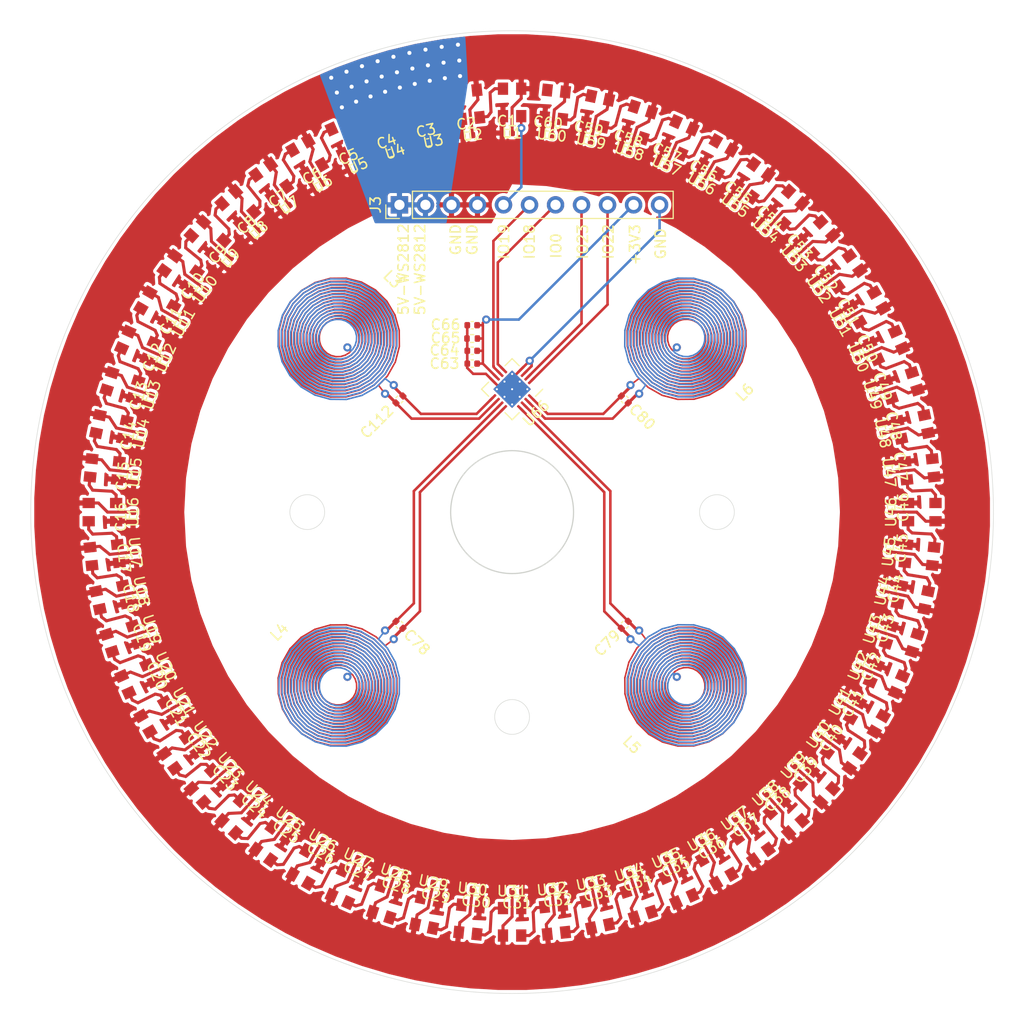
<source format=kicad_pcb>
(kicad_pcb (version 20171130) (host pcbnew 5.1.8-db9833491~88~ubuntu20.04.1)
  (layers (0 F.Cu signal) (31 B.Cu signal) (34 B.Paste user) (35 F.Paste user) (36 B.SilkS user) (37 F.SilkS user) (38 B.Mask user) (39 F.Mask user) (44 Edge.Cuts user))
  (net 0 "")
  (net 1 /next-board00/5V)
  (net 2 +5V)
  (net 3 "Net-(C112-Pad2)")
  (net 4 "Net-(C112-Pad1)")
  (net 5 /next-board00/WS2812)
  (net 6 /next-board00/SHUTDOWN)
  (net 7 /next-board00/INT)
  (net 8 /next-board00/SDA)
  (net 9 /next-board00/SCL)
  (net 10 /next-board00/3V3)
  (net 11 "Net-(U1-Pad2)")
  (net 12 "Net-(U2-Pad2)")
  (net 13 "Net-(U3-Pad2)")
  (net 14 "Net-(U4-Pad2)")
  (net 15 "Net-(U5-Pad2)")
  (net 16 "Net-(U6-Pad2)")
  (net 17 "Net-(U7-Pad2)")
  (net 18 /next-board00/WS281200/0-8)
  (net 19 "Net-(U10-Pad4)")
  (net 20 "Net-(U10-Pad2)")
  (net 21 "Net-(U11-Pad2)")
  (net 22 "Net-(U12-Pad2)")
  (net 23 "Net-(U13-Pad2)")
  (net 24 "Net-(U14-Pad2)")
  (net 25 "Net-(U15-Pad2)")
  (net 26 /next-board00/WS281200/1-8)
  (net 27 "Net-(U17-Pad2)")
  (net 28 "Net-(U18-Pad2)")
  (net 29 "Net-(U19-Pad2)")
  (net 30 "Net-(U20-Pad2)")
  (net 31 "Net-(U21-Pad2)")
  (net 32 "Net-(U22-Pad2)")
  (net 33 "Net-(U23-Pad2)")
  (net 34 /next-board00/WS281200/2-8)
  (net 35 "Net-(U25-Pad2)")
  (net 36 "Net-(U26-Pad2)")
  (net 37 "Net-(U27-Pad2)")
  (net 38 "Net-(U28-Pad2)")
  (net 39 "Net-(U29-Pad2)")
  (net 40 "Net-(U30-Pad2)")
  (net 41 "Net-(U31-Pad2)")
  (net 42 /next-board00/WS281200/3-8)
  (net 43 "Net-(U33-Pad2)")
  (net 44 "Net-(U34-Pad2)")
  (net 45 "Net-(U35-Pad2)")
  (net 46 "Net-(U36-Pad2)")
  (net 47 "Net-(U37-Pad2)")
  (net 48 "Net-(U38-Pad2)")
  (net 49 "Net-(U39-Pad2)")
  (net 50 /next-board00/WS281200/4-8)
  (net 51 "Net-(U41-Pad2)")
  (net 52 "Net-(U42-Pad2)")
  (net 53 "Net-(U43-Pad2)")
  (net 54 "Net-(U44-Pad2)")
  (net 55 "Net-(U45-Pad2)")
  (net 56 "Net-(U46-Pad2)")
  (net 57 "Net-(U47-Pad2)")
  (net 58 /next-board00/WS281200/5-8)
  (net 59 "Net-(U49-Pad2)")
  (net 60 "Net-(U50-Pad2)")
  (net 61 "Net-(U51-Pad2)")
  (net 62 "Net-(U52-Pad2)")
  (net 63 "Net-(U53-Pad2)")
  (net 64 "Net-(U54-Pad2)")
  (net 65 "Net-(U55-Pad2)")
  (net 66 /next-board00/WS281200/6-8)
  (net 67 "Net-(U57-Pad2)")
  (net 68 "Net-(U58-Pad2)")
  (net 69 "Net-(U59-Pad2)")
  (net 70 "Net-(U60-Pad2)")
  (net 71 /next-board00/LDC-GND)
  (net 72 "Net-(C78-Pad2)")
  (net 73 "Net-(C78-Pad1)")
  (net 74 "Net-(C79-Pad2)")
  (net 75 "Net-(C79-Pad1)")
  (net 76 "Net-(C80-Pad2)")
  (net 77 "Net-(C80-Pad1)")
  (net 78 /next-board00/GND)
  (module BB:WS2812 (layer F.Cu) (at 100 60 270)
    (fp_text reference U1 (at 3 0) (layer F.SilkS))
    (fp_text value WS2812)
    (pad 1 smd rect (at -1.34 -0.89 270) (size 1.2 1) (layers F.Cu F.Paste F.Mask) (net 1 /next-board00/5V))
    (pad 2 smd rect (at -1.34 0.89 270) (size 1.2 1) (layers F.Cu F.Paste F.Mask) (net 11 "Net-(U1-Pad2)"))
    (pad 3 smd rect (at 1.34 0.89 270) (size 1.2 1) (layers F.Cu F.Paste F.Mask) (net 78 /next-board00/GND))
    (pad 4 smd rect (at 1.34 -0.89 270) (size 1.2 1) (layers F.Cu F.Paste F.Mask) (net 5 /next-board00/WS2812))
  )
  (module BB:WS2812 (layer F.Cu) (at 112.36068 138.042261 108)
    (fp_text reference U34 (at 3 0 198) (layer F.SilkS))
    (fp_text value WS2812)
    (pad 1 smd rect (at -1.34 -0.89 108) (size 1.2 1) (layers F.Cu F.Paste F.Mask) (net 1 /next-board00/5V))
    (pad 2 smd rect (at -1.34 0.89 108) (size 1.2 1) (layers F.Cu F.Paste F.Mask) (net 44 "Net-(U34-Pad2)"))
    (pad 3 smd rect (at 1.34 0.89 108) (size 1.2 1) (layers F.Cu F.Paste F.Mask) (net 78 /next-board00/GND))
    (pad 4 smd rect (at 1.34 -0.89 108) (size 1.2 1) (layers F.Cu F.Paste F.Mask) (net 43 "Net-(U33-Pad2)"))
  )
  (module BB:WS2812 (layer F.Cu) (at 95.818861 60.219124 276)
    (fp_text reference U2 (at 3 0 6) (layer F.SilkS))
    (fp_text value WS2812)
    (pad 1 smd rect (at -1.34 -0.89 276) (size 1.2 1) (layers F.Cu F.Paste F.Mask) (net 1 /next-board00/5V))
    (pad 2 smd rect (at -1.34 0.89 276) (size 1.2 1) (layers F.Cu F.Paste F.Mask) (net 12 "Net-(U2-Pad2)"))
    (pad 3 smd rect (at 1.34 0.89 276) (size 1.2 1) (layers F.Cu F.Paste F.Mask) (net 78 /next-board00/GND))
    (pad 4 smd rect (at 1.34 -0.89 276) (size 1.2 1) (layers F.Cu F.Paste F.Mask) (net 11 "Net-(U1-Pad2)"))
  )
  (module BB:WS2812 (layer F.Cu) (at 63.458182 116.269466 24)
    (fp_text reference U20 (at 3 0 114) (layer F.SilkS))
    (fp_text value WS2812)
    (pad 1 smd rect (at -1.34 -0.89 24) (size 1.2 1) (layers F.Cu F.Paste F.Mask) (net 1 /next-board00/5V))
    (pad 2 smd rect (at -1.34 0.89 24) (size 1.2 1) (layers F.Cu F.Paste F.Mask) (net 30 "Net-(U20-Pad2)"))
    (pad 3 smd rect (at 1.34 0.89 24) (size 1.2 1) (layers F.Cu F.Paste F.Mask) (net 78 /next-board00/GND))
    (pad 4 smd rect (at 1.34 -0.89 24) (size 1.2 1) (layers F.Cu F.Paste F.Mask) (net 29 "Net-(U19-Pad2)"))
  )
  (module BB:WS2812 (layer F.Cu) (at 80 65.358984 300)
    (fp_text reference U6 (at 3 0 30) (layer F.SilkS))
    (fp_text value WS2812)
    (pad 1 smd rect (at -1.34 -0.89 300) (size 1.2 1) (layers F.Cu F.Paste F.Mask) (net 1 /next-board00/5V))
    (pad 2 smd rect (at -1.34 0.89 300) (size 1.2 1) (layers F.Cu F.Paste F.Mask) (net 16 "Net-(U6-Pad2)"))
    (pad 3 smd rect (at 1.34 0.89 300) (size 1.2 1) (layers F.Cu F.Paste F.Mask) (net 78 /next-board00/GND))
    (pad 4 smd rect (at 1.34 -0.89 300) (size 1.2 1) (layers F.Cu F.Paste F.Mask) (net 15 "Net-(U5-Pad2)"))
  )
  (module BB:WS2812 (layer F.Cu) (at 73.234776 70.274207 312)
    (fp_text reference U8 (at 3 0 42) (layer F.SilkS))
    (fp_text value WS2812)
    (pad 1 smd rect (at -1.34 -0.89 312) (size 1.2 1) (layers F.Cu F.Paste F.Mask) (net 1 /next-board00/5V))
    (pad 2 smd rect (at -1.34 0.89 312) (size 1.2 1) (layers F.Cu F.Paste F.Mask) (net 18 /next-board00/WS281200/0-8))
    (pad 3 smd rect (at 1.34 0.89 312) (size 1.2 1) (layers F.Cu F.Paste F.Mask) (net 78 /next-board00/GND))
    (pad 4 smd rect (at 1.34 -0.89 312) (size 1.2 1) (layers F.Cu F.Paste F.Mask) (net 17 "Net-(U7-Pad2)"))
  )
  (module BB:WS2812 (layer F.Cu) (at 120 65.358984 240)
    (fp_text reference U56 (at 3 0 330) (layer F.SilkS))
    (fp_text value WS2812)
    (pad 1 smd rect (at -1.34 -0.89 240) (size 1.2 1) (layers F.Cu F.Paste F.Mask) (net 1 /next-board00/5V))
    (pad 2 smd rect (at -1.34 0.89 240) (size 1.2 1) (layers F.Cu F.Paste F.Mask) (net 66 /next-board00/WS281200/6-8))
    (pad 3 smd rect (at 1.34 0.89 240) (size 1.2 1) (layers F.Cu F.Paste F.Mask) (net 78 /next-board00/GND))
    (pad 4 smd rect (at 1.34 -0.89 240) (size 1.2 1) (layers F.Cu F.Paste F.Mask) (net 65 "Net-(U55-Pad2)"))
  )
  (module BB:WS2812 (layer F.Cu) (at 91.683532 60.874096 282)
    (fp_text reference U3 (at 3 0 12) (layer F.SilkS))
    (fp_text value WS2812)
    (pad 1 smd rect (at -1.34 -0.89 282) (size 1.2 1) (layers F.Cu F.Paste F.Mask) (net 1 /next-board00/5V))
    (pad 2 smd rect (at -1.34 0.89 282) (size 1.2 1) (layers F.Cu F.Paste F.Mask) (net 13 "Net-(U3-Pad2)"))
    (pad 3 smd rect (at 1.34 0.89 282) (size 1.2 1) (layers F.Cu F.Paste F.Mask) (net 78 /next-board00/GND))
    (pad 4 smd rect (at 1.34 -0.89 282) (size 1.2 1) (layers F.Cu F.Paste F.Mask) (net 12 "Net-(U2-Pad2)"))
  )
  (module BB:WS2812 (layer F.Cu) (at 83.730534 136.541818 66)
    (fp_text reference U27 (at 3 0 156) (layer F.SilkS))
    (fp_text value WS2812)
    (pad 1 smd rect (at -1.34 -0.89 66) (size 1.2 1) (layers F.Cu F.Paste F.Mask) (net 1 /next-board00/5V))
    (pad 2 smd rect (at -1.34 0.89 66) (size 1.2 1) (layers F.Cu F.Paste F.Mask) (net 37 "Net-(U27-Pad2)"))
    (pad 3 smd rect (at 1.34 0.89 66) (size 1.2 1) (layers F.Cu F.Paste F.Mask) (net 78 /next-board00/GND))
    (pad 4 smd rect (at 1.34 -0.89 66) (size 1.2 1) (layers F.Cu F.Paste F.Mask) (net 36 "Net-(U26-Pad2)"))
  )
  (module BB:WS2812 (layer F.Cu) (at 95.818861 139.780876 84)
    (fp_text reference U30 (at 3 0 174) (layer F.SilkS))
    (fp_text value WS2812)
    (pad 1 smd rect (at -1.34 -0.89 84) (size 1.2 1) (layers F.Cu F.Paste F.Mask) (net 1 /next-board00/5V))
    (pad 2 smd rect (at -1.34 0.89 84) (size 1.2 1) (layers F.Cu F.Paste F.Mask) (net 40 "Net-(U30-Pad2)"))
    (pad 3 smd rect (at 1.34 0.89 84) (size 1.2 1) (layers F.Cu F.Paste F.Mask) (net 78 /next-board00/GND))
    (pad 4 smd rect (at 1.34 -0.89 84) (size 1.2 1) (layers F.Cu F.Paste F.Mask) (net 39 "Net-(U29-Pad2)"))
  )
  (module BB:WS2812 (layer F.Cu) (at 67.63932 76.48859 324)
    (fp_text reference U10 (at 3 0 54) (layer F.SilkS))
    (fp_text value WS2812)
    (pad 1 smd rect (at -1.34 -0.89 324) (size 1.2 1) (layers F.Cu F.Paste F.Mask) (net 1 /next-board00/5V))
    (pad 2 smd rect (at -1.34 0.89 324) (size 1.2 1) (layers F.Cu F.Paste F.Mask) (net 20 "Net-(U10-Pad2)"))
    (pad 3 smd rect (at 1.34 0.89 324) (size 1.2 1) (layers F.Cu F.Paste F.Mask) (net 78 /next-board00/GND))
    (pad 4 smd rect (at 1.34 -0.89 324) (size 1.2 1) (layers F.Cu F.Paste F.Mask) (net 19 "Net-(U10-Pad4)"))
  )
  (module BB:WS2812 (layer F.Cu) (at 91.683532 139.125904 78)
    (fp_text reference U29 (at 3 0 168) (layer F.SilkS))
    (fp_text value WS2812)
    (pad 1 smd rect (at -1.34 -0.89 78) (size 1.2 1) (layers F.Cu F.Paste F.Mask) (net 1 /next-board00/5V))
    (pad 2 smd rect (at -1.34 0.89 78) (size 1.2 1) (layers F.Cu F.Paste F.Mask) (net 39 "Net-(U29-Pad2)"))
    (pad 3 smd rect (at 1.34 0.89 78) (size 1.2 1) (layers F.Cu F.Paste F.Mask) (net 78 /next-board00/GND))
    (pad 4 smd rect (at 1.34 -0.89 78) (size 1.2 1) (layers F.Cu F.Paste F.Mask) (net 38 "Net-(U28-Pad2)"))
  )
  (module BB:WS2812 (layer F.Cu) (at 60 100)
    (fp_text reference U16 (at 3 0 90) (layer F.SilkS))
    (fp_text value WS2812)
    (pad 1 smd rect (at -1.34 -0.89) (size 1.2 1) (layers F.Cu F.Paste F.Mask) (net 1 /next-board00/5V))
    (pad 2 smd rect (at -1.34 0.89) (size 1.2 1) (layers F.Cu F.Paste F.Mask) (net 26 /next-board00/WS281200/1-8))
    (pad 3 smd rect (at 1.34 0.89) (size 1.2 1) (layers F.Cu F.Paste F.Mask) (net 78 /next-board00/GND))
    (pad 4 smd rect (at 1.34 -0.89) (size 1.2 1) (layers F.Cu F.Paste F.Mask) (net 25 "Net-(U15-Pad2)"))
  )
  (module BB:WS2812 (layer F.Cu) (at 70.274207 73.234776 318)
    (fp_text reference U9 (at 3 0 48) (layer F.SilkS))
    (fp_text value WS2812)
    (pad 1 smd rect (at -1.34 -0.89 318) (size 1.2 1) (layers F.Cu F.Paste F.Mask) (net 1 /next-board00/5V))
    (pad 2 smd rect (at -1.34 0.89 318) (size 1.2 1) (layers F.Cu F.Paste F.Mask) (net 19 "Net-(U10-Pad4)"))
    (pad 3 smd rect (at 1.34 0.89 318) (size 1.2 1) (layers F.Cu F.Paste F.Mask) (net 78 /next-board00/GND))
    (pad 4 smd rect (at 1.34 -0.89 318) (size 1.2 1) (layers F.Cu F.Paste F.Mask) (net 18 /next-board00/WS281200/0-8))
  )
  (module BB:WS2812 (layer F.Cu) (at 73.234776 129.725793 48)
    (fp_text reference U24 (at 3 0 138) (layer F.SilkS))
    (fp_text value WS2812)
    (pad 1 smd rect (at -1.34 -0.89 48) (size 1.2 1) (layers F.Cu F.Paste F.Mask) (net 1 /next-board00/5V))
    (pad 2 smd rect (at -1.34 0.89 48) (size 1.2 1) (layers F.Cu F.Paste F.Mask) (net 34 /next-board00/WS281200/2-8))
    (pad 3 smd rect (at 1.34 0.89 48) (size 1.2 1) (layers F.Cu F.Paste F.Mask) (net 78 /next-board00/GND))
    (pad 4 smd rect (at 1.34 -0.89 48) (size 1.2 1) (layers F.Cu F.Paste F.Mask) (net 33 "Net-(U23-Pad2)"))
  )
  (module BB:WS2812 (layer F.Cu) (at 60.874096 108.316468 12)
    (fp_text reference U18 (at 3 0 102) (layer F.SilkS))
    (fp_text value WS2812)
    (pad 1 smd rect (at -1.34 -0.89 12) (size 1.2 1) (layers F.Cu F.Paste F.Mask) (net 1 /next-board00/5V))
    (pad 2 smd rect (at -1.34 0.89 12) (size 1.2 1) (layers F.Cu F.Paste F.Mask) (net 28 "Net-(U18-Pad2)"))
    (pad 3 smd rect (at 1.34 0.89 12) (size 1.2 1) (layers F.Cu F.Paste F.Mask) (net 78 /next-board00/GND))
    (pad 4 smd rect (at 1.34 -0.89 12) (size 1.2 1) (layers F.Cu F.Paste F.Mask) (net 27 "Net-(U17-Pad2)"))
  )
  (module BB:coil (layer F.Cu) (at 83 117 225)
    (fp_text reference L4 (at 0.3 7.8 225) (layer F.SilkS))
    (fp_text value L)
    (fp_line (start -6.84 -0.57) (end -6.0494 -0.4605) (layer F.Cu) (width 0.152))
    (fp_line (start -6.0494 -0.0048) (end -6.0368 0.7829) (layer F.Cu) (width 0.152))
    (fp_line (start -6.0368 0.7829) (end -5.6172 2.2999) (layer F.Cu) (width 0.152))
    (fp_line (start -5.6172 2.2999) (end -4.821 3.6537) (layer F.Cu) (width 0.152))
    (fp_line (start -4.821 3.6537) (end -3.7039 4.7529) (layer F.Cu) (width 0.152))
    (fp_line (start -3.7039 4.7529) (end -2.3432 5.5238) (layer F.Cu) (width 0.152))
    (fp_line (start -2.3432 5.5238) (end -0.8326 5.9155) (layer F.Cu) (width 0.152))
    (fp_line (start -0.8326 5.9155) (end 0.7246 5.9029) (layer F.Cu) (width 0.152))
    (fp_line (start 0.7246 5.9029) (end 2.2223 5.4885) (layer F.Cu) (width 0.152))
    (fp_line (start 2.2223 5.4885) (end 3.5587 4.7022) (layer F.Cu) (width 0.152))
    (fp_line (start 3.5587 4.7022) (end 4.6438 3.5993) (layer F.Cu) (width 0.152))
    (fp_line (start 4.6438 3.5993) (end 5.4048 2.2559) (layer F.Cu) (width 0.152))
    (fp_line (start 5.4048 2.2559) (end 5.7913 0.7646) (layer F.Cu) (width 0.152))
    (fp_line (start 5.7913 0.7646) (end 5.7786 -0.7726) (layer F.Cu) (width 0.152))
    (fp_line (start 5.7786 -0.7726) (end 5.3694 -2.2509) (layer F.Cu) (width 0.152))
    (fp_line (start 5.3694 -2.2509) (end 4.5932 -3.5701) (layer F.Cu) (width 0.152))
    (fp_line (start 4.5932 -3.5701) (end 3.5043 -4.641) (layer F.Cu) (width 0.152))
    (fp_line (start 3.5043 -4.641) (end 2.1783 -5.392) (layer F.Cu) (width 0.152))
    (fp_line (start 2.1783 -5.392) (end 0.7063 -5.7733) (layer F.Cu) (width 0.152))
    (fp_line (start 0.7063 -5.7733) (end -0.8109 -5.7606) (layer F.Cu) (width 0.152))
    (fp_line (start -0.8109 -5.7606) (end -2.2699 -5.3566) (layer F.Cu) (width 0.152))
    (fp_line (start -2.2699 -5.3566) (end -3.5717 -4.5903) (layer F.Cu) (width 0.152))
    (fp_line (start -3.5717 -4.5903) (end -4.6285 -3.5156) (layer F.Cu) (width 0.152))
    (fp_line (start -4.6285 -3.5156) (end -5.3695 -2.2069) (layer F.Cu) (width 0.152))
    (fp_line (start -5.3695 -2.2069) (end -5.7456 -0.7543) (layer F.Cu) (width 0.152))
    (fp_line (start -5.7456 -0.7543) (end -5.733 0.7429) (layer F.Cu) (width 0.152))
    (fp_line (start -5.733 0.7429) (end -5.3341 2.1826) (layer F.Cu) (width 0.152))
    (fp_line (start -5.3341 2.1826) (end -4.5779 3.4671) (layer F.Cu) (width 0.152))
    (fp_line (start -4.5779 3.4671) (end -3.5173 4.5098) (layer F.Cu) (width 0.152))
    (fp_line (start -3.5173 4.5098) (end -2.2259 5.2408) (layer F.Cu) (width 0.152))
    (fp_line (start -2.2259 5.2408) (end -0.7926 5.6117) (layer F.Cu) (width 0.152))
    (fp_line (start -0.7926 5.6117) (end 0.6846 5.5991) (layer F.Cu) (width 0.152))
    (fp_line (start 0.6846 5.5991) (end 2.105 5.2054) (layer F.Cu) (width 0.152))
    (fp_line (start 2.105 5.2054) (end 3.3722 4.4591) (layer F.Cu) (width 0.152))
    (fp_line (start 3.3722 4.4591) (end 4.4007 3.4127) (layer F.Cu) (width 0.152))
    (fp_line (start 4.4007 3.4127) (end 5.1217 2.1387) (layer F.Cu) (width 0.152))
    (fp_line (start 5.1217 2.1387) (end 5.4875 0.7246) (layer F.Cu) (width 0.152))
    (fp_line (start 5.4875 0.7246) (end 5.4748 -0.7326) (layer F.Cu) (width 0.152))
    (fp_line (start 5.4748 -0.7326) (end 5.0863 -2.1337) (layer F.Cu) (width 0.152))
    (fp_line (start 5.0863 -2.1337) (end 4.3501 -3.3835) (layer F.Cu) (width 0.152))
    (fp_line (start 4.3501 -3.3835) (end 3.3178 -4.3979) (layer F.Cu) (width 0.152))
    (fp_line (start 3.3178 -4.3979) (end 2.061 -5.1089) (layer F.Cu) (width 0.152))
    (fp_line (start 2.061 -5.1089) (end 0.6663 -5.4695) (layer F.Cu) (width 0.152))
    (fp_line (start 0.6663 -5.4695) (end -0.7709 -5.4568) (layer F.Cu) (width 0.152))
    (fp_line (start -0.7709 -5.4568) (end -2.1527 -5.0735) (layer F.Cu) (width 0.152))
    (fp_line (start -2.1527 -5.0735) (end -3.3852 -4.3473) (layer F.Cu) (width 0.152))
    (fp_line (start -3.3852 -4.3473) (end -4.3854 -3.3291) (layer F.Cu) (width 0.152))
    (fp_line (start -4.3854 -3.3291) (end -5.0864 -2.0897) (layer F.Cu) (width 0.152))
    (fp_line (start -5.0864 -2.0897) (end -5.4419 -0.7143) (layer F.Cu) (width 0.152))
    (fp_line (start -5.4419 -0.7143) (end -5.4292 0.7029) (layer F.Cu) (width 0.152))
    (fp_line (start -5.4292 0.7029) (end -5.051 2.0654) (layer F.Cu) (width 0.152))
    (fp_line (start -5.051 2.0654) (end -4.3348 3.2806) (layer F.Cu) (width 0.152))
    (fp_line (start -4.3348 3.2806) (end -3.3308 4.2667) (layer F.Cu) (width 0.152))
    (fp_line (start -3.3308 4.2667) (end -2.1087 4.9577) (layer F.Cu) (width 0.152))
    (fp_line (start -2.1087 4.9577) (end -0.7526 5.3079) (layer F.Cu) (width 0.152))
    (fp_line (start -0.7526 5.3079) (end 0.6446 5.2953) (layer F.Cu) (width 0.152))
    (fp_line (start 0.6446 5.2953) (end 1.9877 4.9223) (layer F.Cu) (width 0.152))
    (fp_line (start 1.9877 4.9223) (end 3.1857 4.2161) (layer F.Cu) (width 0.152))
    (fp_line (start 3.1857 4.2161) (end 4.1576 3.2262) (layer F.Cu) (width 0.152))
    (fp_line (start 4.1576 3.2262) (end 4.8386 2.0214) (layer F.Cu) (width 0.152))
    (fp_line (start 4.8386 2.0214) (end 5.1837 0.6846) (layer F.Cu) (width 0.152))
    (fp_line (start 5.1837 0.6846) (end 5.171 -0.6926) (layer F.Cu) (width 0.152))
    (fp_line (start 5.171 -0.6926) (end 4.8032 -2.0164) (layer F.Cu) (width 0.152))
    (fp_line (start 4.8032 -2.0164) (end 4.107 -3.197) (layer F.Cu) (width 0.152))
    (fp_line (start 4.107 -3.197) (end 3.1313 -4.1548) (layer F.Cu) (width 0.152))
    (fp_line (start 3.1313 -4.1548) (end 1.9438 -4.8258) (layer F.Cu) (width 0.152))
    (fp_line (start 1.9438 -4.8258) (end 0.6263 -5.1657) (layer F.Cu) (width 0.152))
    (fp_line (start 0.6263 -5.1657) (end -0.7309 -5.153) (layer F.Cu) (width 0.152))
    (fp_line (start -0.7309 -5.153) (end -2.0354 -4.7904) (layer F.Cu) (width 0.152))
    (fp_line (start -2.0354 -4.7904) (end -3.1987 -4.1042) (layer F.Cu) (width 0.152))
    (fp_line (start -3.1987 -4.1042) (end -4.1424 -3.1426) (layer F.Cu) (width 0.152))
    (fp_line (start -4.1424 -3.1426) (end -4.8033 -1.9724) (layer F.Cu) (width 0.152))
    (fp_line (start -4.8033 -1.9724) (end -5.1381 -0.6743) (layer F.Cu) (width 0.152))
    (fp_line (start -5.1381 -0.6743) (end -5.1254 0.663) (layer F.Cu) (width 0.152))
    (fp_line (start -5.1254 0.663) (end -4.768 1.9481) (layer F.Cu) (width 0.152))
    (fp_line (start -4.768 1.9481) (end -4.0917 3.0941) (layer F.Cu) (width 0.152))
    (fp_line (start -4.0917 3.0941) (end -3.1443 4.0236) (layer F.Cu) (width 0.152))
    (fp_line (start -3.1443 4.0236) (end -1.9914 4.6746) (layer F.Cu) (width 0.152))
    (fp_line (start -1.9914 4.6746) (end -0.7126 5.0042) (layer F.Cu) (width 0.152))
    (fp_line (start -0.7126 5.0042) (end 0.6046 4.9915) (layer F.Cu) (width 0.152))
    (fp_line (start 0.6046 4.9915) (end 1.8705 4.6392) (layer F.Cu) (width 0.152))
    (fp_line (start 1.8705 4.6392) (end 2.9991 3.973) (layer F.Cu) (width 0.152))
    (fp_line (start 2.9991 3.973) (end 3.9145 3.0397) (layer F.Cu) (width 0.152))
    (fp_line (start 3.9145 3.0397) (end 4.5555 1.9041) (layer F.Cu) (width 0.152))
    (fp_line (start 4.5555 1.9041) (end 4.8799 0.6446) (layer F.Cu) (width 0.152))
    (fp_line (start 4.8799 0.6446) (end 4.8672 -0.6526) (layer F.Cu) (width 0.152))
    (fp_line (start 4.8672 -0.6526) (end 4.5201 -1.8991) (layer F.Cu) (width 0.152))
    (fp_line (start 4.5201 -1.8991) (end 3.8639 -3.0105) (layer F.Cu) (width 0.152))
    (fp_line (start 3.8639 -3.0105) (end 2.9447 -3.9117) (layer F.Cu) (width 0.152))
    (fp_line (start 2.9447 -3.9117) (end 1.8265 -4.5427) (layer F.Cu) (width 0.152))
    (fp_line (start 1.8265 -4.5427) (end 0.5863 -4.8619) (layer F.Cu) (width 0.152))
    (fp_line (start 0.5863 -4.8619) (end -0.6909 -4.8493) (layer F.Cu) (width 0.152))
    (fp_line (start -0.6909 -4.8493) (end -1.9181 -4.5073) (layer F.Cu) (width 0.152))
    (fp_line (start -1.9181 -4.5073) (end -3.0122 -3.8611) (layer F.Cu) (width 0.152))
    (fp_line (start -3.0122 -3.8611) (end -3.8993 -2.9561) (layer F.Cu) (width 0.152))
    (fp_line (start -3.8993 -2.9561) (end -4.5203 -1.8552) (layer F.Cu) (width 0.152))
    (fp_line (start -4.5203 -1.8552) (end -4.8343 -0.6343) (layer F.Cu) (width 0.152))
    (fp_line (start -4.8343 -0.6343) (end -4.8216 0.623) (layer F.Cu) (width 0.152))
    (fp_line (start -4.8216 0.623) (end -4.4849 1.8309) (layer F.Cu) (width 0.152))
    (fp_line (start -4.4849 1.8309) (end -3.8486 2.9076) (layer F.Cu) (width 0.152))
    (fp_line (start -3.8486 2.9076) (end -2.9577 3.7805) (layer F.Cu) (width 0.152))
    (fp_line (start -2.9577 3.7805) (end -1.8742 4.3915) (layer F.Cu) (width 0.152))
    (fp_line (start -1.8742 4.3915) (end -0.6726 4.7004) (layer F.Cu) (width 0.152))
    (fp_line (start -0.6726 4.7004) (end 0.5646 4.6877) (layer F.Cu) (width 0.152))
    (fp_line (start 0.5646 4.6877) (end 1.7532 4.3561) (layer F.Cu) (width 0.152))
    (fp_line (start 1.7532 4.3561) (end 2.8126 3.7299) (layer F.Cu) (width 0.152))
    (fp_line (start 2.8126 3.7299) (end 3.6714 2.8531) (layer F.Cu) (width 0.152))
    (fp_line (start 3.6714 2.8531) (end 4.2724 1.7869) (layer F.Cu) (width 0.152))
    (fp_line (start 4.2724 1.7869) (end 4.5761 0.6046) (layer F.Cu) (width 0.152))
    (fp_line (start 4.5761 0.6046) (end 4.5635 -0.6126) (layer F.Cu) (width 0.152))
    (fp_line (start 4.5635 -0.6126) (end 4.237 -1.7819) (layer F.Cu) (width 0.152))
    (fp_line (start 4.237 -1.7819) (end 3.6208 -2.8239) (layer F.Cu) (width 0.152))
    (fp_line (start 3.6208 -2.8239) (end 2.7582 -3.6686) (layer F.Cu) (width 0.152))
    (fp_line (start 2.7582 -3.6686) (end 1.7093 -4.2596) (layer F.Cu) (width 0.152))
    (fp_line (start 1.7093 -4.2596) (end 0.5463 -4.5581) (layer F.Cu) (width 0.152))
    (fp_line (start 0.5463 -4.5581) (end -0.6509 -4.5455) (layer F.Cu) (width 0.152))
    (fp_line (start -0.6509 -4.5455) (end -1.8009 -4.2242) (layer F.Cu) (width 0.152))
    (fp_line (start -1.8009 -4.2242) (end -2.8256 -3.618) (layer F.Cu) (width 0.152))
    (fp_line (start -2.8256 -3.618) (end -3.6562 -2.7695) (layer F.Cu) (width 0.152))
    (fp_line (start -3.6562 -2.7695) (end -4.2372 -1.7379) (layer F.Cu) (width 0.152))
    (fp_line (start -4.2372 -1.7379) (end -4.5305 -0.5943) (layer F.Cu) (width 0.152))
    (fp_line (start -4.5305 -0.5943) (end -4.5178 0.583) (layer F.Cu) (width 0.152))
    (fp_line (start -4.5178 0.583) (end -4.2018 1.7136) (layer F.Cu) (width 0.152))
    (fp_line (start -4.2018 1.7136) (end -3.6055 2.721) (layer F.Cu) (width 0.152))
    (fp_line (start -3.6055 2.721) (end -2.7712 3.5374) (layer F.Cu) (width 0.152))
    (fp_line (start -2.7712 3.5374) (end -1.7569 4.1084) (layer F.Cu) (width 0.152))
    (fp_line (start -1.7569 4.1084) (end -0.6326 4.3966) (layer F.Cu) (width 0.152))
    (fp_line (start -0.6326 4.3966) (end 0.5247 4.3839) (layer F.Cu) (width 0.152))
    (fp_line (start 0.5247 4.3839) (end 1.636 4.0731) (layer F.Cu) (width 0.152))
    (fp_line (start 1.636 4.0731) (end 2.6261 3.4868) (layer F.Cu) (width 0.152))
    (fp_line (start 2.6261 3.4868) (end 3.4284 2.6666) (layer F.Cu) (width 0.152))
    (fp_line (start 3.4284 2.6666) (end 3.9894 1.6696) (layer F.Cu) (width 0.152))
    (fp_line (start 3.9894 1.6696) (end 4.2723 0.5646) (layer F.Cu) (width 0.152))
    (fp_line (start 4.2723 0.5646) (end 4.2597 -0.5726) (layer F.Cu) (width 0.152))
    (fp_line (start 4.2597 -0.5726) (end 3.954 -1.6646) (layer F.Cu) (width 0.152))
    (fp_line (start 3.954 -1.6646) (end 3.3777 -2.6374) (layer F.Cu) (width 0.152))
    (fp_line (start 3.3777 -2.6374) (end 2.5717 -3.4256) (layer F.Cu) (width 0.152))
    (fp_line (start 2.5717 -3.4256) (end 1.592 -3.9766) (layer F.Cu) (width 0.152))
    (fp_line (start 1.592 -3.9766) (end 0.5063 -4.2544) (layer F.Cu) (width 0.152))
    (fp_line (start 0.5063 -4.2544) (end -0.6109 -4.2417) (layer F.Cu) (width 0.152))
    (fp_line (start -0.6109 -4.2417) (end -1.6836 -3.9412) (layer F.Cu) (width 0.152))
    (fp_line (start -1.6836 -3.9412) (end -2.6391 -3.3749) (layer F.Cu) (width 0.152))
    (fp_line (start -2.6391 -3.3749) (end -3.4131 -2.583) (layer F.Cu) (width 0.152))
    (fp_line (start -3.4131 -2.583) (end -3.9541 -1.6207) (layer F.Cu) (width 0.152))
    (fp_line (start -3.9541 -1.6207) (end -4.2267 -0.5543) (layer F.Cu) (width 0.152))
    (fp_line (start -4.2267 -0.5543) (end -4.2141 0.543) (layer F.Cu) (width 0.152))
    (fp_line (start -4.2141 0.543) (end -3.9187 1.5963) (layer F.Cu) (width 0.152))
    (fp_line (start -3.9187 1.5963) (end -3.3625 2.5345) (layer F.Cu) (width 0.152))
    (fp_line (start -3.3625 2.5345) (end -2.5847 3.2944) (layer F.Cu) (width 0.152))
    (fp_line (start -2.5847 3.2944) (end -1.6397 3.8254) (layer F.Cu) (width 0.152))
    (fp_line (start -1.6397 3.8254) (end -0.5926 4.0928) (layer F.Cu) (width 0.152))
    (fp_line (start -0.5926 4.0928) (end 0.4847 4.0802) (layer F.Cu) (width 0.152))
    (fp_line (start 0.4847 4.0802) (end 1.5187 3.79) (layer F.Cu) (width 0.152))
    (fp_line (start 1.5187 3.79) (end 2.4396 3.2437) (layer F.Cu) (width 0.152))
    (fp_line (start 2.4396 3.2437) (end 3.1853 2.4801) (layer F.Cu) (width 0.152))
    (fp_line (start 3.1853 2.4801) (end 3.7063 1.5524) (layer F.Cu) (width 0.152))
    (fp_line (start 3.7063 1.5524) (end 3.9685 0.5246) (layer F.Cu) (width 0.152))
    (fp_line (start 3.9685 0.5246) (end 3.9559 -0.5326) (layer F.Cu) (width 0.152))
    (fp_line (start 3.9559 -0.5326) (end 3.6709 -1.5474) (layer F.Cu) (width 0.152))
    (fp_line (start 3.6709 -1.5474) (end 3.1346 -2.4509) (layer F.Cu) (width 0.152))
    (fp_line (start 3.1346 -2.4509) (end 2.3851 -3.1825) (layer F.Cu) (width 0.152))
    (fp_line (start 2.3851 -3.1825) (end 1.4747 -3.6935) (layer F.Cu) (width 0.152))
    (fp_line (start 1.4747 -3.6935) (end 0.4663 -3.9506) (layer F.Cu) (width 0.152))
    (fp_line (start 0.4663 -3.9506) (end -0.5709 -3.9379) (layer F.Cu) (width 0.152))
    (fp_line (start -0.5709 -3.9379) (end -1.5664 -3.6581) (layer F.Cu) (width 0.152))
    (fp_line (start -1.5664 -3.6581) (end -2.4526 -3.1318) (layer F.Cu) (width 0.152))
    (fp_line (start -2.4526 -3.1318) (end -3.17 -2.3965) (layer F.Cu) (width 0.152))
    (fp_line (start -3.17 -2.3965) (end -3.671 -1.5034) (layer F.Cu) (width 0.152))
    (fp_line (start -3.671 -1.5034) (end -3.9229 -0.5143) (layer F.Cu) (width 0.152))
    (fp_line (start -3.9229 -0.5143) (end -3.9103 0.503) (layer F.Cu) (width 0.152))
    (fp_line (start -3.9103 0.503) (end -3.6356 1.4791) (layer F.Cu) (width 0.152))
    (fp_line (start -3.6356 1.4791) (end -3.1194 2.348) (layer F.Cu) (width 0.152))
    (fp_line (start -3.1194 2.348) (end -2.3982 3.0513) (layer F.Cu) (width 0.152))
    (fp_line (start -2.3982 3.0513) (end -1.5224 3.5423) (layer F.Cu) (width 0.152))
    (fp_line (start -1.5224 3.5423) (end -0.5526 3.789) (layer F.Cu) (width 0.152))
    (fp_line (start -0.5526 3.789) (end 0.4447 3.7764) (layer F.Cu) (width 0.152))
    (fp_line (start 0.4447 3.7764) (end 1.4015 3.5069) (layer F.Cu) (width 0.152))
    (fp_line (start 1.4015 3.5069) (end 2.253 3.0006) (layer F.Cu) (width 0.152))
    (fp_line (start 2.253 3.0006) (end 2.9422 2.2936) (layer F.Cu) (width 0.152))
    (fp_line (start 2.9422 2.2936) (end 3.4232 1.4351) (layer F.Cu) (width 0.152))
    (fp_line (start 3.4232 1.4351) (end 3.6648 0.4846) (layer F.Cu) (width 0.152))
    (fp_line (start 3.6648 0.4846) (end 3.6521 -0.4926) (layer F.Cu) (width 0.152))
    (fp_line (start 3.6521 -0.4926) (end 3.3878 -1.4301) (layer F.Cu) (width 0.152))
    (fp_line (start 3.3878 -1.4301) (end 2.8915 -2.2644) (layer F.Cu) (width 0.152))
    (fp_line (start 2.8915 -2.2644) (end 2.1986 -2.9394) (layer F.Cu) (width 0.152))
    (fp_line (start 2.1986 -2.9394) (end 1.3575 -3.4104) (layer F.Cu) (width 0.152))
    (fp_line (start 1.3575 -3.4104) (end 0.4263 -3.6468) (layer F.Cu) (width 0.152))
    (fp_line (start 0.4263 -3.6468) (end -0.5309 -3.6341) (layer F.Cu) (width 0.152))
    (fp_line (start -0.5309 -3.6341) (end -1.4491 -3.375) (layer F.Cu) (width 0.152))
    (fp_line (start -1.4491 -3.375) (end -2.266 -2.8887) (layer F.Cu) (width 0.152))
    (fp_line (start -2.266 -2.8887) (end -2.9269 -2.21) (layer F.Cu) (width 0.152))
    (fp_line (start -2.9269 -2.21) (end -3.3879 -1.3861) (layer F.Cu) (width 0.152))
    (fp_line (start -3.3879 -1.3861) (end -3.6192 -0.4743) (layer F.Cu) (width 0.152))
    (fp_line (start -3.6192 -0.4743) (end -3.6065 0.463) (layer F.Cu) (width 0.152))
    (fp_line (start -3.6065 0.463) (end -3.3525 1.3618) (layer F.Cu) (width 0.152))
    (fp_line (start -3.3525 1.3618) (end -2.8763 2.1614) (layer F.Cu) (width 0.152))
    (fp_line (start -2.8763 2.1614) (end -2.2116 2.8082) (layer F.Cu) (width 0.152))
    (fp_line (start -2.2116 2.8082) (end -1.4051 3.2592) (layer F.Cu) (width 0.152))
    (fp_line (start -1.4051 3.2592) (end -0.5126 3.4852) (layer F.Cu) (width 0.152))
    (fp_line (start -0.5126 3.4852) (end 0.4047 3.4726) (layer F.Cu) (width 0.152))
    (fp_line (start 0.4047 3.4726) (end 1.2842 3.2238) (layer F.Cu) (width 0.152))
    (fp_line (start 1.2842 3.2238) (end 2.0665 2.7575) (layer F.Cu) (width 0.152))
    (fp_line (start 2.0665 2.7575) (end 2.6991 2.107) (layer F.Cu) (width 0.152))
    (fp_line (start 2.6991 2.107) (end 3.1401 1.3179) (layer F.Cu) (width 0.152))
    (fp_line (start 3.1401 1.3179) (end 3.361 0.4447) (layer F.Cu) (width 0.152))
    (fp_line (start 3.361 0.4447) (end 3.3483 -0.4526) (layer F.Cu) (width 0.152))
    (fp_line (start 3.3483 -0.4526) (end 3.1047 -1.3129) (layer F.Cu) (width 0.152))
    (fp_line (start 3.1047 -1.3129) (end 2.6485 -2.0778) (layer F.Cu) (width 0.152))
    (fp_line (start 2.6485 -2.0778) (end 2.0121 -2.6963) (layer F.Cu) (width 0.152))
    (fp_line (start 2.0121 -2.6963) (end 1.2402 -3.1273) (layer F.Cu) (width 0.152))
    (fp_line (start 1.2402 -3.1273) (end 0.3863 -3.343) (layer F.Cu) (width 0.152))
    (fp_line (start 0.3863 -3.343) (end -0.491 -3.3303) (layer F.Cu) (width 0.152))
    (fp_line (start -0.491 -3.3303) (end -1.3319 -3.0919) (layer F.Cu) (width 0.152))
    (fp_line (start -1.3319 -3.0919) (end -2.0795 -2.6456) (layer F.Cu) (width 0.152))
    (fp_line (start -2.0795 -2.6456) (end -2.6838 -2.0234) (layer F.Cu) (width 0.152))
    (fp_line (start -2.6838 -2.0234) (end -3.1048 -1.2689) (layer F.Cu) (width 0.152))
    (fp_line (start -3.1048 -1.2689) (end -3.3154 -0.4343) (layer F.Cu) (width 0.152))
    (fp_line (start -3.3154 -0.4343) (end -3.3027 0.423) (layer F.Cu) (width 0.152))
    (fp_line (start -3.3027 0.423) (end -3.0695 1.2446) (layer F.Cu) (width 0.152))
    (fp_line (start -3.0695 1.2446) (end -2.6332 1.9749) (layer F.Cu) (width 0.152))
    (fp_line (start -2.6332 1.9749) (end -2.0251 2.5651) (layer F.Cu) (width 0.152))
    (fp_line (start -2.0251 2.5651) (end -1.2879 2.9761) (layer F.Cu) (width 0.152))
    (fp_line (start -1.2879 2.9761) (end -0.4726 3.1815) (layer F.Cu) (width 0.152))
    (fp_line (start -0.4726 3.1815) (end 0.3647 3.1688) (layer F.Cu) (width 0.152))
    (fp_line (start 0.3647 3.1688) (end 1.1669 2.9407) (layer F.Cu) (width 0.152))
    (fp_line (start 1.1669 2.9407) (end 1.88 2.5144) (layer F.Cu) (width 0.152))
    (fp_line (start 1.88 2.5144) (end 2.456 1.9205) (layer F.Cu) (width 0.152))
    (fp_line (start 2.456 1.9205) (end 2.857 1.2006) (layer F.Cu) (width 0.152))
    (fp_line (start 2.857 1.2006) (end 3.0572 0.4047) (layer F.Cu) (width 0.152))
    (fp_line (start 3.0572 0.4047) (end 3.0445 -0.4126) (layer F.Cu) (width 0.152))
    (fp_line (start 3.0445 -0.4126) (end 2.8216 -1.1956) (layer F.Cu) (width 0.152))
    (fp_line (start 2.8216 -1.1956) (end 2.4054 -1.8913) (layer F.Cu) (width 0.152))
    (fp_line (start 2.4054 -1.8913) (end 1.8256 -2.4532) (layer F.Cu) (width 0.152))
    (fp_line (start 1.8256 -2.4532) (end 1.123 -2.8442) (layer F.Cu) (width 0.152))
    (fp_line (start 1.123 -2.8442) (end 0.3463 -3.0392) (layer F.Cu) (width 0.152))
    (fp_line (start 0.3463 -3.0392) (end -0.451 -3.0266) (layer F.Cu) (width 0.152))
    (fp_line (start -0.451 -3.0266) (end -1.2146 -2.8088) (layer F.Cu) (width 0.152))
    (fp_line (start -1.2146 -2.8088) (end -1.893 -2.4026) (layer F.Cu) (width 0.152))
    (fp_line (start -1.893 -2.4026) (end -2.4407 -1.8369) (layer F.Cu) (width 0.152))
    (fp_line (start -2.4407 -1.8369) (end -2.8218 -1.1516) (layer F.Cu) (width 0.152))
    (fp_line (start -2.8218 -1.1516) (end -3.0116 -0.3943) (layer F.Cu) (width 0.152))
    (fp_line (start -3.0116 -0.3943) (end -2.9989 0.383) (layer F.Cu) (width 0.152))
    (fp_line (start -2.9989 0.383) (end -2.7864 1.1273) (layer F.Cu) (width 0.152))
    (fp_line (start -2.7864 1.1273) (end -2.3901 1.7884) (layer F.Cu) (width 0.152))
    (fp_line (start -2.3901 1.7884) (end -1.8386 2.322) (layer F.Cu) (width 0.152))
    (fp_line (start -1.8386 2.322) (end -1.1706 2.693) (layer F.Cu) (width 0.152))
    (fp_line (start -1.1706 2.693) (end -0.4326 2.8777) (layer F.Cu) (width 0.152))
    (fp_line (start -0.4326 2.8777) (end 0.3247 2.865) (layer F.Cu) (width 0.152))
    (fp_line (start 0.3247 2.865) (end 1.0497 2.6576) (layer F.Cu) (width 0.152))
    (fp_line (start 1.0497 2.6576) (end 1.6934 2.2714) (layer F.Cu) (width 0.152))
    (fp_line (start 1.6934 2.2714) (end 2.2129 1.734) (layer F.Cu) (width 0.152))
    (fp_line (start 2.2129 1.734) (end 2.5739 1.0833) (layer F.Cu) (width 0.152))
    (fp_line (start 2.5739 1.0833) (end 2.7534 0.3647) (layer F.Cu) (width 0.152))
    (fp_line (start 2.7534 0.3647) (end 2.7408 -0.3726) (layer F.Cu) (width 0.152))
    (fp_line (start 2.7408 -0.3726) (end 2.5386 -1.0783) (layer F.Cu) (width 0.152))
    (fp_line (start 2.5386 -1.0783) (end 2.1623 -1.7048) (layer F.Cu) (width 0.152))
    (fp_line (start 2.1623 -1.7048) (end 1.639 -2.2101) (layer F.Cu) (width 0.152))
    (fp_line (start 1.639 -2.2101) (end 1.0057 -2.5611) (layer F.Cu) (width 0.152))
    (fp_line (start 1.0057 -2.5611) (end 0.3064 -2.7354) (layer F.Cu) (width 0.152))
    (fp_line (start 0.3064 -2.7354) (end -0.411 -2.7228) (layer F.Cu) (width 0.152))
    (fp_line (start -0.411 -2.7228) (end -1.0973 -2.5258) (layer F.Cu) (width 0.152))
    (fp_line (start -1.0973 -2.5258) (end -1.7065 -2.1595) (layer F.Cu) (width 0.152))
    (fp_line (start -1.7065 -2.1595) (end -2.1977 -1.6504) (layer F.Cu) (width 0.152))
    (fp_line (start -2.1977 -1.6504) (end -2.5387 -1.0344) (layer F.Cu) (width 0.152))
    (fp_line (start -2.5387 -1.0344) (end -2.7078 -0.3543) (layer F.Cu) (width 0.152))
    (fp_line (start -2.7078 -0.3543) (end -2.6951 0.343) (layer F.Cu) (width 0.152))
    (fp_line (start -2.6951 0.343) (end -2.5033 1.0101) (layer F.Cu) (width 0.152))
    (fp_line (start -2.5033 1.0101) (end -2.147 1.6019) (layer F.Cu) (width 0.152))
    (fp_line (start -2.147 1.6019) (end -1.6521 2.0789) (layer F.Cu) (width 0.152))
    (fp_line (start -1.6521 2.0789) (end -1.0534 2.4099) (layer F.Cu) (width 0.152))
    (fp_line (start -1.0534 2.4099) (end -0.3926 2.5739) (layer F.Cu) (width 0.152))
    (fp_line (start -0.3926 2.5739) (end 0.2847 2.5612) (layer F.Cu) (width 0.152))
    (fp_line (start 0.2847 2.5612) (end 0.9324 2.3746) (layer F.Cu) (width 0.152))
    (fp_line (start 0.9324 2.3746) (end 1.5069 2.0283) (layer F.Cu) (width 0.152))
    (fp_line (start 1.5069 2.0283) (end 1.9698 1.5475) (layer F.Cu) (width 0.152))
    (fp_line (start 1.9698 1.5475) (end 2.2909 0.9661) (layer F.Cu) (width 0.152))
    (fp_line (start 2.2909 0.9661) (end 2.4496 0.3247) (layer F.Cu) (width 0.152))
    (fp_line (start 2.4496 0.3247) (end 2.437 -0.3327) (layer F.Cu) (width 0.152))
    (fp_line (start 2.437 -0.3327) (end 2.2555 -0.9611) (layer F.Cu) (width 0.152))
    (fp_line (start 2.2555 -0.9611) (end 1.9192 -1.5182) (layer F.Cu) (width 0.152))
    (fp_line (start 1.9192 -1.5182) (end 1.4525 -1.967) (layer F.Cu) (width 0.152))
    (fp_line (start 1.4525 -1.967) (end 0.8885 -2.2781) (layer F.Cu) (width 0.152))
    (fp_line (start 0.8885 -2.2781) (end 0.2664 -2.4316) (layer F.Cu) (width 0.152))
    (fp_line (start 0.2664 -2.4316) (end -0.371 -2.419) (layer F.Cu) (width 0.152))
    (fp_line (start -0.371 -2.419) (end -0.9801 -2.2427) (layer F.Cu) (width 0.152))
    (fp_line (start -0.9801 -2.2427) (end -1.5199 -1.9164) (layer F.Cu) (width 0.152))
    (fp_line (start -1.5199 -1.9164) (end -1.9546 -1.4638) (layer F.Cu) (width 0.152))
    (fp_line (start -1.9546 -1.4638) (end -2.2556 -0.9171) (layer F.Cu) (width 0.152))
    (fp_line (start -2.2556 -0.9171) (end -2.404 -0.3143) (layer F.Cu) (width 0.152))
    (fp_line (start -2.404 -0.3143) (end -2.3914 0.303) (layer F.Cu) (width 0.152))
    (fp_line (start -2.3914 0.303) (end -2.2202 0.8928) (layer F.Cu) (width 0.152))
    (fp_line (start -2.2202 0.8928) (end -1.9039 1.4153) (layer F.Cu) (width 0.152))
    (fp_line (start -1.9039 1.4153) (end -1.4655 1.8358) (layer F.Cu) (width 0.152))
    (fp_line (start -1.4655 1.8358) (end -0.9361 2.1269) (layer F.Cu) (width 0.152))
    (fp_line (start -0.9361 2.1269) (end -0.3526 2.2701) (layer F.Cu) (width 0.152))
    (fp_line (start -0.3526 2.2701) (end 0.2447 2.2574) (layer F.Cu) (width 0.152))
    (fp_line (start 0.2447 2.2574) (end 0.8152 2.0915) (layer F.Cu) (width 0.152))
    (fp_line (start 0.8152 2.0915) (end 1.3204 1.7852) (layer F.Cu) (width 0.152))
    (fp_line (start 1.3204 1.7852) (end 1.7267 1.3609) (layer F.Cu) (width 0.152))
    (fp_line (start 1.7267 1.3609) (end 2.0078 0.8488) (layer F.Cu) (width 0.152))
    (fp_line (start 2.0078 0.8488) (end 2.1458 0.2847) (layer F.Cu) (width 0.152))
    (fp_line (start 2.1458 0.2847) (end 2.1332 -0.2927) (layer F.Cu) (width 0.152))
    (fp_line (start 2.1332 -0.2927) (end 1.9724 -0.8438) (layer F.Cu) (width 0.152))
    (fp_line (start 1.9724 -0.8438) (end 1.6761 -1.3317) (layer F.Cu) (width 0.152))
    (fp_line (start 1.6761 -1.3317) (end 1.266 -1.7239) (layer F.Cu) (width 0.152))
    (fp_line (start 1.266 -1.7239) (end 0.7712 -1.995) (layer F.Cu) (width 0.152))
    (fp_line (start 0.7712 -1.995) (end 0.2264 -2.1279) (layer F.Cu) (width 0.152))
    (fp_line (start 0.2264 -2.1279) (end -0.331 -2.1152) (layer F.Cu) (width 0.152))
    (fp_line (start -0.331 -2.1152) (end -0.8628 -1.9596) (layer F.Cu) (width 0.152))
    (fp_line (start -0.8628 -1.9596) (end -1.3334 -1.6733) (layer F.Cu) (width 0.152))
    (fp_line (start -1.3334 -1.6733) (end -1.7115 -1.2773) (layer F.Cu) (width 0.152))
    (fp_line (start -1.7115 -1.2773) (end -1.9725 -0.7999) (layer F.Cu) (width 0.152))
    (fp_line (start -1.9725 -0.7999) (end -2.1002 -0.2743) (layer F.Cu) (width 0.152))
    (fp_line (start -2.1002 -0.2743) (end -2.0876 0.263) (layer F.Cu) (width 0.152))
    (fp_line (start -2.0876 0.263) (end -1.9371 0.7756) (layer F.Cu) (width 0.152))
    (fp_line (start -1.9371 0.7756) (end -1.6608 1.2288) (layer F.Cu) (width 0.152))
    (fp_line (start -1.6608 1.2288) (end -1.279 1.5927) (layer F.Cu) (width 0.152))
    (fp_line (start -1.279 1.5927) (end -0.8189 1.8438) (layer F.Cu) (width 0.152))
    (fp_line (start -0.8189 1.8438) (end -0.3126 1.9663) (layer F.Cu) (width 0.152))
    (fp_line (start -0.3126 1.9663) (end 0.2047 1.9537) (layer F.Cu) (width 0.152))
    (fp_line (start 0.2047 1.9537) (end 0.6979 1.8084) (layer F.Cu) (width 0.152))
    (fp_line (start 0.6979 1.8084) (end 1.1339 1.5421) (layer F.Cu) (width 0.152))
    (fp_line (start 1.1339 1.5421) (end 1.4837 1.1744) (layer F.Cu) (width 0.152))
    (fp_line (start 1.4837 1.1744) (end 1.7247 0.7316) (layer F.Cu) (width 0.152))
    (fp_line (start 1.7247 0.7316) (end 1.8421 0.2447) (layer F.Cu) (width 0.152))
    (fp_line (start 1.8421 0.2447) (end 1.8294 -0.2527) (layer F.Cu) (width 0.152))
    (fp_line (start 1.8294 -0.2527) (end 1.6893 -0.7266) (layer F.Cu) (width 0.152))
    (fp_line (start 1.6893 -0.7266) (end 1.433 -1.1452) (layer F.Cu) (width 0.152))
    (fp_line (start 1.433 -1.1452) (end 1.0795 -1.4809) (layer F.Cu) (width 0.152))
    (fp_line (start 1.0795 -1.4809) (end 0.654 -1.7119) (layer F.Cu) (width 0.152))
    (fp_line (start 0.654 -1.7119) (end 0.1864 -1.8241) (layer F.Cu) (width 0.152))
    (fp_line (start 0.1864 -1.8241) (end -0.291 -1.8114) (layer F.Cu) (width 0.152))
    (fp_line (start -0.291 -1.8114) (end -0.7456 -1.6765) (layer F.Cu) (width 0.152))
    (fp_line (start -0.7456 -1.6765) (end -1.1469 -1.4302) (layer F.Cu) (width 0.152))
    (fp_line (start -1.1469 -1.4302) (end -1.4684 -1.0908) (layer F.Cu) (width 0.152))
    (fp_line (start -1.4684 -1.0908) (end -1.6894 -0.6826) (layer F.Cu) (width 0.152))
    (fp_line (start -1.6894 -0.6826) (end -1.7964 -0.2343) (layer F.Cu) (width 0.152))
    (fp_line (start -1.7964 -0.2343) (end -1.7838 0) (layer F.Cu) (width 0.152))
    (fp_line (start -6.0494 -0.0048) (end -6.0494 -0.4605) (layer F.Cu) (width 0.152))
    (fp_line (start -6.0494 -0.0048) (end -6.0368 -0.7926) (layer B.Cu) (width 0.152))
    (fp_line (start -6.0368 -0.7926) (end -5.6172 -2.3095) (layer B.Cu) (width 0.152))
    (fp_line (start -5.6172 -2.3095) (end -4.821 -3.6633) (layer B.Cu) (width 0.152))
    (fp_line (start -4.821 -3.6633) (end -3.7039 -4.7625) (layer B.Cu) (width 0.152))
    (fp_line (start -3.7039 -4.7625) (end -2.3432 -5.5335) (layer B.Cu) (width 0.152))
    (fp_line (start -2.3432 -5.5335) (end -0.8326 -5.9252) (layer B.Cu) (width 0.152))
    (fp_line (start -0.8326 -5.9252) (end 0.7246 -5.9125) (layer B.Cu) (width 0.152))
    (fp_line (start 0.7246 -5.9125) (end 2.2223 -5.4981) (layer B.Cu) (width 0.152))
    (fp_line (start 2.2223 -5.4981) (end 3.5587 -4.7119) (layer B.Cu) (width 0.152))
    (fp_line (start 3.5587 -4.7119) (end 4.6438 -3.6089) (layer B.Cu) (width 0.152))
    (fp_line (start 4.6438 -3.6089) (end 5.4048 -2.2656) (layer B.Cu) (width 0.152))
    (fp_line (start 5.4048 -2.2656) (end 5.7913 -0.7743) (layer B.Cu) (width 0.152))
    (fp_line (start 5.7913 -0.7743) (end 5.7786 0.7629) (layer B.Cu) (width 0.152))
    (fp_line (start 5.7786 0.7629) (end 5.3694 2.2413) (layer B.Cu) (width 0.152))
    (fp_line (start 5.3694 2.2413) (end 4.5932 3.5604) (layer B.Cu) (width 0.152))
    (fp_line (start 4.5932 3.5604) (end 3.5043 4.6313) (layer B.Cu) (width 0.152))
    (fp_line (start 3.5043 4.6313) (end 2.1783 5.3823) (layer B.Cu) (width 0.152))
    (fp_line (start 2.1783 5.3823) (end 0.7063 5.7636) (layer B.Cu) (width 0.152))
    (fp_line (start 0.7063 5.7636) (end -0.8109 5.751) (layer B.Cu) (width 0.152))
    (fp_line (start -0.8109 5.751) (end -2.2699 5.3469) (layer B.Cu) (width 0.152))
    (fp_line (start -2.2699 5.3469) (end -3.5717 4.5807) (layer B.Cu) (width 0.152))
    (fp_line (start -3.5717 4.5807) (end -4.6285 3.506) (layer B.Cu) (width 0.152))
    (fp_line (start -4.6285 3.506) (end -5.3695 2.1973) (layer B.Cu) (width 0.152))
    (fp_line (start -5.3695 2.1973) (end -5.7456 0.7446) (layer B.Cu) (width 0.152))
    (fp_line (start -5.7456 0.7446) (end -5.733 -0.7526) (layer B.Cu) (width 0.152))
    (fp_line (start -5.733 -0.7526) (end -5.3341 -2.1923) (layer B.Cu) (width 0.152))
    (fp_line (start -5.3341 -2.1923) (end -4.5779 -3.4768) (layer B.Cu) (width 0.152))
    (fp_line (start -4.5779 -3.4768) (end -3.5173 -4.5194) (layer B.Cu) (width 0.152))
    (fp_line (start -3.5173 -4.5194) (end -2.2259 -5.2504) (layer B.Cu) (width 0.152))
    (fp_line (start -2.2259 -5.2504) (end -0.7926 -5.6214) (layer B.Cu) (width 0.152))
    (fp_line (start -0.7926 -5.6214) (end 0.6846 -5.6087) (layer B.Cu) (width 0.152))
    (fp_line (start 0.6846 -5.6087) (end 2.105 -5.215) (layer B.Cu) (width 0.152))
    (fp_line (start 2.105 -5.215) (end 3.3722 -4.4688) (layer B.Cu) (width 0.152))
    (fp_line (start 3.3722 -4.4688) (end 4.4007 -3.4224) (layer B.Cu) (width 0.152))
    (fp_line (start 4.4007 -3.4224) (end 5.1217 -2.1483) (layer B.Cu) (width 0.152))
    (fp_line (start 5.1217 -2.1483) (end 5.4875 -0.7343) (layer B.Cu) (width 0.152))
    (fp_line (start 5.4875 -0.7343) (end 5.4748 0.7229) (layer B.Cu) (width 0.152))
    (fp_line (start 5.4748 0.7229) (end 5.0863 2.124) (layer B.Cu) (width 0.152))
    (fp_line (start 5.0863 2.124) (end 4.3501 3.3739) (layer B.Cu) (width 0.152))
    (fp_line (start 4.3501 3.3739) (end 3.3178 4.3882) (layer B.Cu) (width 0.152))
    (fp_line (start 3.3178 4.3882) (end 2.061 5.0992) (layer B.Cu) (width 0.152))
    (fp_line (start 2.061 5.0992) (end 0.6663 5.4598) (layer B.Cu) (width 0.152))
    (fp_line (start 0.6663 5.4598) (end -0.7709 5.4472) (layer B.Cu) (width 0.152))
    (fp_line (start -0.7709 5.4472) (end -2.1527 5.0638) (layer B.Cu) (width 0.152))
    (fp_line (start -2.1527 5.0638) (end -3.3852 4.3376) (layer B.Cu) (width 0.152))
    (fp_line (start -3.3852 4.3376) (end -4.3854 3.3195) (layer B.Cu) (width 0.152))
    (fp_line (start -4.3854 3.3195) (end -5.0864 2.08) (layer B.Cu) (width 0.152))
    (fp_line (start -5.0864 2.08) (end -5.4419 0.7046) (layer B.Cu) (width 0.152))
    (fp_line (start -5.4419 0.7046) (end -5.4292 -0.7126) (layer B.Cu) (width 0.152))
    (fp_line (start -5.4292 -0.7126) (end -5.051 -2.075) (layer B.Cu) (width 0.152))
    (fp_line (start -5.051 -2.075) (end -4.3348 -3.2903) (layer B.Cu) (width 0.152))
    (fp_line (start -4.3348 -3.2903) (end -3.3308 -4.2764) (layer B.Cu) (width 0.152))
    (fp_line (start -3.3308 -4.2764) (end -2.1087 -4.9673) (layer B.Cu) (width 0.152))
    (fp_line (start -2.1087 -4.9673) (end -0.7526 -5.3176) (layer B.Cu) (width 0.152))
    (fp_line (start -0.7526 -5.3176) (end 0.6446 -5.3049) (layer B.Cu) (width 0.152))
    (fp_line (start 0.6446 -5.3049) (end 1.9877 -4.932) (layer B.Cu) (width 0.152))
    (fp_line (start 1.9877 -4.932) (end 3.1857 -4.2257) (layer B.Cu) (width 0.152))
    (fp_line (start 3.1857 -4.2257) (end 4.1576 -3.2359) (layer B.Cu) (width 0.152))
    (fp_line (start 4.1576 -3.2359) (end 4.8386 -2.0311) (layer B.Cu) (width 0.152))
    (fp_line (start 4.8386 -2.0311) (end 5.1837 -0.6943) (layer B.Cu) (width 0.152))
    (fp_line (start 5.1837 -0.6943) (end 5.171 0.6829) (layer B.Cu) (width 0.152))
    (fp_line (start 5.171 0.6829) (end 4.8032 2.0067) (layer B.Cu) (width 0.152))
    (fp_line (start 4.8032 2.0067) (end 4.107 3.1873) (layer B.Cu) (width 0.152))
    (fp_line (start 4.107 3.1873) (end 3.1313 4.1452) (layer B.Cu) (width 0.152))
    (fp_line (start 3.1313 4.1452) (end 1.9438 4.8161) (layer B.Cu) (width 0.152))
    (fp_line (start 1.9438 4.8161) (end 0.6263 5.1561) (layer B.Cu) (width 0.152))
    (fp_line (start 0.6263 5.1561) (end -0.7309 5.1434) (layer B.Cu) (width 0.152))
    (fp_line (start -0.7309 5.1434) (end -2.0354 4.7808) (layer B.Cu) (width 0.152))
    (fp_line (start -2.0354 4.7808) (end -3.1987 4.0945) (layer B.Cu) (width 0.152))
    (fp_line (start -3.1987 4.0945) (end -4.1424 3.1329) (layer B.Cu) (width 0.152))
    (fp_line (start -4.1424 3.1329) (end -4.8033 1.9628) (layer B.Cu) (width 0.152))
    (fp_line (start -4.8033 1.9628) (end -5.1381 0.6646) (layer B.Cu) (width 0.152))
    (fp_line (start -5.1381 0.6646) (end -5.1254 -0.6726) (layer B.Cu) (width 0.152))
    (fp_line (start -5.1254 -0.6726) (end -4.768 -1.9578) (layer B.Cu) (width 0.152))
    (fp_line (start -4.768 -1.9578) (end -4.0917 -3.1037) (layer B.Cu) (width 0.152))
    (fp_line (start -4.0917 -3.1037) (end -3.1443 -4.0333) (layer B.Cu) (width 0.152))
    (fp_line (start -3.1443 -4.0333) (end -1.9914 -4.6843) (layer B.Cu) (width 0.152))
    (fp_line (start -1.9914 -4.6843) (end -0.7126 -5.0138) (layer B.Cu) (width 0.152))
    (fp_line (start -0.7126 -5.0138) (end 0.6046 -5.0012) (layer B.Cu) (width 0.152))
    (fp_line (start 0.6046 -5.0012) (end 1.8705 -4.6489) (layer B.Cu) (width 0.152))
    (fp_line (start 1.8705 -4.6489) (end 2.9991 -3.9826) (layer B.Cu) (width 0.152))
    (fp_line (start 2.9991 -3.9826) (end 3.9145 -3.0493) (layer B.Cu) (width 0.152))
    (fp_line (start 3.9145 -3.0493) (end 4.5555 -1.9138) (layer B.Cu) (width 0.152))
    (fp_line (start 4.5555 -1.9138) (end 4.8799 -0.6543) (layer B.Cu) (width 0.152))
    (fp_line (start 4.8799 -0.6543) (end 4.8672 0.643) (layer B.Cu) (width 0.152))
    (fp_line (start 4.8672 0.643) (end 4.5201 1.8895) (layer B.Cu) (width 0.152))
    (fp_line (start 4.5201 1.8895) (end 3.8639 3.0008) (layer B.Cu) (width 0.152))
    (fp_line (start 3.8639 3.0008) (end 2.9447 3.9021) (layer B.Cu) (width 0.152))
    (fp_line (start 2.9447 3.9021) (end 1.8265 4.5331) (layer B.Cu) (width 0.152))
    (fp_line (start 1.8265 4.5331) (end 0.5863 4.8523) (layer B.Cu) (width 0.152))
    (fp_line (start 0.5863 4.8523) (end -0.6909 4.8396) (layer B.Cu) (width 0.152))
    (fp_line (start -0.6909 4.8396) (end -1.9181 4.4977) (layer B.Cu) (width 0.152))
    (fp_line (start -1.9181 4.4977) (end -3.0122 3.8514) (layer B.Cu) (width 0.152))
    (fp_line (start -3.0122 3.8514) (end -3.8993 2.9464) (layer B.Cu) (width 0.152))
    (fp_line (start -3.8993 2.9464) (end -4.5203 1.8455) (layer B.Cu) (width 0.152))
    (fp_line (start -4.5203 1.8455) (end -4.8343 0.6246) (layer B.Cu) (width 0.152))
    (fp_line (start -4.8343 0.6246) (end -4.8216 -0.6326) (layer B.Cu) (width 0.152))
    (fp_line (start -4.8216 -0.6326) (end -4.4849 -1.8405) (layer B.Cu) (width 0.152))
    (fp_line (start -4.4849 -1.8405) (end -3.8486 -2.9172) (layer B.Cu) (width 0.152))
    (fp_line (start -3.8486 -2.9172) (end -2.9577 -3.7902) (layer B.Cu) (width 0.152))
    (fp_line (start -2.9577 -3.7902) (end -1.8742 -4.4012) (layer B.Cu) (width 0.152))
    (fp_line (start -1.8742 -4.4012) (end -0.6726 -4.71) (layer B.Cu) (width 0.152))
    (fp_line (start -0.6726 -4.71) (end 0.5646 -4.6974) (layer B.Cu) (width 0.152))
    (fp_line (start 0.5646 -4.6974) (end 1.7532 -4.3658) (layer B.Cu) (width 0.152))
    (fp_line (start 1.7532 -4.3658) (end 2.8126 -3.7395) (layer B.Cu) (width 0.152))
    (fp_line (start 2.8126 -3.7395) (end 3.6714 -2.8628) (layer B.Cu) (width 0.152))
    (fp_line (start 3.6714 -2.8628) (end 4.2724 -1.7965) (layer B.Cu) (width 0.152))
    (fp_line (start 4.2724 -1.7965) (end 4.5761 -0.6143) (layer B.Cu) (width 0.152))
    (fp_line (start 4.5761 -0.6143) (end 4.5635 0.603) (layer B.Cu) (width 0.152))
    (fp_line (start 4.5635 0.603) (end 4.237 1.7722) (layer B.Cu) (width 0.152))
    (fp_line (start 4.237 1.7722) (end 3.6208 2.8143) (layer B.Cu) (width 0.152))
    (fp_line (start 3.6208 2.8143) (end 2.7582 3.659) (layer B.Cu) (width 0.152))
    (fp_line (start 2.7582 3.659) (end 1.7093 4.25) (layer B.Cu) (width 0.152))
    (fp_line (start 1.7093 4.25) (end 0.5463 4.5485) (layer B.Cu) (width 0.152))
    (fp_line (start 0.5463 4.5485) (end -0.6509 4.5358) (layer B.Cu) (width 0.152))
    (fp_line (start -0.6509 4.5358) (end -1.8009 4.2146) (layer B.Cu) (width 0.152))
    (fp_line (start -1.8009 4.2146) (end -2.8256 3.6083) (layer B.Cu) (width 0.152))
    (fp_line (start -2.8256 3.6083) (end -3.6562 2.7599) (layer B.Cu) (width 0.152))
    (fp_line (start -3.6562 2.7599) (end -4.2372 1.7283) (layer B.Cu) (width 0.152))
    (fp_line (start -4.2372 1.7283) (end -4.5305 0.5846) (layer B.Cu) (width 0.152))
    (fp_line (start -4.5305 0.5846) (end -4.5178 -0.5926) (layer B.Cu) (width 0.152))
    (fp_line (start -4.5178 -0.5926) (end -4.2018 -1.7233) (layer B.Cu) (width 0.152))
    (fp_line (start -4.2018 -1.7233) (end -3.6055 -2.7307) (layer B.Cu) (width 0.152))
    (fp_line (start -3.6055 -2.7307) (end -2.7712 -3.5471) (layer B.Cu) (width 0.152))
    (fp_line (start -2.7712 -3.5471) (end -1.7569 -4.1181) (layer B.Cu) (width 0.152))
    (fp_line (start -1.7569 -4.1181) (end -0.6326 -4.4062) (layer B.Cu) (width 0.152))
    (fp_line (start -0.6326 -4.4062) (end 0.5247 -4.3936) (layer B.Cu) (width 0.152))
    (fp_line (start 0.5247 -4.3936) (end 1.636 -4.0827) (layer B.Cu) (width 0.152))
    (fp_line (start 1.636 -4.0827) (end 2.6261 -3.4965) (layer B.Cu) (width 0.152))
    (fp_line (start 2.6261 -3.4965) (end 3.4284 -2.6763) (layer B.Cu) (width 0.152))
    (fp_line (start 3.4284 -2.6763) (end 3.9894 -1.6793) (layer B.Cu) (width 0.152))
    (fp_line (start 3.9894 -1.6793) (end 4.2723 -0.5743) (layer B.Cu) (width 0.152))
    (fp_line (start 4.2723 -0.5743) (end 4.2597 0.563) (layer B.Cu) (width 0.152))
    (fp_line (start 4.2597 0.563) (end 3.954 1.655) (layer B.Cu) (width 0.152))
    (fp_line (start 3.954 1.655) (end 3.3777 2.6278) (layer B.Cu) (width 0.152))
    (fp_line (start 3.3777 2.6278) (end 2.5717 3.4159) (layer B.Cu) (width 0.152))
    (fp_line (start 2.5717 3.4159) (end 1.592 3.9669) (layer B.Cu) (width 0.152))
    (fp_line (start 1.592 3.9669) (end 0.5063 4.2447) (layer B.Cu) (width 0.152))
    (fp_line (start 0.5063 4.2447) (end -0.6109 4.232) (layer B.Cu) (width 0.152))
    (fp_line (start -0.6109 4.232) (end -1.6836 3.9315) (layer B.Cu) (width 0.152))
    (fp_line (start -1.6836 3.9315) (end -2.6391 3.3653) (layer B.Cu) (width 0.152))
    (fp_line (start -2.6391 3.3653) (end -3.4131 2.5734) (layer B.Cu) (width 0.152))
    (fp_line (start -3.4131 2.5734) (end -3.9541 1.611) (layer B.Cu) (width 0.152))
    (fp_line (start -3.9541 1.611) (end -4.2267 0.5446) (layer B.Cu) (width 0.152))
    (fp_line (start -4.2267 0.5446) (end -4.2141 -0.5526) (layer B.Cu) (width 0.152))
    (fp_line (start -4.2141 -0.5526) (end -3.9187 -1.606) (layer B.Cu) (width 0.152))
    (fp_line (start -3.9187 -1.606) (end -3.3625 -2.5441) (layer B.Cu) (width 0.152))
    (fp_line (start -3.3625 -2.5441) (end -2.5847 -3.304) (layer B.Cu) (width 0.152))
    (fp_line (start -2.5847 -3.304) (end -1.6397 -3.835) (layer B.Cu) (width 0.152))
    (fp_line (start -1.6397 -3.835) (end -0.5926 -4.1025) (layer B.Cu) (width 0.152))
    (fp_line (start -0.5926 -4.1025) (end 0.4847 -4.0898) (layer B.Cu) (width 0.152))
    (fp_line (start 0.4847 -4.0898) (end 1.5187 -3.7996) (layer B.Cu) (width 0.152))
    (fp_line (start 1.5187 -3.7996) (end 2.4396 -3.2534) (layer B.Cu) (width 0.152))
    (fp_line (start 2.4396 -3.2534) (end 3.1853 -2.4897) (layer B.Cu) (width 0.152))
    (fp_line (start 3.1853 -2.4897) (end 3.7063 -1.562) (layer B.Cu) (width 0.152))
    (fp_line (start 3.7063 -1.562) (end 3.9685 -0.5343) (layer B.Cu) (width 0.152))
    (fp_line (start 3.9685 -0.5343) (end 3.9559 0.523) (layer B.Cu) (width 0.152))
    (fp_line (start 3.9559 0.523) (end 3.6709 1.5377) (layer B.Cu) (width 0.152))
    (fp_line (start 3.6709 1.5377) (end 3.1346 2.4412) (layer B.Cu) (width 0.152))
    (fp_line (start 3.1346 2.4412) (end 2.3851 3.1728) (layer B.Cu) (width 0.152))
    (fp_line (start 2.3851 3.1728) (end 1.4747 3.6838) (layer B.Cu) (width 0.152))
    (fp_line (start 1.4747 3.6838) (end 0.4663 3.9409) (layer B.Cu) (width 0.152))
    (fp_line (start 0.4663 3.9409) (end -0.5709 3.9283) (layer B.Cu) (width 0.152))
    (fp_line (start -0.5709 3.9283) (end -1.5664 3.6484) (layer B.Cu) (width 0.152))
    (fp_line (start -1.5664 3.6484) (end -2.4526 3.1222) (layer B.Cu) (width 0.152))
    (fp_line (start -2.4526 3.1222) (end -3.17 2.3868) (layer B.Cu) (width 0.152))
    (fp_line (start -3.17 2.3868) (end -3.671 1.4937) (layer B.Cu) (width 0.152))
    (fp_line (start -3.671 1.4937) (end -3.9229 0.5046) (layer B.Cu) (width 0.152))
    (fp_line (start -3.9229 0.5046) (end -3.9103 -0.5126) (layer B.Cu) (width 0.152))
    (fp_line (start -3.9103 -0.5126) (end -3.6356 -1.4887) (layer B.Cu) (width 0.152))
    (fp_line (start -3.6356 -1.4887) (end -3.1194 -2.3576) (layer B.Cu) (width 0.152))
    (fp_line (start -3.1194 -2.3576) (end -2.3982 -3.0609) (layer B.Cu) (width 0.152))
    (fp_line (start -2.3982 -3.0609) (end -1.5224 -3.5519) (layer B.Cu) (width 0.152))
    (fp_line (start -1.5224 -3.5519) (end -0.5526 -3.7987) (layer B.Cu) (width 0.152))
    (fp_line (start -0.5526 -3.7987) (end 0.4447 -3.786) (layer B.Cu) (width 0.152))
    (fp_line (start 0.4447 -3.786) (end 1.4015 -3.5165) (layer B.Cu) (width 0.152))
    (fp_line (start 1.4015 -3.5165) (end 2.253 -3.0103) (layer B.Cu) (width 0.152))
    (fp_line (start 2.253 -3.0103) (end 2.9422 -2.3032) (layer B.Cu) (width 0.152))
    (fp_line (start 2.9422 -2.3032) (end 3.4232 -1.4448) (layer B.Cu) (width 0.152))
    (fp_line (start 3.4232 -1.4448) (end 3.6648 -0.4943) (layer B.Cu) (width 0.152))
    (fp_line (start 3.6648 -0.4943) (end 3.6521 0.483) (layer B.Cu) (width 0.152))
    (fp_line (start 3.6521 0.483) (end 3.3878 1.4205) (layer B.Cu) (width 0.152))
    (fp_line (start 3.3878 1.4205) (end 2.8915 2.2547) (layer B.Cu) (width 0.152))
    (fp_line (start 2.8915 2.2547) (end 2.1986 2.9297) (layer B.Cu) (width 0.152))
    (fp_line (start 2.1986 2.9297) (end 1.3575 3.4007) (layer B.Cu) (width 0.152))
    (fp_line (start 1.3575 3.4007) (end 0.4263 3.6371) (layer B.Cu) (width 0.152))
    (fp_line (start 0.4263 3.6371) (end -0.5309 3.6245) (layer B.Cu) (width 0.152))
    (fp_line (start -0.5309 3.6245) (end -1.4491 3.3653) (layer B.Cu) (width 0.152))
    (fp_line (start -1.4491 3.3653) (end -2.266 2.8791) (layer B.Cu) (width 0.152))
    (fp_line (start -2.266 2.8791) (end -2.9269 2.2003) (layer B.Cu) (width 0.152))
    (fp_line (start -2.9269 2.2003) (end -3.3879 1.3765) (layer B.Cu) (width 0.152))
    (fp_line (start -3.3879 1.3765) (end -3.6192 0.4646) (layer B.Cu) (width 0.152))
    (fp_line (start -3.6192 0.4646) (end -3.6065 -0.4726) (layer B.Cu) (width 0.152))
    (fp_line (start -3.6065 -0.4726) (end -3.3525 -1.3715) (layer B.Cu) (width 0.152))
    (fp_line (start -3.3525 -1.3715) (end -2.8763 -2.1711) (layer B.Cu) (width 0.152))
    (fp_line (start -2.8763 -2.1711) (end -2.2116 -2.8178) (layer B.Cu) (width 0.152))
    (fp_line (start -2.2116 -2.8178) (end -1.4051 -3.2688) (layer B.Cu) (width 0.152))
    (fp_line (start -1.4051 -3.2688) (end -0.5126 -3.4949) (layer B.Cu) (width 0.152))
    (fp_line (start -0.5126 -3.4949) (end 0.4047 -3.4822) (layer B.Cu) (width 0.152))
    (fp_line (start 0.4047 -3.4822) (end 1.2842 -3.2335) (layer B.Cu) (width 0.152))
    (fp_line (start 1.2842 -3.2335) (end 2.0665 -2.7672) (layer B.Cu) (width 0.152))
    (fp_line (start 2.0665 -2.7672) (end 2.6991 -2.1167) (layer B.Cu) (width 0.152))
    (fp_line (start 2.6991 -2.1167) (end 3.1401 -1.3275) (layer B.Cu) (width 0.152))
    (fp_line (start 3.1401 -1.3275) (end 3.361 -0.4543) (layer B.Cu) (width 0.152))
    (fp_line (start 3.361 -0.4543) (end 3.3483 0.443) (layer B.Cu) (width 0.152))
    (fp_line (start 3.3483 0.443) (end 3.1047 1.3032) (layer B.Cu) (width 0.152))
    (fp_line (start 3.1047 1.3032) (end 2.6485 2.0682) (layer B.Cu) (width 0.152))
    (fp_line (start 2.6485 2.0682) (end 2.0121 2.6866) (layer B.Cu) (width 0.152))
    (fp_line (start 2.0121 2.6866) (end 1.2402 3.1177) (layer B.Cu) (width 0.152))
    (fp_line (start 1.2402 3.1177) (end 0.3863 3.3333) (layer B.Cu) (width 0.152))
    (fp_line (start 0.3863 3.3333) (end -0.491 3.3207) (layer B.Cu) (width 0.152))
    (fp_line (start -0.491 3.3207) (end -1.3319 3.0823) (layer B.Cu) (width 0.152))
    (fp_line (start -1.3319 3.0823) (end -2.0795 2.636) (layer B.Cu) (width 0.152))
    (fp_line (start -2.0795 2.636) (end -2.6838 2.0138) (layer B.Cu) (width 0.152))
    (fp_line (start -2.6838 2.0138) (end -3.1048 1.2592) (layer B.Cu) (width 0.152))
    (fp_line (start -3.1048 1.2592) (end -3.3154 0.4247) (layer B.Cu) (width 0.152))
    (fp_line (start -3.3154 0.4247) (end -3.3027 -0.4326) (layer B.Cu) (width 0.152))
    (fp_line (start -3.3027 -0.4326) (end -3.0695 -1.2542) (layer B.Cu) (width 0.152))
    (fp_line (start -3.0695 -1.2542) (end -2.6332 -1.9846) (layer B.Cu) (width 0.152))
    (fp_line (start -2.6332 -1.9846) (end -2.0251 -2.5747) (layer B.Cu) (width 0.152))
    (fp_line (start -2.0251 -2.5747) (end -1.2879 -2.9858) (layer B.Cu) (width 0.152))
    (fp_line (start -1.2879 -2.9858) (end -0.4726 -3.1911) (layer B.Cu) (width 0.152))
    (fp_line (start -0.4726 -3.1911) (end 0.3647 -3.1785) (layer B.Cu) (width 0.152))
    (fp_line (start 0.3647 -3.1785) (end 1.1669 -2.9504) (layer B.Cu) (width 0.152))
    (fp_line (start 1.1669 -2.9504) (end 1.88 -2.5241) (layer B.Cu) (width 0.152))
    (fp_line (start 1.88 -2.5241) (end 2.456 -1.9302) (layer B.Cu) (width 0.152))
    (fp_line (start 2.456 -1.9302) (end 2.857 -1.2103) (layer B.Cu) (width 0.152))
    (fp_line (start 2.857 -1.2103) (end 3.0572 -0.4143) (layer B.Cu) (width 0.152))
    (fp_line (start 3.0572 -0.4143) (end 3.0445 0.403) (layer B.Cu) (width 0.152))
    (fp_line (start 3.0445 0.403) (end 2.8216 1.1859) (layer B.Cu) (width 0.152))
    (fp_line (start 2.8216 1.1859) (end 2.4054 1.8816) (layer B.Cu) (width 0.152))
    (fp_line (start 2.4054 1.8816) (end 1.8256 2.4435) (layer B.Cu) (width 0.152))
    (fp_line (start 1.8256 2.4435) (end 1.123 2.8346) (layer B.Cu) (width 0.152))
    (fp_line (start 1.123 2.8346) (end 0.3463 3.0296) (layer B.Cu) (width 0.152))
    (fp_line (start 0.3463 3.0296) (end -0.451 3.0169) (layer B.Cu) (width 0.152))
    (fp_line (start -0.451 3.0169) (end -1.2146 2.7992) (layer B.Cu) (width 0.152))
    (fp_line (start -1.2146 2.7992) (end -1.893 2.3929) (layer B.Cu) (width 0.152))
    (fp_line (start -1.893 2.3929) (end -2.4407 1.8272) (layer B.Cu) (width 0.152))
    (fp_line (start -2.4407 1.8272) (end -2.8218 1.142) (layer B.Cu) (width 0.152))
    (fp_line (start -2.8218 1.142) (end -3.0116 0.3847) (layer B.Cu) (width 0.152))
    (fp_line (start -3.0116 0.3847) (end -2.9989 -0.3926) (layer B.Cu) (width 0.152))
    (fp_line (start -2.9989 -0.3926) (end -2.7864 -1.137) (layer B.Cu) (width 0.152))
    (fp_line (start -2.7864 -1.137) (end -2.3901 -1.798) (layer B.Cu) (width 0.152))
    (fp_line (start -2.3901 -1.798) (end -1.8386 -2.3317) (layer B.Cu) (width 0.152))
    (fp_line (start -1.8386 -2.3317) (end -1.1706 -2.7027) (layer B.Cu) (width 0.152))
    (fp_line (start -1.1706 -2.7027) (end -0.4326 -2.8873) (layer B.Cu) (width 0.152))
    (fp_line (start -0.4326 -2.8873) (end 0.3247 -2.8747) (layer B.Cu) (width 0.152))
    (fp_line (start 0.3247 -2.8747) (end 1.0497 -2.6673) (layer B.Cu) (width 0.152))
    (fp_line (start 1.0497 -2.6673) (end 1.6934 -2.281) (layer B.Cu) (width 0.152))
    (fp_line (start 1.6934 -2.281) (end 2.2129 -1.7436) (layer B.Cu) (width 0.152))
    (fp_line (start 2.2129 -1.7436) (end 2.5739 -1.093) (layer B.Cu) (width 0.152))
    (fp_line (start 2.5739 -1.093) (end 2.7534 -0.3743) (layer B.Cu) (width 0.152))
    (fp_line (start 2.7534 -0.3743) (end 2.7408 0.363) (layer B.Cu) (width 0.152))
    (fp_line (start 2.7408 0.363) (end 2.5386 1.0687) (layer B.Cu) (width 0.152))
    (fp_line (start 2.5386 1.0687) (end 2.1623 1.6951) (layer B.Cu) (width 0.152))
    (fp_line (start 2.1623 1.6951) (end 1.639 2.2005) (layer B.Cu) (width 0.152))
    (fp_line (start 1.639 2.2005) (end 1.0057 2.5515) (layer B.Cu) (width 0.152))
    (fp_line (start 1.0057 2.5515) (end 0.3064 2.7258) (layer B.Cu) (width 0.152))
    (fp_line (start 0.3064 2.7258) (end -0.411 2.7131) (layer B.Cu) (width 0.152))
    (fp_line (start -0.411 2.7131) (end -1.0973 2.5161) (layer B.Cu) (width 0.152))
    (fp_line (start -1.0973 2.5161) (end -1.7065 2.1498) (layer B.Cu) (width 0.152))
    (fp_line (start -1.7065 2.1498) (end -2.1977 1.6407) (layer B.Cu) (width 0.152))
    (fp_line (start -2.1977 1.6407) (end -2.5387 1.0247) (layer B.Cu) (width 0.152))
    (fp_line (start -2.5387 1.0247) (end -2.7078 0.3447) (layer B.Cu) (width 0.152))
    (fp_line (start -2.7078 0.3447) (end -2.6951 -0.3527) (layer B.Cu) (width 0.152))
    (fp_line (start -2.6951 -0.3527) (end -2.5033 -1.0197) (layer B.Cu) (width 0.152))
    (fp_line (start -2.5033 -1.0197) (end -2.147 -1.6115) (layer B.Cu) (width 0.152))
    (fp_line (start -2.147 -1.6115) (end -1.6521 -2.0886) (layer B.Cu) (width 0.152))
    (fp_line (start -1.6521 -2.0886) (end -1.0534 -2.4196) (layer B.Cu) (width 0.152))
    (fp_line (start -1.0534 -2.4196) (end -0.3926 -2.5835) (layer B.Cu) (width 0.152))
    (fp_line (start -0.3926 -2.5835) (end 0.2847 -2.5709) (layer B.Cu) (width 0.152))
    (fp_line (start 0.2847 -2.5709) (end 0.9324 -2.3842) (layer B.Cu) (width 0.152))
    (fp_line (start 0.9324 -2.3842) (end 1.5069 -2.0379) (layer B.Cu) (width 0.152))
    (fp_line (start 1.5069 -2.0379) (end 1.9698 -1.5571) (layer B.Cu) (width 0.152))
    (fp_line (start 1.9698 -1.5571) (end 2.2909 -0.9757) (layer B.Cu) (width 0.152))
    (fp_line (start 2.2909 -0.9757) (end 2.4496 -0.3343) (layer B.Cu) (width 0.152))
    (fp_line (start 2.4496 -0.3343) (end 2.437 0.323) (layer B.Cu) (width 0.152))
    (fp_line (start 2.437 0.323) (end 2.2555 0.9514) (layer B.Cu) (width 0.152))
    (fp_line (start 2.2555 0.9514) (end 1.9192 1.5086) (layer B.Cu) (width 0.152))
    (fp_line (start 1.9192 1.5086) (end 1.4525 1.9574) (layer B.Cu) (width 0.152))
    (fp_line (start 1.4525 1.9574) (end 0.8885 2.2684) (layer B.Cu) (width 0.152))
    (fp_line (start 0.8885 2.2684) (end 0.2664 2.422) (layer B.Cu) (width 0.152))
    (fp_line (start 0.2664 2.422) (end -0.371 2.4093) (layer B.Cu) (width 0.152))
    (fp_line (start -0.371 2.4093) (end -0.9801 2.233) (layer B.Cu) (width 0.152))
    (fp_line (start -0.9801 2.233) (end -1.5199 1.9067) (layer B.Cu) (width 0.152))
    (fp_line (start -1.5199 1.9067) (end -1.9546 1.4542) (layer B.Cu) (width 0.152))
    (fp_line (start -1.9546 1.4542) (end -2.2556 0.9075) (layer B.Cu) (width 0.152))
    (fp_line (start -2.2556 0.9075) (end -2.404 0.3047) (layer B.Cu) (width 0.152))
    (fp_line (start -2.404 0.3047) (end -2.3914 -0.3127) (layer B.Cu) (width 0.152))
    (fp_line (start -2.3914 -0.3127) (end -2.2202 -0.9025) (layer B.Cu) (width 0.152))
    (fp_line (start -2.2202 -0.9025) (end -1.9039 -1.425) (layer B.Cu) (width 0.152))
    (fp_line (start -1.9039 -1.425) (end -1.4655 -1.8455) (layer B.Cu) (width 0.152))
    (fp_line (start -1.4655 -1.8455) (end -0.9361 -2.1365) (layer B.Cu) (width 0.152))
    (fp_line (start -0.9361 -2.1365) (end -0.3526 -2.2798) (layer B.Cu) (width 0.152))
    (fp_line (start -0.3526 -2.2798) (end 0.2447 -2.2671) (layer B.Cu) (width 0.152))
    (fp_line (start 0.2447 -2.2671) (end 0.8152 -2.1011) (layer B.Cu) (width 0.152))
    (fp_line (start 0.8152 -2.1011) (end 1.3204 -1.7948) (layer B.Cu) (width 0.152))
    (fp_line (start 1.3204 -1.7948) (end 1.7267 -1.3706) (layer B.Cu) (width 0.152))
    (fp_line (start 1.7267 -1.3706) (end 2.0078 -0.8585) (layer B.Cu) (width 0.152))
    (fp_line (start 2.0078 -0.8585) (end 2.1458 -0.2943) (layer B.Cu) (width 0.152))
    (fp_line (start 2.1458 -0.2943) (end 2.1332 0.283) (layer B.Cu) (width 0.152))
    (fp_line (start 2.1332 0.283) (end 1.9724 0.8342) (layer B.Cu) (width 0.152))
    (fp_line (start 1.9724 0.8342) (end 1.6761 1.3221) (layer B.Cu) (width 0.152))
    (fp_line (start 1.6761 1.3221) (end 1.266 1.7143) (layer B.Cu) (width 0.152))
    (fp_line (start 1.266 1.7143) (end 0.7712 1.9853) (layer B.Cu) (width 0.152))
    (fp_line (start 0.7712 1.9853) (end 0.2264 2.1182) (layer B.Cu) (width 0.152))
    (fp_line (start 0.2264 2.1182) (end -0.331 2.1056) (layer B.Cu) (width 0.152))
    (fp_line (start -0.331 2.1056) (end -0.8628 1.9499) (layer B.Cu) (width 0.152))
    (fp_line (start -0.8628 1.9499) (end -1.3334 1.6636) (layer B.Cu) (width 0.152))
    (fp_line (start -1.3334 1.6636) (end -1.7115 1.2677) (layer B.Cu) (width 0.152))
    (fp_line (start -1.7115 1.2677) (end -1.9725 0.7902) (layer B.Cu) (width 0.152))
    (fp_line (start -1.9725 0.7902) (end -2.1002 0.2647) (layer B.Cu) (width 0.152))
    (fp_line (start -2.1002 0.2647) (end -2.0876 -0.2727) (layer B.Cu) (width 0.152))
    (fp_line (start -2.0876 -0.2727) (end -1.9371 -0.7852) (layer B.Cu) (width 0.152))
    (fp_line (start -1.9371 -0.7852) (end -1.6608 -1.2385) (layer B.Cu) (width 0.152))
    (fp_line (start -1.6608 -1.2385) (end -1.279 -1.6024) (layer B.Cu) (width 0.152))
    (fp_line (start -1.279 -1.6024) (end -0.8189 -1.8534) (layer B.Cu) (width 0.152))
    (fp_line (start -0.8189 -1.8534) (end -0.3126 -1.976) (layer B.Cu) (width 0.152))
    (fp_line (start -0.3126 -1.976) (end 0.2047 -1.9633) (layer B.Cu) (width 0.152))
    (fp_line (start 0.2047 -1.9633) (end 0.6979 -1.8181) (layer B.Cu) (width 0.152))
    (fp_line (start 0.6979 -1.8181) (end 1.1339 -1.5518) (layer B.Cu) (width 0.152))
    (fp_line (start 1.1339 -1.5518) (end 1.4837 -1.1841) (layer B.Cu) (width 0.152))
    (fp_line (start 1.4837 -1.1841) (end 1.7247 -0.7412) (layer B.Cu) (width 0.152))
    (fp_line (start 1.7247 -0.7412) (end 1.8421 -0.2543) (layer B.Cu) (width 0.152))
    (fp_line (start 1.8421 -0.2543) (end 1.8294 0.243) (layer B.Cu) (width 0.152))
    (fp_line (start 1.8294 0.243) (end 1.6893 0.7169) (layer B.Cu) (width 0.152))
    (fp_line (start 1.6893 0.7169) (end 1.433 1.1355) (layer B.Cu) (width 0.152))
    (fp_line (start 1.433 1.1355) (end 1.0795 1.4712) (layer B.Cu) (width 0.152))
    (fp_line (start 1.0795 1.4712) (end 0.654 1.7022) (layer B.Cu) (width 0.152))
    (fp_line (start 0.654 1.7022) (end 0.1864 1.8144) (layer B.Cu) (width 0.152))
    (fp_line (start 0.1864 1.8144) (end -0.291 1.8018) (layer B.Cu) (width 0.152))
    (fp_line (start -0.291 1.8018) (end -0.7456 1.6669) (layer B.Cu) (width 0.152))
    (fp_line (start -0.7456 1.6669) (end -1.1469 1.4206) (layer B.Cu) (width 0.152))
    (fp_line (start -1.1469 1.4206) (end -1.4684 1.0811) (layer B.Cu) (width 0.152))
    (fp_line (start -1.4684 1.0811) (end -1.6894 0.673) (layer B.Cu) (width 0.152))
    (fp_line (start -1.6894 0.673) (end -1.7964 0.2247) (layer B.Cu) (width 0.152))
    (fp_line (start -1.7964 0.2247) (end -1.7838 0) (layer B.Cu) (width 0.152))
    (fp_line (start -1.7838 0) (end -1.3 0) (layer B.Cu) (width 0.152))
    (fp_line (start -6.0494 -0.0048) (end -6.0494 0.4508) (layer B.Cu) (width 0.152))
    (fp_line (start -1.3 0.0048) (end -1.7838 0) (layer F.Cu) (width 0.152))
    (fp_line (start -7.1 0.6) (end -6.0494 0.4508) (layer B.Cu) (width 0.152))
    (pad 1 thru_hole circle (at -7.1 -0.6 225) (size 0.8 0.8) (drill 0.4) (layers *.Cu *.Mask) (net 73 "Net-(C78-Pad1)"))
    (pad -1 thru_hole circle (at -1.3 0 225) (size 0.8 0.8) (drill 0.4) (layers *.Cu *.Mask))
    (pad 2 thru_hole circle (at -7.1 0.6 225) (size 0.8 0.8) (drill 0.4) (layers *.Cu *.Mask) (net 72 "Net-(C78-Pad2)"))
  )
  (module BB:WS2812 (layer F.Cu) (at 83.730534 63.458182 294)
    (fp_text reference U5 (at 3 0 24) (layer F.SilkS))
    (fp_text value WS2812)
    (pad 1 smd rect (at -1.34 -0.89 294) (size 1.2 1) (layers F.Cu F.Paste F.Mask) (net 1 /next-board00/5V))
    (pad 2 smd rect (at -1.34 0.89 294) (size 1.2 1) (layers F.Cu F.Paste F.Mask) (net 15 "Net-(U5-Pad2)"))
    (pad 3 smd rect (at 1.34 0.89 294) (size 1.2 1) (layers F.Cu F.Paste F.Mask) (net 78 /next-board00/GND))
    (pad 4 smd rect (at 1.34 -0.89 294) (size 1.2 1) (layers F.Cu F.Paste F.Mask) (net 14 "Net-(U4-Pad2)"))
  )
  (module BB:WS2812 (layer F.Cu) (at 63.458182 83.730534 336)
    (fp_text reference U12 (at 3 0 66) (layer F.SilkS))
    (fp_text value WS2812)
    (pad 1 smd rect (at -1.34 -0.89 336) (size 1.2 1) (layers F.Cu F.Paste F.Mask) (net 1 /next-board00/5V))
    (pad 2 smd rect (at -1.34 0.89 336) (size 1.2 1) (layers F.Cu F.Paste F.Mask) (net 22 "Net-(U12-Pad2)"))
    (pad 3 smd rect (at 1.34 0.89 336) (size 1.2 1) (layers F.Cu F.Paste F.Mask) (net 78 /next-board00/GND))
    (pad 4 smd rect (at 1.34 -0.89 336) (size 1.2 1) (layers F.Cu F.Paste F.Mask) (net 21 "Net-(U11-Pad2)"))
  )
  (module BB:WS2812 (layer F.Cu) (at 140 100 180)
    (fp_text reference U46 (at 3 0 270) (layer F.SilkS))
    (fp_text value WS2812)
    (pad 1 smd rect (at -1.34 -0.89 180) (size 1.2 1) (layers F.Cu F.Paste F.Mask) (net 1 /next-board00/5V))
    (pad 2 smd rect (at -1.34 0.89 180) (size 1.2 1) (layers F.Cu F.Paste F.Mask) (net 56 "Net-(U46-Pad2)"))
    (pad 3 smd rect (at 1.34 0.89 180) (size 1.2 1) (layers F.Cu F.Paste F.Mask) (net 78 /next-board00/GND))
    (pad 4 smd rect (at 1.34 -0.89 180) (size 1.2 1) (layers F.Cu F.Paste F.Mask) (net 55 "Net-(U45-Pad2)"))
  )
  (module BB:WS2812 (layer F.Cu) (at 70.274207 126.765224 42)
    (fp_text reference U23 (at 3 0 132) (layer F.SilkS))
    (fp_text value WS2812)
    (pad 1 smd rect (at -1.34 -0.89 42) (size 1.2 1) (layers F.Cu F.Paste F.Mask) (net 1 /next-board00/5V))
    (pad 2 smd rect (at -1.34 0.89 42) (size 1.2 1) (layers F.Cu F.Paste F.Mask) (net 33 "Net-(U23-Pad2)"))
    (pad 3 smd rect (at 1.34 0.89 42) (size 1.2 1) (layers F.Cu F.Paste F.Mask) (net 78 /next-board00/GND))
    (pad 4 smd rect (at 1.34 -0.89 42) (size 1.2 1) (layers F.Cu F.Paste F.Mask) (net 32 "Net-(U22-Pad2)"))
  )
  (module BB:WS2812 (layer F.Cu) (at 136.541818 116.269466 156)
    (fp_text reference U42 (at 3 0 246) (layer F.SilkS))
    (fp_text value WS2812)
    (pad 1 smd rect (at -1.34 -0.89 156) (size 1.2 1) (layers F.Cu F.Paste F.Mask) (net 1 /next-board00/5V))
    (pad 2 smd rect (at -1.34 0.89 156) (size 1.2 1) (layers F.Cu F.Paste F.Mask) (net 52 "Net-(U42-Pad2)"))
    (pad 3 smd rect (at 1.34 0.89 156) (size 1.2 1) (layers F.Cu F.Paste F.Mask) (net 78 /next-board00/GND))
    (pad 4 smd rect (at 1.34 -0.89 156) (size 1.2 1) (layers F.Cu F.Paste F.Mask) (net 51 "Net-(U41-Pad2)"))
  )
  (module BB:WS2812 (layer F.Cu) (at 116.269466 136.541818 114)
    (fp_text reference U35 (at 3 0 204) (layer F.SilkS))
    (fp_text value WS2812)
    (pad 1 smd rect (at -1.34 -0.89 114) (size 1.2 1) (layers F.Cu F.Paste F.Mask) (net 1 /next-board00/5V))
    (pad 2 smd rect (at -1.34 0.89 114) (size 1.2 1) (layers F.Cu F.Paste F.Mask) (net 45 "Net-(U35-Pad2)"))
    (pad 3 smd rect (at 1.34 0.89 114) (size 1.2 1) (layers F.Cu F.Paste F.Mask) (net 78 /next-board00/GND))
    (pad 4 smd rect (at 1.34 -0.89 114) (size 1.2 1) (layers F.Cu F.Paste F.Mask) (net 44 "Net-(U34-Pad2)"))
  )
  (module BB:WS2812 (layer F.Cu) (at 60.874096 91.683532 348)
    (fp_text reference U14 (at 3 0 78) (layer F.SilkS))
    (fp_text value WS2812)
    (pad 1 smd rect (at -1.34 -0.89 348) (size 1.2 1) (layers F.Cu F.Paste F.Mask) (net 1 /next-board00/5V))
    (pad 2 smd rect (at -1.34 0.89 348) (size 1.2 1) (layers F.Cu F.Paste F.Mask) (net 24 "Net-(U14-Pad2)"))
    (pad 3 smd rect (at 1.34 0.89 348) (size 1.2 1) (layers F.Cu F.Paste F.Mask) (net 78 /next-board00/GND))
    (pad 4 smd rect (at 1.34 -0.89 348) (size 1.2 1) (layers F.Cu F.Paste F.Mask) (net 23 "Net-(U13-Pad2)"))
  )
  (module BB:WS2812 (layer F.Cu) (at 61.957739 87.63932 342)
    (fp_text reference U13 (at 3 0 72) (layer F.SilkS))
    (fp_text value WS2812)
    (pad 1 smd rect (at -1.34 -0.89 342) (size 1.2 1) (layers F.Cu F.Paste F.Mask) (net 1 /next-board00/5V))
    (pad 2 smd rect (at -1.34 0.89 342) (size 1.2 1) (layers F.Cu F.Paste F.Mask) (net 23 "Net-(U13-Pad2)"))
    (pad 3 smd rect (at 1.34 0.89 342) (size 1.2 1) (layers F.Cu F.Paste F.Mask) (net 78 /next-board00/GND))
    (pad 4 smd rect (at 1.34 -0.89 342) (size 1.2 1) (layers F.Cu F.Paste F.Mask) (net 22 "Net-(U12-Pad2)"))
  )
  (module BB:WS2812 (layer F.Cu) (at 104.181139 139.780876 96)
    (fp_text reference U32 (at 3 0 186) (layer F.SilkS))
    (fp_text value WS2812)
    (pad 1 smd rect (at -1.34 -0.89 96) (size 1.2 1) (layers F.Cu F.Paste F.Mask) (net 1 /next-board00/5V))
    (pad 2 smd rect (at -1.34 0.89 96) (size 1.2 1) (layers F.Cu F.Paste F.Mask) (net 42 /next-board00/WS281200/3-8))
    (pad 3 smd rect (at 1.34 0.89 96) (size 1.2 1) (layers F.Cu F.Paste F.Mask) (net 78 /next-board00/GND))
    (pad 4 smd rect (at 1.34 -0.89 96) (size 1.2 1) (layers F.Cu F.Paste F.Mask) (net 41 "Net-(U31-Pad2)"))
  )
  (module BB:WS2812 (layer F.Cu) (at 65.358984 120 30)
    (fp_text reference U21 (at 3 0 120) (layer F.SilkS))
    (fp_text value WS2812)
    (pad 1 smd rect (at -1.34 -0.89 30) (size 1.2 1) (layers F.Cu F.Paste F.Mask) (net 1 /next-board00/5V))
    (pad 2 smd rect (at -1.34 0.89 30) (size 1.2 1) (layers F.Cu F.Paste F.Mask) (net 31 "Net-(U21-Pad2)"))
    (pad 3 smd rect (at 1.34 0.89 30) (size 1.2 1) (layers F.Cu F.Paste F.Mask) (net 78 /next-board00/GND))
    (pad 4 smd rect (at 1.34 -0.89 30) (size 1.2 1) (layers F.Cu F.Paste F.Mask) (net 30 "Net-(U20-Pad2)"))
  )
  (module BB:WS2812 (layer F.Cu) (at 139.780876 104.181139 174)
    (fp_text reference U45 (at 3 0 264) (layer F.SilkS))
    (fp_text value WS2812)
    (pad 1 smd rect (at -1.34 -0.89 174) (size 1.2 1) (layers F.Cu F.Paste F.Mask) (net 1 /next-board00/5V))
    (pad 2 smd rect (at -1.34 0.89 174) (size 1.2 1) (layers F.Cu F.Paste F.Mask) (net 55 "Net-(U45-Pad2)"))
    (pad 3 smd rect (at 1.34 0.89 174) (size 1.2 1) (layers F.Cu F.Paste F.Mask) (net 78 /next-board00/GND))
    (pad 4 smd rect (at 1.34 -0.89 174) (size 1.2 1) (layers F.Cu F.Paste F.Mask) (net 54 "Net-(U44-Pad2)"))
  )
  (module BB:WS2812 (layer F.Cu) (at 60.219124 104.181139 6)
    (fp_text reference U17 (at 3 0 96) (layer F.SilkS))
    (fp_text value WS2812)
    (pad 1 smd rect (at -1.34 -0.89 6) (size 1.2 1) (layers F.Cu F.Paste F.Mask) (net 1 /next-board00/5V))
    (pad 2 smd rect (at -1.34 0.89 6) (size 1.2 1) (layers F.Cu F.Paste F.Mask) (net 27 "Net-(U17-Pad2)"))
    (pad 3 smd rect (at 1.34 0.89 6) (size 1.2 1) (layers F.Cu F.Paste F.Mask) (net 78 /next-board00/GND))
    (pad 4 smd rect (at 1.34 -0.89 6) (size 1.2 1) (layers F.Cu F.Paste F.Mask) (net 26 /next-board00/WS281200/1-8))
  )
  (module BB:WS2812 (layer F.Cu) (at 108.316468 139.125904 102)
    (fp_text reference U33 (at 3 0 192) (layer F.SilkS))
    (fp_text value WS2812)
    (pad 1 smd rect (at -1.34 -0.89 102) (size 1.2 1) (layers F.Cu F.Paste F.Mask) (net 1 /next-board00/5V))
    (pad 2 smd rect (at -1.34 0.89 102) (size 1.2 1) (layers F.Cu F.Paste F.Mask) (net 43 "Net-(U33-Pad2)"))
    (pad 3 smd rect (at 1.34 0.89 102) (size 1.2 1) (layers F.Cu F.Paste F.Mask) (net 78 /next-board00/GND))
    (pad 4 smd rect (at 1.34 -0.89 102) (size 1.2 1) (layers F.Cu F.Paste F.Mask) (net 42 /next-board00/WS281200/3-8))
  )
  (module BB:WS2812 (layer F.Cu) (at 60.219124 95.818861 354)
    (fp_text reference U15 (at 3 0 84) (layer F.SilkS))
    (fp_text value WS2812)
    (pad 1 smd rect (at -1.34 -0.89 354) (size 1.2 1) (layers F.Cu F.Paste F.Mask) (net 1 /next-board00/5V))
    (pad 2 smd rect (at -1.34 0.89 354) (size 1.2 1) (layers F.Cu F.Paste F.Mask) (net 25 "Net-(U15-Pad2)"))
    (pad 3 smd rect (at 1.34 0.89 354) (size 1.2 1) (layers F.Cu F.Paste F.Mask) (net 78 /next-board00/GND))
    (pad 4 smd rect (at 1.34 -0.89 354) (size 1.2 1) (layers F.Cu F.Paste F.Mask) (net 24 "Net-(U14-Pad2)"))
  )
  (module BB:WS2812 (layer F.Cu) (at 76.48859 67.63932 306)
    (fp_text reference U7 (at 3 0 36) (layer F.SilkS))
    (fp_text value WS2812)
    (pad 1 smd rect (at -1.34 -0.89 306) (size 1.2 1) (layers F.Cu F.Paste F.Mask) (net 1 /next-board00/5V))
    (pad 2 smd rect (at -1.34 0.89 306) (size 1.2 1) (layers F.Cu F.Paste F.Mask) (net 17 "Net-(U7-Pad2)"))
    (pad 3 smd rect (at 1.34 0.89 306) (size 1.2 1) (layers F.Cu F.Paste F.Mask) (net 78 /next-board00/GND))
    (pad 4 smd rect (at 1.34 -0.89 306) (size 1.2 1) (layers F.Cu F.Paste F.Mask) (net 16 "Net-(U6-Pad2)"))
  )
  (module BB:WS2812 (layer F.Cu) (at 87.63932 61.957739 288)
    (fp_text reference U4 (at 3 0 18) (layer F.SilkS))
    (fp_text value WS2812)
    (pad 1 smd rect (at -1.34 -0.89 288) (size 1.2 1) (layers F.Cu F.Paste F.Mask) (net 1 /next-board00/5V))
    (pad 2 smd rect (at -1.34 0.89 288) (size 1.2 1) (layers F.Cu F.Paste F.Mask) (net 14 "Net-(U4-Pad2)"))
    (pad 3 smd rect (at 1.34 0.89 288) (size 1.2 1) (layers F.Cu F.Paste F.Mask) (net 78 /next-board00/GND))
    (pad 4 smd rect (at 1.34 -0.89 288) (size 1.2 1) (layers F.Cu F.Paste F.Mask) (net 13 "Net-(U3-Pad2)"))
  )
  (module BB:WS2812 (layer F.Cu) (at 65.358984 80 330)
    (fp_text reference U11 (at 3 0 60) (layer F.SilkS))
    (fp_text value WS2812)
    (pad 1 smd rect (at -1.34 -0.89 330) (size 1.2 1) (layers F.Cu F.Paste F.Mask) (net 1 /next-board00/5V))
    (pad 2 smd rect (at -1.34 0.89 330) (size 1.2 1) (layers F.Cu F.Paste F.Mask) (net 21 "Net-(U11-Pad2)"))
    (pad 3 smd rect (at 1.34 0.89 330) (size 1.2 1) (layers F.Cu F.Paste F.Mask) (net 78 /next-board00/GND))
    (pad 4 smd rect (at 1.34 -0.89 330) (size 1.2 1) (layers F.Cu F.Paste F.Mask) (net 20 "Net-(U10-Pad2)"))
  )
  (module BB:WS2812 (layer F.Cu) (at 108.316468 60.874096 258)
    (fp_text reference U59 (at 3 0 348) (layer F.SilkS))
    (fp_text value WS2812)
    (pad 1 smd rect (at -1.34 -0.89 258) (size 1.2 1) (layers F.Cu F.Paste F.Mask) (net 1 /next-board00/5V))
    (pad 2 smd rect (at -1.34 0.89 258) (size 1.2 1) (layers F.Cu F.Paste F.Mask) (net 69 "Net-(U59-Pad2)"))
    (pad 3 smd rect (at 1.34 0.89 258) (size 1.2 1) (layers F.Cu F.Paste F.Mask) (net 78 /next-board00/GND))
    (pad 4 smd rect (at 1.34 -0.89 258) (size 1.2 1) (layers F.Cu F.Paste F.Mask) (net 68 "Net-(U58-Pad2)"))
  )
  (module BB:WS2812 (layer F.Cu) (at 76.48859 132.36068 54)
    (fp_text reference U25 (at 3 0 144) (layer F.SilkS))
    (fp_text value WS2812)
    (pad 1 smd rect (at -1.34 -0.89 54) (size 1.2 1) (layers F.Cu F.Paste F.Mask) (net 1 /next-board00/5V))
    (pad 2 smd rect (at -1.34 0.89 54) (size 1.2 1) (layers F.Cu F.Paste F.Mask) (net 35 "Net-(U25-Pad2)"))
    (pad 3 smd rect (at 1.34 0.89 54) (size 1.2 1) (layers F.Cu F.Paste F.Mask) (net 78 /next-board00/GND))
    (pad 4 smd rect (at 1.34 -0.89 54) (size 1.2 1) (layers F.Cu F.Paste F.Mask) (net 34 /next-board00/WS281200/2-8))
  )
  (module BB:WS2812 (layer F.Cu) (at 132.36068 123.51141 144)
    (fp_text reference U40 (at 3 0 234) (layer F.SilkS))
    (fp_text value WS2812)
    (pad 1 smd rect (at -1.34 -0.89 144) (size 1.2 1) (layers F.Cu F.Paste F.Mask) (net 1 /next-board00/5V))
    (pad 2 smd rect (at -1.34 0.89 144) (size 1.2 1) (layers F.Cu F.Paste F.Mask) (net 50 /next-board00/WS281200/4-8))
    (pad 3 smd rect (at 1.34 0.89 144) (size 1.2 1) (layers F.Cu F.Paste F.Mask) (net 78 /next-board00/GND))
    (pad 4 smd rect (at 1.34 -0.89 144) (size 1.2 1) (layers F.Cu F.Paste F.Mask) (net 49 "Net-(U39-Pad2)"))
  )
  (module BB:WS2812 (layer F.Cu) (at 134.641016 120 150)
    (fp_text reference U41 (at 3 0 240) (layer F.SilkS))
    (fp_text value WS2812)
    (pad 1 smd rect (at -1.34 -0.89 150) (size 1.2 1) (layers F.Cu F.Paste F.Mask) (net 1 /next-board00/5V))
    (pad 2 smd rect (at -1.34 0.89 150) (size 1.2 1) (layers F.Cu F.Paste F.Mask) (net 51 "Net-(U41-Pad2)"))
    (pad 3 smd rect (at 1.34 0.89 150) (size 1.2 1) (layers F.Cu F.Paste F.Mask) (net 78 /next-board00/GND))
    (pad 4 smd rect (at 1.34 -0.89 150) (size 1.2 1) (layers F.Cu F.Paste F.Mask) (net 50 /next-board00/WS281200/4-8))
  )
  (module BB:WS2812 (layer F.Cu) (at 139.125904 91.683532 192)
    (fp_text reference U48 (at 3 0 282) (layer F.SilkS))
    (fp_text value WS2812)
    (pad 1 smd rect (at -1.34 -0.89 192) (size 1.2 1) (layers F.Cu F.Paste F.Mask) (net 1 /next-board00/5V))
    (pad 2 smd rect (at -1.34 0.89 192) (size 1.2 1) (layers F.Cu F.Paste F.Mask) (net 58 /next-board00/WS281200/5-8))
    (pad 3 smd rect (at 1.34 0.89 192) (size 1.2 1) (layers F.Cu F.Paste F.Mask) (net 78 /next-board00/GND))
    (pad 4 smd rect (at 1.34 -0.89 192) (size 1.2 1) (layers F.Cu F.Paste F.Mask) (net 57 "Net-(U47-Pad2)"))
  )
  (module BB:WS2812 (layer F.Cu) (at 138.042261 87.63932 198)
    (fp_text reference U49 (at 3 0 288) (layer F.SilkS))
    (fp_text value WS2812)
    (pad 1 smd rect (at -1.34 -0.89 198) (size 1.2 1) (layers F.Cu F.Paste F.Mask) (net 1 /next-board00/5V))
    (pad 2 smd rect (at -1.34 0.89 198) (size 1.2 1) (layers F.Cu F.Paste F.Mask) (net 59 "Net-(U49-Pad2)"))
    (pad 3 smd rect (at 1.34 0.89 198) (size 1.2 1) (layers F.Cu F.Paste F.Mask) (net 78 /next-board00/GND))
    (pad 4 smd rect (at 1.34 -0.89 198) (size 1.2 1) (layers F.Cu F.Paste F.Mask) (net 58 /next-board00/WS281200/5-8))
  )
  (module BB:WS2812 (layer F.Cu) (at 100 140 90)
    (fp_text reference U31 (at 3 0 180) (layer F.SilkS))
    (fp_text value WS2812)
    (pad 1 smd rect (at -1.34 -0.89 90) (size 1.2 1) (layers F.Cu F.Paste F.Mask) (net 1 /next-board00/5V))
    (pad 2 smd rect (at -1.34 0.89 90) (size 1.2 1) (layers F.Cu F.Paste F.Mask) (net 41 "Net-(U31-Pad2)"))
    (pad 3 smd rect (at 1.34 0.89 90) (size 1.2 1) (layers F.Cu F.Paste F.Mask) (net 78 /next-board00/GND))
    (pad 4 smd rect (at 1.34 -0.89 90) (size 1.2 1) (layers F.Cu F.Paste F.Mask) (net 40 "Net-(U30-Pad2)"))
  )
  (module BB:WS2812 (layer F.Cu) (at 80 134.641016 60)
    (fp_text reference U26 (at 3 0 150) (layer F.SilkS))
    (fp_text value WS2812)
    (pad 1 smd rect (at -1.34 -0.89 60) (size 1.2 1) (layers F.Cu F.Paste F.Mask) (net 1 /next-board00/5V))
    (pad 2 smd rect (at -1.34 0.89 60) (size 1.2 1) (layers F.Cu F.Paste F.Mask) (net 36 "Net-(U26-Pad2)"))
    (pad 3 smd rect (at 1.34 0.89 60) (size 1.2 1) (layers F.Cu F.Paste F.Mask) (net 78 /next-board00/GND))
    (pad 4 smd rect (at 1.34 -0.89 60) (size 1.2 1) (layers F.Cu F.Paste F.Mask) (net 35 "Net-(U25-Pad2)"))
  )
  (module BB:WS2812 (layer F.Cu) (at 138.042261 112.36068 162)
    (fp_text reference U43 (at 3 0 252) (layer F.SilkS))
    (fp_text value WS2812)
    (pad 1 smd rect (at -1.34 -0.89 162) (size 1.2 1) (layers F.Cu F.Paste F.Mask) (net 1 /next-board00/5V))
    (pad 2 smd rect (at -1.34 0.89 162) (size 1.2 1) (layers F.Cu F.Paste F.Mask) (net 53 "Net-(U43-Pad2)"))
    (pad 3 smd rect (at 1.34 0.89 162) (size 1.2 1) (layers F.Cu F.Paste F.Mask) (net 78 /next-board00/GND))
    (pad 4 smd rect (at 1.34 -0.89 162) (size 1.2 1) (layers F.Cu F.Paste F.Mask) (net 52 "Net-(U42-Pad2)"))
  )
  (module BB:WS2812 (layer F.Cu) (at 126.765224 129.725793 132)
    (fp_text reference U38 (at 3 0 222) (layer F.SilkS))
    (fp_text value WS2812)
    (pad 1 smd rect (at -1.34 -0.89 132) (size 1.2 1) (layers F.Cu F.Paste F.Mask) (net 1 /next-board00/5V))
    (pad 2 smd rect (at -1.34 0.89 132) (size 1.2 1) (layers F.Cu F.Paste F.Mask) (net 48 "Net-(U38-Pad2)"))
    (pad 3 smd rect (at 1.34 0.89 132) (size 1.2 1) (layers F.Cu F.Paste F.Mask) (net 78 /next-board00/GND))
    (pad 4 smd rect (at 1.34 -0.89 132) (size 1.2 1) (layers F.Cu F.Paste F.Mask) (net 47 "Net-(U37-Pad2)"))
  )
  (module BB:WS2812 (layer F.Cu) (at 104.181139 60.219124 264)
    (fp_text reference U60 (at 3 0 354) (layer F.SilkS))
    (fp_text value WS2812)
    (pad 1 smd rect (at -1.34 -0.89 264) (size 1.2 1) (layers F.Cu F.Paste F.Mask) (net 1 /next-board00/5V))
    (pad 2 smd rect (at -1.34 0.89 264) (size 1.2 1) (layers F.Cu F.Paste F.Mask) (net 70 "Net-(U60-Pad2)"))
    (pad 3 smd rect (at 1.34 0.89 264) (size 1.2 1) (layers F.Cu F.Paste F.Mask) (net 78 /next-board00/GND))
    (pad 4 smd rect (at 1.34 -0.89 264) (size 1.2 1) (layers F.Cu F.Paste F.Mask) (net 69 "Net-(U59-Pad2)"))
  )
  (module BB:WS2812 (layer F.Cu) (at 116.269466 63.458182 246)
    (fp_text reference U57 (at 3 0 336) (layer F.SilkS))
    (fp_text value WS2812)
    (pad 1 smd rect (at -1.34 -0.89 246) (size 1.2 1) (layers F.Cu F.Paste F.Mask) (net 1 /next-board00/5V))
    (pad 2 smd rect (at -1.34 0.89 246) (size 1.2 1) (layers F.Cu F.Paste F.Mask) (net 67 "Net-(U57-Pad2)"))
    (pad 3 smd rect (at 1.34 0.89 246) (size 1.2 1) (layers F.Cu F.Paste F.Mask) (net 78 /next-board00/GND))
    (pad 4 smd rect (at 1.34 -0.89 246) (size 1.2 1) (layers F.Cu F.Paste F.Mask) (net 66 /next-board00/WS281200/6-8))
  )
  (module BB:WS2812 (layer F.Cu) (at 139.125904 108.316468 168)
    (fp_text reference U44 (at 3 0 258) (layer F.SilkS))
    (fp_text value WS2812)
    (pad 1 smd rect (at -1.34 -0.89 168) (size 1.2 1) (layers F.Cu F.Paste F.Mask) (net 1 /next-board00/5V))
    (pad 2 smd rect (at -1.34 0.89 168) (size 1.2 1) (layers F.Cu F.Paste F.Mask) (net 54 "Net-(U44-Pad2)"))
    (pad 3 smd rect (at 1.34 0.89 168) (size 1.2 1) (layers F.Cu F.Paste F.Mask) (net 78 /next-board00/GND))
    (pad 4 smd rect (at 1.34 -0.89 168) (size 1.2 1) (layers F.Cu F.Paste F.Mask) (net 53 "Net-(U43-Pad2)"))
  )
  (module BB:WS2812 (layer F.Cu) (at 134.641016 80 210)
    (fp_text reference U51 (at 3 0 300) (layer F.SilkS))
    (fp_text value WS2812)
    (pad 1 smd rect (at -1.34 -0.89 210) (size 1.2 1) (layers F.Cu F.Paste F.Mask) (net 1 /next-board00/5V))
    (pad 2 smd rect (at -1.34 0.89 210) (size 1.2 1) (layers F.Cu F.Paste F.Mask) (net 61 "Net-(U51-Pad2)"))
    (pad 3 smd rect (at 1.34 0.89 210) (size 1.2 1) (layers F.Cu F.Paste F.Mask) (net 78 /next-board00/GND))
    (pad 4 smd rect (at 1.34 -0.89 210) (size 1.2 1) (layers F.Cu F.Paste F.Mask) (net 60 "Net-(U50-Pad2)"))
  )
  (module BB:WS2812 (layer F.Cu) (at 132.36068 76.48859 216)
    (fp_text reference U52 (at 3 0 306) (layer F.SilkS))
    (fp_text value WS2812)
    (pad 1 smd rect (at -1.34 -0.89 216) (size 1.2 1) (layers F.Cu F.Paste F.Mask) (net 1 /next-board00/5V))
    (pad 2 smd rect (at -1.34 0.89 216) (size 1.2 1) (layers F.Cu F.Paste F.Mask) (net 62 "Net-(U52-Pad2)"))
    (pad 3 smd rect (at 1.34 0.89 216) (size 1.2 1) (layers F.Cu F.Paste F.Mask) (net 78 /next-board00/GND))
    (pad 4 smd rect (at 1.34 -0.89 216) (size 1.2 1) (layers F.Cu F.Paste F.Mask) (net 61 "Net-(U51-Pad2)"))
  )
  (module Capacitor_SMD:C_0402_1005Metric (layer F.Cu) (at 99.515 62.99)
    (fp_text reference C1 (at 0 -1.17) (layer F.SilkS))
    (fp_text value 220nf)
    (pad 2 smd roundrect (at 0.48 0) (size 0.56 0.62) (layers F.Cu F.Paste F.Mask) (net 1 /next-board00/5V))
    (pad 1 smd roundrect (at -0.48 0) (size 0.56 0.62) (layers F.Cu F.Paste F.Mask) (net 78 /next-board00/GND))
  )
  (module BB:coil (layer F.Cu) (at 83 83 135)
    (fp_text reference L3 (at 0.3 7.8 135) (layer F.SilkS))
    (fp_text value L)
    (fp_line (start -6.84 -0.57) (end -6.0494 -0.4605) (layer F.Cu) (width 0.152))
    (fp_line (start -6.0494 -0.0048) (end -6.0368 0.7829) (layer F.Cu) (width 0.152))
    (fp_line (start -6.0368 0.7829) (end -5.6172 2.2999) (layer F.Cu) (width 0.152))
    (fp_line (start -5.6172 2.2999) (end -4.821 3.6537) (layer F.Cu) (width 0.152))
    (fp_line (start -4.821 3.6537) (end -3.7039 4.7529) (layer F.Cu) (width 0.152))
    (fp_line (start -3.7039 4.7529) (end -2.3432 5.5238) (layer F.Cu) (width 0.152))
    (fp_line (start -2.3432 5.5238) (end -0.8326 5.9155) (layer F.Cu) (width 0.152))
    (fp_line (start -0.8326 5.9155) (end 0.7246 5.9029) (layer F.Cu) (width 0.152))
    (fp_line (start 0.7246 5.9029) (end 2.2223 5.4885) (layer F.Cu) (width 0.152))
    (fp_line (start 2.2223 5.4885) (end 3.5587 4.7022) (layer F.Cu) (width 0.152))
    (fp_line (start 3.5587 4.7022) (end 4.6438 3.5993) (layer F.Cu) (width 0.152))
    (fp_line (start 4.6438 3.5993) (end 5.4048 2.2559) (layer F.Cu) (width 0.152))
    (fp_line (start 5.4048 2.2559) (end 5.7913 0.7646) (layer F.Cu) (width 0.152))
    (fp_line (start 5.7913 0.7646) (end 5.7786 -0.7726) (layer F.Cu) (width 0.152))
    (fp_line (start 5.7786 -0.7726) (end 5.3694 -2.2509) (layer F.Cu) (width 0.152))
    (fp_line (start 5.3694 -2.2509) (end 4.5932 -3.5701) (layer F.Cu) (width 0.152))
    (fp_line (start 4.5932 -3.5701) (end 3.5043 -4.641) (layer F.Cu) (width 0.152))
    (fp_line (start 3.5043 -4.641) (end 2.1783 -5.392) (layer F.Cu) (width 0.152))
    (fp_line (start 2.1783 -5.392) (end 0.7063 -5.7733) (layer F.Cu) (width 0.152))
    (fp_line (start 0.7063 -5.7733) (end -0.8109 -5.7606) (layer F.Cu) (width 0.152))
    (fp_line (start -0.8109 -5.7606) (end -2.2699 -5.3566) (layer F.Cu) (width 0.152))
    (fp_line (start -2.2699 -5.3566) (end -3.5717 -4.5903) (layer F.Cu) (width 0.152))
    (fp_line (start -3.5717 -4.5903) (end -4.6285 -3.5156) (layer F.Cu) (width 0.152))
    (fp_line (start -4.6285 -3.5156) (end -5.3695 -2.2069) (layer F.Cu) (width 0.152))
    (fp_line (start -5.3695 -2.2069) (end -5.7456 -0.7543) (layer F.Cu) (width 0.152))
    (fp_line (start -5.7456 -0.7543) (end -5.733 0.7429) (layer F.Cu) (width 0.152))
    (fp_line (start -5.733 0.7429) (end -5.3341 2.1826) (layer F.Cu) (width 0.152))
    (fp_line (start -5.3341 2.1826) (end -4.5779 3.4671) (layer F.Cu) (width 0.152))
    (fp_line (start -4.5779 3.4671) (end -3.5173 4.5098) (layer F.Cu) (width 0.152))
    (fp_line (start -3.5173 4.5098) (end -2.2259 5.2408) (layer F.Cu) (width 0.152))
    (fp_line (start -2.2259 5.2408) (end -0.7926 5.6117) (layer F.Cu) (width 0.152))
    (fp_line (start -0.7926 5.6117) (end 0.6846 5.5991) (layer F.Cu) (width 0.152))
    (fp_line (start 0.6846 5.5991) (end 2.105 5.2054) (layer F.Cu) (width 0.152))
    (fp_line (start 2.105 5.2054) (end 3.3722 4.4591) (layer F.Cu) (width 0.152))
    (fp_line (start 3.3722 4.4591) (end 4.4007 3.4127) (layer F.Cu) (width 0.152))
    (fp_line (start 4.4007 3.4127) (end 5.1217 2.1387) (layer F.Cu) (width 0.152))
    (fp_line (start 5.1217 2.1387) (end 5.4875 0.7246) (layer F.Cu) (width 0.152))
    (fp_line (start 5.4875 0.7246) (end 5.4748 -0.7326) (layer F.Cu) (width 0.152))
    (fp_line (start 5.4748 -0.7326) (end 5.0863 -2.1337) (layer F.Cu) (width 0.152))
    (fp_line (start 5.0863 -2.1337) (end 4.3501 -3.3835) (layer F.Cu) (width 0.152))
    (fp_line (start 4.3501 -3.3835) (end 3.3178 -4.3979) (layer F.Cu) (width 0.152))
    (fp_line (start 3.3178 -4.3979) (end 2.061 -5.1089) (layer F.Cu) (width 0.152))
    (fp_line (start 2.061 -5.1089) (end 0.6663 -5.4695) (layer F.Cu) (width 0.152))
    (fp_line (start 0.6663 -5.4695) (end -0.7709 -5.4568) (layer F.Cu) (width 0.152))
    (fp_line (start -0.7709 -5.4568) (end -2.1527 -5.0735) (layer F.Cu) (width 0.152))
    (fp_line (start -2.1527 -5.0735) (end -3.3852 -4.3473) (layer F.Cu) (width 0.152))
    (fp_line (start -3.3852 -4.3473) (end -4.3854 -3.3291) (layer F.Cu) (width 0.152))
    (fp_line (start -4.3854 -3.3291) (end -5.0864 -2.0897) (layer F.Cu) (width 0.152))
    (fp_line (start -5.0864 -2.0897) (end -5.4419 -0.7143) (layer F.Cu) (width 0.152))
    (fp_line (start -5.4419 -0.7143) (end -5.4292 0.7029) (layer F.Cu) (width 0.152))
    (fp_line (start -5.4292 0.7029) (end -5.051 2.0654) (layer F.Cu) (width 0.152))
    (fp_line (start -5.051 2.0654) (end -4.3348 3.2806) (layer F.Cu) (width 0.152))
    (fp_line (start -4.3348 3.2806) (end -3.3308 4.2667) (layer F.Cu) (width 0.152))
    (fp_line (start -3.3308 4.2667) (end -2.1087 4.9577) (layer F.Cu) (width 0.152))
    (fp_line (start -2.1087 4.9577) (end -0.7526 5.3079) (layer F.Cu) (width 0.152))
    (fp_line (start -0.7526 5.3079) (end 0.6446 5.2953) (layer F.Cu) (width 0.152))
    (fp_line (start 0.6446 5.2953) (end 1.9877 4.9223) (layer F.Cu) (width 0.152))
    (fp_line (start 1.9877 4.9223) (end 3.1857 4.2161) (layer F.Cu) (width 0.152))
    (fp_line (start 3.1857 4.2161) (end 4.1576 3.2262) (layer F.Cu) (width 0.152))
    (fp_line (start 4.1576 3.2262) (end 4.8386 2.0214) (layer F.Cu) (width 0.152))
    (fp_line (start 4.8386 2.0214) (end 5.1837 0.6846) (layer F.Cu) (width 0.152))
    (fp_line (start 5.1837 0.6846) (end 5.171 -0.6926) (layer F.Cu) (width 0.152))
    (fp_line (start 5.171 -0.6926) (end 4.8032 -2.0164) (layer F.Cu) (width 0.152))
    (fp_line (start 4.8032 -2.0164) (end 4.107 -3.197) (layer F.Cu) (width 0.152))
    (fp_line (start 4.107 -3.197) (end 3.1313 -4.1548) (layer F.Cu) (width 0.152))
    (fp_line (start 3.1313 -4.1548) (end 1.9438 -4.8258) (layer F.Cu) (width 0.152))
    (fp_line (start 1.9438 -4.8258) (end 0.6263 -5.1657) (layer F.Cu) (width 0.152))
    (fp_line (start 0.6263 -5.1657) (end -0.7309 -5.153) (layer F.Cu) (width 0.152))
    (fp_line (start -0.7309 -5.153) (end -2.0354 -4.7904) (layer F.Cu) (width 0.152))
    (fp_line (start -2.0354 -4.7904) (end -3.1987 -4.1042) (layer F.Cu) (width 0.152))
    (fp_line (start -3.1987 -4.1042) (end -4.1424 -3.1426) (layer F.Cu) (width 0.152))
    (fp_line (start -4.1424 -3.1426) (end -4.8033 -1.9724) (layer F.Cu) (width 0.152))
    (fp_line (start -4.8033 -1.9724) (end -5.1381 -0.6743) (layer F.Cu) (width 0.152))
    (fp_line (start -5.1381 -0.6743) (end -5.1254 0.663) (layer F.Cu) (width 0.152))
    (fp_line (start -5.1254 0.663) (end -4.768 1.9481) (layer F.Cu) (width 0.152))
    (fp_line (start -4.768 1.9481) (end -4.0917 3.0941) (layer F.Cu) (width 0.152))
    (fp_line (start -4.0917 3.0941) (end -3.1443 4.0236) (layer F.Cu) (width 0.152))
    (fp_line (start -3.1443 4.0236) (end -1.9914 4.6746) (layer F.Cu) (width 0.152))
    (fp_line (start -1.9914 4.6746) (end -0.7126 5.0042) (layer F.Cu) (width 0.152))
    (fp_line (start -0.7126 5.0042) (end 0.6046 4.9915) (layer F.Cu) (width 0.152))
    (fp_line (start 0.6046 4.9915) (end 1.8705 4.6392) (layer F.Cu) (width 0.152))
    (fp_line (start 1.8705 4.6392) (end 2.9991 3.973) (layer F.Cu) (width 0.152))
    (fp_line (start 2.9991 3.973) (end 3.9145 3.0397) (layer F.Cu) (width 0.152))
    (fp_line (start 3.9145 3.0397) (end 4.5555 1.9041) (layer F.Cu) (width 0.152))
    (fp_line (start 4.5555 1.9041) (end 4.8799 0.6446) (layer F.Cu) (width 0.152))
    (fp_line (start 4.8799 0.6446) (end 4.8672 -0.6526) (layer F.Cu) (width 0.152))
    (fp_line (start 4.8672 -0.6526) (end 4.5201 -1.8991) (layer F.Cu) (width 0.152))
    (fp_line (start 4.5201 -1.8991) (end 3.8639 -3.0105) (layer F.Cu) (width 0.152))
    (fp_line (start 3.8639 -3.0105) (end 2.9447 -3.9117) (layer F.Cu) (width 0.152))
    (fp_line (start 2.9447 -3.9117) (end 1.8265 -4.5427) (layer F.Cu) (width 0.152))
    (fp_line (start 1.8265 -4.5427) (end 0.5863 -4.8619) (layer F.Cu) (width 0.152))
    (fp_line (start 0.5863 -4.8619) (end -0.6909 -4.8493) (layer F.Cu) (width 0.152))
    (fp_line (start -0.6909 -4.8493) (end -1.9181 -4.5073) (layer F.Cu) (width 0.152))
    (fp_line (start -1.9181 -4.5073) (end -3.0122 -3.8611) (layer F.Cu) (width 0.152))
    (fp_line (start -3.0122 -3.8611) (end -3.8993 -2.9561) (layer F.Cu) (width 0.152))
    (fp_line (start -3.8993 -2.9561) (end -4.5203 -1.8552) (layer F.Cu) (width 0.152))
    (fp_line (start -4.5203 -1.8552) (end -4.8343 -0.6343) (layer F.Cu) (width 0.152))
    (fp_line (start -4.8343 -0.6343) (end -4.8216 0.623) (layer F.Cu) (width 0.152))
    (fp_line (start -4.8216 0.623) (end -4.4849 1.8309) (layer F.Cu) (width 0.152))
    (fp_line (start -4.4849 1.8309) (end -3.8486 2.9076) (layer F.Cu) (width 0.152))
    (fp_line (start -3.8486 2.9076) (end -2.9577 3.7805) (layer F.Cu) (width 0.152))
    (fp_line (start -2.9577 3.7805) (end -1.8742 4.3915) (layer F.Cu) (width 0.152))
    (fp_line (start -1.8742 4.3915) (end -0.6726 4.7004) (layer F.Cu) (width 0.152))
    (fp_line (start -0.6726 4.7004) (end 0.5646 4.6877) (layer F.Cu) (width 0.152))
    (fp_line (start 0.5646 4.6877) (end 1.7532 4.3561) (layer F.Cu) (width 0.152))
    (fp_line (start 1.7532 4.3561) (end 2.8126 3.7299) (layer F.Cu) (width 0.152))
    (fp_line (start 2.8126 3.7299) (end 3.6714 2.8531) (layer F.Cu) (width 0.152))
    (fp_line (start 3.6714 2.8531) (end 4.2724 1.7869) (layer F.Cu) (width 0.152))
    (fp_line (start 4.2724 1.7869) (end 4.5761 0.6046) (layer F.Cu) (width 0.152))
    (fp_line (start 4.5761 0.6046) (end 4.5635 -0.6126) (layer F.Cu) (width 0.152))
    (fp_line (start 4.5635 -0.6126) (end 4.237 -1.7819) (layer F.Cu) (width 0.152))
    (fp_line (start 4.237 -1.7819) (end 3.6208 -2.8239) (layer F.Cu) (width 0.152))
    (fp_line (start 3.6208 -2.8239) (end 2.7582 -3.6686) (layer F.Cu) (width 0.152))
    (fp_line (start 2.7582 -3.6686) (end 1.7093 -4.2596) (layer F.Cu) (width 0.152))
    (fp_line (start 1.7093 -4.2596) (end 0.5463 -4.5581) (layer F.Cu) (width 0.152))
    (fp_line (start 0.5463 -4.5581) (end -0.6509 -4.5455) (layer F.Cu) (width 0.152))
    (fp_line (start -0.6509 -4.5455) (end -1.8009 -4.2242) (layer F.Cu) (width 0.152))
    (fp_line (start -1.8009 -4.2242) (end -2.8256 -3.618) (layer F.Cu) (width 0.152))
    (fp_line (start -2.8256 -3.618) (end -3.6562 -2.7695) (layer F.Cu) (width 0.152))
    (fp_line (start -3.6562 -2.7695) (end -4.2372 -1.7379) (layer F.Cu) (width 0.152))
    (fp_line (start -4.2372 -1.7379) (end -4.5305 -0.5943) (layer F.Cu) (width 0.152))
    (fp_line (start -4.5305 -0.5943) (end -4.5178 0.583) (layer F.Cu) (width 0.152))
    (fp_line (start -4.5178 0.583) (end -4.2018 1.7136) (layer F.Cu) (width 0.152))
    (fp_line (start -4.2018 1.7136) (end -3.6055 2.721) (layer F.Cu) (width 0.152))
    (fp_line (start -3.6055 2.721) (end -2.7712 3.5374) (layer F.Cu) (width 0.152))
    (fp_line (start -2.7712 3.5374) (end -1.7569 4.1084) (layer F.Cu) (width 0.152))
    (fp_line (start -1.7569 4.1084) (end -0.6326 4.3966) (layer F.Cu) (width 0.152))
    (fp_line (start -0.6326 4.3966) (end 0.5247 4.3839) (layer F.Cu) (width 0.152))
    (fp_line (start 0.5247 4.3839) (end 1.636 4.0731) (layer F.Cu) (width 0.152))
    (fp_line (start 1.636 4.0731) (end 2.6261 3.4868) (layer F.Cu) (width 0.152))
    (fp_line (start 2.6261 3.4868) (end 3.4284 2.6666) (layer F.Cu) (width 0.152))
    (fp_line (start 3.4284 2.6666) (end 3.9894 1.6696) (layer F.Cu) (width 0.152))
    (fp_line (start 3.9894 1.6696) (end 4.2723 0.5646) (layer F.Cu) (width 0.152))
    (fp_line (start 4.2723 0.5646) (end 4.2597 -0.5726) (layer F.Cu) (width 0.152))
    (fp_line (start 4.2597 -0.5726) (end 3.954 -1.6646) (layer F.Cu) (width 0.152))
    (fp_line (start 3.954 -1.6646) (end 3.3777 -2.6374) (layer F.Cu) (width 0.152))
    (fp_line (start 3.3777 -2.6374) (end 2.5717 -3.4256) (layer F.Cu) (width 0.152))
    (fp_line (start 2.5717 -3.4256) (end 1.592 -3.9766) (layer F.Cu) (width 0.152))
    (fp_line (start 1.592 -3.9766) (end 0.5063 -4.2544) (layer F.Cu) (width 0.152))
    (fp_line (start 0.5063 -4.2544) (end -0.6109 -4.2417) (layer F.Cu) (width 0.152))
    (fp_line (start -0.6109 -4.2417) (end -1.6836 -3.9412) (layer F.Cu) (width 0.152))
    (fp_line (start -1.6836 -3.9412) (end -2.6391 -3.3749) (layer F.Cu) (width 0.152))
    (fp_line (start -2.6391 -3.3749) (end -3.4131 -2.583) (layer F.Cu) (width 0.152))
    (fp_line (start -3.4131 -2.583) (end -3.9541 -1.6207) (layer F.Cu) (width 0.152))
    (fp_line (start -3.9541 -1.6207) (end -4.2267 -0.5543) (layer F.Cu) (width 0.152))
    (fp_line (start -4.2267 -0.5543) (end -4.2141 0.543) (layer F.Cu) (width 0.152))
    (fp_line (start -4.2141 0.543) (end -3.9187 1.5963) (layer F.Cu) (width 0.152))
    (fp_line (start -3.9187 1.5963) (end -3.3625 2.5345) (layer F.Cu) (width 0.152))
    (fp_line (start -3.3625 2.5345) (end -2.5847 3.2944) (layer F.Cu) (width 0.152))
    (fp_line (start -2.5847 3.2944) (end -1.6397 3.8254) (layer F.Cu) (width 0.152))
    (fp_line (start -1.6397 3.8254) (end -0.5926 4.0928) (layer F.Cu) (width 0.152))
    (fp_line (start -0.5926 4.0928) (end 0.4847 4.0802) (layer F.Cu) (width 0.152))
    (fp_line (start 0.4847 4.0802) (end 1.5187 3.79) (layer F.Cu) (width 0.152))
    (fp_line (start 1.5187 3.79) (end 2.4396 3.2437) (layer F.Cu) (width 0.152))
    (fp_line (start 2.4396 3.2437) (end 3.1853 2.4801) (layer F.Cu) (width 0.152))
    (fp_line (start 3.1853 2.4801) (end 3.7063 1.5524) (layer F.Cu) (width 0.152))
    (fp_line (start 3.7063 1.5524) (end 3.9685 0.5246) (layer F.Cu) (width 0.152))
    (fp_line (start 3.9685 0.5246) (end 3.9559 -0.5326) (layer F.Cu) (width 0.152))
    (fp_line (start 3.9559 -0.5326) (end 3.6709 -1.5474) (layer F.Cu) (width 0.152))
    (fp_line (start 3.6709 -1.5474) (end 3.1346 -2.4509) (layer F.Cu) (width 0.152))
    (fp_line (start 3.1346 -2.4509) (end 2.3851 -3.1825) (layer F.Cu) (width 0.152))
    (fp_line (start 2.3851 -3.1825) (end 1.4747 -3.6935) (layer F.Cu) (width 0.152))
    (fp_line (start 1.4747 -3.6935) (end 0.4663 -3.9506) (layer F.Cu) (width 0.152))
    (fp_line (start 0.4663 -3.9506) (end -0.5709 -3.9379) (layer F.Cu) (width 0.152))
    (fp_line (start -0.5709 -3.9379) (end -1.5664 -3.6581) (layer F.Cu) (width 0.152))
    (fp_line (start -1.5664 -3.6581) (end -2.4526 -3.1318) (layer F.Cu) (width 0.152))
    (fp_line (start -2.4526 -3.1318) (end -3.17 -2.3965) (layer F.Cu) (width 0.152))
    (fp_line (start -3.17 -2.3965) (end -3.671 -1.5034) (layer F.Cu) (width 0.152))
    (fp_line (start -3.671 -1.5034) (end -3.9229 -0.5143) (layer F.Cu) (width 0.152))
    (fp_line (start -3.9229 -0.5143) (end -3.9103 0.503) (layer F.Cu) (width 0.152))
    (fp_line (start -3.9103 0.503) (end -3.6356 1.4791) (layer F.Cu) (width 0.152))
    (fp_line (start -3.6356 1.4791) (end -3.1194 2.348) (layer F.Cu) (width 0.152))
    (fp_line (start -3.1194 2.348) (end -2.3982 3.0513) (layer F.Cu) (width 0.152))
    (fp_line (start -2.3982 3.0513) (end -1.5224 3.5423) (layer F.Cu) (width 0.152))
    (fp_line (start -1.5224 3.5423) (end -0.5526 3.789) (layer F.Cu) (width 0.152))
    (fp_line (start -0.5526 3.789) (end 0.4447 3.7764) (layer F.Cu) (width 0.152))
    (fp_line (start 0.4447 3.7764) (end 1.4015 3.5069) (layer F.Cu) (width 0.152))
    (fp_line (start 1.4015 3.5069) (end 2.253 3.0006) (layer F.Cu) (width 0.152))
    (fp_line (start 2.253 3.0006) (end 2.9422 2.2936) (layer F.Cu) (width 0.152))
    (fp_line (start 2.9422 2.2936) (end 3.4232 1.4351) (layer F.Cu) (width 0.152))
    (fp_line (start 3.4232 1.4351) (end 3.6648 0.4846) (layer F.Cu) (width 0.152))
    (fp_line (start 3.6648 0.4846) (end 3.6521 -0.4926) (layer F.Cu) (width 0.152))
    (fp_line (start 3.6521 -0.4926) (end 3.3878 -1.4301) (layer F.Cu) (width 0.152))
    (fp_line (start 3.3878 -1.4301) (end 2.8915 -2.2644) (layer F.Cu) (width 0.152))
    (fp_line (start 2.8915 -2.2644) (end 2.1986 -2.9394) (layer F.Cu) (width 0.152))
    (fp_line (start 2.1986 -2.9394) (end 1.3575 -3.4104) (layer F.Cu) (width 0.152))
    (fp_line (start 1.3575 -3.4104) (end 0.4263 -3.6468) (layer F.Cu) (width 0.152))
    (fp_line (start 0.4263 -3.6468) (end -0.5309 -3.6341) (layer F.Cu) (width 0.152))
    (fp_line (start -0.5309 -3.6341) (end -1.4491 -3.375) (layer F.Cu) (width 0.152))
    (fp_line (start -1.4491 -3.375) (end -2.266 -2.8887) (layer F.Cu) (width 0.152))
    (fp_line (start -2.266 -2.8887) (end -2.9269 -2.21) (layer F.Cu) (width 0.152))
    (fp_line (start -2.9269 -2.21) (end -3.3879 -1.3861) (layer F.Cu) (width 0.152))
    (fp_line (start -3.3879 -1.3861) (end -3.6192 -0.4743) (layer F.Cu) (width 0.152))
    (fp_line (start -3.6192 -0.4743) (end -3.6065 0.463) (layer F.Cu) (width 0.152))
    (fp_line (start -3.6065 0.463) (end -3.3525 1.3618) (layer F.Cu) (width 0.152))
    (fp_line (start -3.3525 1.3618) (end -2.8763 2.1614) (layer F.Cu) (width 0.152))
    (fp_line (start -2.8763 2.1614) (end -2.2116 2.8082) (layer F.Cu) (width 0.152))
    (fp_line (start -2.2116 2.8082) (end -1.4051 3.2592) (layer F.Cu) (width 0.152))
    (fp_line (start -1.4051 3.2592) (end -0.5126 3.4852) (layer F.Cu) (width 0.152))
    (fp_line (start -0.5126 3.4852) (end 0.4047 3.4726) (layer F.Cu) (width 0.152))
    (fp_line (start 0.4047 3.4726) (end 1.2842 3.2238) (layer F.Cu) (width 0.152))
    (fp_line (start 1.2842 3.2238) (end 2.0665 2.7575) (layer F.Cu) (width 0.152))
    (fp_line (start 2.0665 2.7575) (end 2.6991 2.107) (layer F.Cu) (width 0.152))
    (fp_line (start 2.6991 2.107) (end 3.1401 1.3179) (layer F.Cu) (width 0.152))
    (fp_line (start 3.1401 1.3179) (end 3.361 0.4447) (layer F.Cu) (width 0.152))
    (fp_line (start 3.361 0.4447) (end 3.3483 -0.4526) (layer F.Cu) (width 0.152))
    (fp_line (start 3.3483 -0.4526) (end 3.1047 -1.3129) (layer F.Cu) (width 0.152))
    (fp_line (start 3.1047 -1.3129) (end 2.6485 -2.0778) (layer F.Cu) (width 0.152))
    (fp_line (start 2.6485 -2.0778) (end 2.0121 -2.6963) (layer F.Cu) (width 0.152))
    (fp_line (start 2.0121 -2.6963) (end 1.2402 -3.1273) (layer F.Cu) (width 0.152))
    (fp_line (start 1.2402 -3.1273) (end 0.3863 -3.343) (layer F.Cu) (width 0.152))
    (fp_line (start 0.3863 -3.343) (end -0.491 -3.3303) (layer F.Cu) (width 0.152))
    (fp_line (start -0.491 -3.3303) (end -1.3319 -3.0919) (layer F.Cu) (width 0.152))
    (fp_line (start -1.3319 -3.0919) (end -2.0795 -2.6456) (layer F.Cu) (width 0.152))
    (fp_line (start -2.0795 -2.6456) (end -2.6838 -2.0234) (layer F.Cu) (width 0.152))
    (fp_line (start -2.6838 -2.0234) (end -3.1048 -1.2689) (layer F.Cu) (width 0.152))
    (fp_line (start -3.1048 -1.2689) (end -3.3154 -0.4343) (layer F.Cu) (width 0.152))
    (fp_line (start -3.3154 -0.4343) (end -3.3027 0.423) (layer F.Cu) (width 0.152))
    (fp_line (start -3.3027 0.423) (end -3.0695 1.2446) (layer F.Cu) (width 0.152))
    (fp_line (start -3.0695 1.2446) (end -2.6332 1.9749) (layer F.Cu) (width 0.152))
    (fp_line (start -2.6332 1.9749) (end -2.0251 2.5651) (layer F.Cu) (width 0.152))
    (fp_line (start -2.0251 2.5651) (end -1.2879 2.9761) (layer F.Cu) (width 0.152))
    (fp_line (start -1.2879 2.9761) (end -0.4726 3.1815) (layer F.Cu) (width 0.152))
    (fp_line (start -0.4726 3.1815) (end 0.3647 3.1688) (layer F.Cu) (width 0.152))
    (fp_line (start 0.3647 3.1688) (end 1.1669 2.9407) (layer F.Cu) (width 0.152))
    (fp_line (start 1.1669 2.9407) (end 1.88 2.5144) (layer F.Cu) (width 0.152))
    (fp_line (start 1.88 2.5144) (end 2.456 1.9205) (layer F.Cu) (width 0.152))
    (fp_line (start 2.456 1.9205) (end 2.857 1.2006) (layer F.Cu) (width 0.152))
    (fp_line (start 2.857 1.2006) (end 3.0572 0.4047) (layer F.Cu) (width 0.152))
    (fp_line (start 3.0572 0.4047) (end 3.0445 -0.4126) (layer F.Cu) (width 0.152))
    (fp_line (start 3.0445 -0.4126) (end 2.8216 -1.1956) (layer F.Cu) (width 0.152))
    (fp_line (start 2.8216 -1.1956) (end 2.4054 -1.8913) (layer F.Cu) (width 0.152))
    (fp_line (start 2.4054 -1.8913) (end 1.8256 -2.4532) (layer F.Cu) (width 0.152))
    (fp_line (start 1.8256 -2.4532) (end 1.123 -2.8442) (layer F.Cu) (width 0.152))
    (fp_line (start 1.123 -2.8442) (end 0.3463 -3.0392) (layer F.Cu) (width 0.152))
    (fp_line (start 0.3463 -3.0392) (end -0.451 -3.0266) (layer F.Cu) (width 0.152))
    (fp_line (start -0.451 -3.0266) (end -1.2146 -2.8088) (layer F.Cu) (width 0.152))
    (fp_line (start -1.2146 -2.8088) (end -1.893 -2.4026) (layer F.Cu) (width 0.152))
    (fp_line (start -1.893 -2.4026) (end -2.4407 -1.8369) (layer F.Cu) (width 0.152))
    (fp_line (start -2.4407 -1.8369) (end -2.8218 -1.1516) (layer F.Cu) (width 0.152))
    (fp_line (start -2.8218 -1.1516) (end -3.0116 -0.3943) (layer F.Cu) (width 0.152))
    (fp_line (start -3.0116 -0.3943) (end -2.9989 0.383) (layer F.Cu) (width 0.152))
    (fp_line (start -2.9989 0.383) (end -2.7864 1.1273) (layer F.Cu) (width 0.152))
    (fp_line (start -2.7864 1.1273) (end -2.3901 1.7884) (layer F.Cu) (width 0.152))
    (fp_line (start -2.3901 1.7884) (end -1.8386 2.322) (layer F.Cu) (width 0.152))
    (fp_line (start -1.8386 2.322) (end -1.1706 2.693) (layer F.Cu) (width 0.152))
    (fp_line (start -1.1706 2.693) (end -0.4326 2.8777) (layer F.Cu) (width 0.152))
    (fp_line (start -0.4326 2.8777) (end 0.3247 2.865) (layer F.Cu) (width 0.152))
    (fp_line (start 0.3247 2.865) (end 1.0497 2.6576) (layer F.Cu) (width 0.152))
    (fp_line (start 1.0497 2.6576) (end 1.6934 2.2714) (layer F.Cu) (width 0.152))
    (fp_line (start 1.6934 2.2714) (end 2.2129 1.734) (layer F.Cu) (width 0.152))
    (fp_line (start 2.2129 1.734) (end 2.5739 1.0833) (layer F.Cu) (width 0.152))
    (fp_line (start 2.5739 1.0833) (end 2.7534 0.3647) (layer F.Cu) (width 0.152))
    (fp_line (start 2.7534 0.3647) (end 2.7408 -0.3726) (layer F.Cu) (width 0.152))
    (fp_line (start 2.7408 -0.3726) (end 2.5386 -1.0783) (layer F.Cu) (width 0.152))
    (fp_line (start 2.5386 -1.0783) (end 2.1623 -1.7048) (layer F.Cu) (width 0.152))
    (fp_line (start 2.1623 -1.7048) (end 1.639 -2.2101) (layer F.Cu) (width 0.152))
    (fp_line (start 1.639 -2.2101) (end 1.0057 -2.5611) (layer F.Cu) (width 0.152))
    (fp_line (start 1.0057 -2.5611) (end 0.3064 -2.7354) (layer F.Cu) (width 0.152))
    (fp_line (start 0.3064 -2.7354) (end -0.411 -2.7228) (layer F.Cu) (width 0.152))
    (fp_line (start -0.411 -2.7228) (end -1.0973 -2.5258) (layer F.Cu) (width 0.152))
    (fp_line (start -1.0973 -2.5258) (end -1.7065 -2.1595) (layer F.Cu) (width 0.152))
    (fp_line (start -1.7065 -2.1595) (end -2.1977 -1.6504) (layer F.Cu) (width 0.152))
    (fp_line (start -2.1977 -1.6504) (end -2.5387 -1.0344) (layer F.Cu) (width 0.152))
    (fp_line (start -2.5387 -1.0344) (end -2.7078 -0.3543) (layer F.Cu) (width 0.152))
    (fp_line (start -2.7078 -0.3543) (end -2.6951 0.343) (layer F.Cu) (width 0.152))
    (fp_line (start -2.6951 0.343) (end -2.5033 1.0101) (layer F.Cu) (width 0.152))
    (fp_line (start -2.5033 1.0101) (end -2.147 1.6019) (layer F.Cu) (width 0.152))
    (fp_line (start -2.147 1.6019) (end -1.6521 2.0789) (layer F.Cu) (width 0.152))
    (fp_line (start -1.6521 2.0789) (end -1.0534 2.4099) (layer F.Cu) (width 0.152))
    (fp_line (start -1.0534 2.4099) (end -0.3926 2.5739) (layer F.Cu) (width 0.152))
    (fp_line (start -0.3926 2.5739) (end 0.2847 2.5612) (layer F.Cu) (width 0.152))
    (fp_line (start 0.2847 2.5612) (end 0.9324 2.3746) (layer F.Cu) (width 0.152))
    (fp_line (start 0.9324 2.3746) (end 1.5069 2.0283) (layer F.Cu) (width 0.152))
    (fp_line (start 1.5069 2.0283) (end 1.9698 1.5475) (layer F.Cu) (width 0.152))
    (fp_line (start 1.9698 1.5475) (end 2.2909 0.9661) (layer F.Cu) (width 0.152))
    (fp_line (start 2.2909 0.9661) (end 2.4496 0.3247) (layer F.Cu) (width 0.152))
    (fp_line (start 2.4496 0.3247) (end 2.437 -0.3327) (layer F.Cu) (width 0.152))
    (fp_line (start 2.437 -0.3327) (end 2.2555 -0.9611) (layer F.Cu) (width 0.152))
    (fp_line (start 2.2555 -0.9611) (end 1.9192 -1.5182) (layer F.Cu) (width 0.152))
    (fp_line (start 1.9192 -1.5182) (end 1.4525 -1.967) (layer F.Cu) (width 0.152))
    (fp_line (start 1.4525 -1.967) (end 0.8885 -2.2781) (layer F.Cu) (width 0.152))
    (fp_line (start 0.8885 -2.2781) (end 0.2664 -2.4316) (layer F.Cu) (width 0.152))
    (fp_line (start 0.2664 -2.4316) (end -0.371 -2.419) (layer F.Cu) (width 0.152))
    (fp_line (start -0.371 -2.419) (end -0.9801 -2.2427) (layer F.Cu) (width 0.152))
    (fp_line (start -0.9801 -2.2427) (end -1.5199 -1.9164) (layer F.Cu) (width 0.152))
    (fp_line (start -1.5199 -1.9164) (end -1.9546 -1.4638) (layer F.Cu) (width 0.152))
    (fp_line (start -1.9546 -1.4638) (end -2.2556 -0.9171) (layer F.Cu) (width 0.152))
    (fp_line (start -2.2556 -0.9171) (end -2.404 -0.3143) (layer F.Cu) (width 0.152))
    (fp_line (start -2.404 -0.3143) (end -2.3914 0.303) (layer F.Cu) (width 0.152))
    (fp_line (start -2.3914 0.303) (end -2.2202 0.8928) (layer F.Cu) (width 0.152))
    (fp_line (start -2.2202 0.8928) (end -1.9039 1.4153) (layer F.Cu) (width 0.152))
    (fp_line (start -1.9039 1.4153) (end -1.4655 1.8358) (layer F.Cu) (width 0.152))
    (fp_line (start -1.4655 1.8358) (end -0.9361 2.1269) (layer F.Cu) (width 0.152))
    (fp_line (start -0.9361 2.1269) (end -0.3526 2.2701) (layer F.Cu) (width 0.152))
    (fp_line (start -0.3526 2.2701) (end 0.2447 2.2574) (layer F.Cu) (width 0.152))
    (fp_line (start 0.2447 2.2574) (end 0.8152 2.0915) (layer F.Cu) (width 0.152))
    (fp_line (start 0.8152 2.0915) (end 1.3204 1.7852) (layer F.Cu) (width 0.152))
    (fp_line (start 1.3204 1.7852) (end 1.7267 1.3609) (layer F.Cu) (width 0.152))
    (fp_line (start 1.7267 1.3609) (end 2.0078 0.8488) (layer F.Cu) (width 0.152))
    (fp_line (start 2.0078 0.8488) (end 2.1458 0.2847) (layer F.Cu) (width 0.152))
    (fp_line (start 2.1458 0.2847) (end 2.1332 -0.2927) (layer F.Cu) (width 0.152))
    (fp_line (start 2.1332 -0.2927) (end 1.9724 -0.8438) (layer F.Cu) (width 0.152))
    (fp_line (start 1.9724 -0.8438) (end 1.6761 -1.3317) (layer F.Cu) (width 0.152))
    (fp_line (start 1.6761 -1.3317) (end 1.266 -1.7239) (layer F.Cu) (width 0.152))
    (fp_line (start 1.266 -1.7239) (end 0.7712 -1.995) (layer F.Cu) (width 0.152))
    (fp_line (start 0.7712 -1.995) (end 0.2264 -2.1279) (layer F.Cu) (width 0.152))
    (fp_line (start 0.2264 -2.1279) (end -0.331 -2.1152) (layer F.Cu) (width 0.152))
    (fp_line (start -0.331 -2.1152) (end -0.8628 -1.9596) (layer F.Cu) (width 0.152))
    (fp_line (start -0.8628 -1.9596) (end -1.3334 -1.6733) (layer F.Cu) (width 0.152))
    (fp_line (start -1.3334 -1.6733) (end -1.7115 -1.2773) (layer F.Cu) (width 0.152))
    (fp_line (start -1.7115 -1.2773) (end -1.9725 -0.7999) (layer F.Cu) (width 0.152))
    (fp_line (start -1.9725 -0.7999) (end -2.1002 -0.2743) (layer F.Cu) (width 0.152))
    (fp_line (start -2.1002 -0.2743) (end -2.0876 0.263) (layer F.Cu) (width 0.152))
    (fp_line (start -2.0876 0.263) (end -1.9371 0.7756) (layer F.Cu) (width 0.152))
    (fp_line (start -1.9371 0.7756) (end -1.6608 1.2288) (layer F.Cu) (width 0.152))
    (fp_line (start -1.6608 1.2288) (end -1.279 1.5927) (layer F.Cu) (width 0.152))
    (fp_line (start -1.279 1.5927) (end -0.8189 1.8438) (layer F.Cu) (width 0.152))
    (fp_line (start -0.8189 1.8438) (end -0.3126 1.9663) (layer F.Cu) (width 0.152))
    (fp_line (start -0.3126 1.9663) (end 0.2047 1.9537) (layer F.Cu) (width 0.152))
    (fp_line (start 0.2047 1.9537) (end 0.6979 1.8084) (layer F.Cu) (width 0.152))
    (fp_line (start 0.6979 1.8084) (end 1.1339 1.5421) (layer F.Cu) (width 0.152))
    (fp_line (start 1.1339 1.5421) (end 1.4837 1.1744) (layer F.Cu) (width 0.152))
    (fp_line (start 1.4837 1.1744) (end 1.7247 0.7316) (layer F.Cu) (width 0.152))
    (fp_line (start 1.7247 0.7316) (end 1.8421 0.2447) (layer F.Cu) (width 0.152))
    (fp_line (start 1.8421 0.2447) (end 1.8294 -0.2527) (layer F.Cu) (width 0.152))
    (fp_line (start 1.8294 -0.2527) (end 1.6893 -0.7266) (layer F.Cu) (width 0.152))
    (fp_line (start 1.6893 -0.7266) (end 1.433 -1.1452) (layer F.Cu) (width 0.152))
    (fp_line (start 1.433 -1.1452) (end 1.0795 -1.4809) (layer F.Cu) (width 0.152))
    (fp_line (start 1.0795 -1.4809) (end 0.654 -1.7119) (layer F.Cu) (width 0.152))
    (fp_line (start 0.654 -1.7119) (end 0.1864 -1.8241) (layer F.Cu) (width 0.152))
    (fp_line (start 0.1864 -1.8241) (end -0.291 -1.8114) (layer F.Cu) (width 0.152))
    (fp_line (start -0.291 -1.8114) (end -0.7456 -1.6765) (layer F.Cu) (width 0.152))
    (fp_line (start -0.7456 -1.6765) (end -1.1469 -1.4302) (layer F.Cu) (width 0.152))
    (fp_line (start -1.1469 -1.4302) (end -1.4684 -1.0908) (layer F.Cu) (width 0.152))
    (fp_line (start -1.4684 -1.0908) (end -1.6894 -0.6826) (layer F.Cu) (width 0.152))
    (fp_line (start -1.6894 -0.6826) (end -1.7964 -0.2343) (layer F.Cu) (width 0.152))
    (fp_line (start -1.7964 -0.2343) (end -1.7838 0) (layer F.Cu) (width 0.152))
    (fp_line (start -6.0494 -0.0048) (end -6.0494 -0.4605) (layer F.Cu) (width 0.152))
    (fp_line (start -6.0494 -0.0048) (end -6.0368 -0.7926) (layer B.Cu) (width 0.152))
    (fp_line (start -6.0368 -0.7926) (end -5.6172 -2.3095) (layer B.Cu) (width 0.152))
    (fp_line (start -5.6172 -2.3095) (end -4.821 -3.6633) (layer B.Cu) (width 0.152))
    (fp_line (start -4.821 -3.6633) (end -3.7039 -4.7625) (layer B.Cu) (width 0.152))
    (fp_line (start -3.7039 -4.7625) (end -2.3432 -5.5335) (layer B.Cu) (width 0.152))
    (fp_line (start -2.3432 -5.5335) (end -0.8326 -5.9252) (layer B.Cu) (width 0.152))
    (fp_line (start -0.8326 -5.9252) (end 0.7246 -5.9125) (layer B.Cu) (width 0.152))
    (fp_line (start 0.7246 -5.9125) (end 2.2223 -5.4981) (layer B.Cu) (width 0.152))
    (fp_line (start 2.2223 -5.4981) (end 3.5587 -4.7119) (layer B.Cu) (width 0.152))
    (fp_line (start 3.5587 -4.7119) (end 4.6438 -3.6089) (layer B.Cu) (width 0.152))
    (fp_line (start 4.6438 -3.6089) (end 5.4048 -2.2656) (layer B.Cu) (width 0.152))
    (fp_line (start 5.4048 -2.2656) (end 5.7913 -0.7743) (layer B.Cu) (width 0.152))
    (fp_line (start 5.7913 -0.7743) (end 5.7786 0.7629) (layer B.Cu) (width 0.152))
    (fp_line (start 5.7786 0.7629) (end 5.3694 2.2413) (layer B.Cu) (width 0.152))
    (fp_line (start 5.3694 2.2413) (end 4.5932 3.5604) (layer B.Cu) (width 0.152))
    (fp_line (start 4.5932 3.5604) (end 3.5043 4.6313) (layer B.Cu) (width 0.152))
    (fp_line (start 3.5043 4.6313) (end 2.1783 5.3823) (layer B.Cu) (width 0.152))
    (fp_line (start 2.1783 5.3823) (end 0.7063 5.7636) (layer B.Cu) (width 0.152))
    (fp_line (start 0.7063 5.7636) (end -0.8109 5.751) (layer B.Cu) (width 0.152))
    (fp_line (start -0.8109 5.751) (end -2.2699 5.3469) (layer B.Cu) (width 0.152))
    (fp_line (start -2.2699 5.3469) (end -3.5717 4.5807) (layer B.Cu) (width 0.152))
    (fp_line (start -3.5717 4.5807) (end -4.6285 3.506) (layer B.Cu) (width 0.152))
    (fp_line (start -4.6285 3.506) (end -5.3695 2.1973) (layer B.Cu) (width 0.152))
    (fp_line (start -5.3695 2.1973) (end -5.7456 0.7446) (layer B.Cu) (width 0.152))
    (fp_line (start -5.7456 0.7446) (end -5.733 -0.7526) (layer B.Cu) (width 0.152))
    (fp_line (start -5.733 -0.7526) (end -5.3341 -2.1923) (layer B.Cu) (width 0.152))
    (fp_line (start -5.3341 -2.1923) (end -4.5779 -3.4768) (layer B.Cu) (width 0.152))
    (fp_line (start -4.5779 -3.4768) (end -3.5173 -4.5194) (layer B.Cu) (width 0.152))
    (fp_line (start -3.5173 -4.5194) (end -2.2259 -5.2504) (layer B.Cu) (width 0.152))
    (fp_line (start -2.2259 -5.2504) (end -0.7926 -5.6214) (layer B.Cu) (width 0.152))
    (fp_line (start -0.7926 -5.6214) (end 0.6846 -5.6087) (layer B.Cu) (width 0.152))
    (fp_line (start 0.6846 -5.6087) (end 2.105 -5.215) (layer B.Cu) (width 0.152))
    (fp_line (start 2.105 -5.215) (end 3.3722 -4.4688) (layer B.Cu) (width 0.152))
    (fp_line (start 3.3722 -4.4688) (end 4.4007 -3.4224) (layer B.Cu) (width 0.152))
    (fp_line (start 4.4007 -3.4224) (end 5.1217 -2.1483) (layer B.Cu) (width 0.152))
    (fp_line (start 5.1217 -2.1483) (end 5.4875 -0.7343) (layer B.Cu) (width 0.152))
    (fp_line (start 5.4875 -0.7343) (end 5.4748 0.7229) (layer B.Cu) (width 0.152))
    (fp_line (start 5.4748 0.7229) (end 5.0863 2.124) (layer B.Cu) (width 0.152))
    (fp_line (start 5.0863 2.124) (end 4.3501 3.3739) (layer B.Cu) (width 0.152))
    (fp_line (start 4.3501 3.3739) (end 3.3178 4.3882) (layer B.Cu) (width 0.152))
    (fp_line (start 3.3178 4.3882) (end 2.061 5.0992) (layer B.Cu) (width 0.152))
    (fp_line (start 2.061 5.0992) (end 0.6663 5.4598) (layer B.Cu) (width 0.152))
    (fp_line (start 0.6663 5.4598) (end -0.7709 5.4472) (layer B.Cu) (width 0.152))
    (fp_line (start -0.7709 5.4472) (end -2.1527 5.0638) (layer B.Cu) (width 0.152))
    (fp_line (start -2.1527 5.0638) (end -3.3852 4.3376) (layer B.Cu) (width 0.152))
    (fp_line (start -3.3852 4.3376) (end -4.3854 3.3195) (layer B.Cu) (width 0.152))
    (fp_line (start -4.3854 3.3195) (end -5.0864 2.08) (layer B.Cu) (width 0.152))
    (fp_line (start -5.0864 2.08) (end -5.4419 0.7046) (layer B.Cu) (width 0.152))
    (fp_line (start -5.4419 0.7046) (end -5.4292 -0.7126) (layer B.Cu) (width 0.152))
    (fp_line (start -5.4292 -0.7126) (end -5.051 -2.075) (layer B.Cu) (width 0.152))
    (fp_line (start -5.051 -2.075) (end -4.3348 -3.2903) (layer B.Cu) (width 0.152))
    (fp_line (start -4.3348 -3.2903) (end -3.3308 -4.2764) (layer B.Cu) (width 0.152))
    (fp_line (start -3.3308 -4.2764) (end -2.1087 -4.9673) (layer B.Cu) (width 0.152))
    (fp_line (start -2.1087 -4.9673) (end -0.7526 -5.3176) (layer B.Cu) (width 0.152))
    (fp_line (start -0.7526 -5.3176) (end 0.6446 -5.3049) (layer B.Cu) (width 0.152))
    (fp_line (start 0.6446 -5.3049) (end 1.9877 -4.932) (layer B.Cu) (width 0.152))
    (fp_line (start 1.9877 -4.932) (end 3.1857 -4.2257) (layer B.Cu) (width 0.152))
    (fp_line (start 3.1857 -4.2257) (end 4.1576 -3.2359) (layer B.Cu) (width 0.152))
    (fp_line (start 4.1576 -3.2359) (end 4.8386 -2.0311) (layer B.Cu) (width 0.152))
    (fp_line (start 4.8386 -2.0311) (end 5.1837 -0.6943) (layer B.Cu) (width 0.152))
    (fp_line (start 5.1837 -0.6943) (end 5.171 0.6829) (layer B.Cu) (width 0.152))
    (fp_line (start 5.171 0.6829) (end 4.8032 2.0067) (layer B.Cu) (width 0.152))
    (fp_line (start 4.8032 2.0067) (end 4.107 3.1873) (layer B.Cu) (width 0.152))
    (fp_line (start 4.107 3.1873) (end 3.1313 4.1452) (layer B.Cu) (width 0.152))
    (fp_line (start 3.1313 4.1452) (end 1.9438 4.8161) (layer B.Cu) (width 0.152))
    (fp_line (start 1.9438 4.8161) (end 0.6263 5.1561) (layer B.Cu) (width 0.152))
    (fp_line (start 0.6263 5.1561) (end -0.7309 5.1434) (layer B.Cu) (width 0.152))
    (fp_line (start -0.7309 5.1434) (end -2.0354 4.7808) (layer B.Cu) (width 0.152))
    (fp_line (start -2.0354 4.7808) (end -3.1987 4.0945) (layer B.Cu) (width 0.152))
    (fp_line (start -3.1987 4.0945) (end -4.1424 3.1329) (layer B.Cu) (width 0.152))
    (fp_line (start -4.1424 3.1329) (end -4.8033 1.9628) (layer B.Cu) (width 0.152))
    (fp_line (start -4.8033 1.9628) (end -5.1381 0.6646) (layer B.Cu) (width 0.152))
    (fp_line (start -5.1381 0.6646) (end -5.1254 -0.6726) (layer B.Cu) (width 0.152))
    (fp_line (start -5.1254 -0.6726) (end -4.768 -1.9578) (layer B.Cu) (width 0.152))
    (fp_line (start -4.768 -1.9578) (end -4.0917 -3.1037) (layer B.Cu) (width 0.152))
    (fp_line (start -4.0917 -3.1037) (end -3.1443 -4.0333) (layer B.Cu) (width 0.152))
    (fp_line (start -3.1443 -4.0333) (end -1.9914 -4.6843) (layer B.Cu) (width 0.152))
    (fp_line (start -1.9914 -4.6843) (end -0.7126 -5.0138) (layer B.Cu) (width 0.152))
    (fp_line (start -0.7126 -5.0138) (end 0.6046 -5.0012) (layer B.Cu) (width 0.152))
    (fp_line (start 0.6046 -5.0012) (end 1.8705 -4.6489) (layer B.Cu) (width 0.152))
    (fp_line (start 1.8705 -4.6489) (end 2.9991 -3.9826) (layer B.Cu) (width 0.152))
    (fp_line (start 2.9991 -3.9826) (end 3.9145 -3.0493) (layer B.Cu) (width 0.152))
    (fp_line (start 3.9145 -3.0493) (end 4.5555 -1.9138) (layer B.Cu) (width 0.152))
    (fp_line (start 4.5555 -1.9138) (end 4.8799 -0.6543) (layer B.Cu) (width 0.152))
    (fp_line (start 4.8799 -0.6543) (end 4.8672 0.643) (layer B.Cu) (width 0.152))
    (fp_line (start 4.8672 0.643) (end 4.5201 1.8895) (layer B.Cu) (width 0.152))
    (fp_line (start 4.5201 1.8895) (end 3.8639 3.0008) (layer B.Cu) (width 0.152))
    (fp_line (start 3.8639 3.0008) (end 2.9447 3.9021) (layer B.Cu) (width 0.152))
    (fp_line (start 2.9447 3.9021) (end 1.8265 4.5331) (layer B.Cu) (width 0.152))
    (fp_line (start 1.8265 4.5331) (end 0.5863 4.8523) (layer B.Cu) (width 0.152))
    (fp_line (start 0.5863 4.8523) (end -0.6909 4.8396) (layer B.Cu) (width 0.152))
    (fp_line (start -0.6909 4.8396) (end -1.9181 4.4977) (layer B.Cu) (width 0.152))
    (fp_line (start -1.9181 4.4977) (end -3.0122 3.8514) (layer B.Cu) (width 0.152))
    (fp_line (start -3.0122 3.8514) (end -3.8993 2.9464) (layer B.Cu) (width 0.152))
    (fp_line (start -3.8993 2.9464) (end -4.5203 1.8455) (layer B.Cu) (width 0.152))
    (fp_line (start -4.5203 1.8455) (end -4.8343 0.6246) (layer B.Cu) (width 0.152))
    (fp_line (start -4.8343 0.6246) (end -4.8216 -0.6326) (layer B.Cu) (width 0.152))
    (fp_line (start -4.8216 -0.6326) (end -4.4849 -1.8405) (layer B.Cu) (width 0.152))
    (fp_line (start -4.4849 -1.8405) (end -3.8486 -2.9172) (layer B.Cu) (width 0.152))
    (fp_line (start -3.8486 -2.9172) (end -2.9577 -3.7902) (layer B.Cu) (width 0.152))
    (fp_line (start -2.9577 -3.7902) (end -1.8742 -4.4012) (layer B.Cu) (width 0.152))
    (fp_line (start -1.8742 -4.4012) (end -0.6726 -4.71) (layer B.Cu) (width 0.152))
    (fp_line (start -0.6726 -4.71) (end 0.5646 -4.6974) (layer B.Cu) (width 0.152))
    (fp_line (start 0.5646 -4.6974) (end 1.7532 -4.3658) (layer B.Cu) (width 0.152))
    (fp_line (start 1.7532 -4.3658) (end 2.8126 -3.7395) (layer B.Cu) (width 0.152))
    (fp_line (start 2.8126 -3.7395) (end 3.6714 -2.8628) (layer B.Cu) (width 0.152))
    (fp_line (start 3.6714 -2.8628) (end 4.2724 -1.7965) (layer B.Cu) (width 0.152))
    (fp_line (start 4.2724 -1.7965) (end 4.5761 -0.6143) (layer B.Cu) (width 0.152))
    (fp_line (start 4.5761 -0.6143) (end 4.5635 0.603) (layer B.Cu) (width 0.152))
    (fp_line (start 4.5635 0.603) (end 4.237 1.7722) (layer B.Cu) (width 0.152))
    (fp_line (start 4.237 1.7722) (end 3.6208 2.8143) (layer B.Cu) (width 0.152))
    (fp_line (start 3.6208 2.8143) (end 2.7582 3.659) (layer B.Cu) (width 0.152))
    (fp_line (start 2.7582 3.659) (end 1.7093 4.25) (layer B.Cu) (width 0.152))
    (fp_line (start 1.7093 4.25) (end 0.5463 4.5485) (layer B.Cu) (width 0.152))
    (fp_line (start 0.5463 4.5485) (end -0.6509 4.5358) (layer B.Cu) (width 0.152))
    (fp_line (start -0.6509 4.5358) (end -1.8009 4.2146) (layer B.Cu) (width 0.152))
    (fp_line (start -1.8009 4.2146) (end -2.8256 3.6083) (layer B.Cu) (width 0.152))
    (fp_line (start -2.8256 3.6083) (end -3.6562 2.7599) (layer B.Cu) (width 0.152))
    (fp_line (start -3.6562 2.7599) (end -4.2372 1.7283) (layer B.Cu) (width 0.152))
    (fp_line (start -4.2372 1.7283) (end -4.5305 0.5846) (layer B.Cu) (width 0.152))
    (fp_line (start -4.5305 0.5846) (end -4.5178 -0.5926) (layer B.Cu) (width 0.152))
    (fp_line (start -4.5178 -0.5926) (end -4.2018 -1.7233) (layer B.Cu) (width 0.152))
    (fp_line (start -4.2018 -1.7233) (end -3.6055 -2.7307) (layer B.Cu) (width 0.152))
    (fp_line (start -3.6055 -2.7307) (end -2.7712 -3.5471) (layer B.Cu) (width 0.152))
    (fp_line (start -2.7712 -3.5471) (end -1.7569 -4.1181) (layer B.Cu) (width 0.152))
    (fp_line (start -1.7569 -4.1181) (end -0.6326 -4.4062) (layer B.Cu) (width 0.152))
    (fp_line (start -0.6326 -4.4062) (end 0.5247 -4.3936) (layer B.Cu) (width 0.152))
    (fp_line (start 0.5247 -4.3936) (end 1.636 -4.0827) (layer B.Cu) (width 0.152))
    (fp_line (start 1.636 -4.0827) (end 2.6261 -3.4965) (layer B.Cu) (width 0.152))
    (fp_line (start 2.6261 -3.4965) (end 3.4284 -2.6763) (layer B.Cu) (width 0.152))
    (fp_line (start 3.4284 -2.6763) (end 3.9894 -1.6793) (layer B.Cu) (width 0.152))
    (fp_line (start 3.9894 -1.6793) (end 4.2723 -0.5743) (layer B.Cu) (width 0.152))
    (fp_line (start 4.2723 -0.5743) (end 4.2597 0.563) (layer B.Cu) (width 0.152))
    (fp_line (start 4.2597 0.563) (end 3.954 1.655) (layer B.Cu) (width 0.152))
    (fp_line (start 3.954 1.655) (end 3.3777 2.6278) (layer B.Cu) (width 0.152))
    (fp_line (start 3.3777 2.6278) (end 2.5717 3.4159) (layer B.Cu) (width 0.152))
    (fp_line (start 2.5717 3.4159) (end 1.592 3.9669) (layer B.Cu) (width 0.152))
    (fp_line (start 1.592 3.9669) (end 0.5063 4.2447) (layer B.Cu) (width 0.152))
    (fp_line (start 0.5063 4.2447) (end -0.6109 4.232) (layer B.Cu) (width 0.152))
    (fp_line (start -0.6109 4.232) (end -1.6836 3.9315) (layer B.Cu) (width 0.152))
    (fp_line (start -1.6836 3.9315) (end -2.6391 3.3653) (layer B.Cu) (width 0.152))
    (fp_line (start -2.6391 3.3653) (end -3.4131 2.5734) (layer B.Cu) (width 0.152))
    (fp_line (start -3.4131 2.5734) (end -3.9541 1.611) (layer B.Cu) (width 0.152))
    (fp_line (start -3.9541 1.611) (end -4.2267 0.5446) (layer B.Cu) (width 0.152))
    (fp_line (start -4.2267 0.5446) (end -4.2141 -0.5526) (layer B.Cu) (width 0.152))
    (fp_line (start -4.2141 -0.5526) (end -3.9187 -1.606) (layer B.Cu) (width 0.152))
    (fp_line (start -3.9187 -1.606) (end -3.3625 -2.5441) (layer B.Cu) (width 0.152))
    (fp_line (start -3.3625 -2.5441) (end -2.5847 -3.304) (layer B.Cu) (width 0.152))
    (fp_line (start -2.5847 -3.304) (end -1.6397 -3.835) (layer B.Cu) (width 0.152))
    (fp_line (start -1.6397 -3.835) (end -0.5926 -4.1025) (layer B.Cu) (width 0.152))
    (fp_line (start -0.5926 -4.1025) (end 0.4847 -4.0898) (layer B.Cu) (width 0.152))
    (fp_line (start 0.4847 -4.0898) (end 1.5187 -3.7996) (layer B.Cu) (width 0.152))
    (fp_line (start 1.5187 -3.7996) (end 2.4396 -3.2534) (layer B.Cu) (width 0.152))
    (fp_line (start 2.4396 -3.2534) (end 3.1853 -2.4897) (layer B.Cu) (width 0.152))
    (fp_line (start 3.1853 -2.4897) (end 3.7063 -1.562) (layer B.Cu) (width 0.152))
    (fp_line (start 3.7063 -1.562) (end 3.9685 -0.5343) (layer B.Cu) (width 0.152))
    (fp_line (start 3.9685 -0.5343) (end 3.9559 0.523) (layer B.Cu) (width 0.152))
    (fp_line (start 3.9559 0.523) (end 3.6709 1.5377) (layer B.Cu) (width 0.152))
    (fp_line (start 3.6709 1.5377) (end 3.1346 2.4412) (layer B.Cu) (width 0.152))
    (fp_line (start 3.1346 2.4412) (end 2.3851 3.1728) (layer B.Cu) (width 0.152))
    (fp_line (start 2.3851 3.1728) (end 1.4747 3.6838) (layer B.Cu) (width 0.152))
    (fp_line (start 1.4747 3.6838) (end 0.4663 3.9409) (layer B.Cu) (width 0.152))
    (fp_line (start 0.4663 3.9409) (end -0.5709 3.9283) (layer B.Cu) (width 0.152))
    (fp_line (start -0.5709 3.9283) (end -1.5664 3.6484) (layer B.Cu) (width 0.152))
    (fp_line (start -1.5664 3.6484) (end -2.4526 3.1222) (layer B.Cu) (width 0.152))
    (fp_line (start -2.4526 3.1222) (end -3.17 2.3868) (layer B.Cu) (width 0.152))
    (fp_line (start -3.17 2.3868) (end -3.671 1.4937) (layer B.Cu) (width 0.152))
    (fp_line (start -3.671 1.4937) (end -3.9229 0.5046) (layer B.Cu) (width 0.152))
    (fp_line (start -3.9229 0.5046) (end -3.9103 -0.5126) (layer B.Cu) (width 0.152))
    (fp_line (start -3.9103 -0.5126) (end -3.6356 -1.4887) (layer B.Cu) (width 0.152))
    (fp_line (start -3.6356 -1.4887) (end -3.1194 -2.3576) (layer B.Cu) (width 0.152))
    (fp_line (start -3.1194 -2.3576) (end -2.3982 -3.0609) (layer B.Cu) (width 0.152))
    (fp_line (start -2.3982 -3.0609) (end -1.5224 -3.5519) (layer B.Cu) (width 0.152))
    (fp_line (start -1.5224 -3.5519) (end -0.5526 -3.7987) (layer B.Cu) (width 0.152))
    (fp_line (start -0.5526 -3.7987) (end 0.4447 -3.786) (layer B.Cu) (width 0.152))
    (fp_line (start 0.4447 -3.786) (end 1.4015 -3.5165) (layer B.Cu) (width 0.152))
    (fp_line (start 1.4015 -3.5165) (end 2.253 -3.0103) (layer B.Cu) (width 0.152))
    (fp_line (start 2.253 -3.0103) (end 2.9422 -2.3032) (layer B.Cu) (width 0.152))
    (fp_line (start 2.9422 -2.3032) (end 3.4232 -1.4448) (layer B.Cu) (width 0.152))
    (fp_line (start 3.4232 -1.4448) (end 3.6648 -0.4943) (layer B.Cu) (width 0.152))
    (fp_line (start 3.6648 -0.4943) (end 3.6521 0.483) (layer B.Cu) (width 0.152))
    (fp_line (start 3.6521 0.483) (end 3.3878 1.4205) (layer B.Cu) (width 0.152))
    (fp_line (start 3.3878 1.4205) (end 2.8915 2.2547) (layer B.Cu) (width 0.152))
    (fp_line (start 2.8915 2.2547) (end 2.1986 2.9297) (layer B.Cu) (width 0.152))
    (fp_line (start 2.1986 2.9297) (end 1.3575 3.4007) (layer B.Cu) (width 0.152))
    (fp_line (start 1.3575 3.4007) (end 0.4263 3.6371) (layer B.Cu) (width 0.152))
    (fp_line (start 0.4263 3.6371) (end -0.5309 3.6245) (layer B.Cu) (width 0.152))
    (fp_line (start -0.5309 3.6245) (end -1.4491 3.3653) (layer B.Cu) (width 0.152))
    (fp_line (start -1.4491 3.3653) (end -2.266 2.8791) (layer B.Cu) (width 0.152))
    (fp_line (start -2.266 2.8791) (end -2.9269 2.2003) (layer B.Cu) (width 0.152))
    (fp_line (start -2.9269 2.2003) (end -3.3879 1.3765) (layer B.Cu) (width 0.152))
    (fp_line (start -3.3879 1.3765) (end -3.6192 0.4646) (layer B.Cu) (width 0.152))
    (fp_line (start -3.6192 0.4646) (end -3.6065 -0.4726) (layer B.Cu) (width 0.152))
    (fp_line (start -3.6065 -0.4726) (end -3.3525 -1.3715) (layer B.Cu) (width 0.152))
    (fp_line (start -3.3525 -1.3715) (end -2.8763 -2.1711) (layer B.Cu) (width 0.152))
    (fp_line (start -2.8763 -2.1711) (end -2.2116 -2.8178) (layer B.Cu) (width 0.152))
    (fp_line (start -2.2116 -2.8178) (end -1.4051 -3.2688) (layer B.Cu) (width 0.152))
    (fp_line (start -1.4051 -3.2688) (end -0.5126 -3.4949) (layer B.Cu) (width 0.152))
    (fp_line (start -0.5126 -3.4949) (end 0.4047 -3.4822) (layer B.Cu) (width 0.152))
    (fp_line (start 0.4047 -3.4822) (end 1.2842 -3.2335) (layer B.Cu) (width 0.152))
    (fp_line (start 1.2842 -3.2335) (end 2.0665 -2.7672) (layer B.Cu) (width 0.152))
    (fp_line (start 2.0665 -2.7672) (end 2.6991 -2.1167) (layer B.Cu) (width 0.152))
    (fp_line (start 2.6991 -2.1167) (end 3.1401 -1.3275) (layer B.Cu) (width 0.152))
    (fp_line (start 3.1401 -1.3275) (end 3.361 -0.4543) (layer B.Cu) (width 0.152))
    (fp_line (start 3.361 -0.4543) (end 3.3483 0.443) (layer B.Cu) (width 0.152))
    (fp_line (start 3.3483 0.443) (end 3.1047 1.3032) (layer B.Cu) (width 0.152))
    (fp_line (start 3.1047 1.3032) (end 2.6485 2.0682) (layer B.Cu) (width 0.152))
    (fp_line (start 2.6485 2.0682) (end 2.0121 2.6866) (layer B.Cu) (width 0.152))
    (fp_line (start 2.0121 2.6866) (end 1.2402 3.1177) (layer B.Cu) (width 0.152))
    (fp_line (start 1.2402 3.1177) (end 0.3863 3.3333) (layer B.Cu) (width 0.152))
    (fp_line (start 0.3863 3.3333) (end -0.491 3.3207) (layer B.Cu) (width 0.152))
    (fp_line (start -0.491 3.3207) (end -1.3319 3.0823) (layer B.Cu) (width 0.152))
    (fp_line (start -1.3319 3.0823) (end -2.0795 2.636) (layer B.Cu) (width 0.152))
    (fp_line (start -2.0795 2.636) (end -2.6838 2.0138) (layer B.Cu) (width 0.152))
    (fp_line (start -2.6838 2.0138) (end -3.1048 1.2592) (layer B.Cu) (width 0.152))
    (fp_line (start -3.1048 1.2592) (end -3.3154 0.4247) (layer B.Cu) (width 0.152))
    (fp_line (start -3.3154 0.4247) (end -3.3027 -0.4326) (layer B.Cu) (width 0.152))
    (fp_line (start -3.3027 -0.4326) (end -3.0695 -1.2542) (layer B.Cu) (width 0.152))
    (fp_line (start -3.0695 -1.2542) (end -2.6332 -1.9846) (layer B.Cu) (width 0.152))
    (fp_line (start -2.6332 -1.9846) (end -2.0251 -2.5747) (layer B.Cu) (width 0.152))
    (fp_line (start -2.0251 -2.5747) (end -1.2879 -2.9858) (layer B.Cu) (width 0.152))
    (fp_line (start -1.2879 -2.9858) (end -0.4726 -3.1911) (layer B.Cu) (width 0.152))
    (fp_line (start -0.4726 -3.1911) (end 0.3647 -3.1785) (layer B.Cu) (width 0.152))
    (fp_line (start 0.3647 -3.1785) (end 1.1669 -2.9504) (layer B.Cu) (width 0.152))
    (fp_line (start 1.1669 -2.9504) (end 1.88 -2.5241) (layer B.Cu) (width 0.152))
    (fp_line (start 1.88 -2.5241) (end 2.456 -1.9302) (layer B.Cu) (width 0.152))
    (fp_line (start 2.456 -1.9302) (end 2.857 -1.2103) (layer B.Cu) (width 0.152))
    (fp_line (start 2.857 -1.2103) (end 3.0572 -0.4143) (layer B.Cu) (width 0.152))
    (fp_line (start 3.0572 -0.4143) (end 3.0445 0.403) (layer B.Cu) (width 0.152))
    (fp_line (start 3.0445 0.403) (end 2.8216 1.1859) (layer B.Cu) (width 0.152))
    (fp_line (start 2.8216 1.1859) (end 2.4054 1.8816) (layer B.Cu) (width 0.152))
    (fp_line (start 2.4054 1.8816) (end 1.8256 2.4435) (layer B.Cu) (width 0.152))
    (fp_line (start 1.8256 2.4435) (end 1.123 2.8346) (layer B.Cu) (width 0.152))
    (fp_line (start 1.123 2.8346) (end 0.3463 3.0296) (layer B.Cu) (width 0.152))
    (fp_line (start 0.3463 3.0296) (end -0.451 3.0169) (layer B.Cu) (width 0.152))
    (fp_line (start -0.451 3.0169) (end -1.2146 2.7992) (layer B.Cu) (width 0.152))
    (fp_line (start -1.2146 2.7992) (end -1.893 2.3929) (layer B.Cu) (width 0.152))
    (fp_line (start -1.893 2.3929) (end -2.4407 1.8272) (layer B.Cu) (width 0.152))
    (fp_line (start -2.4407 1.8272) (end -2.8218 1.142) (layer B.Cu) (width 0.152))
    (fp_line (start -2.8218 1.142) (end -3.0116 0.3847) (layer B.Cu) (width 0.152))
    (fp_line (start -3.0116 0.3847) (end -2.9989 -0.3926) (layer B.Cu) (width 0.152))
    (fp_line (start -2.9989 -0.3926) (end -2.7864 -1.137) (layer B.Cu) (width 0.152))
    (fp_line (start -2.7864 -1.137) (end -2.3901 -1.798) (layer B.Cu) (width 0.152))
    (fp_line (start -2.3901 -1.798) (end -1.8386 -2.3317) (layer B.Cu) (width 0.152))
    (fp_line (start -1.8386 -2.3317) (end -1.1706 -2.7027) (layer B.Cu) (width 0.152))
    (fp_line (start -1.1706 -2.7027) (end -0.4326 -2.8873) (layer B.Cu) (width 0.152))
    (fp_line (start -0.4326 -2.8873) (end 0.3247 -2.8747) (layer B.Cu) (width 0.152))
    (fp_line (start 0.3247 -2.8747) (end 1.0497 -2.6673) (layer B.Cu) (width 0.152))
    (fp_line (start 1.0497 -2.6673) (end 1.6934 -2.281) (layer B.Cu) (width 0.152))
    (fp_line (start 1.6934 -2.281) (end 2.2129 -1.7436) (layer B.Cu) (width 0.152))
    (fp_line (start 2.2129 -1.7436) (end 2.5739 -1.093) (layer B.Cu) (width 0.152))
    (fp_line (start 2.5739 -1.093) (end 2.7534 -0.3743) (layer B.Cu) (width 0.152))
    (fp_line (start 2.7534 -0.3743) (end 2.7408 0.363) (layer B.Cu) (width 0.152))
    (fp_line (start 2.7408 0.363) (end 2.5386 1.0687) (layer B.Cu) (width 0.152))
    (fp_line (start 2.5386 1.0687) (end 2.1623 1.6951) (layer B.Cu) (width 0.152))
    (fp_line (start 2.1623 1.6951) (end 1.639 2.2005) (layer B.Cu) (width 0.152))
    (fp_line (start 1.639 2.2005) (end 1.0057 2.5515) (layer B.Cu) (width 0.152))
    (fp_line (start 1.0057 2.5515) (end 0.3064 2.7258) (layer B.Cu) (width 0.152))
    (fp_line (start 0.3064 2.7258) (end -0.411 2.7131) (layer B.Cu) (width 0.152))
    (fp_line (start -0.411 2.7131) (end -1.0973 2.5161) (layer B.Cu) (width 0.152))
    (fp_line (start -1.0973 2.5161) (end -1.7065 2.1498) (layer B.Cu) (width 0.152))
    (fp_line (start -1.7065 2.1498) (end -2.1977 1.6407) (layer B.Cu) (width 0.152))
    (fp_line (start -2.1977 1.6407) (end -2.5387 1.0247) (layer B.Cu) (width 0.152))
    (fp_line (start -2.5387 1.0247) (end -2.7078 0.3447) (layer B.Cu) (width 0.152))
    (fp_line (start -2.7078 0.3447) (end -2.6951 -0.3527) (layer B.Cu) (width 0.152))
    (fp_line (start -2.6951 -0.3527) (end -2.5033 -1.0197) (layer B.Cu) (width 0.152))
    (fp_line (start -2.5033 -1.0197) (end -2.147 -1.6115) (layer B.Cu) (width 0.152))
    (fp_line (start -2.147 -1.6115) (end -1.6521 -2.0886) (layer B.Cu) (width 0.152))
    (fp_line (start -1.6521 -2.0886) (end -1.0534 -2.4196) (layer B.Cu) (width 0.152))
    (fp_line (start -1.0534 -2.4196) (end -0.3926 -2.5835) (layer B.Cu) (width 0.152))
    (fp_line (start -0.3926 -2.5835) (end 0.2847 -2.5709) (layer B.Cu) (width 0.152))
    (fp_line (start 0.2847 -2.5709) (end 0.9324 -2.3842) (layer B.Cu) (width 0.152))
    (fp_line (start 0.9324 -2.3842) (end 1.5069 -2.0379) (layer B.Cu) (width 0.152))
    (fp_line (start 1.5069 -2.0379) (end 1.9698 -1.5571) (layer B.Cu) (width 0.152))
    (fp_line (start 1.9698 -1.5571) (end 2.2909 -0.9757) (layer B.Cu) (width 0.152))
    (fp_line (start 2.2909 -0.9757) (end 2.4496 -0.3343) (layer B.Cu) (width 0.152))
    (fp_line (start 2.4496 -0.3343) (end 2.437 0.323) (layer B.Cu) (width 0.152))
    (fp_line (start 2.437 0.323) (end 2.2555 0.9514) (layer B.Cu) (width 0.152))
    (fp_line (start 2.2555 0.9514) (end 1.9192 1.5086) (layer B.Cu) (width 0.152))
    (fp_line (start 1.9192 1.5086) (end 1.4525 1.9574) (layer B.Cu) (width 0.152))
    (fp_line (start 1.4525 1.9574) (end 0.8885 2.2684) (layer B.Cu) (width 0.152))
    (fp_line (start 0.8885 2.2684) (end 0.2664 2.422) (layer B.Cu) (width 0.152))
    (fp_line (start 0.2664 2.422) (end -0.371 2.4093) (layer B.Cu) (width 0.152))
    (fp_line (start -0.371 2.4093) (end -0.9801 2.233) (layer B.Cu) (width 0.152))
    (fp_line (start -0.9801 2.233) (end -1.5199 1.9067) (layer B.Cu) (width 0.152))
    (fp_line (start -1.5199 1.9067) (end -1.9546 1.4542) (layer B.Cu) (width 0.152))
    (fp_line (start -1.9546 1.4542) (end -2.2556 0.9075) (layer B.Cu) (width 0.152))
    (fp_line (start -2.2556 0.9075) (end -2.404 0.3047) (layer B.Cu) (width 0.152))
    (fp_line (start -2.404 0.3047) (end -2.3914 -0.3127) (layer B.Cu) (width 0.152))
    (fp_line (start -2.3914 -0.3127) (end -2.2202 -0.9025) (layer B.Cu) (width 0.152))
    (fp_line (start -2.2202 -0.9025) (end -1.9039 -1.425) (layer B.Cu) (width 0.152))
    (fp_line (start -1.9039 -1.425) (end -1.4655 -1.8455) (layer B.Cu) (width 0.152))
    (fp_line (start -1.4655 -1.8455) (end -0.9361 -2.1365) (layer B.Cu) (width 0.152))
    (fp_line (start -0.9361 -2.1365) (end -0.3526 -2.2798) (layer B.Cu) (width 0.152))
    (fp_line (start -0.3526 -2.2798) (end 0.2447 -2.2671) (layer B.Cu) (width 0.152))
    (fp_line (start 0.2447 -2.2671) (end 0.8152 -2.1011) (layer B.Cu) (width 0.152))
    (fp_line (start 0.8152 -2.1011) (end 1.3204 -1.7948) (layer B.Cu) (width 0.152))
    (fp_line (start 1.3204 -1.7948) (end 1.7267 -1.3706) (layer B.Cu) (width 0.152))
    (fp_line (start 1.7267 -1.3706) (end 2.0078 -0.8585) (layer B.Cu) (width 0.152))
    (fp_line (start 2.0078 -0.8585) (end 2.1458 -0.2943) (layer B.Cu) (width 0.152))
    (fp_line (start 2.1458 -0.2943) (end 2.1332 0.283) (layer B.Cu) (width 0.152))
    (fp_line (start 2.1332 0.283) (end 1.9724 0.8342) (layer B.Cu) (width 0.152))
    (fp_line (start 1.9724 0.8342) (end 1.6761 1.3221) (layer B.Cu) (width 0.152))
    (fp_line (start 1.6761 1.3221) (end 1.266 1.7143) (layer B.Cu) (width 0.152))
    (fp_line (start 1.266 1.7143) (end 0.7712 1.9853) (layer B.Cu) (width 0.152))
    (fp_line (start 0.7712 1.9853) (end 0.2264 2.1182) (layer B.Cu) (width 0.152))
    (fp_line (start 0.2264 2.1182) (end -0.331 2.1056) (layer B.Cu) (width 0.152))
    (fp_line (start -0.331 2.1056) (end -0.8628 1.9499) (layer B.Cu) (width 0.152))
    (fp_line (start -0.8628 1.9499) (end -1.3334 1.6636) (layer B.Cu) (width 0.152))
    (fp_line (start -1.3334 1.6636) (end -1.7115 1.2677) (layer B.Cu) (width 0.152))
    (fp_line (start -1.7115 1.2677) (end -1.9725 0.7902) (layer B.Cu) (width 0.152))
    (fp_line (start -1.9725 0.7902) (end -2.1002 0.2647) (layer B.Cu) (width 0.152))
    (fp_line (start -2.1002 0.2647) (end -2.0876 -0.2727) (layer B.Cu) (width 0.152))
    (fp_line (start -2.0876 -0.2727) (end -1.9371 -0.7852) (layer B.Cu) (width 0.152))
    (fp_line (start -1.9371 -0.7852) (end -1.6608 -1.2385) (layer B.Cu) (width 0.152))
    (fp_line (start -1.6608 -1.2385) (end -1.279 -1.6024) (layer B.Cu) (width 0.152))
    (fp_line (start -1.279 -1.6024) (end -0.8189 -1.8534) (layer B.Cu) (width 0.152))
    (fp_line (start -0.8189 -1.8534) (end -0.3126 -1.976) (layer B.Cu) (width 0.152))
    (fp_line (start -0.3126 -1.976) (end 0.2047 -1.9633) (layer B.Cu) (width 0.152))
    (fp_line (start 0.2047 -1.9633) (end 0.6979 -1.8181) (layer B.Cu) (width 0.152))
    (fp_line (start 0.6979 -1.8181) (end 1.1339 -1.5518) (layer B.Cu) (width 0.152))
    (fp_line (start 1.1339 -1.5518) (end 1.4837 -1.1841) (layer B.Cu) (width 0.152))
    (fp_line (start 1.4837 -1.1841) (end 1.7247 -0.7412) (layer B.Cu) (width 0.152))
    (fp_line (start 1.7247 -0.7412) (end 1.8421 -0.2543) (layer B.Cu) (width 0.152))
    (fp_line (start 1.8421 -0.2543) (end 1.8294 0.243) (layer B.Cu) (width 0.152))
    (fp_line (start 1.8294 0.243) (end 1.6893 0.7169) (layer B.Cu) (width 0.152))
    (fp_line (start 1.6893 0.7169) (end 1.433 1.1355) (layer B.Cu) (width 0.152))
    (fp_line (start 1.433 1.1355) (end 1.0795 1.4712) (layer B.Cu) (width 0.152))
    (fp_line (start 1.0795 1.4712) (end 0.654 1.7022) (layer B.Cu) (width 0.152))
    (fp_line (start 0.654 1.7022) (end 0.1864 1.8144) (layer B.Cu) (width 0.152))
    (fp_line (start 0.1864 1.8144) (end -0.291 1.8018) (layer B.Cu) (width 0.152))
    (fp_line (start -0.291 1.8018) (end -0.7456 1.6669) (layer B.Cu) (width 0.152))
    (fp_line (start -0.7456 1.6669) (end -1.1469 1.4206) (layer B.Cu) (width 0.152))
    (fp_line (start -1.1469 1.4206) (end -1.4684 1.0811) (layer B.Cu) (width 0.152))
    (fp_line (start -1.4684 1.0811) (end -1.6894 0.673) (layer B.Cu) (width 0.152))
    (fp_line (start -1.6894 0.673) (end -1.7964 0.2247) (layer B.Cu) (width 0.152))
    (fp_line (start -1.7964 0.2247) (end -1.7838 0) (layer B.Cu) (width 0.152))
    (fp_line (start -1.7838 0) (end -1.3 0) (layer B.Cu) (width 0.152))
    (fp_line (start -6.0494 -0.0048) (end -6.0494 0.4508) (layer B.Cu) (width 0.152))
    (fp_line (start -1.3 0.0048) (end -1.7838 0) (layer F.Cu) (width 0.152))
    (fp_line (start -7.1 0.6) (end -6.0494 0.4508) (layer B.Cu) (width 0.152))
    (pad 1 thru_hole circle (at -7.1 -0.6 135) (size 0.8 0.8) (drill 0.4) (layers *.Cu *.Mask) (net 4 "Net-(C112-Pad1)"))
    (pad -1 thru_hole circle (at -1.3 0 135) (size 0.8 0.8) (drill 0.4) (layers *.Cu *.Mask))
    (pad 2 thru_hole circle (at -7.1 0.6 135) (size 0.8 0.8) (drill 0.4) (layers *.Cu *.Mask) (net 3 "Net-(C112-Pad2)"))
  )
  (module BB:coil (layer F.Cu) (at 117 83 45)
    (fp_text reference L6 (at 0.3 7.8 45) (layer F.SilkS))
    (fp_text value L)
    (fp_line (start -6.84 -0.57) (end -6.0494 -0.4605) (layer F.Cu) (width 0.152))
    (fp_line (start -6.0494 -0.0048) (end -6.0368 0.7829) (layer F.Cu) (width 0.152))
    (fp_line (start -6.0368 0.7829) (end -5.6172 2.2999) (layer F.Cu) (width 0.152))
    (fp_line (start -5.6172 2.2999) (end -4.821 3.6537) (layer F.Cu) (width 0.152))
    (fp_line (start -4.821 3.6537) (end -3.7039 4.7529) (layer F.Cu) (width 0.152))
    (fp_line (start -3.7039 4.7529) (end -2.3432 5.5238) (layer F.Cu) (width 0.152))
    (fp_line (start -2.3432 5.5238) (end -0.8326 5.9155) (layer F.Cu) (width 0.152))
    (fp_line (start -0.8326 5.9155) (end 0.7246 5.9029) (layer F.Cu) (width 0.152))
    (fp_line (start 0.7246 5.9029) (end 2.2223 5.4885) (layer F.Cu) (width 0.152))
    (fp_line (start 2.2223 5.4885) (end 3.5587 4.7022) (layer F.Cu) (width 0.152))
    (fp_line (start 3.5587 4.7022) (end 4.6438 3.5993) (layer F.Cu) (width 0.152))
    (fp_line (start 4.6438 3.5993) (end 5.4048 2.2559) (layer F.Cu) (width 0.152))
    (fp_line (start 5.4048 2.2559) (end 5.7913 0.7646) (layer F.Cu) (width 0.152))
    (fp_line (start 5.7913 0.7646) (end 5.7786 -0.7726) (layer F.Cu) (width 0.152))
    (fp_line (start 5.7786 -0.7726) (end 5.3694 -2.2509) (layer F.Cu) (width 0.152))
    (fp_line (start 5.3694 -2.2509) (end 4.5932 -3.5701) (layer F.Cu) (width 0.152))
    (fp_line (start 4.5932 -3.5701) (end 3.5043 -4.641) (layer F.Cu) (width 0.152))
    (fp_line (start 3.5043 -4.641) (end 2.1783 -5.392) (layer F.Cu) (width 0.152))
    (fp_line (start 2.1783 -5.392) (end 0.7063 -5.7733) (layer F.Cu) (width 0.152))
    (fp_line (start 0.7063 -5.7733) (end -0.8109 -5.7606) (layer F.Cu) (width 0.152))
    (fp_line (start -0.8109 -5.7606) (end -2.2699 -5.3566) (layer F.Cu) (width 0.152))
    (fp_line (start -2.2699 -5.3566) (end -3.5717 -4.5903) (layer F.Cu) (width 0.152))
    (fp_line (start -3.5717 -4.5903) (end -4.6285 -3.5156) (layer F.Cu) (width 0.152))
    (fp_line (start -4.6285 -3.5156) (end -5.3695 -2.2069) (layer F.Cu) (width 0.152))
    (fp_line (start -5.3695 -2.2069) (end -5.7456 -0.7543) (layer F.Cu) (width 0.152))
    (fp_line (start -5.7456 -0.7543) (end -5.733 0.7429) (layer F.Cu) (width 0.152))
    (fp_line (start -5.733 0.7429) (end -5.3341 2.1826) (layer F.Cu) (width 0.152))
    (fp_line (start -5.3341 2.1826) (end -4.5779 3.4671) (layer F.Cu) (width 0.152))
    (fp_line (start -4.5779 3.4671) (end -3.5173 4.5098) (layer F.Cu) (width 0.152))
    (fp_line (start -3.5173 4.5098) (end -2.2259 5.2408) (layer F.Cu) (width 0.152))
    (fp_line (start -2.2259 5.2408) (end -0.7926 5.6117) (layer F.Cu) (width 0.152))
    (fp_line (start -0.7926 5.6117) (end 0.6846 5.5991) (layer F.Cu) (width 0.152))
    (fp_line (start 0.6846 5.5991) (end 2.105 5.2054) (layer F.Cu) (width 0.152))
    (fp_line (start 2.105 5.2054) (end 3.3722 4.4591) (layer F.Cu) (width 0.152))
    (fp_line (start 3.3722 4.4591) (end 4.4007 3.4127) (layer F.Cu) (width 0.152))
    (fp_line (start 4.4007 3.4127) (end 5.1217 2.1387) (layer F.Cu) (width 0.152))
    (fp_line (start 5.1217 2.1387) (end 5.4875 0.7246) (layer F.Cu) (width 0.152))
    (fp_line (start 5.4875 0.7246) (end 5.4748 -0.7326) (layer F.Cu) (width 0.152))
    (fp_line (start 5.4748 -0.7326) (end 5.0863 -2.1337) (layer F.Cu) (width 0.152))
    (fp_line (start 5.0863 -2.1337) (end 4.3501 -3.3835) (layer F.Cu) (width 0.152))
    (fp_line (start 4.3501 -3.3835) (end 3.3178 -4.3979) (layer F.Cu) (width 0.152))
    (fp_line (start 3.3178 -4.3979) (end 2.061 -5.1089) (layer F.Cu) (width 0.152))
    (fp_line (start 2.061 -5.1089) (end 0.6663 -5.4695) (layer F.Cu) (width 0.152))
    (fp_line (start 0.6663 -5.4695) (end -0.7709 -5.4568) (layer F.Cu) (width 0.152))
    (fp_line (start -0.7709 -5.4568) (end -2.1527 -5.0735) (layer F.Cu) (width 0.152))
    (fp_line (start -2.1527 -5.0735) (end -3.3852 -4.3473) (layer F.Cu) (width 0.152))
    (fp_line (start -3.3852 -4.3473) (end -4.3854 -3.3291) (layer F.Cu) (width 0.152))
    (fp_line (start -4.3854 -3.3291) (end -5.0864 -2.0897) (layer F.Cu) (width 0.152))
    (fp_line (start -5.0864 -2.0897) (end -5.4419 -0.7143) (layer F.Cu) (width 0.152))
    (fp_line (start -5.4419 -0.7143) (end -5.4292 0.7029) (layer F.Cu) (width 0.152))
    (fp_line (start -5.4292 0.7029) (end -5.051 2.0654) (layer F.Cu) (width 0.152))
    (fp_line (start -5.051 2.0654) (end -4.3348 3.2806) (layer F.Cu) (width 0.152))
    (fp_line (start -4.3348 3.2806) (end -3.3308 4.2667) (layer F.Cu) (width 0.152))
    (fp_line (start -3.3308 4.2667) (end -2.1087 4.9577) (layer F.Cu) (width 0.152))
    (fp_line (start -2.1087 4.9577) (end -0.7526 5.3079) (layer F.Cu) (width 0.152))
    (fp_line (start -0.7526 5.3079) (end 0.6446 5.2953) (layer F.Cu) (width 0.152))
    (fp_line (start 0.6446 5.2953) (end 1.9877 4.9223) (layer F.Cu) (width 0.152))
    (fp_line (start 1.9877 4.9223) (end 3.1857 4.2161) (layer F.Cu) (width 0.152))
    (fp_line (start 3.1857 4.2161) (end 4.1576 3.2262) (layer F.Cu) (width 0.152))
    (fp_line (start 4.1576 3.2262) (end 4.8386 2.0214) (layer F.Cu) (width 0.152))
    (fp_line (start 4.8386 2.0214) (end 5.1837 0.6846) (layer F.Cu) (width 0.152))
    (fp_line (start 5.1837 0.6846) (end 5.171 -0.6926) (layer F.Cu) (width 0.152))
    (fp_line (start 5.171 -0.6926) (end 4.8032 -2.0164) (layer F.Cu) (width 0.152))
    (fp_line (start 4.8032 -2.0164) (end 4.107 -3.197) (layer F.Cu) (width 0.152))
    (fp_line (start 4.107 -3.197) (end 3.1313 -4.1548) (layer F.Cu) (width 0.152))
    (fp_line (start 3.1313 -4.1548) (end 1.9438 -4.8258) (layer F.Cu) (width 0.152))
    (fp_line (start 1.9438 -4.8258) (end 0.6263 -5.1657) (layer F.Cu) (width 0.152))
    (fp_line (start 0.6263 -5.1657) (end -0.7309 -5.153) (layer F.Cu) (width 0.152))
    (fp_line (start -0.7309 -5.153) (end -2.0354 -4.7904) (layer F.Cu) (width 0.152))
    (fp_line (start -2.0354 -4.7904) (end -3.1987 -4.1042) (layer F.Cu) (width 0.152))
    (fp_line (start -3.1987 -4.1042) (end -4.1424 -3.1426) (layer F.Cu) (width 0.152))
    (fp_line (start -4.1424 -3.1426) (end -4.8033 -1.9724) (layer F.Cu) (width 0.152))
    (fp_line (start -4.8033 -1.9724) (end -5.1381 -0.6743) (layer F.Cu) (width 0.152))
    (fp_line (start -5.1381 -0.6743) (end -5.1254 0.663) (layer F.Cu) (width 0.152))
    (fp_line (start -5.1254 0.663) (end -4.768 1.9481) (layer F.Cu) (width 0.152))
    (fp_line (start -4.768 1.9481) (end -4.0917 3.0941) (layer F.Cu) (width 0.152))
    (fp_line (start -4.0917 3.0941) (end -3.1443 4.0236) (layer F.Cu) (width 0.152))
    (fp_line (start -3.1443 4.0236) (end -1.9914 4.6746) (layer F.Cu) (width 0.152))
    (fp_line (start -1.9914 4.6746) (end -0.7126 5.0042) (layer F.Cu) (width 0.152))
    (fp_line (start -0.7126 5.0042) (end 0.6046 4.9915) (layer F.Cu) (width 0.152))
    (fp_line (start 0.6046 4.9915) (end 1.8705 4.6392) (layer F.Cu) (width 0.152))
    (fp_line (start 1.8705 4.6392) (end 2.9991 3.973) (layer F.Cu) (width 0.152))
    (fp_line (start 2.9991 3.973) (end 3.9145 3.0397) (layer F.Cu) (width 0.152))
    (fp_line (start 3.9145 3.0397) (end 4.5555 1.9041) (layer F.Cu) (width 0.152))
    (fp_line (start 4.5555 1.9041) (end 4.8799 0.6446) (layer F.Cu) (width 0.152))
    (fp_line (start 4.8799 0.6446) (end 4.8672 -0.6526) (layer F.Cu) (width 0.152))
    (fp_line (start 4.8672 -0.6526) (end 4.5201 -1.8991) (layer F.Cu) (width 0.152))
    (fp_line (start 4.5201 -1.8991) (end 3.8639 -3.0105) (layer F.Cu) (width 0.152))
    (fp_line (start 3.8639 -3.0105) (end 2.9447 -3.9117) (layer F.Cu) (width 0.152))
    (fp_line (start 2.9447 -3.9117) (end 1.8265 -4.5427) (layer F.Cu) (width 0.152))
    (fp_line (start 1.8265 -4.5427) (end 0.5863 -4.8619) (layer F.Cu) (width 0.152))
    (fp_line (start 0.5863 -4.8619) (end -0.6909 -4.8493) (layer F.Cu) (width 0.152))
    (fp_line (start -0.6909 -4.8493) (end -1.9181 -4.5073) (layer F.Cu) (width 0.152))
    (fp_line (start -1.9181 -4.5073) (end -3.0122 -3.8611) (layer F.Cu) (width 0.152))
    (fp_line (start -3.0122 -3.8611) (end -3.8993 -2.9561) (layer F.Cu) (width 0.152))
    (fp_line (start -3.8993 -2.9561) (end -4.5203 -1.8552) (layer F.Cu) (width 0.152))
    (fp_line (start -4.5203 -1.8552) (end -4.8343 -0.6343) (layer F.Cu) (width 0.152))
    (fp_line (start -4.8343 -0.6343) (end -4.8216 0.623) (layer F.Cu) (width 0.152))
    (fp_line (start -4.8216 0.623) (end -4.4849 1.8309) (layer F.Cu) (width 0.152))
    (fp_line (start -4.4849 1.8309) (end -3.8486 2.9076) (layer F.Cu) (width 0.152))
    (fp_line (start -3.8486 2.9076) (end -2.9577 3.7805) (layer F.Cu) (width 0.152))
    (fp_line (start -2.9577 3.7805) (end -1.8742 4.3915) (layer F.Cu) (width 0.152))
    (fp_line (start -1.8742 4.3915) (end -0.6726 4.7004) (layer F.Cu) (width 0.152))
    (fp_line (start -0.6726 4.7004) (end 0.5646 4.6877) (layer F.Cu) (width 0.152))
    (fp_line (start 0.5646 4.6877) (end 1.7532 4.3561) (layer F.Cu) (width 0.152))
    (fp_line (start 1.7532 4.3561) (end 2.8126 3.7299) (layer F.Cu) (width 0.152))
    (fp_line (start 2.8126 3.7299) (end 3.6714 2.8531) (layer F.Cu) (width 0.152))
    (fp_line (start 3.6714 2.8531) (end 4.2724 1.7869) (layer F.Cu) (width 0.152))
    (fp_line (start 4.2724 1.7869) (end 4.5761 0.6046) (layer F.Cu) (width 0.152))
    (fp_line (start 4.5761 0.6046) (end 4.5635 -0.6126) (layer F.Cu) (width 0.152))
    (fp_line (start 4.5635 -0.6126) (end 4.237 -1.7819) (layer F.Cu) (width 0.152))
    (fp_line (start 4.237 -1.7819) (end 3.6208 -2.8239) (layer F.Cu) (width 0.152))
    (fp_line (start 3.6208 -2.8239) (end 2.7582 -3.6686) (layer F.Cu) (width 0.152))
    (fp_line (start 2.7582 -3.6686) (end 1.7093 -4.2596) (layer F.Cu) (width 0.152))
    (fp_line (start 1.7093 -4.2596) (end 0.5463 -4.5581) (layer F.Cu) (width 0.152))
    (fp_line (start 0.5463 -4.5581) (end -0.6509 -4.5455) (layer F.Cu) (width 0.152))
    (fp_line (start -0.6509 -4.5455) (end -1.8009 -4.2242) (layer F.Cu) (width 0.152))
    (fp_line (start -1.8009 -4.2242) (end -2.8256 -3.618) (layer F.Cu) (width 0.152))
    (fp_line (start -2.8256 -3.618) (end -3.6562 -2.7695) (layer F.Cu) (width 0.152))
    (fp_line (start -3.6562 -2.7695) (end -4.2372 -1.7379) (layer F.Cu) (width 0.152))
    (fp_line (start -4.2372 -1.7379) (end -4.5305 -0.5943) (layer F.Cu) (width 0.152))
    (fp_line (start -4.5305 -0.5943) (end -4.5178 0.583) (layer F.Cu) (width 0.152))
    (fp_line (start -4.5178 0.583) (end -4.2018 1.7136) (layer F.Cu) (width 0.152))
    (fp_line (start -4.2018 1.7136) (end -3.6055 2.721) (layer F.Cu) (width 0.152))
    (fp_line (start -3.6055 2.721) (end -2.7712 3.5374) (layer F.Cu) (width 0.152))
    (fp_line (start -2.7712 3.5374) (end -1.7569 4.1084) (layer F.Cu) (width 0.152))
    (fp_line (start -1.7569 4.1084) (end -0.6326 4.3966) (layer F.Cu) (width 0.152))
    (fp_line (start -0.6326 4.3966) (end 0.5247 4.3839) (layer F.Cu) (width 0.152))
    (fp_line (start 0.5247 4.3839) (end 1.636 4.0731) (layer F.Cu) (width 0.152))
    (fp_line (start 1.636 4.0731) (end 2.6261 3.4868) (layer F.Cu) (width 0.152))
    (fp_line (start 2.6261 3.4868) (end 3.4284 2.6666) (layer F.Cu) (width 0.152))
    (fp_line (start 3.4284 2.6666) (end 3.9894 1.6696) (layer F.Cu) (width 0.152))
    (fp_line (start 3.9894 1.6696) (end 4.2723 0.5646) (layer F.Cu) (width 0.152))
    (fp_line (start 4.2723 0.5646) (end 4.2597 -0.5726) (layer F.Cu) (width 0.152))
    (fp_line (start 4.2597 -0.5726) (end 3.954 -1.6646) (layer F.Cu) (width 0.152))
    (fp_line (start 3.954 -1.6646) (end 3.3777 -2.6374) (layer F.Cu) (width 0.152))
    (fp_line (start 3.3777 -2.6374) (end 2.5717 -3.4256) (layer F.Cu) (width 0.152))
    (fp_line (start 2.5717 -3.4256) (end 1.592 -3.9766) (layer F.Cu) (width 0.152))
    (fp_line (start 1.592 -3.9766) (end 0.5063 -4.2544) (layer F.Cu) (width 0.152))
    (fp_line (start 0.5063 -4.2544) (end -0.6109 -4.2417) (layer F.Cu) (width 0.152))
    (fp_line (start -0.6109 -4.2417) (end -1.6836 -3.9412) (layer F.Cu) (width 0.152))
    (fp_line (start -1.6836 -3.9412) (end -2.6391 -3.3749) (layer F.Cu) (width 0.152))
    (fp_line (start -2.6391 -3.3749) (end -3.4131 -2.583) (layer F.Cu) (width 0.152))
    (fp_line (start -3.4131 -2.583) (end -3.9541 -1.6207) (layer F.Cu) (width 0.152))
    (fp_line (start -3.9541 -1.6207) (end -4.2267 -0.5543) (layer F.Cu) (width 0.152))
    (fp_line (start -4.2267 -0.5543) (end -4.2141 0.543) (layer F.Cu) (width 0.152))
    (fp_line (start -4.2141 0.543) (end -3.9187 1.5963) (layer F.Cu) (width 0.152))
    (fp_line (start -3.9187 1.5963) (end -3.3625 2.5345) (layer F.Cu) (width 0.152))
    (fp_line (start -3.3625 2.5345) (end -2.5847 3.2944) (layer F.Cu) (width 0.152))
    (fp_line (start -2.5847 3.2944) (end -1.6397 3.8254) (layer F.Cu) (width 0.152))
    (fp_line (start -1.6397 3.8254) (end -0.5926 4.0928) (layer F.Cu) (width 0.152))
    (fp_line (start -0.5926 4.0928) (end 0.4847 4.0802) (layer F.Cu) (width 0.152))
    (fp_line (start 0.4847 4.0802) (end 1.5187 3.79) (layer F.Cu) (width 0.152))
    (fp_line (start 1.5187 3.79) (end 2.4396 3.2437) (layer F.Cu) (width 0.152))
    (fp_line (start 2.4396 3.2437) (end 3.1853 2.4801) (layer F.Cu) (width 0.152))
    (fp_line (start 3.1853 2.4801) (end 3.7063 1.5524) (layer F.Cu) (width 0.152))
    (fp_line (start 3.7063 1.5524) (end 3.9685 0.5246) (layer F.Cu) (width 0.152))
    (fp_line (start 3.9685 0.5246) (end 3.9559 -0.5326) (layer F.Cu) (width 0.152))
    (fp_line (start 3.9559 -0.5326) (end 3.6709 -1.5474) (layer F.Cu) (width 0.152))
    (fp_line (start 3.6709 -1.5474) (end 3.1346 -2.4509) (layer F.Cu) (width 0.152))
    (fp_line (start 3.1346 -2.4509) (end 2.3851 -3.1825) (layer F.Cu) (width 0.152))
    (fp_line (start 2.3851 -3.1825) (end 1.4747 -3.6935) (layer F.Cu) (width 0.152))
    (fp_line (start 1.4747 -3.6935) (end 0.4663 -3.9506) (layer F.Cu) (width 0.152))
    (fp_line (start 0.4663 -3.9506) (end -0.5709 -3.9379) (layer F.Cu) (width 0.152))
    (fp_line (start -0.5709 -3.9379) (end -1.5664 -3.6581) (layer F.Cu) (width 0.152))
    (fp_line (start -1.5664 -3.6581) (end -2.4526 -3.1318) (layer F.Cu) (width 0.152))
    (fp_line (start -2.4526 -3.1318) (end -3.17 -2.3965) (layer F.Cu) (width 0.152))
    (fp_line (start -3.17 -2.3965) (end -3.671 -1.5034) (layer F.Cu) (width 0.152))
    (fp_line (start -3.671 -1.5034) (end -3.9229 -0.5143) (layer F.Cu) (width 0.152))
    (fp_line (start -3.9229 -0.5143) (end -3.9103 0.503) (layer F.Cu) (width 0.152))
    (fp_line (start -3.9103 0.503) (end -3.6356 1.4791) (layer F.Cu) (width 0.152))
    (fp_line (start -3.6356 1.4791) (end -3.1194 2.348) (layer F.Cu) (width 0.152))
    (fp_line (start -3.1194 2.348) (end -2.3982 3.0513) (layer F.Cu) (width 0.152))
    (fp_line (start -2.3982 3.0513) (end -1.5224 3.5423) (layer F.Cu) (width 0.152))
    (fp_line (start -1.5224 3.5423) (end -0.5526 3.789) (layer F.Cu) (width 0.152))
    (fp_line (start -0.5526 3.789) (end 0.4447 3.7764) (layer F.Cu) (width 0.152))
    (fp_line (start 0.4447 3.7764) (end 1.4015 3.5069) (layer F.Cu) (width 0.152))
    (fp_line (start 1.4015 3.5069) (end 2.253 3.0006) (layer F.Cu) (width 0.152))
    (fp_line (start 2.253 3.0006) (end 2.9422 2.2936) (layer F.Cu) (width 0.152))
    (fp_line (start 2.9422 2.2936) (end 3.4232 1.4351) (layer F.Cu) (width 0.152))
    (fp_line (start 3.4232 1.4351) (end 3.6648 0.4846) (layer F.Cu) (width 0.152))
    (fp_line (start 3.6648 0.4846) (end 3.6521 -0.4926) (layer F.Cu) (width 0.152))
    (fp_line (start 3.6521 -0.4926) (end 3.3878 -1.4301) (layer F.Cu) (width 0.152))
    (fp_line (start 3.3878 -1.4301) (end 2.8915 -2.2644) (layer F.Cu) (width 0.152))
    (fp_line (start 2.8915 -2.2644) (end 2.1986 -2.9394) (layer F.Cu) (width 0.152))
    (fp_line (start 2.1986 -2.9394) (end 1.3575 -3.4104) (layer F.Cu) (width 0.152))
    (fp_line (start 1.3575 -3.4104) (end 0.4263 -3.6468) (layer F.Cu) (width 0.152))
    (fp_line (start 0.4263 -3.6468) (end -0.5309 -3.6341) (layer F.Cu) (width 0.152))
    (fp_line (start -0.5309 -3.6341) (end -1.4491 -3.375) (layer F.Cu) (width 0.152))
    (fp_line (start -1.4491 -3.375) (end -2.266 -2.8887) (layer F.Cu) (width 0.152))
    (fp_line (start -2.266 -2.8887) (end -2.9269 -2.21) (layer F.Cu) (width 0.152))
    (fp_line (start -2.9269 -2.21) (end -3.3879 -1.3861) (layer F.Cu) (width 0.152))
    (fp_line (start -3.3879 -1.3861) (end -3.6192 -0.4743) (layer F.Cu) (width 0.152))
    (fp_line (start -3.6192 -0.4743) (end -3.6065 0.463) (layer F.Cu) (width 0.152))
    (fp_line (start -3.6065 0.463) (end -3.3525 1.3618) (layer F.Cu) (width 0.152))
    (fp_line (start -3.3525 1.3618) (end -2.8763 2.1614) (layer F.Cu) (width 0.152))
    (fp_line (start -2.8763 2.1614) (end -2.2116 2.8082) (layer F.Cu) (width 0.152))
    (fp_line (start -2.2116 2.8082) (end -1.4051 3.2592) (layer F.Cu) (width 0.152))
    (fp_line (start -1.4051 3.2592) (end -0.5126 3.4852) (layer F.Cu) (width 0.152))
    (fp_line (start -0.5126 3.4852) (end 0.4047 3.4726) (layer F.Cu) (width 0.152))
    (fp_line (start 0.4047 3.4726) (end 1.2842 3.2238) (layer F.Cu) (width 0.152))
    (fp_line (start 1.2842 3.2238) (end 2.0665 2.7575) (layer F.Cu) (width 0.152))
    (fp_line (start 2.0665 2.7575) (end 2.6991 2.107) (layer F.Cu) (width 0.152))
    (fp_line (start 2.6991 2.107) (end 3.1401 1.3179) (layer F.Cu) (width 0.152))
    (fp_line (start 3.1401 1.3179) (end 3.361 0.4447) (layer F.Cu) (width 0.152))
    (fp_line (start 3.361 0.4447) (end 3.3483 -0.4526) (layer F.Cu) (width 0.152))
    (fp_line (start 3.3483 -0.4526) (end 3.1047 -1.3129) (layer F.Cu) (width 0.152))
    (fp_line (start 3.1047 -1.3129) (end 2.6485 -2.0778) (layer F.Cu) (width 0.152))
    (fp_line (start 2.6485 -2.0778) (end 2.0121 -2.6963) (layer F.Cu) (width 0.152))
    (fp_line (start 2.0121 -2.6963) (end 1.2402 -3.1273) (layer F.Cu) (width 0.152))
    (fp_line (start 1.2402 -3.1273) (end 0.3863 -3.343) (layer F.Cu) (width 0.152))
    (fp_line (start 0.3863 -3.343) (end -0.491 -3.3303) (layer F.Cu) (width 0.152))
    (fp_line (start -0.491 -3.3303) (end -1.3319 -3.0919) (layer F.Cu) (width 0.152))
    (fp_line (start -1.3319 -3.0919) (end -2.0795 -2.6456) (layer F.Cu) (width 0.152))
    (fp_line (start -2.0795 -2.6456) (end -2.6838 -2.0234) (layer F.Cu) (width 0.152))
    (fp_line (start -2.6838 -2.0234) (end -3.1048 -1.2689) (layer F.Cu) (width 0.152))
    (fp_line (start -3.1048 -1.2689) (end -3.3154 -0.4343) (layer F.Cu) (width 0.152))
    (fp_line (start -3.3154 -0.4343) (end -3.3027 0.423) (layer F.Cu) (width 0.152))
    (fp_line (start -3.3027 0.423) (end -3.0695 1.2446) (layer F.Cu) (width 0.152))
    (fp_line (start -3.0695 1.2446) (end -2.6332 1.9749) (layer F.Cu) (width 0.152))
    (fp_line (start -2.6332 1.9749) (end -2.0251 2.5651) (layer F.Cu) (width 0.152))
    (fp_line (start -2.0251 2.5651) (end -1.2879 2.9761) (layer F.Cu) (width 0.152))
    (fp_line (start -1.2879 2.9761) (end -0.4726 3.1815) (layer F.Cu) (width 0.152))
    (fp_line (start -0.4726 3.1815) (end 0.3647 3.1688) (layer F.Cu) (width 0.152))
    (fp_line (start 0.3647 3.1688) (end 1.1669 2.9407) (layer F.Cu) (width 0.152))
    (fp_line (start 1.1669 2.9407) (end 1.88 2.5144) (layer F.Cu) (width 0.152))
    (fp_line (start 1.88 2.5144) (end 2.456 1.9205) (layer F.Cu) (width 0.152))
    (fp_line (start 2.456 1.9205) (end 2.857 1.2006) (layer F.Cu) (width 0.152))
    (fp_line (start 2.857 1.2006) (end 3.0572 0.4047) (layer F.Cu) (width 0.152))
    (fp_line (start 3.0572 0.4047) (end 3.0445 -0.4126) (layer F.Cu) (width 0.152))
    (fp_line (start 3.0445 -0.4126) (end 2.8216 -1.1956) (layer F.Cu) (width 0.152))
    (fp_line (start 2.8216 -1.1956) (end 2.4054 -1.8913) (layer F.Cu) (width 0.152))
    (fp_line (start 2.4054 -1.8913) (end 1.8256 -2.4532) (layer F.Cu) (width 0.152))
    (fp_line (start 1.8256 -2.4532) (end 1.123 -2.8442) (layer F.Cu) (width 0.152))
    (fp_line (start 1.123 -2.8442) (end 0.3463 -3.0392) (layer F.Cu) (width 0.152))
    (fp_line (start 0.3463 -3.0392) (end -0.451 -3.0266) (layer F.Cu) (width 0.152))
    (fp_line (start -0.451 -3.0266) (end -1.2146 -2.8088) (layer F.Cu) (width 0.152))
    (fp_line (start -1.2146 -2.8088) (end -1.893 -2.4026) (layer F.Cu) (width 0.152))
    (fp_line (start -1.893 -2.4026) (end -2.4407 -1.8369) (layer F.Cu) (width 0.152))
    (fp_line (start -2.4407 -1.8369) (end -2.8218 -1.1516) (layer F.Cu) (width 0.152))
    (fp_line (start -2.8218 -1.1516) (end -3.0116 -0.3943) (layer F.Cu) (width 0.152))
    (fp_line (start -3.0116 -0.3943) (end -2.9989 0.383) (layer F.Cu) (width 0.152))
    (fp_line (start -2.9989 0.383) (end -2.7864 1.1273) (layer F.Cu) (width 0.152))
    (fp_line (start -2.7864 1.1273) (end -2.3901 1.7884) (layer F.Cu) (width 0.152))
    (fp_line (start -2.3901 1.7884) (end -1.8386 2.322) (layer F.Cu) (width 0.152))
    (fp_line (start -1.8386 2.322) (end -1.1706 2.693) (layer F.Cu) (width 0.152))
    (fp_line (start -1.1706 2.693) (end -0.4326 2.8777) (layer F.Cu) (width 0.152))
    (fp_line (start -0.4326 2.8777) (end 0.3247 2.865) (layer F.Cu) (width 0.152))
    (fp_line (start 0.3247 2.865) (end 1.0497 2.6576) (layer F.Cu) (width 0.152))
    (fp_line (start 1.0497 2.6576) (end 1.6934 2.2714) (layer F.Cu) (width 0.152))
    (fp_line (start 1.6934 2.2714) (end 2.2129 1.734) (layer F.Cu) (width 0.152))
    (fp_line (start 2.2129 1.734) (end 2.5739 1.0833) (layer F.Cu) (width 0.152))
    (fp_line (start 2.5739 1.0833) (end 2.7534 0.3647) (layer F.Cu) (width 0.152))
    (fp_line (start 2.7534 0.3647) (end 2.7408 -0.3726) (layer F.Cu) (width 0.152))
    (fp_line (start 2.7408 -0.3726) (end 2.5386 -1.0783) (layer F.Cu) (width 0.152))
    (fp_line (start 2.5386 -1.0783) (end 2.1623 -1.7048) (layer F.Cu) (width 0.152))
    (fp_line (start 2.1623 -1.7048) (end 1.639 -2.2101) (layer F.Cu) (width 0.152))
    (fp_line (start 1.639 -2.2101) (end 1.0057 -2.5611) (layer F.Cu) (width 0.152))
    (fp_line (start 1.0057 -2.5611) (end 0.3064 -2.7354) (layer F.Cu) (width 0.152))
    (fp_line (start 0.3064 -2.7354) (end -0.411 -2.7228) (layer F.Cu) (width 0.152))
    (fp_line (start -0.411 -2.7228) (end -1.0973 -2.5258) (layer F.Cu) (width 0.152))
    (fp_line (start -1.0973 -2.5258) (end -1.7065 -2.1595) (layer F.Cu) (width 0.152))
    (fp_line (start -1.7065 -2.1595) (end -2.1977 -1.6504) (layer F.Cu) (width 0.152))
    (fp_line (start -2.1977 -1.6504) (end -2.5387 -1.0344) (layer F.Cu) (width 0.152))
    (fp_line (start -2.5387 -1.0344) (end -2.7078 -0.3543) (layer F.Cu) (width 0.152))
    (fp_line (start -2.7078 -0.3543) (end -2.6951 0.343) (layer F.Cu) (width 0.152))
    (fp_line (start -2.6951 0.343) (end -2.5033 1.0101) (layer F.Cu) (width 0.152))
    (fp_line (start -2.5033 1.0101) (end -2.147 1.6019) (layer F.Cu) (width 0.152))
    (fp_line (start -2.147 1.6019) (end -1.6521 2.0789) (layer F.Cu) (width 0.152))
    (fp_line (start -1.6521 2.0789) (end -1.0534 2.4099) (layer F.Cu) (width 0.152))
    (fp_line (start -1.0534 2.4099) (end -0.3926 2.5739) (layer F.Cu) (width 0.152))
    (fp_line (start -0.3926 2.5739) (end 0.2847 2.5612) (layer F.Cu) (width 0.152))
    (fp_line (start 0.2847 2.5612) (end 0.9324 2.3746) (layer F.Cu) (width 0.152))
    (fp_line (start 0.9324 2.3746) (end 1.5069 2.0283) (layer F.Cu) (width 0.152))
    (fp_line (start 1.5069 2.0283) (end 1.9698 1.5475) (layer F.Cu) (width 0.152))
    (fp_line (start 1.9698 1.5475) (end 2.2909 0.9661) (layer F.Cu) (width 0.152))
    (fp_line (start 2.2909 0.9661) (end 2.4496 0.3247) (layer F.Cu) (width 0.152))
    (fp_line (start 2.4496 0.3247) (end 2.437 -0.3327) (layer F.Cu) (width 0.152))
    (fp_line (start 2.437 -0.3327) (end 2.2555 -0.9611) (layer F.Cu) (width 0.152))
    (fp_line (start 2.2555 -0.9611) (end 1.9192 -1.5182) (layer F.Cu) (width 0.152))
    (fp_line (start 1.9192 -1.5182) (end 1.4525 -1.967) (layer F.Cu) (width 0.152))
    (fp_line (start 1.4525 -1.967) (end 0.8885 -2.2781) (layer F.Cu) (width 0.152))
    (fp_line (start 0.8885 -2.2781) (end 0.2664 -2.4316) (layer F.Cu) (width 0.152))
    (fp_line (start 0.2664 -2.4316) (end -0.371 -2.419) (layer F.Cu) (width 0.152))
    (fp_line (start -0.371 -2.419) (end -0.9801 -2.2427) (layer F.Cu) (width 0.152))
    (fp_line (start -0.9801 -2.2427) (end -1.5199 -1.9164) (layer F.Cu) (width 0.152))
    (fp_line (start -1.5199 -1.9164) (end -1.9546 -1.4638) (layer F.Cu) (width 0.152))
    (fp_line (start -1.9546 -1.4638) (end -2.2556 -0.9171) (layer F.Cu) (width 0.152))
    (fp_line (start -2.2556 -0.9171) (end -2.404 -0.3143) (layer F.Cu) (width 0.152))
    (fp_line (start -2.404 -0.3143) (end -2.3914 0.303) (layer F.Cu) (width 0.152))
    (fp_line (start -2.3914 0.303) (end -2.2202 0.8928) (layer F.Cu) (width 0.152))
    (fp_line (start -2.2202 0.8928) (end -1.9039 1.4153) (layer F.Cu) (width 0.152))
    (fp_line (start -1.9039 1.4153) (end -1.4655 1.8358) (layer F.Cu) (width 0.152))
    (fp_line (start -1.4655 1.8358) (end -0.9361 2.1269) (layer F.Cu) (width 0.152))
    (fp_line (start -0.9361 2.1269) (end -0.3526 2.2701) (layer F.Cu) (width 0.152))
    (fp_line (start -0.3526 2.2701) (end 0.2447 2.2574) (layer F.Cu) (width 0.152))
    (fp_line (start 0.2447 2.2574) (end 0.8152 2.0915) (layer F.Cu) (width 0.152))
    (fp_line (start 0.8152 2.0915) (end 1.3204 1.7852) (layer F.Cu) (width 0.152))
    (fp_line (start 1.3204 1.7852) (end 1.7267 1.3609) (layer F.Cu) (width 0.152))
    (fp_line (start 1.7267 1.3609) (end 2.0078 0.8488) (layer F.Cu) (width 0.152))
    (fp_line (start 2.0078 0.8488) (end 2.1458 0.2847) (layer F.Cu) (width 0.152))
    (fp_line (start 2.1458 0.2847) (end 2.1332 -0.2927) (layer F.Cu) (width 0.152))
    (fp_line (start 2.1332 -0.2927) (end 1.9724 -0.8438) (layer F.Cu) (width 0.152))
    (fp_line (start 1.9724 -0.8438) (end 1.6761 -1.3317) (layer F.Cu) (width 0.152))
    (fp_line (start 1.6761 -1.3317) (end 1.266 -1.7239) (layer F.Cu) (width 0.152))
    (fp_line (start 1.266 -1.7239) (end 0.7712 -1.995) (layer F.Cu) (width 0.152))
    (fp_line (start 0.7712 -1.995) (end 0.2264 -2.1279) (layer F.Cu) (width 0.152))
    (fp_line (start 0.2264 -2.1279) (end -0.331 -2.1152) (layer F.Cu) (width 0.152))
    (fp_line (start -0.331 -2.1152) (end -0.8628 -1.9596) (layer F.Cu) (width 0.152))
    (fp_line (start -0.8628 -1.9596) (end -1.3334 -1.6733) (layer F.Cu) (width 0.152))
    (fp_line (start -1.3334 -1.6733) (end -1.7115 -1.2773) (layer F.Cu) (width 0.152))
    (fp_line (start -1.7115 -1.2773) (end -1.9725 -0.7999) (layer F.Cu) (width 0.152))
    (fp_line (start -1.9725 -0.7999) (end -2.1002 -0.2743) (layer F.Cu) (width 0.152))
    (fp_line (start -2.1002 -0.2743) (end -2.0876 0.263) (layer F.Cu) (width 0.152))
    (fp_line (start -2.0876 0.263) (end -1.9371 0.7756) (layer F.Cu) (width 0.152))
    (fp_line (start -1.9371 0.7756) (end -1.6608 1.2288) (layer F.Cu) (width 0.152))
    (fp_line (start -1.6608 1.2288) (end -1.279 1.5927) (layer F.Cu) (width 0.152))
    (fp_line (start -1.279 1.5927) (end -0.8189 1.8438) (layer F.Cu) (width 0.152))
    (fp_line (start -0.8189 1.8438) (end -0.3126 1.9663) (layer F.Cu) (width 0.152))
    (fp_line (start -0.3126 1.9663) (end 0.2047 1.9537) (layer F.Cu) (width 0.152))
    (fp_line (start 0.2047 1.9537) (end 0.6979 1.8084) (layer F.Cu) (width 0.152))
    (fp_line (start 0.6979 1.8084) (end 1.1339 1.5421) (layer F.Cu) (width 0.152))
    (fp_line (start 1.1339 1.5421) (end 1.4837 1.1744) (layer F.Cu) (width 0.152))
    (fp_line (start 1.4837 1.1744) (end 1.7247 0.7316) (layer F.Cu) (width 0.152))
    (fp_line (start 1.7247 0.7316) (end 1.8421 0.2447) (layer F.Cu) (width 0.152))
    (fp_line (start 1.8421 0.2447) (end 1.8294 -0.2527) (layer F.Cu) (width 0.152))
    (fp_line (start 1.8294 -0.2527) (end 1.6893 -0.7266) (layer F.Cu) (width 0.152))
    (fp_line (start 1.6893 -0.7266) (end 1.433 -1.1452) (layer F.Cu) (width 0.152))
    (fp_line (start 1.433 -1.1452) (end 1.0795 -1.4809) (layer F.Cu) (width 0.152))
    (fp_line (start 1.0795 -1.4809) (end 0.654 -1.7119) (layer F.Cu) (width 0.152))
    (fp_line (start 0.654 -1.7119) (end 0.1864 -1.8241) (layer F.Cu) (width 0.152))
    (fp_line (start 0.1864 -1.8241) (end -0.291 -1.8114) (layer F.Cu) (width 0.152))
    (fp_line (start -0.291 -1.8114) (end -0.7456 -1.6765) (layer F.Cu) (width 0.152))
    (fp_line (start -0.7456 -1.6765) (end -1.1469 -1.4302) (layer F.Cu) (width 0.152))
    (fp_line (start -1.1469 -1.4302) (end -1.4684 -1.0908) (layer F.Cu) (width 0.152))
    (fp_line (start -1.4684 -1.0908) (end -1.6894 -0.6826) (layer F.Cu) (width 0.152))
    (fp_line (start -1.6894 -0.6826) (end -1.7964 -0.2343) (layer F.Cu) (width 0.152))
    (fp_line (start -1.7964 -0.2343) (end -1.7838 0) (layer F.Cu) (width 0.152))
    (fp_line (start -6.0494 -0.0048) (end -6.0494 -0.4605) (layer F.Cu) (width 0.152))
    (fp_line (start -6.0494 -0.0048) (end -6.0368 -0.7926) (layer B.Cu) (width 0.152))
    (fp_line (start -6.0368 -0.7926) (end -5.6172 -2.3095) (layer B.Cu) (width 0.152))
    (fp_line (start -5.6172 -2.3095) (end -4.821 -3.6633) (layer B.Cu) (width 0.152))
    (fp_line (start -4.821 -3.6633) (end -3.7039 -4.7625) (layer B.Cu) (width 0.152))
    (fp_line (start -3.7039 -4.7625) (end -2.3432 -5.5335) (layer B.Cu) (width 0.152))
    (fp_line (start -2.3432 -5.5335) (end -0.8326 -5.9252) (layer B.Cu) (width 0.152))
    (fp_line (start -0.8326 -5.9252) (end 0.7246 -5.9125) (layer B.Cu) (width 0.152))
    (fp_line (start 0.7246 -5.9125) (end 2.2223 -5.4981) (layer B.Cu) (width 0.152))
    (fp_line (start 2.2223 -5.4981) (end 3.5587 -4.7119) (layer B.Cu) (width 0.152))
    (fp_line (start 3.5587 -4.7119) (end 4.6438 -3.6089) (layer B.Cu) (width 0.152))
    (fp_line (start 4.6438 -3.6089) (end 5.4048 -2.2656) (layer B.Cu) (width 0.152))
    (fp_line (start 5.4048 -2.2656) (end 5.7913 -0.7743) (layer B.Cu) (width 0.152))
    (fp_line (start 5.7913 -0.7743) (end 5.7786 0.7629) (layer B.Cu) (width 0.152))
    (fp_line (start 5.7786 0.7629) (end 5.3694 2.2413) (layer B.Cu) (width 0.152))
    (fp_line (start 5.3694 2.2413) (end 4.5932 3.5604) (layer B.Cu) (width 0.152))
    (fp_line (start 4.5932 3.5604) (end 3.5043 4.6313) (layer B.Cu) (width 0.152))
    (fp_line (start 3.5043 4.6313) (end 2.1783 5.3823) (layer B.Cu) (width 0.152))
    (fp_line (start 2.1783 5.3823) (end 0.7063 5.7636) (layer B.Cu) (width 0.152))
    (fp_line (start 0.7063 5.7636) (end -0.8109 5.751) (layer B.Cu) (width 0.152))
    (fp_line (start -0.8109 5.751) (end -2.2699 5.3469) (layer B.Cu) (width 0.152))
    (fp_line (start -2.2699 5.3469) (end -3.5717 4.5807) (layer B.Cu) (width 0.152))
    (fp_line (start -3.5717 4.5807) (end -4.6285 3.506) (layer B.Cu) (width 0.152))
    (fp_line (start -4.6285 3.506) (end -5.3695 2.1973) (layer B.Cu) (width 0.152))
    (fp_line (start -5.3695 2.1973) (end -5.7456 0.7446) (layer B.Cu) (width 0.152))
    (fp_line (start -5.7456 0.7446) (end -5.733 -0.7526) (layer B.Cu) (width 0.152))
    (fp_line (start -5.733 -0.7526) (end -5.3341 -2.1923) (layer B.Cu) (width 0.152))
    (fp_line (start -5.3341 -2.1923) (end -4.5779 -3.4768) (layer B.Cu) (width 0.152))
    (fp_line (start -4.5779 -3.4768) (end -3.5173 -4.5194) (layer B.Cu) (width 0.152))
    (fp_line (start -3.5173 -4.5194) (end -2.2259 -5.2504) (layer B.Cu) (width 0.152))
    (fp_line (start -2.2259 -5.2504) (end -0.7926 -5.6214) (layer B.Cu) (width 0.152))
    (fp_line (start -0.7926 -5.6214) (end 0.6846 -5.6087) (layer B.Cu) (width 0.152))
    (fp_line (start 0.6846 -5.6087) (end 2.105 -5.215) (layer B.Cu) (width 0.152))
    (fp_line (start 2.105 -5.215) (end 3.3722 -4.4688) (layer B.Cu) (width 0.152))
    (fp_line (start 3.3722 -4.4688) (end 4.4007 -3.4224) (layer B.Cu) (width 0.152))
    (fp_line (start 4.4007 -3.4224) (end 5.1217 -2.1483) (layer B.Cu) (width 0.152))
    (fp_line (start 5.1217 -2.1483) (end 5.4875 -0.7343) (layer B.Cu) (width 0.152))
    (fp_line (start 5.4875 -0.7343) (end 5.4748 0.7229) (layer B.Cu) (width 0.152))
    (fp_line (start 5.4748 0.7229) (end 5.0863 2.124) (layer B.Cu) (width 0.152))
    (fp_line (start 5.0863 2.124) (end 4.3501 3.3739) (layer B.Cu) (width 0.152))
    (fp_line (start 4.3501 3.3739) (end 3.3178 4.3882) (layer B.Cu) (width 0.152))
    (fp_line (start 3.3178 4.3882) (end 2.061 5.0992) (layer B.Cu) (width 0.152))
    (fp_line (start 2.061 5.0992) (end 0.6663 5.4598) (layer B.Cu) (width 0.152))
    (fp_line (start 0.6663 5.4598) (end -0.7709 5.4472) (layer B.Cu) (width 0.152))
    (fp_line (start -0.7709 5.4472) (end -2.1527 5.0638) (layer B.Cu) (width 0.152))
    (fp_line (start -2.1527 5.0638) (end -3.3852 4.3376) (layer B.Cu) (width 0.152))
    (fp_line (start -3.3852 4.3376) (end -4.3854 3.3195) (layer B.Cu) (width 0.152))
    (fp_line (start -4.3854 3.3195) (end -5.0864 2.08) (layer B.Cu) (width 0.152))
    (fp_line (start -5.0864 2.08) (end -5.4419 0.7046) (layer B.Cu) (width 0.152))
    (fp_line (start -5.4419 0.7046) (end -5.4292 -0.7126) (layer B.Cu) (width 0.152))
    (fp_line (start -5.4292 -0.7126) (end -5.051 -2.075) (layer B.Cu) (width 0.152))
    (fp_line (start -5.051 -2.075) (end -4.3348 -3.2903) (layer B.Cu) (width 0.152))
    (fp_line (start -4.3348 -3.2903) (end -3.3308 -4.2764) (layer B.Cu) (width 0.152))
    (fp_line (start -3.3308 -4.2764) (end -2.1087 -4.9673) (layer B.Cu) (width 0.152))
    (fp_line (start -2.1087 -4.9673) (end -0.7526 -5.3176) (layer B.Cu) (width 0.152))
    (fp_line (start -0.7526 -5.3176) (end 0.6446 -5.3049) (layer B.Cu) (width 0.152))
    (fp_line (start 0.6446 -5.3049) (end 1.9877 -4.932) (layer B.Cu) (width 0.152))
    (fp_line (start 1.9877 -4.932) (end 3.1857 -4.2257) (layer B.Cu) (width 0.152))
    (fp_line (start 3.1857 -4.2257) (end 4.1576 -3.2359) (layer B.Cu) (width 0.152))
    (fp_line (start 4.1576 -3.2359) (end 4.8386 -2.0311) (layer B.Cu) (width 0.152))
    (fp_line (start 4.8386 -2.0311) (end 5.1837 -0.6943) (layer B.Cu) (width 0.152))
    (fp_line (start 5.1837 -0.6943) (end 5.171 0.6829) (layer B.Cu) (width 0.152))
    (fp_line (start 5.171 0.6829) (end 4.8032 2.0067) (layer B.Cu) (width 0.152))
    (fp_line (start 4.8032 2.0067) (end 4.107 3.1873) (layer B.Cu) (width 0.152))
    (fp_line (start 4.107 3.1873) (end 3.1313 4.1452) (layer B.Cu) (width 0.152))
    (fp_line (start 3.1313 4.1452) (end 1.9438 4.8161) (layer B.Cu) (width 0.152))
    (fp_line (start 1.9438 4.8161) (end 0.6263 5.1561) (layer B.Cu) (width 0.152))
    (fp_line (start 0.6263 5.1561) (end -0.7309 5.1434) (layer B.Cu) (width 0.152))
    (fp_line (start -0.7309 5.1434) (end -2.0354 4.7808) (layer B.Cu) (width 0.152))
    (fp_line (start -2.0354 4.7808) (end -3.1987 4.0945) (layer B.Cu) (width 0.152))
    (fp_line (start -3.1987 4.0945) (end -4.1424 3.1329) (layer B.Cu) (width 0.152))
    (fp_line (start -4.1424 3.1329) (end -4.8033 1.9628) (layer B.Cu) (width 0.152))
    (fp_line (start -4.8033 1.9628) (end -5.1381 0.6646) (layer B.Cu) (width 0.152))
    (fp_line (start -5.1381 0.6646) (end -5.1254 -0.6726) (layer B.Cu) (width 0.152))
    (fp_line (start -5.1254 -0.6726) (end -4.768 -1.9578) (layer B.Cu) (width 0.152))
    (fp_line (start -4.768 -1.9578) (end -4.0917 -3.1037) (layer B.Cu) (width 0.152))
    (fp_line (start -4.0917 -3.1037) (end -3.1443 -4.0333) (layer B.Cu) (width 0.152))
    (fp_line (start -3.1443 -4.0333) (end -1.9914 -4.6843) (layer B.Cu) (width 0.152))
    (fp_line (start -1.9914 -4.6843) (end -0.7126 -5.0138) (layer B.Cu) (width 0.152))
    (fp_line (start -0.7126 -5.0138) (end 0.6046 -5.0012) (layer B.Cu) (width 0.152))
    (fp_line (start 0.6046 -5.0012) (end 1.8705 -4.6489) (layer B.Cu) (width 0.152))
    (fp_line (start 1.8705 -4.6489) (end 2.9991 -3.9826) (layer B.Cu) (width 0.152))
    (fp_line (start 2.9991 -3.9826) (end 3.9145 -3.0493) (layer B.Cu) (width 0.152))
    (fp_line (start 3.9145 -3.0493) (end 4.5555 -1.9138) (layer B.Cu) (width 0.152))
    (fp_line (start 4.5555 -1.9138) (end 4.8799 -0.6543) (layer B.Cu) (width 0.152))
    (fp_line (start 4.8799 -0.6543) (end 4.8672 0.643) (layer B.Cu) (width 0.152))
    (fp_line (start 4.8672 0.643) (end 4.5201 1.8895) (layer B.Cu) (width 0.152))
    (fp_line (start 4.5201 1.8895) (end 3.8639 3.0008) (layer B.Cu) (width 0.152))
    (fp_line (start 3.8639 3.0008) (end 2.9447 3.9021) (layer B.Cu) (width 0.152))
    (fp_line (start 2.9447 3.9021) (end 1.8265 4.5331) (layer B.Cu) (width 0.152))
    (fp_line (start 1.8265 4.5331) (end 0.5863 4.8523) (layer B.Cu) (width 0.152))
    (fp_line (start 0.5863 4.8523) (end -0.6909 4.8396) (layer B.Cu) (width 0.152))
    (fp_line (start -0.6909 4.8396) (end -1.9181 4.4977) (layer B.Cu) (width 0.152))
    (fp_line (start -1.9181 4.4977) (end -3.0122 3.8514) (layer B.Cu) (width 0.152))
    (fp_line (start -3.0122 3.8514) (end -3.8993 2.9464) (layer B.Cu) (width 0.152))
    (fp_line (start -3.8993 2.9464) (end -4.5203 1.8455) (layer B.Cu) (width 0.152))
    (fp_line (start -4.5203 1.8455) (end -4.8343 0.6246) (layer B.Cu) (width 0.152))
    (fp_line (start -4.8343 0.6246) (end -4.8216 -0.6326) (layer B.Cu) (width 0.152))
    (fp_line (start -4.8216 -0.6326) (end -4.4849 -1.8405) (layer B.Cu) (width 0.152))
    (fp_line (start -4.4849 -1.8405) (end -3.8486 -2.9172) (layer B.Cu) (width 0.152))
    (fp_line (start -3.8486 -2.9172) (end -2.9577 -3.7902) (layer B.Cu) (width 0.152))
    (fp_line (start -2.9577 -3.7902) (end -1.8742 -4.4012) (layer B.Cu) (width 0.152))
    (fp_line (start -1.8742 -4.4012) (end -0.6726 -4.71) (layer B.Cu) (width 0.152))
    (fp_line (start -0.6726 -4.71) (end 0.5646 -4.6974) (layer B.Cu) (width 0.152))
    (fp_line (start 0.5646 -4.6974) (end 1.7532 -4.3658) (layer B.Cu) (width 0.152))
    (fp_line (start 1.7532 -4.3658) (end 2.8126 -3.7395) (layer B.Cu) (width 0.152))
    (fp_line (start 2.8126 -3.7395) (end 3.6714 -2.8628) (layer B.Cu) (width 0.152))
    (fp_line (start 3.6714 -2.8628) (end 4.2724 -1.7965) (layer B.Cu) (width 0.152))
    (fp_line (start 4.2724 -1.7965) (end 4.5761 -0.6143) (layer B.Cu) (width 0.152))
    (fp_line (start 4.5761 -0.6143) (end 4.5635 0.603) (layer B.Cu) (width 0.152))
    (fp_line (start 4.5635 0.603) (end 4.237 1.7722) (layer B.Cu) (width 0.152))
    (fp_line (start 4.237 1.7722) (end 3.6208 2.8143) (layer B.Cu) (width 0.152))
    (fp_line (start 3.6208 2.8143) (end 2.7582 3.659) (layer B.Cu) (width 0.152))
    (fp_line (start 2.7582 3.659) (end 1.7093 4.25) (layer B.Cu) (width 0.152))
    (fp_line (start 1.7093 4.25) (end 0.5463 4.5485) (layer B.Cu) (width 0.152))
    (fp_line (start 0.5463 4.5485) (end -0.6509 4.5358) (layer B.Cu) (width 0.152))
    (fp_line (start -0.6509 4.5358) (end -1.8009 4.2146) (layer B.Cu) (width 0.152))
    (fp_line (start -1.8009 4.2146) (end -2.8256 3.6083) (layer B.Cu) (width 0.152))
    (fp_line (start -2.8256 3.6083) (end -3.6562 2.7599) (layer B.Cu) (width 0.152))
    (fp_line (start -3.6562 2.7599) (end -4.2372 1.7283) (layer B.Cu) (width 0.152))
    (fp_line (start -4.2372 1.7283) (end -4.5305 0.5846) (layer B.Cu) (width 0.152))
    (fp_line (start -4.5305 0.5846) (end -4.5178 -0.5926) (layer B.Cu) (width 0.152))
    (fp_line (start -4.5178 -0.5926) (end -4.2018 -1.7233) (layer B.Cu) (width 0.152))
    (fp_line (start -4.2018 -1.7233) (end -3.6055 -2.7307) (layer B.Cu) (width 0.152))
    (fp_line (start -3.6055 -2.7307) (end -2.7712 -3.5471) (layer B.Cu) (width 0.152))
    (fp_line (start -2.7712 -3.5471) (end -1.7569 -4.1181) (layer B.Cu) (width 0.152))
    (fp_line (start -1.7569 -4.1181) (end -0.6326 -4.4062) (layer B.Cu) (width 0.152))
    (fp_line (start -0.6326 -4.4062) (end 0.5247 -4.3936) (layer B.Cu) (width 0.152))
    (fp_line (start 0.5247 -4.3936) (end 1.636 -4.0827) (layer B.Cu) (width 0.152))
    (fp_line (start 1.636 -4.0827) (end 2.6261 -3.4965) (layer B.Cu) (width 0.152))
    (fp_line (start 2.6261 -3.4965) (end 3.4284 -2.6763) (layer B.Cu) (width 0.152))
    (fp_line (start 3.4284 -2.6763) (end 3.9894 -1.6793) (layer B.Cu) (width 0.152))
    (fp_line (start 3.9894 -1.6793) (end 4.2723 -0.5743) (layer B.Cu) (width 0.152))
    (fp_line (start 4.2723 -0.5743) (end 4.2597 0.563) (layer B.Cu) (width 0.152))
    (fp_line (start 4.2597 0.563) (end 3.954 1.655) (layer B.Cu) (width 0.152))
    (fp_line (start 3.954 1.655) (end 3.3777 2.6278) (layer B.Cu) (width 0.152))
    (fp_line (start 3.3777 2.6278) (end 2.5717 3.4159) (layer B.Cu) (width 0.152))
    (fp_line (start 2.5717 3.4159) (end 1.592 3.9669) (layer B.Cu) (width 0.152))
    (fp_line (start 1.592 3.9669) (end 0.5063 4.2447) (layer B.Cu) (width 0.152))
    (fp_line (start 0.5063 4.2447) (end -0.6109 4.232) (layer B.Cu) (width 0.152))
    (fp_line (start -0.6109 4.232) (end -1.6836 3.9315) (layer B.Cu) (width 0.152))
    (fp_line (start -1.6836 3.9315) (end -2.6391 3.3653) (layer B.Cu) (width 0.152))
    (fp_line (start -2.6391 3.3653) (end -3.4131 2.5734) (layer B.Cu) (width 0.152))
    (fp_line (start -3.4131 2.5734) (end -3.9541 1.611) (layer B.Cu) (width 0.152))
    (fp_line (start -3.9541 1.611) (end -4.2267 0.5446) (layer B.Cu) (width 0.152))
    (fp_line (start -4.2267 0.5446) (end -4.2141 -0.5526) (layer B.Cu) (width 0.152))
    (fp_line (start -4.2141 -0.5526) (end -3.9187 -1.606) (layer B.Cu) (width 0.152))
    (fp_line (start -3.9187 -1.606) (end -3.3625 -2.5441) (layer B.Cu) (width 0.152))
    (fp_line (start -3.3625 -2.5441) (end -2.5847 -3.304) (layer B.Cu) (width 0.152))
    (fp_line (start -2.5847 -3.304) (end -1.6397 -3.835) (layer B.Cu) (width 0.152))
    (fp_line (start -1.6397 -3.835) (end -0.5926 -4.1025) (layer B.Cu) (width 0.152))
    (fp_line (start -0.5926 -4.1025) (end 0.4847 -4.0898) (layer B.Cu) (width 0.152))
    (fp_line (start 0.4847 -4.0898) (end 1.5187 -3.7996) (layer B.Cu) (width 0.152))
    (fp_line (start 1.5187 -3.7996) (end 2.4396 -3.2534) (layer B.Cu) (width 0.152))
    (fp_line (start 2.4396 -3.2534) (end 3.1853 -2.4897) (layer B.Cu) (width 0.152))
    (fp_line (start 3.1853 -2.4897) (end 3.7063 -1.562) (layer B.Cu) (width 0.152))
    (fp_line (start 3.7063 -1.562) (end 3.9685 -0.5343) (layer B.Cu) (width 0.152))
    (fp_line (start 3.9685 -0.5343) (end 3.9559 0.523) (layer B.Cu) (width 0.152))
    (fp_line (start 3.9559 0.523) (end 3.6709 1.5377) (layer B.Cu) (width 0.152))
    (fp_line (start 3.6709 1.5377) (end 3.1346 2.4412) (layer B.Cu) (width 0.152))
    (fp_line (start 3.1346 2.4412) (end 2.3851 3.1728) (layer B.Cu) (width 0.152))
    (fp_line (start 2.3851 3.1728) (end 1.4747 3.6838) (layer B.Cu) (width 0.152))
    (fp_line (start 1.4747 3.6838) (end 0.4663 3.9409) (layer B.Cu) (width 0.152))
    (fp_line (start 0.4663 3.9409) (end -0.5709 3.9283) (layer B.Cu) (width 0.152))
    (fp_line (start -0.5709 3.9283) (end -1.5664 3.6484) (layer B.Cu) (width 0.152))
    (fp_line (start -1.5664 3.6484) (end -2.4526 3.1222) (layer B.Cu) (width 0.152))
    (fp_line (start -2.4526 3.1222) (end -3.17 2.3868) (layer B.Cu) (width 0.152))
    (fp_line (start -3.17 2.3868) (end -3.671 1.4937) (layer B.Cu) (width 0.152))
    (fp_line (start -3.671 1.4937) (end -3.9229 0.5046) (layer B.Cu) (width 0.152))
    (fp_line (start -3.9229 0.5046) (end -3.9103 -0.5126) (layer B.Cu) (width 0.152))
    (fp_line (start -3.9103 -0.5126) (end -3.6356 -1.4887) (layer B.Cu) (width 0.152))
    (fp_line (start -3.6356 -1.4887) (end -3.1194 -2.3576) (layer B.Cu) (width 0.152))
    (fp_line (start -3.1194 -2.3576) (end -2.3982 -3.0609) (layer B.Cu) (width 0.152))
    (fp_line (start -2.3982 -3.0609) (end -1.5224 -3.5519) (layer B.Cu) (width 0.152))
    (fp_line (start -1.5224 -3.5519) (end -0.5526 -3.7987) (layer B.Cu) (width 0.152))
    (fp_line (start -0.5526 -3.7987) (end 0.4447 -3.786) (layer B.Cu) (width 0.152))
    (fp_line (start 0.4447 -3.786) (end 1.4015 -3.5165) (layer B.Cu) (width 0.152))
    (fp_line (start 1.4015 -3.5165) (end 2.253 -3.0103) (layer B.Cu) (width 0.152))
    (fp_line (start 2.253 -3.0103) (end 2.9422 -2.3032) (layer B.Cu) (width 0.152))
    (fp_line (start 2.9422 -2.3032) (end 3.4232 -1.4448) (layer B.Cu) (width 0.152))
    (fp_line (start 3.4232 -1.4448) (end 3.6648 -0.4943) (layer B.Cu) (width 0.152))
    (fp_line (start 3.6648 -0.4943) (end 3.6521 0.483) (layer B.Cu) (width 0.152))
    (fp_line (start 3.6521 0.483) (end 3.3878 1.4205) (layer B.Cu) (width 0.152))
    (fp_line (start 3.3878 1.4205) (end 2.8915 2.2547) (layer B.Cu) (width 0.152))
    (fp_line (start 2.8915 2.2547) (end 2.1986 2.9297) (layer B.Cu) (width 0.152))
    (fp_line (start 2.1986 2.9297) (end 1.3575 3.4007) (layer B.Cu) (width 0.152))
    (fp_line (start 1.3575 3.4007) (end 0.4263 3.6371) (layer B.Cu) (width 0.152))
    (fp_line (start 0.4263 3.6371) (end -0.5309 3.6245) (layer B.Cu) (width 0.152))
    (fp_line (start -0.5309 3.6245) (end -1.4491 3.3653) (layer B.Cu) (width 0.152))
    (fp_line (start -1.4491 3.3653) (end -2.266 2.8791) (layer B.Cu) (width 0.152))
    (fp_line (start -2.266 2.8791) (end -2.9269 2.2003) (layer B.Cu) (width 0.152))
    (fp_line (start -2.9269 2.2003) (end -3.3879 1.3765) (layer B.Cu) (width 0.152))
    (fp_line (start -3.3879 1.3765) (end -3.6192 0.4646) (layer B.Cu) (width 0.152))
    (fp_line (start -3.6192 0.4646) (end -3.6065 -0.4726) (layer B.Cu) (width 0.152))
    (fp_line (start -3.6065 -0.4726) (end -3.3525 -1.3715) (layer B.Cu) (width 0.152))
    (fp_line (start -3.3525 -1.3715) (end -2.8763 -2.1711) (layer B.Cu) (width 0.152))
    (fp_line (start -2.8763 -2.1711) (end -2.2116 -2.8178) (layer B.Cu) (width 0.152))
    (fp_line (start -2.2116 -2.8178) (end -1.4051 -3.2688) (layer B.Cu) (width 0.152))
    (fp_line (start -1.4051 -3.2688) (end -0.5126 -3.4949) (layer B.Cu) (width 0.152))
    (fp_line (start -0.5126 -3.4949) (end 0.4047 -3.4822) (layer B.Cu) (width 0.152))
    (fp_line (start 0.4047 -3.4822) (end 1.2842 -3.2335) (layer B.Cu) (width 0.152))
    (fp_line (start 1.2842 -3.2335) (end 2.0665 -2.7672) (layer B.Cu) (width 0.152))
    (fp_line (start 2.0665 -2.7672) (end 2.6991 -2.1167) (layer B.Cu) (width 0.152))
    (fp_line (start 2.6991 -2.1167) (end 3.1401 -1.3275) (layer B.Cu) (width 0.152))
    (fp_line (start 3.1401 -1.3275) (end 3.361 -0.4543) (layer B.Cu) (width 0.152))
    (fp_line (start 3.361 -0.4543) (end 3.3483 0.443) (layer B.Cu) (width 0.152))
    (fp_line (start 3.3483 0.443) (end 3.1047 1.3032) (layer B.Cu) (width 0.152))
    (fp_line (start 3.1047 1.3032) (end 2.6485 2.0682) (layer B.Cu) (width 0.152))
    (fp_line (start 2.6485 2.0682) (end 2.0121 2.6866) (layer B.Cu) (width 0.152))
    (fp_line (start 2.0121 2.6866) (end 1.2402 3.1177) (layer B.Cu) (width 0.152))
    (fp_line (start 1.2402 3.1177) (end 0.3863 3.3333) (layer B.Cu) (width 0.152))
    (fp_line (start 0.3863 3.3333) (end -0.491 3.3207) (layer B.Cu) (width 0.152))
    (fp_line (start -0.491 3.3207) (end -1.3319 3.0823) (layer B.Cu) (width 0.152))
    (fp_line (start -1.3319 3.0823) (end -2.0795 2.636) (layer B.Cu) (width 0.152))
    (fp_line (start -2.0795 2.636) (end -2.6838 2.0138) (layer B.Cu) (width 0.152))
    (fp_line (start -2.6838 2.0138) (end -3.1048 1.2592) (layer B.Cu) (width 0.152))
    (fp_line (start -3.1048 1.2592) (end -3.3154 0.4247) (layer B.Cu) (width 0.152))
    (fp_line (start -3.3154 0.4247) (end -3.3027 -0.4326) (layer B.Cu) (width 0.152))
    (fp_line (start -3.3027 -0.4326) (end -3.0695 -1.2542) (layer B.Cu) (width 0.152))
    (fp_line (start -3.0695 -1.2542) (end -2.6332 -1.9846) (layer B.Cu) (width 0.152))
    (fp_line (start -2.6332 -1.9846) (end -2.0251 -2.5747) (layer B.Cu) (width 0.152))
    (fp_line (start -2.0251 -2.5747) (end -1.2879 -2.9858) (layer B.Cu) (width 0.152))
    (fp_line (start -1.2879 -2.9858) (end -0.4726 -3.1911) (layer B.Cu) (width 0.152))
    (fp_line (start -0.4726 -3.1911) (end 0.3647 -3.1785) (layer B.Cu) (width 0.152))
    (fp_line (start 0.3647 -3.1785) (end 1.1669 -2.9504) (layer B.Cu) (width 0.152))
    (fp_line (start 1.1669 -2.9504) (end 1.88 -2.5241) (layer B.Cu) (width 0.152))
    (fp_line (start 1.88 -2.5241) (end 2.456 -1.9302) (layer B.Cu) (width 0.152))
    (fp_line (start 2.456 -1.9302) (end 2.857 -1.2103) (layer B.Cu) (width 0.152))
    (fp_line (start 2.857 -1.2103) (end 3.0572 -0.4143) (layer B.Cu) (width 0.152))
    (fp_line (start 3.0572 -0.4143) (end 3.0445 0.403) (layer B.Cu) (width 0.152))
    (fp_line (start 3.0445 0.403) (end 2.8216 1.1859) (layer B.Cu) (width 0.152))
    (fp_line (start 2.8216 1.1859) (end 2.4054 1.8816) (layer B.Cu) (width 0.152))
    (fp_line (start 2.4054 1.8816) (end 1.8256 2.4435) (layer B.Cu) (width 0.152))
    (fp_line (start 1.8256 2.4435) (end 1.123 2.8346) (layer B.Cu) (width 0.152))
    (fp_line (start 1.123 2.8346) (end 0.3463 3.0296) (layer B.Cu) (width 0.152))
    (fp_line (start 0.3463 3.0296) (end -0.451 3.0169) (layer B.Cu) (width 0.152))
    (fp_line (start -0.451 3.0169) (end -1.2146 2.7992) (layer B.Cu) (width 0.152))
    (fp_line (start -1.2146 2.7992) (end -1.893 2.3929) (layer B.Cu) (width 0.152))
    (fp_line (start -1.893 2.3929) (end -2.4407 1.8272) (layer B.Cu) (width 0.152))
    (fp_line (start -2.4407 1.8272) (end -2.8218 1.142) (layer B.Cu) (width 0.152))
    (fp_line (start -2.8218 1.142) (end -3.0116 0.3847) (layer B.Cu) (width 0.152))
    (fp_line (start -3.0116 0.3847) (end -2.9989 -0.3926) (layer B.Cu) (width 0.152))
    (fp_line (start -2.9989 -0.3926) (end -2.7864 -1.137) (layer B.Cu) (width 0.152))
    (fp_line (start -2.7864 -1.137) (end -2.3901 -1.798) (layer B.Cu) (width 0.152))
    (fp_line (start -2.3901 -1.798) (end -1.8386 -2.3317) (layer B.Cu) (width 0.152))
    (fp_line (start -1.8386 -2.3317) (end -1.1706 -2.7027) (layer B.Cu) (width 0.152))
    (fp_line (start -1.1706 -2.7027) (end -0.4326 -2.8873) (layer B.Cu) (width 0.152))
    (fp_line (start -0.4326 -2.8873) (end 0.3247 -2.8747) (layer B.Cu) (width 0.152))
    (fp_line (start 0.3247 -2.8747) (end 1.0497 -2.6673) (layer B.Cu) (width 0.152))
    (fp_line (start 1.0497 -2.6673) (end 1.6934 -2.281) (layer B.Cu) (width 0.152))
    (fp_line (start 1.6934 -2.281) (end 2.2129 -1.7436) (layer B.Cu) (width 0.152))
    (fp_line (start 2.2129 -1.7436) (end 2.5739 -1.093) (layer B.Cu) (width 0.152))
    (fp_line (start 2.5739 -1.093) (end 2.7534 -0.3743) (layer B.Cu) (width 0.152))
    (fp_line (start 2.7534 -0.3743) (end 2.7408 0.363) (layer B.Cu) (width 0.152))
    (fp_line (start 2.7408 0.363) (end 2.5386 1.0687) (layer B.Cu) (width 0.152))
    (fp_line (start 2.5386 1.0687) (end 2.1623 1.6951) (layer B.Cu) (width 0.152))
    (fp_line (start 2.1623 1.6951) (end 1.639 2.2005) (layer B.Cu) (width 0.152))
    (fp_line (start 1.639 2.2005) (end 1.0057 2.5515) (layer B.Cu) (width 0.152))
    (fp_line (start 1.0057 2.5515) (end 0.3064 2.7258) (layer B.Cu) (width 0.152))
    (fp_line (start 0.3064 2.7258) (end -0.411 2.7131) (layer B.Cu) (width 0.152))
    (fp_line (start -0.411 2.7131) (end -1.0973 2.5161) (layer B.Cu) (width 0.152))
    (fp_line (start -1.0973 2.5161) (end -1.7065 2.1498) (layer B.Cu) (width 0.152))
    (fp_line (start -1.7065 2.1498) (end -2.1977 1.6407) (layer B.Cu) (width 0.152))
    (fp_line (start -2.1977 1.6407) (end -2.5387 1.0247) (layer B.Cu) (width 0.152))
    (fp_line (start -2.5387 1.0247) (end -2.7078 0.3447) (layer B.Cu) (width 0.152))
    (fp_line (start -2.7078 0.3447) (end -2.6951 -0.3527) (layer B.Cu) (width 0.152))
    (fp_line (start -2.6951 -0.3527) (end -2.5033 -1.0197) (layer B.Cu) (width 0.152))
    (fp_line (start -2.5033 -1.0197) (end -2.147 -1.6115) (layer B.Cu) (width 0.152))
    (fp_line (start -2.147 -1.6115) (end -1.6521 -2.0886) (layer B.Cu) (width 0.152))
    (fp_line (start -1.6521 -2.0886) (end -1.0534 -2.4196) (layer B.Cu) (width 0.152))
    (fp_line (start -1.0534 -2.4196) (end -0.3926 -2.5835) (layer B.Cu) (width 0.152))
    (fp_line (start -0.3926 -2.5835) (end 0.2847 -2.5709) (layer B.Cu) (width 0.152))
    (fp_line (start 0.2847 -2.5709) (end 0.9324 -2.3842) (layer B.Cu) (width 0.152))
    (fp_line (start 0.9324 -2.3842) (end 1.5069 -2.0379) (layer B.Cu) (width 0.152))
    (fp_line (start 1.5069 -2.0379) (end 1.9698 -1.5571) (layer B.Cu) (width 0.152))
    (fp_line (start 1.9698 -1.5571) (end 2.2909 -0.9757) (layer B.Cu) (width 0.152))
    (fp_line (start 2.2909 -0.9757) (end 2.4496 -0.3343) (layer B.Cu) (width 0.152))
    (fp_line (start 2.4496 -0.3343) (end 2.437 0.323) (layer B.Cu) (width 0.152))
    (fp_line (start 2.437 0.323) (end 2.2555 0.9514) (layer B.Cu) (width 0.152))
    (fp_line (start 2.2555 0.9514) (end 1.9192 1.5086) (layer B.Cu) (width 0.152))
    (fp_line (start 1.9192 1.5086) (end 1.4525 1.9574) (layer B.Cu) (width 0.152))
    (fp_line (start 1.4525 1.9574) (end 0.8885 2.2684) (layer B.Cu) (width 0.152))
    (fp_line (start 0.8885 2.2684) (end 0.2664 2.422) (layer B.Cu) (width 0.152))
    (fp_line (start 0.2664 2.422) (end -0.371 2.4093) (layer B.Cu) (width 0.152))
    (fp_line (start -0.371 2.4093) (end -0.9801 2.233) (layer B.Cu) (width 0.152))
    (fp_line (start -0.9801 2.233) (end -1.5199 1.9067) (layer B.Cu) (width 0.152))
    (fp_line (start -1.5199 1.9067) (end -1.9546 1.4542) (layer B.Cu) (width 0.152))
    (fp_line (start -1.9546 1.4542) (end -2.2556 0.9075) (layer B.Cu) (width 0.152))
    (fp_line (start -2.2556 0.9075) (end -2.404 0.3047) (layer B.Cu) (width 0.152))
    (fp_line (start -2.404 0.3047) (end -2.3914 -0.3127) (layer B.Cu) (width 0.152))
    (fp_line (start -2.3914 -0.3127) (end -2.2202 -0.9025) (layer B.Cu) (width 0.152))
    (fp_line (start -2.2202 -0.9025) (end -1.9039 -1.425) (layer B.Cu) (width 0.152))
    (fp_line (start -1.9039 -1.425) (end -1.4655 -1.8455) (layer B.Cu) (width 0.152))
    (fp_line (start -1.4655 -1.8455) (end -0.9361 -2.1365) (layer B.Cu) (width 0.152))
    (fp_line (start -0.9361 -2.1365) (end -0.3526 -2.2798) (layer B.Cu) (width 0.152))
    (fp_line (start -0.3526 -2.2798) (end 0.2447 -2.2671) (layer B.Cu) (width 0.152))
    (fp_line (start 0.2447 -2.2671) (end 0.8152 -2.1011) (layer B.Cu) (width 0.152))
    (fp_line (start 0.8152 -2.1011) (end 1.3204 -1.7948) (layer B.Cu) (width 0.152))
    (fp_line (start 1.3204 -1.7948) (end 1.7267 -1.3706) (layer B.Cu) (width 0.152))
    (fp_line (start 1.7267 -1.3706) (end 2.0078 -0.8585) (layer B.Cu) (width 0.152))
    (fp_line (start 2.0078 -0.8585) (end 2.1458 -0.2943) (layer B.Cu) (width 0.152))
    (fp_line (start 2.1458 -0.2943) (end 2.1332 0.283) (layer B.Cu) (width 0.152))
    (fp_line (start 2.1332 0.283) (end 1.9724 0.8342) (layer B.Cu) (width 0.152))
    (fp_line (start 1.9724 0.8342) (end 1.6761 1.3221) (layer B.Cu) (width 0.152))
    (fp_line (start 1.6761 1.3221) (end 1.266 1.7143) (layer B.Cu) (width 0.152))
    (fp_line (start 1.266 1.7143) (end 0.7712 1.9853) (layer B.Cu) (width 0.152))
    (fp_line (start 0.7712 1.9853) (end 0.2264 2.1182) (layer B.Cu) (width 0.152))
    (fp_line (start 0.2264 2.1182) (end -0.331 2.1056) (layer B.Cu) (width 0.152))
    (fp_line (start -0.331 2.1056) (end -0.8628 1.9499) (layer B.Cu) (width 0.152))
    (fp_line (start -0.8628 1.9499) (end -1.3334 1.6636) (layer B.Cu) (width 0.152))
    (fp_line (start -1.3334 1.6636) (end -1.7115 1.2677) (layer B.Cu) (width 0.152))
    (fp_line (start -1.7115 1.2677) (end -1.9725 0.7902) (layer B.Cu) (width 0.152))
    (fp_line (start -1.9725 0.7902) (end -2.1002 0.2647) (layer B.Cu) (width 0.152))
    (fp_line (start -2.1002 0.2647) (end -2.0876 -0.2727) (layer B.Cu) (width 0.152))
    (fp_line (start -2.0876 -0.2727) (end -1.9371 -0.7852) (layer B.Cu) (width 0.152))
    (fp_line (start -1.9371 -0.7852) (end -1.6608 -1.2385) (layer B.Cu) (width 0.152))
    (fp_line (start -1.6608 -1.2385) (end -1.279 -1.6024) (layer B.Cu) (width 0.152))
    (fp_line (start -1.279 -1.6024) (end -0.8189 -1.8534) (layer B.Cu) (width 0.152))
    (fp_line (start -0.8189 -1.8534) (end -0.3126 -1.976) (layer B.Cu) (width 0.152))
    (fp_line (start -0.3126 -1.976) (end 0.2047 -1.9633) (layer B.Cu) (width 0.152))
    (fp_line (start 0.2047 -1.9633) (end 0.6979 -1.8181) (layer B.Cu) (width 0.152))
    (fp_line (start 0.6979 -1.8181) (end 1.1339 -1.5518) (layer B.Cu) (width 0.152))
    (fp_line (start 1.1339 -1.5518) (end 1.4837 -1.1841) (layer B.Cu) (width 0.152))
    (fp_line (start 1.4837 -1.1841) (end 1.7247 -0.7412) (layer B.Cu) (width 0.152))
    (fp_line (start 1.7247 -0.7412) (end 1.8421 -0.2543) (layer B.Cu) (width 0.152))
    (fp_line (start 1.8421 -0.2543) (end 1.8294 0.243) (layer B.Cu) (width 0.152))
    (fp_line (start 1.8294 0.243) (end 1.6893 0.7169) (layer B.Cu) (width 0.152))
    (fp_line (start 1.6893 0.7169) (end 1.433 1.1355) (layer B.Cu) (width 0.152))
    (fp_line (start 1.433 1.1355) (end 1.0795 1.4712) (layer B.Cu) (width 0.152))
    (fp_line (start 1.0795 1.4712) (end 0.654 1.7022) (layer B.Cu) (width 0.152))
    (fp_line (start 0.654 1.7022) (end 0.1864 1.8144) (layer B.Cu) (width 0.152))
    (fp_line (start 0.1864 1.8144) (end -0.291 1.8018) (layer B.Cu) (width 0.152))
    (fp_line (start -0.291 1.8018) (end -0.7456 1.6669) (layer B.Cu) (width 0.152))
    (fp_line (start -0.7456 1.6669) (end -1.1469 1.4206) (layer B.Cu) (width 0.152))
    (fp_line (start -1.1469 1.4206) (end -1.4684 1.0811) (layer B.Cu) (width 0.152))
    (fp_line (start -1.4684 1.0811) (end -1.6894 0.673) (layer B.Cu) (width 0.152))
    (fp_line (start -1.6894 0.673) (end -1.7964 0.2247) (layer B.Cu) (width 0.152))
    (fp_line (start -1.7964 0.2247) (end -1.7838 0) (layer B.Cu) (width 0.152))
    (fp_line (start -1.7838 0) (end -1.3 0) (layer B.Cu) (width 0.152))
    (fp_line (start -6.0494 -0.0048) (end -6.0494 0.4508) (layer B.Cu) (width 0.152))
    (fp_line (start -1.3 0.0048) (end -1.7838 0) (layer F.Cu) (width 0.152))
    (fp_line (start -7.1 0.6) (end -6.0494 0.4508) (layer B.Cu) (width 0.152))
    (pad 1 thru_hole circle (at -7.1 -0.6 45) (size 0.8 0.8) (drill 0.4) (layers *.Cu *.Mask) (net 77 "Net-(C80-Pad1)"))
    (pad -1 thru_hole circle (at -1.3 0 45) (size 0.8 0.8) (drill 0.4) (layers *.Cu *.Mask))
    (pad 2 thru_hole circle (at -7.1 0.6 45) (size 0.8 0.8) (drill 0.4) (layers *.Cu *.Mask) (net 76 "Net-(C80-Pad2)"))
  )
  (module BB:WS2812 (layer F.Cu) (at 136.541818 83.730534 204)
    (fp_text reference U50 (at 3 0 294) (layer F.SilkS))
    (fp_text value WS2812)
    (pad 1 smd rect (at -1.34 -0.89 204) (size 1.2 1) (layers F.Cu F.Paste F.Mask) (net 1 /next-board00/5V))
    (pad 2 smd rect (at -1.34 0.89 204) (size 1.2 1) (layers F.Cu F.Paste F.Mask) (net 60 "Net-(U50-Pad2)"))
    (pad 3 smd rect (at 1.34 0.89 204) (size 1.2 1) (layers F.Cu F.Paste F.Mask) (net 78 /next-board00/GND))
    (pad 4 smd rect (at 1.34 -0.89 204) (size 1.2 1) (layers F.Cu F.Paste F.Mask) (net 59 "Net-(U49-Pad2)"))
  )
  (module BB:WS2812 (layer F.Cu) (at 120 134.641016 120)
    (fp_text reference U36 (at 3 0 210) (layer F.SilkS))
    (fp_text value WS2812)
    (pad 1 smd rect (at -1.34 -0.89 120) (size 1.2 1) (layers F.Cu F.Paste F.Mask) (net 1 /next-board00/5V))
    (pad 2 smd rect (at -1.34 0.89 120) (size 1.2 1) (layers F.Cu F.Paste F.Mask) (net 46 "Net-(U36-Pad2)"))
    (pad 3 smd rect (at 1.34 0.89 120) (size 1.2 1) (layers F.Cu F.Paste F.Mask) (net 78 /next-board00/GND))
    (pad 4 smd rect (at 1.34 -0.89 120) (size 1.2 1) (layers F.Cu F.Paste F.Mask) (net 45 "Net-(U35-Pad2)"))
  )
  (module BB:WS2812 (layer F.Cu) (at 129.725793 126.765224 138)
    (fp_text reference U39 (at 3 0 228) (layer F.SilkS))
    (fp_text value WS2812)
    (pad 1 smd rect (at -1.34 -0.89 138) (size 1.2 1) (layers F.Cu F.Paste F.Mask) (net 1 /next-board00/5V))
    (pad 2 smd rect (at -1.34 0.89 138) (size 1.2 1) (layers F.Cu F.Paste F.Mask) (net 49 "Net-(U39-Pad2)"))
    (pad 3 smd rect (at 1.34 0.89 138) (size 1.2 1) (layers F.Cu F.Paste F.Mask) (net 78 /next-board00/GND))
    (pad 4 smd rect (at 1.34 -0.89 138) (size 1.2 1) (layers F.Cu F.Paste F.Mask) (net 48 "Net-(U38-Pad2)"))
  )
  (module BB:WS2812 (layer F.Cu) (at 87.63932 138.042261 72)
    (fp_text reference U28 (at 3 0 162) (layer F.SilkS))
    (fp_text value WS2812)
    (pad 1 smd rect (at -1.34 -0.89 72) (size 1.2 1) (layers F.Cu F.Paste F.Mask) (net 1 /next-board00/5V))
    (pad 2 smd rect (at -1.34 0.89 72) (size 1.2 1) (layers F.Cu F.Paste F.Mask) (net 38 "Net-(U28-Pad2)"))
    (pad 3 smd rect (at 1.34 0.89 72) (size 1.2 1) (layers F.Cu F.Paste F.Mask) (net 78 /next-board00/GND))
    (pad 4 smd rect (at 1.34 -0.89 72) (size 1.2 1) (layers F.Cu F.Paste F.Mask) (net 37 "Net-(U27-Pad2)"))
  )
  (module BB:WS2812 (layer F.Cu) (at 112.36068 61.957739 252)
    (fp_text reference U58 (at 3 0 342) (layer F.SilkS))
    (fp_text value WS2812)
    (pad 1 smd rect (at -1.34 -0.89 252) (size 1.2 1) (layers F.Cu F.Paste F.Mask) (net 1 /next-board00/5V))
    (pad 2 smd rect (at -1.34 0.89 252) (size 1.2 1) (layers F.Cu F.Paste F.Mask) (net 68 "Net-(U58-Pad2)"))
    (pad 3 smd rect (at 1.34 0.89 252) (size 1.2 1) (layers F.Cu F.Paste F.Mask) (net 78 /next-board00/GND))
    (pad 4 smd rect (at 1.34 -0.89 252) (size 1.2 1) (layers F.Cu F.Paste F.Mask) (net 67 "Net-(U57-Pad2)"))
  )
  (module Resistor_SMD:R_0402_1005Metric (layer F.Cu) (at 96.105 83.05 180)
    (fp_text reference C65 (at 2.605 0.05 180) (layer F.SilkS))
    (fp_text value 0.1uf)
    (pad 2 smd roundrect (at 0.51 0 180) (size 0.54 0.64) (layers F.Cu F.Paste F.Mask) (net 71 /next-board00/LDC-GND))
    (pad 1 smd roundrect (at -0.51 0 180) (size 0.54 0.64) (layers F.Cu F.Paste F.Mask) (net 10 /next-board00/3V3))
  )
  (module BB:WS2812 (layer F.Cu) (at 129.725793 73.234776 222)
    (fp_text reference U53 (at 3 0 312) (layer F.SilkS))
    (fp_text value WS2812)
    (pad 1 smd rect (at -1.34 -0.89 222) (size 1.2 1) (layers F.Cu F.Paste F.Mask) (net 1 /next-board00/5V))
    (pad 2 smd rect (at -1.34 0.89 222) (size 1.2 1) (layers F.Cu F.Paste F.Mask) (net 63 "Net-(U53-Pad2)"))
    (pad 3 smd rect (at 1.34 0.89 222) (size 1.2 1) (layers F.Cu F.Paste F.Mask) (net 78 /next-board00/GND))
    (pad 4 smd rect (at 1.34 -0.89 222) (size 1.2 1) (layers F.Cu F.Paste F.Mask) (net 62 "Net-(U52-Pad2)"))
  )
  (module BB:WS2812 (layer F.Cu) (at 61.957739 112.36068 18)
    (fp_text reference U19 (at 3 0 108) (layer F.SilkS))
    (fp_text value WS2812)
    (pad 1 smd rect (at -1.34 -0.89 18) (size 1.2 1) (layers F.Cu F.Paste F.Mask) (net 1 /next-board00/5V))
    (pad 2 smd rect (at -1.34 0.89 18) (size 1.2 1) (layers F.Cu F.Paste F.Mask) (net 29 "Net-(U19-Pad2)"))
    (pad 3 smd rect (at 1.34 0.89 18) (size 1.2 1) (layers F.Cu F.Paste F.Mask) (net 78 /next-board00/GND))
    (pad 4 smd rect (at 1.34 -0.89 18) (size 1.2 1) (layers F.Cu F.Paste F.Mask) (net 28 "Net-(U18-Pad2)"))
  )
  (module BB:WS2812 (layer F.Cu) (at 123.51141 67.63932 234)
    (fp_text reference U55 (at 3 0 324) (layer F.SilkS))
    (fp_text value WS2812)
    (pad 1 smd rect (at -1.34 -0.89 234) (size 1.2 1) (layers F.Cu F.Paste F.Mask) (net 1 /next-board00/5V))
    (pad 2 smd rect (at -1.34 0.89 234) (size 1.2 1) (layers F.Cu F.Paste F.Mask) (net 65 "Net-(U55-Pad2)"))
    (pad 3 smd rect (at 1.34 0.89 234) (size 1.2 1) (layers F.Cu F.Paste F.Mask) (net 78 /next-board00/GND))
    (pad 4 smd rect (at 1.34 -0.89 234) (size 1.2 1) (layers F.Cu F.Paste F.Mask) (net 64 "Net-(U54-Pad2)"))
  )
  (module BB:WS2812 (layer F.Cu) (at 123.51141 132.36068 126)
    (fp_text reference U37 (at 3 0 216) (layer F.SilkS))
    (fp_text value WS2812)
    (pad 1 smd rect (at -1.34 -0.89 126) (size 1.2 1) (layers F.Cu F.Paste F.Mask) (net 1 /next-board00/5V))
    (pad 2 smd rect (at -1.34 0.89 126) (size 1.2 1) (layers F.Cu F.Paste F.Mask) (net 47 "Net-(U37-Pad2)"))
    (pad 3 smd rect (at 1.34 0.89 126) (size 1.2 1) (layers F.Cu F.Paste F.Mask) (net 78 /next-board00/GND))
    (pad 4 smd rect (at 1.34 -0.89 126) (size 1.2 1) (layers F.Cu F.Paste F.Mask) (net 46 "Net-(U36-Pad2)"))
  )
  (module BB:WS2812 (layer F.Cu) (at 139.780876 95.818861 186)
    (fp_text reference U47 (at 3 0 276) (layer F.SilkS))
    (fp_text value WS2812)
    (pad 1 smd rect (at -1.34 -0.89 186) (size 1.2 1) (layers F.Cu F.Paste F.Mask) (net 1 /next-board00/5V))
    (pad 2 smd rect (at -1.34 0.89 186) (size 1.2 1) (layers F.Cu F.Paste F.Mask) (net 57 "Net-(U47-Pad2)"))
    (pad 3 smd rect (at 1.34 0.89 186) (size 1.2 1) (layers F.Cu F.Paste F.Mask) (net 78 /next-board00/GND))
    (pad 4 smd rect (at 1.34 -0.89 186) (size 1.2 1) (layers F.Cu F.Paste F.Mask) (net 56 "Net-(U46-Pad2)"))
  )
  (module BB:WS2812 (layer F.Cu) (at 126.765224 70.274207 228)
    (fp_text reference U54 (at 3 0 318) (layer F.SilkS))
    (fp_text value WS2812)
    (pad 1 smd rect (at -1.34 -0.89 228) (size 1.2 1) (layers F.Cu F.Paste F.Mask) (net 1 /next-board00/5V))
    (pad 2 smd rect (at -1.34 0.89 228) (size 1.2 1) (layers F.Cu F.Paste F.Mask) (net 64 "Net-(U54-Pad2)"))
    (pad 3 smd rect (at 1.34 0.89 228) (size 1.2 1) (layers F.Cu F.Paste F.Mask) (net 78 /next-board00/GND))
    (pad 4 smd rect (at 1.34 -0.89 228) (size 1.2 1) (layers F.Cu F.Paste F.Mask) (net 63 "Net-(U53-Pad2)"))
  )
  (module BB:WS2812 (layer F.Cu) (at 67.63932 123.51141 36)
    (fp_text reference U22 (at 3 0 126) (layer F.SilkS))
    (fp_text value WS2812)
    (pad 1 smd rect (at -1.34 -0.89 36) (size 1.2 1) (layers F.Cu F.Paste F.Mask) (net 1 /next-board00/5V))
    (pad 2 smd rect (at -1.34 0.89 36) (size 1.2 1) (layers F.Cu F.Paste F.Mask) (net 32 "Net-(U22-Pad2)"))
    (pad 3 smd rect (at 1.34 0.89 36) (size 1.2 1) (layers F.Cu F.Paste F.Mask) (net 78 /next-board00/GND))
    (pad 4 smd rect (at 1.34 -0.89 36) (size 1.2 1) (layers F.Cu F.Paste F.Mask) (net 31 "Net-(U21-Pad2)"))
  )
  (module Capacitor_SMD:C_0402_1005Metric (layer F.Cu) (at 96.105 81.75)
    (fp_text reference C66 (at -2.605 -0.05) (layer F.SilkS))
    (fp_text value 1uf)
    (pad 2 smd roundrect (at 0.48 0) (size 0.56 0.62) (layers F.Cu F.Paste F.Mask) (net 10 /next-board00/3V3))
    (pad 1 smd roundrect (at -0.48 0) (size 0.56 0.62) (layers F.Cu F.Paste F.Mask) (net 71 /next-board00/LDC-GND))
  )
  (module BB:coil (layer F.Cu) (at 117 117 315)
    (fp_text reference L5 (at 0.3 7.8 135) (layer F.SilkS))
    (fp_text value L)
    (fp_line (start -6.84 -0.57) (end -6.0494 -0.4605) (layer F.Cu) (width 0.152))
    (fp_line (start -6.0494 -0.0048) (end -6.0368 0.7829) (layer F.Cu) (width 0.152))
    (fp_line (start -6.0368 0.7829) (end -5.6172 2.2999) (layer F.Cu) (width 0.152))
    (fp_line (start -5.6172 2.2999) (end -4.821 3.6537) (layer F.Cu) (width 0.152))
    (fp_line (start -4.821 3.6537) (end -3.7039 4.7529) (layer F.Cu) (width 0.152))
    (fp_line (start -3.7039 4.7529) (end -2.3432 5.5238) (layer F.Cu) (width 0.152))
    (fp_line (start -2.3432 5.5238) (end -0.8326 5.9155) (layer F.Cu) (width 0.152))
    (fp_line (start -0.8326 5.9155) (end 0.7246 5.9029) (layer F.Cu) (width 0.152))
    (fp_line (start 0.7246 5.9029) (end 2.2223 5.4885) (layer F.Cu) (width 0.152))
    (fp_line (start 2.2223 5.4885) (end 3.5587 4.7022) (layer F.Cu) (width 0.152))
    (fp_line (start 3.5587 4.7022) (end 4.6438 3.5993) (layer F.Cu) (width 0.152))
    (fp_line (start 4.6438 3.5993) (end 5.4048 2.2559) (layer F.Cu) (width 0.152))
    (fp_line (start 5.4048 2.2559) (end 5.7913 0.7646) (layer F.Cu) (width 0.152))
    (fp_line (start 5.7913 0.7646) (end 5.7786 -0.7726) (layer F.Cu) (width 0.152))
    (fp_line (start 5.7786 -0.7726) (end 5.3694 -2.2509) (layer F.Cu) (width 0.152))
    (fp_line (start 5.3694 -2.2509) (end 4.5932 -3.5701) (layer F.Cu) (width 0.152))
    (fp_line (start 4.5932 -3.5701) (end 3.5043 -4.641) (layer F.Cu) (width 0.152))
    (fp_line (start 3.5043 -4.641) (end 2.1783 -5.392) (layer F.Cu) (width 0.152))
    (fp_line (start 2.1783 -5.392) (end 0.7063 -5.7733) (layer F.Cu) (width 0.152))
    (fp_line (start 0.7063 -5.7733) (end -0.8109 -5.7606) (layer F.Cu) (width 0.152))
    (fp_line (start -0.8109 -5.7606) (end -2.2699 -5.3566) (layer F.Cu) (width 0.152))
    (fp_line (start -2.2699 -5.3566) (end -3.5717 -4.5903) (layer F.Cu) (width 0.152))
    (fp_line (start -3.5717 -4.5903) (end -4.6285 -3.5156) (layer F.Cu) (width 0.152))
    (fp_line (start -4.6285 -3.5156) (end -5.3695 -2.2069) (layer F.Cu) (width 0.152))
    (fp_line (start -5.3695 -2.2069) (end -5.7456 -0.7543) (layer F.Cu) (width 0.152))
    (fp_line (start -5.7456 -0.7543) (end -5.733 0.7429) (layer F.Cu) (width 0.152))
    (fp_line (start -5.733 0.7429) (end -5.3341 2.1826) (layer F.Cu) (width 0.152))
    (fp_line (start -5.3341 2.1826) (end -4.5779 3.4671) (layer F.Cu) (width 0.152))
    (fp_line (start -4.5779 3.4671) (end -3.5173 4.5098) (layer F.Cu) (width 0.152))
    (fp_line (start -3.5173 4.5098) (end -2.2259 5.2408) (layer F.Cu) (width 0.152))
    (fp_line (start -2.2259 5.2408) (end -0.7926 5.6117) (layer F.Cu) (width 0.152))
    (fp_line (start -0.7926 5.6117) (end 0.6846 5.5991) (layer F.Cu) (width 0.152))
    (fp_line (start 0.6846 5.5991) (end 2.105 5.2054) (layer F.Cu) (width 0.152))
    (fp_line (start 2.105 5.2054) (end 3.3722 4.4591) (layer F.Cu) (width 0.152))
    (fp_line (start 3.3722 4.4591) (end 4.4007 3.4127) (layer F.Cu) (width 0.152))
    (fp_line (start 4.4007 3.4127) (end 5.1217 2.1387) (layer F.Cu) (width 0.152))
    (fp_line (start 5.1217 2.1387) (end 5.4875 0.7246) (layer F.Cu) (width 0.152))
    (fp_line (start 5.4875 0.7246) (end 5.4748 -0.7326) (layer F.Cu) (width 0.152))
    (fp_line (start 5.4748 -0.7326) (end 5.0863 -2.1337) (layer F.Cu) (width 0.152))
    (fp_line (start 5.0863 -2.1337) (end 4.3501 -3.3835) (layer F.Cu) (width 0.152))
    (fp_line (start 4.3501 -3.3835) (end 3.3178 -4.3979) (layer F.Cu) (width 0.152))
    (fp_line (start 3.3178 -4.3979) (end 2.061 -5.1089) (layer F.Cu) (width 0.152))
    (fp_line (start 2.061 -5.1089) (end 0.6663 -5.4695) (layer F.Cu) (width 0.152))
    (fp_line (start 0.6663 -5.4695) (end -0.7709 -5.4568) (layer F.Cu) (width 0.152))
    (fp_line (start -0.7709 -5.4568) (end -2.1527 -5.0735) (layer F.Cu) (width 0.152))
    (fp_line (start -2.1527 -5.0735) (end -3.3852 -4.3473) (layer F.Cu) (width 0.152))
    (fp_line (start -3.3852 -4.3473) (end -4.3854 -3.3291) (layer F.Cu) (width 0.152))
    (fp_line (start -4.3854 -3.3291) (end -5.0864 -2.0897) (layer F.Cu) (width 0.152))
    (fp_line (start -5.0864 -2.0897) (end -5.4419 -0.7143) (layer F.Cu) (width 0.152))
    (fp_line (start -5.4419 -0.7143) (end -5.4292 0.7029) (layer F.Cu) (width 0.152))
    (fp_line (start -5.4292 0.7029) (end -5.051 2.0654) (layer F.Cu) (width 0.152))
    (fp_line (start -5.051 2.0654) (end -4.3348 3.2806) (layer F.Cu) (width 0.152))
    (fp_line (start -4.3348 3.2806) (end -3.3308 4.2667) (layer F.Cu) (width 0.152))
    (fp_line (start -3.3308 4.2667) (end -2.1087 4.9577) (layer F.Cu) (width 0.152))
    (fp_line (start -2.1087 4.9577) (end -0.7526 5.3079) (layer F.Cu) (width 0.152))
    (fp_line (start -0.7526 5.3079) (end 0.6446 5.2953) (layer F.Cu) (width 0.152))
    (fp_line (start 0.6446 5.2953) (end 1.9877 4.9223) (layer F.Cu) (width 0.152))
    (fp_line (start 1.9877 4.9223) (end 3.1857 4.2161) (layer F.Cu) (width 0.152))
    (fp_line (start 3.1857 4.2161) (end 4.1576 3.2262) (layer F.Cu) (width 0.152))
    (fp_line (start 4.1576 3.2262) (end 4.8386 2.0214) (layer F.Cu) (width 0.152))
    (fp_line (start 4.8386 2.0214) (end 5.1837 0.6846) (layer F.Cu) (width 0.152))
    (fp_line (start 5.1837 0.6846) (end 5.171 -0.6926) (layer F.Cu) (width 0.152))
    (fp_line (start 5.171 -0.6926) (end 4.8032 -2.0164) (layer F.Cu) (width 0.152))
    (fp_line (start 4.8032 -2.0164) (end 4.107 -3.197) (layer F.Cu) (width 0.152))
    (fp_line (start 4.107 -3.197) (end 3.1313 -4.1548) (layer F.Cu) (width 0.152))
    (fp_line (start 3.1313 -4.1548) (end 1.9438 -4.8258) (layer F.Cu) (width 0.152))
    (fp_line (start 1.9438 -4.8258) (end 0.6263 -5.1657) (layer F.Cu) (width 0.152))
    (fp_line (start 0.6263 -5.1657) (end -0.7309 -5.153) (layer F.Cu) (width 0.152))
    (fp_line (start -0.7309 -5.153) (end -2.0354 -4.7904) (layer F.Cu) (width 0.152))
    (fp_line (start -2.0354 -4.7904) (end -3.1987 -4.1042) (layer F.Cu) (width 0.152))
    (fp_line (start -3.1987 -4.1042) (end -4.1424 -3.1426) (layer F.Cu) (width 0.152))
    (fp_line (start -4.1424 -3.1426) (end -4.8033 -1.9724) (layer F.Cu) (width 0.152))
    (fp_line (start -4.8033 -1.9724) (end -5.1381 -0.6743) (layer F.Cu) (width 0.152))
    (fp_line (start -5.1381 -0.6743) (end -5.1254 0.663) (layer F.Cu) (width 0.152))
    (fp_line (start -5.1254 0.663) (end -4.768 1.9481) (layer F.Cu) (width 0.152))
    (fp_line (start -4.768 1.9481) (end -4.0917 3.0941) (layer F.Cu) (width 0.152))
    (fp_line (start -4.0917 3.0941) (end -3.1443 4.0236) (layer F.Cu) (width 0.152))
    (fp_line (start -3.1443 4.0236) (end -1.9914 4.6746) (layer F.Cu) (width 0.152))
    (fp_line (start -1.9914 4.6746) (end -0.7126 5.0042) (layer F.Cu) (width 0.152))
    (fp_line (start -0.7126 5.0042) (end 0.6046 4.9915) (layer F.Cu) (width 0.152))
    (fp_line (start 0.6046 4.9915) (end 1.8705 4.6392) (layer F.Cu) (width 0.152))
    (fp_line (start 1.8705 4.6392) (end 2.9991 3.973) (layer F.Cu) (width 0.152))
    (fp_line (start 2.9991 3.973) (end 3.9145 3.0397) (layer F.Cu) (width 0.152))
    (fp_line (start 3.9145 3.0397) (end 4.5555 1.9041) (layer F.Cu) (width 0.152))
    (fp_line (start 4.5555 1.9041) (end 4.8799 0.6446) (layer F.Cu) (width 0.152))
    (fp_line (start 4.8799 0.6446) (end 4.8672 -0.6526) (layer F.Cu) (width 0.152))
    (fp_line (start 4.8672 -0.6526) (end 4.5201 -1.8991) (layer F.Cu) (width 0.152))
    (fp_line (start 4.5201 -1.8991) (end 3.8639 -3.0105) (layer F.Cu) (width 0.152))
    (fp_line (start 3.8639 -3.0105) (end 2.9447 -3.9117) (layer F.Cu) (width 0.152))
    (fp_line (start 2.9447 -3.9117) (end 1.8265 -4.5427) (layer F.Cu) (width 0.152))
    (fp_line (start 1.8265 -4.5427) (end 0.5863 -4.8619) (layer F.Cu) (width 0.152))
    (fp_line (start 0.5863 -4.8619) (end -0.6909 -4.8493) (layer F.Cu) (width 0.152))
    (fp_line (start -0.6909 -4.8493) (end -1.9181 -4.5073) (layer F.Cu) (width 0.152))
    (fp_line (start -1.9181 -4.5073) (end -3.0122 -3.8611) (layer F.Cu) (width 0.152))
    (fp_line (start -3.0122 -3.8611) (end -3.8993 -2.9561) (layer F.Cu) (width 0.152))
    (fp_line (start -3.8993 -2.9561) (end -4.5203 -1.8552) (layer F.Cu) (width 0.152))
    (fp_line (start -4.5203 -1.8552) (end -4.8343 -0.6343) (layer F.Cu) (width 0.152))
    (fp_line (start -4.8343 -0.6343) (end -4.8216 0.623) (layer F.Cu) (width 0.152))
    (fp_line (start -4.8216 0.623) (end -4.4849 1.8309) (layer F.Cu) (width 0.152))
    (fp_line (start -4.4849 1.8309) (end -3.8486 2.9076) (layer F.Cu) (width 0.152))
    (fp_line (start -3.8486 2.9076) (end -2.9577 3.7805) (layer F.Cu) (width 0.152))
    (fp_line (start -2.9577 3.7805) (end -1.8742 4.3915) (layer F.Cu) (width 0.152))
    (fp_line (start -1.8742 4.3915) (end -0.6726 4.7004) (layer F.Cu) (width 0.152))
    (fp_line (start -0.6726 4.7004) (end 0.5646 4.6877) (layer F.Cu) (width 0.152))
    (fp_line (start 0.5646 4.6877) (end 1.7532 4.3561) (layer F.Cu) (width 0.152))
    (fp_line (start 1.7532 4.3561) (end 2.8126 3.7299) (layer F.Cu) (width 0.152))
    (fp_line (start 2.8126 3.7299) (end 3.6714 2.8531) (layer F.Cu) (width 0.152))
    (fp_line (start 3.6714 2.8531) (end 4.2724 1.7869) (layer F.Cu) (width 0.152))
    (fp_line (start 4.2724 1.7869) (end 4.5761 0.6046) (layer F.Cu) (width 0.152))
    (fp_line (start 4.5761 0.6046) (end 4.5635 -0.6126) (layer F.Cu) (width 0.152))
    (fp_line (start 4.5635 -0.6126) (end 4.237 -1.7819) (layer F.Cu) (width 0.152))
    (fp_line (start 4.237 -1.7819) (end 3.6208 -2.8239) (layer F.Cu) (width 0.152))
    (fp_line (start 3.6208 -2.8239) (end 2.7582 -3.6686) (layer F.Cu) (width 0.152))
    (fp_line (start 2.7582 -3.6686) (end 1.7093 -4.2596) (layer F.Cu) (width 0.152))
    (fp_line (start 1.7093 -4.2596) (end 0.5463 -4.5581) (layer F.Cu) (width 0.152))
    (fp_line (start 0.5463 -4.5581) (end -0.6509 -4.5455) (layer F.Cu) (width 0.152))
    (fp_line (start -0.6509 -4.5455) (end -1.8009 -4.2242) (layer F.Cu) (width 0.152))
    (fp_line (start -1.8009 -4.2242) (end -2.8256 -3.618) (layer F.Cu) (width 0.152))
    (fp_line (start -2.8256 -3.618) (end -3.6562 -2.7695) (layer F.Cu) (width 0.152))
    (fp_line (start -3.6562 -2.7695) (end -4.2372 -1.7379) (layer F.Cu) (width 0.152))
    (fp_line (start -4.2372 -1.7379) (end -4.5305 -0.5943) (layer F.Cu) (width 0.152))
    (fp_line (start -4.5305 -0.5943) (end -4.5178 0.583) (layer F.Cu) (width 0.152))
    (fp_line (start -4.5178 0.583) (end -4.2018 1.7136) (layer F.Cu) (width 0.152))
    (fp_line (start -4.2018 1.7136) (end -3.6055 2.721) (layer F.Cu) (width 0.152))
    (fp_line (start -3.6055 2.721) (end -2.7712 3.5374) (layer F.Cu) (width 0.152))
    (fp_line (start -2.7712 3.5374) (end -1.7569 4.1084) (layer F.Cu) (width 0.152))
    (fp_line (start -1.7569 4.1084) (end -0.6326 4.3966) (layer F.Cu) (width 0.152))
    (fp_line (start -0.6326 4.3966) (end 0.5247 4.3839) (layer F.Cu) (width 0.152))
    (fp_line (start 0.5247 4.3839) (end 1.636 4.0731) (layer F.Cu) (width 0.152))
    (fp_line (start 1.636 4.0731) (end 2.6261 3.4868) (layer F.Cu) (width 0.152))
    (fp_line (start 2.6261 3.4868) (end 3.4284 2.6666) (layer F.Cu) (width 0.152))
    (fp_line (start 3.4284 2.6666) (end 3.9894 1.6696) (layer F.Cu) (width 0.152))
    (fp_line (start 3.9894 1.6696) (end 4.2723 0.5646) (layer F.Cu) (width 0.152))
    (fp_line (start 4.2723 0.5646) (end 4.2597 -0.5726) (layer F.Cu) (width 0.152))
    (fp_line (start 4.2597 -0.5726) (end 3.954 -1.6646) (layer F.Cu) (width 0.152))
    (fp_line (start 3.954 -1.6646) (end 3.3777 -2.6374) (layer F.Cu) (width 0.152))
    (fp_line (start 3.3777 -2.6374) (end 2.5717 -3.4256) (layer F.Cu) (width 0.152))
    (fp_line (start 2.5717 -3.4256) (end 1.592 -3.9766) (layer F.Cu) (width 0.152))
    (fp_line (start 1.592 -3.9766) (end 0.5063 -4.2544) (layer F.Cu) (width 0.152))
    (fp_line (start 0.5063 -4.2544) (end -0.6109 -4.2417) (layer F.Cu) (width 0.152))
    (fp_line (start -0.6109 -4.2417) (end -1.6836 -3.9412) (layer F.Cu) (width 0.152))
    (fp_line (start -1.6836 -3.9412) (end -2.6391 -3.3749) (layer F.Cu) (width 0.152))
    (fp_line (start -2.6391 -3.3749) (end -3.4131 -2.583) (layer F.Cu) (width 0.152))
    (fp_line (start -3.4131 -2.583) (end -3.9541 -1.6207) (layer F.Cu) (width 0.152))
    (fp_line (start -3.9541 -1.6207) (end -4.2267 -0.5543) (layer F.Cu) (width 0.152))
    (fp_line (start -4.2267 -0.5543) (end -4.2141 0.543) (layer F.Cu) (width 0.152))
    (fp_line (start -4.2141 0.543) (end -3.9187 1.5963) (layer F.Cu) (width 0.152))
    (fp_line (start -3.9187 1.5963) (end -3.3625 2.5345) (layer F.Cu) (width 0.152))
    (fp_line (start -3.3625 2.5345) (end -2.5847 3.2944) (layer F.Cu) (width 0.152))
    (fp_line (start -2.5847 3.2944) (end -1.6397 3.8254) (layer F.Cu) (width 0.152))
    (fp_line (start -1.6397 3.8254) (end -0.5926 4.0928) (layer F.Cu) (width 0.152))
    (fp_line (start -0.5926 4.0928) (end 0.4847 4.0802) (layer F.Cu) (width 0.152))
    (fp_line (start 0.4847 4.0802) (end 1.5187 3.79) (layer F.Cu) (width 0.152))
    (fp_line (start 1.5187 3.79) (end 2.4396 3.2437) (layer F.Cu) (width 0.152))
    (fp_line (start 2.4396 3.2437) (end 3.1853 2.4801) (layer F.Cu) (width 0.152))
    (fp_line (start 3.1853 2.4801) (end 3.7063 1.5524) (layer F.Cu) (width 0.152))
    (fp_line (start 3.7063 1.5524) (end 3.9685 0.5246) (layer F.Cu) (width 0.152))
    (fp_line (start 3.9685 0.5246) (end 3.9559 -0.5326) (layer F.Cu) (width 0.152))
    (fp_line (start 3.9559 -0.5326) (end 3.6709 -1.5474) (layer F.Cu) (width 0.152))
    (fp_line (start 3.6709 -1.5474) (end 3.1346 -2.4509) (layer F.Cu) (width 0.152))
    (fp_line (start 3.1346 -2.4509) (end 2.3851 -3.1825) (layer F.Cu) (width 0.152))
    (fp_line (start 2.3851 -3.1825) (end 1.4747 -3.6935) (layer F.Cu) (width 0.152))
    (fp_line (start 1.4747 -3.6935) (end 0.4663 -3.9506) (layer F.Cu) (width 0.152))
    (fp_line (start 0.4663 -3.9506) (end -0.5709 -3.9379) (layer F.Cu) (width 0.152))
    (fp_line (start -0.5709 -3.9379) (end -1.5664 -3.6581) (layer F.Cu) (width 0.152))
    (fp_line (start -1.5664 -3.6581) (end -2.4526 -3.1318) (layer F.Cu) (width 0.152))
    (fp_line (start -2.4526 -3.1318) (end -3.17 -2.3965) (layer F.Cu) (width 0.152))
    (fp_line (start -3.17 -2.3965) (end -3.671 -1.5034) (layer F.Cu) (width 0.152))
    (fp_line (start -3.671 -1.5034) (end -3.9229 -0.5143) (layer F.Cu) (width 0.152))
    (fp_line (start -3.9229 -0.5143) (end -3.9103 0.503) (layer F.Cu) (width 0.152))
    (fp_line (start -3.9103 0.503) (end -3.6356 1.4791) (layer F.Cu) (width 0.152))
    (fp_line (start -3.6356 1.4791) (end -3.1194 2.348) (layer F.Cu) (width 0.152))
    (fp_line (start -3.1194 2.348) (end -2.3982 3.0513) (layer F.Cu) (width 0.152))
    (fp_line (start -2.3982 3.0513) (end -1.5224 3.5423) (layer F.Cu) (width 0.152))
    (fp_line (start -1.5224 3.5423) (end -0.5526 3.789) (layer F.Cu) (width 0.152))
    (fp_line (start -0.5526 3.789) (end 0.4447 3.7764) (layer F.Cu) (width 0.152))
    (fp_line (start 0.4447 3.7764) (end 1.4015 3.5069) (layer F.Cu) (width 0.152))
    (fp_line (start 1.4015 3.5069) (end 2.253 3.0006) (layer F.Cu) (width 0.152))
    (fp_line (start 2.253 3.0006) (end 2.9422 2.2936) (layer F.Cu) (width 0.152))
    (fp_line (start 2.9422 2.2936) (end 3.4232 1.4351) (layer F.Cu) (width 0.152))
    (fp_line (start 3.4232 1.4351) (end 3.6648 0.4846) (layer F.Cu) (width 0.152))
    (fp_line (start 3.6648 0.4846) (end 3.6521 -0.4926) (layer F.Cu) (width 0.152))
    (fp_line (start 3.6521 -0.4926) (end 3.3878 -1.4301) (layer F.Cu) (width 0.152))
    (fp_line (start 3.3878 -1.4301) (end 2.8915 -2.2644) (layer F.Cu) (width 0.152))
    (fp_line (start 2.8915 -2.2644) (end 2.1986 -2.9394) (layer F.Cu) (width 0.152))
    (fp_line (start 2.1986 -2.9394) (end 1.3575 -3.4104) (layer F.Cu) (width 0.152))
    (fp_line (start 1.3575 -3.4104) (end 0.4263 -3.6468) (layer F.Cu) (width 0.152))
    (fp_line (start 0.4263 -3.6468) (end -0.5309 -3.6341) (layer F.Cu) (width 0.152))
    (fp_line (start -0.5309 -3.6341) (end -1.4491 -3.375) (layer F.Cu) (width 0.152))
    (fp_line (start -1.4491 -3.375) (end -2.266 -2.8887) (layer F.Cu) (width 0.152))
    (fp_line (start -2.266 -2.8887) (end -2.9269 -2.21) (layer F.Cu) (width 0.152))
    (fp_line (start -2.9269 -2.21) (end -3.3879 -1.3861) (layer F.Cu) (width 0.152))
    (fp_line (start -3.3879 -1.3861) (end -3.6192 -0.4743) (layer F.Cu) (width 0.152))
    (fp_line (start -3.6192 -0.4743) (end -3.6065 0.463) (layer F.Cu) (width 0.152))
    (fp_line (start -3.6065 0.463) (end -3.3525 1.3618) (layer F.Cu) (width 0.152))
    (fp_line (start -3.3525 1.3618) (end -2.8763 2.1614) (layer F.Cu) (width 0.152))
    (fp_line (start -2.8763 2.1614) (end -2.2116 2.8082) (layer F.Cu) (width 0.152))
    (fp_line (start -2.2116 2.8082) (end -1.4051 3.2592) (layer F.Cu) (width 0.152))
    (fp_line (start -1.4051 3.2592) (end -0.5126 3.4852) (layer F.Cu) (width 0.152))
    (fp_line (start -0.5126 3.4852) (end 0.4047 3.4726) (layer F.Cu) (width 0.152))
    (fp_line (start 0.4047 3.4726) (end 1.2842 3.2238) (layer F.Cu) (width 0.152))
    (fp_line (start 1.2842 3.2238) (end 2.0665 2.7575) (layer F.Cu) (width 0.152))
    (fp_line (start 2.0665 2.7575) (end 2.6991 2.107) (layer F.Cu) (width 0.152))
    (fp_line (start 2.6991 2.107) (end 3.1401 1.3179) (layer F.Cu) (width 0.152))
    (fp_line (start 3.1401 1.3179) (end 3.361 0.4447) (layer F.Cu) (width 0.152))
    (fp_line (start 3.361 0.4447) (end 3.3483 -0.4526) (layer F.Cu) (width 0.152))
    (fp_line (start 3.3483 -0.4526) (end 3.1047 -1.3129) (layer F.Cu) (width 0.152))
    (fp_line (start 3.1047 -1.3129) (end 2.6485 -2.0778) (layer F.Cu) (width 0.152))
    (fp_line (start 2.6485 -2.0778) (end 2.0121 -2.6963) (layer F.Cu) (width 0.152))
    (fp_line (start 2.0121 -2.6963) (end 1.2402 -3.1273) (layer F.Cu) (width 0.152))
    (fp_line (start 1.2402 -3.1273) (end 0.3863 -3.343) (layer F.Cu) (width 0.152))
    (fp_line (start 0.3863 -3.343) (end -0.491 -3.3303) (layer F.Cu) (width 0.152))
    (fp_line (start -0.491 -3.3303) (end -1.3319 -3.0919) (layer F.Cu) (width 0.152))
    (fp_line (start -1.3319 -3.0919) (end -2.0795 -2.6456) (layer F.Cu) (width 0.152))
    (fp_line (start -2.0795 -2.6456) (end -2.6838 -2.0234) (layer F.Cu) (width 0.152))
    (fp_line (start -2.6838 -2.0234) (end -3.1048 -1.2689) (layer F.Cu) (width 0.152))
    (fp_line (start -3.1048 -1.2689) (end -3.3154 -0.4343) (layer F.Cu) (width 0.152))
    (fp_line (start -3.3154 -0.4343) (end -3.3027 0.423) (layer F.Cu) (width 0.152))
    (fp_line (start -3.3027 0.423) (end -3.0695 1.2446) (layer F.Cu) (width 0.152))
    (fp_line (start -3.0695 1.2446) (end -2.6332 1.9749) (layer F.Cu) (width 0.152))
    (fp_line (start -2.6332 1.9749) (end -2.0251 2.5651) (layer F.Cu) (width 0.152))
    (fp_line (start -2.0251 2.5651) (end -1.2879 2.9761) (layer F.Cu) (width 0.152))
    (fp_line (start -1.2879 2.9761) (end -0.4726 3.1815) (layer F.Cu) (width 0.152))
    (fp_line (start -0.4726 3.1815) (end 0.3647 3.1688) (layer F.Cu) (width 0.152))
    (fp_line (start 0.3647 3.1688) (end 1.1669 2.9407) (layer F.Cu) (width 0.152))
    (fp_line (start 1.1669 2.9407) (end 1.88 2.5144) (layer F.Cu) (width 0.152))
    (fp_line (start 1.88 2.5144) (end 2.456 1.9205) (layer F.Cu) (width 0.152))
    (fp_line (start 2.456 1.9205) (end 2.857 1.2006) (layer F.Cu) (width 0.152))
    (fp_line (start 2.857 1.2006) (end 3.0572 0.4047) (layer F.Cu) (width 0.152))
    (fp_line (start 3.0572 0.4047) (end 3.0445 -0.4126) (layer F.Cu) (width 0.152))
    (fp_line (start 3.0445 -0.4126) (end 2.8216 -1.1956) (layer F.Cu) (width 0.152))
    (fp_line (start 2.8216 -1.1956) (end 2.4054 -1.8913) (layer F.Cu) (width 0.152))
    (fp_line (start 2.4054 -1.8913) (end 1.8256 -2.4532) (layer F.Cu) (width 0.152))
    (fp_line (start 1.8256 -2.4532) (end 1.123 -2.8442) (layer F.Cu) (width 0.152))
    (fp_line (start 1.123 -2.8442) (end 0.3463 -3.0392) (layer F.Cu) (width 0.152))
    (fp_line (start 0.3463 -3.0392) (end -0.451 -3.0266) (layer F.Cu) (width 0.152))
    (fp_line (start -0.451 -3.0266) (end -1.2146 -2.8088) (layer F.Cu) (width 0.152))
    (fp_line (start -1.2146 -2.8088) (end -1.893 -2.4026) (layer F.Cu) (width 0.152))
    (fp_line (start -1.893 -2.4026) (end -2.4407 -1.8369) (layer F.Cu) (width 0.152))
    (fp_line (start -2.4407 -1.8369) (end -2.8218 -1.1516) (layer F.Cu) (width 0.152))
    (fp_line (start -2.8218 -1.1516) (end -3.0116 -0.3943) (layer F.Cu) (width 0.152))
    (fp_line (start -3.0116 -0.3943) (end -2.9989 0.383) (layer F.Cu) (width 0.152))
    (fp_line (start -2.9989 0.383) (end -2.7864 1.1273) (layer F.Cu) (width 0.152))
    (fp_line (start -2.7864 1.1273) (end -2.3901 1.7884) (layer F.Cu) (width 0.152))
    (fp_line (start -2.3901 1.7884) (end -1.8386 2.322) (layer F.Cu) (width 0.152))
    (fp_line (start -1.8386 2.322) (end -1.1706 2.693) (layer F.Cu) (width 0.152))
    (fp_line (start -1.1706 2.693) (end -0.4326 2.8777) (layer F.Cu) (width 0.152))
    (fp_line (start -0.4326 2.8777) (end 0.3247 2.865) (layer F.Cu) (width 0.152))
    (fp_line (start 0.3247 2.865) (end 1.0497 2.6576) (layer F.Cu) (width 0.152))
    (fp_line (start 1.0497 2.6576) (end 1.6934 2.2714) (layer F.Cu) (width 0.152))
    (fp_line (start 1.6934 2.2714) (end 2.2129 1.734) (layer F.Cu) (width 0.152))
    (fp_line (start 2.2129 1.734) (end 2.5739 1.0833) (layer F.Cu) (width 0.152))
    (fp_line (start 2.5739 1.0833) (end 2.7534 0.3647) (layer F.Cu) (width 0.152))
    (fp_line (start 2.7534 0.3647) (end 2.7408 -0.3726) (layer F.Cu) (width 0.152))
    (fp_line (start 2.7408 -0.3726) (end 2.5386 -1.0783) (layer F.Cu) (width 0.152))
    (fp_line (start 2.5386 -1.0783) (end 2.1623 -1.7048) (layer F.Cu) (width 0.152))
    (fp_line (start 2.1623 -1.7048) (end 1.639 -2.2101) (layer F.Cu) (width 0.152))
    (fp_line (start 1.639 -2.2101) (end 1.0057 -2.5611) (layer F.Cu) (width 0.152))
    (fp_line (start 1.0057 -2.5611) (end 0.3064 -2.7354) (layer F.Cu) (width 0.152))
    (fp_line (start 0.3064 -2.7354) (end -0.411 -2.7228) (layer F.Cu) (width 0.152))
    (fp_line (start -0.411 -2.7228) (end -1.0973 -2.5258) (layer F.Cu) (width 0.152))
    (fp_line (start -1.0973 -2.5258) (end -1.7065 -2.1595) (layer F.Cu) (width 0.152))
    (fp_line (start -1.7065 -2.1595) (end -2.1977 -1.6504) (layer F.Cu) (width 0.152))
    (fp_line (start -2.1977 -1.6504) (end -2.5387 -1.0344) (layer F.Cu) (width 0.152))
    (fp_line (start -2.5387 -1.0344) (end -2.7078 -0.3543) (layer F.Cu) (width 0.152))
    (fp_line (start -2.7078 -0.3543) (end -2.6951 0.343) (layer F.Cu) (width 0.152))
    (fp_line (start -2.6951 0.343) (end -2.5033 1.0101) (layer F.Cu) (width 0.152))
    (fp_line (start -2.5033 1.0101) (end -2.147 1.6019) (layer F.Cu) (width 0.152))
    (fp_line (start -2.147 1.6019) (end -1.6521 2.0789) (layer F.Cu) (width 0.152))
    (fp_line (start -1.6521 2.0789) (end -1.0534 2.4099) (layer F.Cu) (width 0.152))
    (fp_line (start -1.0534 2.4099) (end -0.3926 2.5739) (layer F.Cu) (width 0.152))
    (fp_line (start -0.3926 2.5739) (end 0.2847 2.5612) (layer F.Cu) (width 0.152))
    (fp_line (start 0.2847 2.5612) (end 0.9324 2.3746) (layer F.Cu) (width 0.152))
    (fp_line (start 0.9324 2.3746) (end 1.5069 2.0283) (layer F.Cu) (width 0.152))
    (fp_line (start 1.5069 2.0283) (end 1.9698 1.5475) (layer F.Cu) (width 0.152))
    (fp_line (start 1.9698 1.5475) (end 2.2909 0.9661) (layer F.Cu) (width 0.152))
    (fp_line (start 2.2909 0.9661) (end 2.4496 0.3247) (layer F.Cu) (width 0.152))
    (fp_line (start 2.4496 0.3247) (end 2.437 -0.3327) (layer F.Cu) (width 0.152))
    (fp_line (start 2.437 -0.3327) (end 2.2555 -0.9611) (layer F.Cu) (width 0.152))
    (fp_line (start 2.2555 -0.9611) (end 1.9192 -1.5182) (layer F.Cu) (width 0.152))
    (fp_line (start 1.9192 -1.5182) (end 1.4525 -1.967) (layer F.Cu) (width 0.152))
    (fp_line (start 1.4525 -1.967) (end 0.8885 -2.2781) (layer F.Cu) (width 0.152))
    (fp_line (start 0.8885 -2.2781) (end 0.2664 -2.4316) (layer F.Cu) (width 0.152))
    (fp_line (start 0.2664 -2.4316) (end -0.371 -2.419) (layer F.Cu) (width 0.152))
    (fp_line (start -0.371 -2.419) (end -0.9801 -2.2427) (layer F.Cu) (width 0.152))
    (fp_line (start -0.9801 -2.2427) (end -1.5199 -1.9164) (layer F.Cu) (width 0.152))
    (fp_line (start -1.5199 -1.9164) (end -1.9546 -1.4638) (layer F.Cu) (width 0.152))
    (fp_line (start -1.9546 -1.4638) (end -2.2556 -0.9171) (layer F.Cu) (width 0.152))
    (fp_line (start -2.2556 -0.9171) (end -2.404 -0.3143) (layer F.Cu) (width 0.152))
    (fp_line (start -2.404 -0.3143) (end -2.3914 0.303) (layer F.Cu) (width 0.152))
    (fp_line (start -2.3914 0.303) (end -2.2202 0.8928) (layer F.Cu) (width 0.152))
    (fp_line (start -2.2202 0.8928) (end -1.9039 1.4153) (layer F.Cu) (width 0.152))
    (fp_line (start -1.9039 1.4153) (end -1.4655 1.8358) (layer F.Cu) (width 0.152))
    (fp_line (start -1.4655 1.8358) (end -0.9361 2.1269) (layer F.Cu) (width 0.152))
    (fp_line (start -0.9361 2.1269) (end -0.3526 2.2701) (layer F.Cu) (width 0.152))
    (fp_line (start -0.3526 2.2701) (end 0.2447 2.2574) (layer F.Cu) (width 0.152))
    (fp_line (start 0.2447 2.2574) (end 0.8152 2.0915) (layer F.Cu) (width 0.152))
    (fp_line (start 0.8152 2.0915) (end 1.3204 1.7852) (layer F.Cu) (width 0.152))
    (fp_line (start 1.3204 1.7852) (end 1.7267 1.3609) (layer F.Cu) (width 0.152))
    (fp_line (start 1.7267 1.3609) (end 2.0078 0.8488) (layer F.Cu) (width 0.152))
    (fp_line (start 2.0078 0.8488) (end 2.1458 0.2847) (layer F.Cu) (width 0.152))
    (fp_line (start 2.1458 0.2847) (end 2.1332 -0.2927) (layer F.Cu) (width 0.152))
    (fp_line (start 2.1332 -0.2927) (end 1.9724 -0.8438) (layer F.Cu) (width 0.152))
    (fp_line (start 1.9724 -0.8438) (end 1.6761 -1.3317) (layer F.Cu) (width 0.152))
    (fp_line (start 1.6761 -1.3317) (end 1.266 -1.7239) (layer F.Cu) (width 0.152))
    (fp_line (start 1.266 -1.7239) (end 0.7712 -1.995) (layer F.Cu) (width 0.152))
    (fp_line (start 0.7712 -1.995) (end 0.2264 -2.1279) (layer F.Cu) (width 0.152))
    (fp_line (start 0.2264 -2.1279) (end -0.331 -2.1152) (layer F.Cu) (width 0.152))
    (fp_line (start -0.331 -2.1152) (end -0.8628 -1.9596) (layer F.Cu) (width 0.152))
    (fp_line (start -0.8628 -1.9596) (end -1.3334 -1.6733) (layer F.Cu) (width 0.152))
    (fp_line (start -1.3334 -1.6733) (end -1.7115 -1.2773) (layer F.Cu) (width 0.152))
    (fp_line (start -1.7115 -1.2773) (end -1.9725 -0.7999) (layer F.Cu) (width 0.152))
    (fp_line (start -1.9725 -0.7999) (end -2.1002 -0.2743) (layer F.Cu) (width 0.152))
    (fp_line (start -2.1002 -0.2743) (end -2.0876 0.263) (layer F.Cu) (width 0.152))
    (fp_line (start -2.0876 0.263) (end -1.9371 0.7756) (layer F.Cu) (width 0.152))
    (fp_line (start -1.9371 0.7756) (end -1.6608 1.2288) (layer F.Cu) (width 0.152))
    (fp_line (start -1.6608 1.2288) (end -1.279 1.5927) (layer F.Cu) (width 0.152))
    (fp_line (start -1.279 1.5927) (end -0.8189 1.8438) (layer F.Cu) (width 0.152))
    (fp_line (start -0.8189 1.8438) (end -0.3126 1.9663) (layer F.Cu) (width 0.152))
    (fp_line (start -0.3126 1.9663) (end 0.2047 1.9537) (layer F.Cu) (width 0.152))
    (fp_line (start 0.2047 1.9537) (end 0.6979 1.8084) (layer F.Cu) (width 0.152))
    (fp_line (start 0.6979 1.8084) (end 1.1339 1.5421) (layer F.Cu) (width 0.152))
    (fp_line (start 1.1339 1.5421) (end 1.4837 1.1744) (layer F.Cu) (width 0.152))
    (fp_line (start 1.4837 1.1744) (end 1.7247 0.7316) (layer F.Cu) (width 0.152))
    (fp_line (start 1.7247 0.7316) (end 1.8421 0.2447) (layer F.Cu) (width 0.152))
    (fp_line (start 1.8421 0.2447) (end 1.8294 -0.2527) (layer F.Cu) (width 0.152))
    (fp_line (start 1.8294 -0.2527) (end 1.6893 -0.7266) (layer F.Cu) (width 0.152))
    (fp_line (start 1.6893 -0.7266) (end 1.433 -1.1452) (layer F.Cu) (width 0.152))
    (fp_line (start 1.433 -1.1452) (end 1.0795 -1.4809) (layer F.Cu) (width 0.152))
    (fp_line (start 1.0795 -1.4809) (end 0.654 -1.7119) (layer F.Cu) (width 0.152))
    (fp_line (start 0.654 -1.7119) (end 0.1864 -1.8241) (layer F.Cu) (width 0.152))
    (fp_line (start 0.1864 -1.8241) (end -0.291 -1.8114) (layer F.Cu) (width 0.152))
    (fp_line (start -0.291 -1.8114) (end -0.7456 -1.6765) (layer F.Cu) (width 0.152))
    (fp_line (start -0.7456 -1.6765) (end -1.1469 -1.4302) (layer F.Cu) (width 0.152))
    (fp_line (start -1.1469 -1.4302) (end -1.4684 -1.0908) (layer F.Cu) (width 0.152))
    (fp_line (start -1.4684 -1.0908) (end -1.6894 -0.6826) (layer F.Cu) (width 0.152))
    (fp_line (start -1.6894 -0.6826) (end -1.7964 -0.2343) (layer F.Cu) (width 0.152))
    (fp_line (start -1.7964 -0.2343) (end -1.7838 0) (layer F.Cu) (width 0.152))
    (fp_line (start -6.0494 -0.0048) (end -6.0494 -0.4605) (layer F.Cu) (width 0.152))
    (fp_line (start -6.0494 -0.0048) (end -6.0368 -0.7926) (layer B.Cu) (width 0.152))
    (fp_line (start -6.0368 -0.7926) (end -5.6172 -2.3095) (layer B.Cu) (width 0.152))
    (fp_line (start -5.6172 -2.3095) (end -4.821 -3.6633) (layer B.Cu) (width 0.152))
    (fp_line (start -4.821 -3.6633) (end -3.7039 -4.7625) (layer B.Cu) (width 0.152))
    (fp_line (start -3.7039 -4.7625) (end -2.3432 -5.5335) (layer B.Cu) (width 0.152))
    (fp_line (start -2.3432 -5.5335) (end -0.8326 -5.9252) (layer B.Cu) (width 0.152))
    (fp_line (start -0.8326 -5.9252) (end 0.7246 -5.9125) (layer B.Cu) (width 0.152))
    (fp_line (start 0.7246 -5.9125) (end 2.2223 -5.4981) (layer B.Cu) (width 0.152))
    (fp_line (start 2.2223 -5.4981) (end 3.5587 -4.7119) (layer B.Cu) (width 0.152))
    (fp_line (start 3.5587 -4.7119) (end 4.6438 -3.6089) (layer B.Cu) (width 0.152))
    (fp_line (start 4.6438 -3.6089) (end 5.4048 -2.2656) (layer B.Cu) (width 0.152))
    (fp_line (start 5.4048 -2.2656) (end 5.7913 -0.7743) (layer B.Cu) (width 0.152))
    (fp_line (start 5.7913 -0.7743) (end 5.7786 0.7629) (layer B.Cu) (width 0.152))
    (fp_line (start 5.7786 0.7629) (end 5.3694 2.2413) (layer B.Cu) (width 0.152))
    (fp_line (start 5.3694 2.2413) (end 4.5932 3.5604) (layer B.Cu) (width 0.152))
    (fp_line (start 4.5932 3.5604) (end 3.5043 4.6313) (layer B.Cu) (width 0.152))
    (fp_line (start 3.5043 4.6313) (end 2.1783 5.3823) (layer B.Cu) (width 0.152))
    (fp_line (start 2.1783 5.3823) (end 0.7063 5.7636) (layer B.Cu) (width 0.152))
    (fp_line (start 0.7063 5.7636) (end -0.8109 5.751) (layer B.Cu) (width 0.152))
    (fp_line (start -0.8109 5.751) (end -2.2699 5.3469) (layer B.Cu) (width 0.152))
    (fp_line (start -2.2699 5.3469) (end -3.5717 4.5807) (layer B.Cu) (width 0.152))
    (fp_line (start -3.5717 4.5807) (end -4.6285 3.506) (layer B.Cu) (width 0.152))
    (fp_line (start -4.6285 3.506) (end -5.3695 2.1973) (layer B.Cu) (width 0.152))
    (fp_line (start -5.3695 2.1973) (end -5.7456 0.7446) (layer B.Cu) (width 0.152))
    (fp_line (start -5.7456 0.7446) (end -5.733 -0.7526) (layer B.Cu) (width 0.152))
    (fp_line (start -5.733 -0.7526) (end -5.3341 -2.1923) (layer B.Cu) (width 0.152))
    (fp_line (start -5.3341 -2.1923) (end -4.5779 -3.4768) (layer B.Cu) (width 0.152))
    (fp_line (start -4.5779 -3.4768) (end -3.5173 -4.5194) (layer B.Cu) (width 0.152))
    (fp_line (start -3.5173 -4.5194) (end -2.2259 -5.2504) (layer B.Cu) (width 0.152))
    (fp_line (start -2.2259 -5.2504) (end -0.7926 -5.6214) (layer B.Cu) (width 0.152))
    (fp_line (start -0.7926 -5.6214) (end 0.6846 -5.6087) (layer B.Cu) (width 0.152))
    (fp_line (start 0.6846 -5.6087) (end 2.105 -5.215) (layer B.Cu) (width 0.152))
    (fp_line (start 2.105 -5.215) (end 3.3722 -4.4688) (layer B.Cu) (width 0.152))
    (fp_line (start 3.3722 -4.4688) (end 4.4007 -3.4224) (layer B.Cu) (width 0.152))
    (fp_line (start 4.4007 -3.4224) (end 5.1217 -2.1483) (layer B.Cu) (width 0.152))
    (fp_line (start 5.1217 -2.1483) (end 5.4875 -0.7343) (layer B.Cu) (width 0.152))
    (fp_line (start 5.4875 -0.7343) (end 5.4748 0.7229) (layer B.Cu) (width 0.152))
    (fp_line (start 5.4748 0.7229) (end 5.0863 2.124) (layer B.Cu) (width 0.152))
    (fp_line (start 5.0863 2.124) (end 4.3501 3.3739) (layer B.Cu) (width 0.152))
    (fp_line (start 4.3501 3.3739) (end 3.3178 4.3882) (layer B.Cu) (width 0.152))
    (fp_line (start 3.3178 4.3882) (end 2.061 5.0992) (layer B.Cu) (width 0.152))
    (fp_line (start 2.061 5.0992) (end 0.6663 5.4598) (layer B.Cu) (width 0.152))
    (fp_line (start 0.6663 5.4598) (end -0.7709 5.4472) (layer B.Cu) (width 0.152))
    (fp_line (start -0.7709 5.4472) (end -2.1527 5.0638) (layer B.Cu) (width 0.152))
    (fp_line (start -2.1527 5.0638) (end -3.3852 4.3376) (layer B.Cu) (width 0.152))
    (fp_line (start -3.3852 4.3376) (end -4.3854 3.3195) (layer B.Cu) (width 0.152))
    (fp_line (start -4.3854 3.3195) (end -5.0864 2.08) (layer B.Cu) (width 0.152))
    (fp_line (start -5.0864 2.08) (end -5.4419 0.7046) (layer B.Cu) (width 0.152))
    (fp_line (start -5.4419 0.7046) (end -5.4292 -0.7126) (layer B.Cu) (width 0.152))
    (fp_line (start -5.4292 -0.7126) (end -5.051 -2.075) (layer B.Cu) (width 0.152))
    (fp_line (start -5.051 -2.075) (end -4.3348 -3.2903) (layer B.Cu) (width 0.152))
    (fp_line (start -4.3348 -3.2903) (end -3.3308 -4.2764) (layer B.Cu) (width 0.152))
    (fp_line (start -3.3308 -4.2764) (end -2.1087 -4.9673) (layer B.Cu) (width 0.152))
    (fp_line (start -2.1087 -4.9673) (end -0.7526 -5.3176) (layer B.Cu) (width 0.152))
    (fp_line (start -0.7526 -5.3176) (end 0.6446 -5.3049) (layer B.Cu) (width 0.152))
    (fp_line (start 0.6446 -5.3049) (end 1.9877 -4.932) (layer B.Cu) (width 0.152))
    (fp_line (start 1.9877 -4.932) (end 3.1857 -4.2257) (layer B.Cu) (width 0.152))
    (fp_line (start 3.1857 -4.2257) (end 4.1576 -3.2359) (layer B.Cu) (width 0.152))
    (fp_line (start 4.1576 -3.2359) (end 4.8386 -2.0311) (layer B.Cu) (width 0.152))
    (fp_line (start 4.8386 -2.0311) (end 5.1837 -0.6943) (layer B.Cu) (width 0.152))
    (fp_line (start 5.1837 -0.6943) (end 5.171 0.6829) (layer B.Cu) (width 0.152))
    (fp_line (start 5.171 0.6829) (end 4.8032 2.0067) (layer B.Cu) (width 0.152))
    (fp_line (start 4.8032 2.0067) (end 4.107 3.1873) (layer B.Cu) (width 0.152))
    (fp_line (start 4.107 3.1873) (end 3.1313 4.1452) (layer B.Cu) (width 0.152))
    (fp_line (start 3.1313 4.1452) (end 1.9438 4.8161) (layer B.Cu) (width 0.152))
    (fp_line (start 1.9438 4.8161) (end 0.6263 5.1561) (layer B.Cu) (width 0.152))
    (fp_line (start 0.6263 5.1561) (end -0.7309 5.1434) (layer B.Cu) (width 0.152))
    (fp_line (start -0.7309 5.1434) (end -2.0354 4.7808) (layer B.Cu) (width 0.152))
    (fp_line (start -2.0354 4.7808) (end -3.1987 4.0945) (layer B.Cu) (width 0.152))
    (fp_line (start -3.1987 4.0945) (end -4.1424 3.1329) (layer B.Cu) (width 0.152))
    (fp_line (start -4.1424 3.1329) (end -4.8033 1.9628) (layer B.Cu) (width 0.152))
    (fp_line (start -4.8033 1.9628) (end -5.1381 0.6646) (layer B.Cu) (width 0.152))
    (fp_line (start -5.1381 0.6646) (end -5.1254 -0.6726) (layer B.Cu) (width 0.152))
    (fp_line (start -5.1254 -0.6726) (end -4.768 -1.9578) (layer B.Cu) (width 0.152))
    (fp_line (start -4.768 -1.9578) (end -4.0917 -3.1037) (layer B.Cu) (width 0.152))
    (fp_line (start -4.0917 -3.1037) (end -3.1443 -4.0333) (layer B.Cu) (width 0.152))
    (fp_line (start -3.1443 -4.0333) (end -1.9914 -4.6843) (layer B.Cu) (width 0.152))
    (fp_line (start -1.9914 -4.6843) (end -0.7126 -5.0138) (layer B.Cu) (width 0.152))
    (fp_line (start -0.7126 -5.0138) (end 0.6046 -5.0012) (layer B.Cu) (width 0.152))
    (fp_line (start 0.6046 -5.0012) (end 1.8705 -4.6489) (layer B.Cu) (width 0.152))
    (fp_line (start 1.8705 -4.6489) (end 2.9991 -3.9826) (layer B.Cu) (width 0.152))
    (fp_line (start 2.9991 -3.9826) (end 3.9145 -3.0493) (layer B.Cu) (width 0.152))
    (fp_line (start 3.9145 -3.0493) (end 4.5555 -1.9138) (layer B.Cu) (width 0.152))
    (fp_line (start 4.5555 -1.9138) (end 4.8799 -0.6543) (layer B.Cu) (width 0.152))
    (fp_line (start 4.8799 -0.6543) (end 4.8672 0.643) (layer B.Cu) (width 0.152))
    (fp_line (start 4.8672 0.643) (end 4.5201 1.8895) (layer B.Cu) (width 0.152))
    (fp_line (start 4.5201 1.8895) (end 3.8639 3.0008) (layer B.Cu) (width 0.152))
    (fp_line (start 3.8639 3.0008) (end 2.9447 3.9021) (layer B.Cu) (width 0.152))
    (fp_line (start 2.9447 3.9021) (end 1.8265 4.5331) (layer B.Cu) (width 0.152))
    (fp_line (start 1.8265 4.5331) (end 0.5863 4.8523) (layer B.Cu) (width 0.152))
    (fp_line (start 0.5863 4.8523) (end -0.6909 4.8396) (layer B.Cu) (width 0.152))
    (fp_line (start -0.6909 4.8396) (end -1.9181 4.4977) (layer B.Cu) (width 0.152))
    (fp_line (start -1.9181 4.4977) (end -3.0122 3.8514) (layer B.Cu) (width 0.152))
    (fp_line (start -3.0122 3.8514) (end -3.8993 2.9464) (layer B.Cu) (width 0.152))
    (fp_line (start -3.8993 2.9464) (end -4.5203 1.8455) (layer B.Cu) (width 0.152))
    (fp_line (start -4.5203 1.8455) (end -4.8343 0.6246) (layer B.Cu) (width 0.152))
    (fp_line (start -4.8343 0.6246) (end -4.8216 -0.6326) (layer B.Cu) (width 0.152))
    (fp_line (start -4.8216 -0.6326) (end -4.4849 -1.8405) (layer B.Cu) (width 0.152))
    (fp_line (start -4.4849 -1.8405) (end -3.8486 -2.9172) (layer B.Cu) (width 0.152))
    (fp_line (start -3.8486 -2.9172) (end -2.9577 -3.7902) (layer B.Cu) (width 0.152))
    (fp_line (start -2.9577 -3.7902) (end -1.8742 -4.4012) (layer B.Cu) (width 0.152))
    (fp_line (start -1.8742 -4.4012) (end -0.6726 -4.71) (layer B.Cu) (width 0.152))
    (fp_line (start -0.6726 -4.71) (end 0.5646 -4.6974) (layer B.Cu) (width 0.152))
    (fp_line (start 0.5646 -4.6974) (end 1.7532 -4.3658) (layer B.Cu) (width 0.152))
    (fp_line (start 1.7532 -4.3658) (end 2.8126 -3.7395) (layer B.Cu) (width 0.152))
    (fp_line (start 2.8126 -3.7395) (end 3.6714 -2.8628) (layer B.Cu) (width 0.152))
    (fp_line (start 3.6714 -2.8628) (end 4.2724 -1.7965) (layer B.Cu) (width 0.152))
    (fp_line (start 4.2724 -1.7965) (end 4.5761 -0.6143) (layer B.Cu) (width 0.152))
    (fp_line (start 4.5761 -0.6143) (end 4.5635 0.603) (layer B.Cu) (width 0.152))
    (fp_line (start 4.5635 0.603) (end 4.237 1.7722) (layer B.Cu) (width 0.152))
    (fp_line (start 4.237 1.7722) (end 3.6208 2.8143) (layer B.Cu) (width 0.152))
    (fp_line (start 3.6208 2.8143) (end 2.7582 3.659) (layer B.Cu) (width 0.152))
    (fp_line (start 2.7582 3.659) (end 1.7093 4.25) (layer B.Cu) (width 0.152))
    (fp_line (start 1.7093 4.25) (end 0.5463 4.5485) (layer B.Cu) (width 0.152))
    (fp_line (start 0.5463 4.5485) (end -0.6509 4.5358) (layer B.Cu) (width 0.152))
    (fp_line (start -0.6509 4.5358) (end -1.8009 4.2146) (layer B.Cu) (width 0.152))
    (fp_line (start -1.8009 4.2146) (end -2.8256 3.6083) (layer B.Cu) (width 0.152))
    (fp_line (start -2.8256 3.6083) (end -3.6562 2.7599) (layer B.Cu) (width 0.152))
    (fp_line (start -3.6562 2.7599) (end -4.2372 1.7283) (layer B.Cu) (width 0.152))
    (fp_line (start -4.2372 1.7283) (end -4.5305 0.5846) (layer B.Cu) (width 0.152))
    (fp_line (start -4.5305 0.5846) (end -4.5178 -0.5926) (layer B.Cu) (width 0.152))
    (fp_line (start -4.5178 -0.5926) (end -4.2018 -1.7233) (layer B.Cu) (width 0.152))
    (fp_line (start -4.2018 -1.7233) (end -3.6055 -2.7307) (layer B.Cu) (width 0.152))
    (fp_line (start -3.6055 -2.7307) (end -2.7712 -3.5471) (layer B.Cu) (width 0.152))
    (fp_line (start -2.7712 -3.5471) (end -1.7569 -4.1181) (layer B.Cu) (width 0.152))
    (fp_line (start -1.7569 -4.1181) (end -0.6326 -4.4062) (layer B.Cu) (width 0.152))
    (fp_line (start -0.6326 -4.4062) (end 0.5247 -4.3936) (layer B.Cu) (width 0.152))
    (fp_line (start 0.5247 -4.3936) (end 1.636 -4.0827) (layer B.Cu) (width 0.152))
    (fp_line (start 1.636 -4.0827) (end 2.6261 -3.4965) (layer B.Cu) (width 0.152))
    (fp_line (start 2.6261 -3.4965) (end 3.4284 -2.6763) (layer B.Cu) (width 0.152))
    (fp_line (start 3.4284 -2.6763) (end 3.9894 -1.6793) (layer B.Cu) (width 0.152))
    (fp_line (start 3.9894 -1.6793) (end 4.2723 -0.5743) (layer B.Cu) (width 0.152))
    (fp_line (start 4.2723 -0.5743) (end 4.2597 0.563) (layer B.Cu) (width 0.152))
    (fp_line (start 4.2597 0.563) (end 3.954 1.655) (layer B.Cu) (width 0.152))
    (fp_line (start 3.954 1.655) (end 3.3777 2.6278) (layer B.Cu) (width 0.152))
    (fp_line (start 3.3777 2.6278) (end 2.5717 3.4159) (layer B.Cu) (width 0.152))
    (fp_line (start 2.5717 3.4159) (end 1.592 3.9669) (layer B.Cu) (width 0.152))
    (fp_line (start 1.592 3.9669) (end 0.5063 4.2447) (layer B.Cu) (width 0.152))
    (fp_line (start 0.5063 4.2447) (end -0.6109 4.232) (layer B.Cu) (width 0.152))
    (fp_line (start -0.6109 4.232) (end -1.6836 3.9315) (layer B.Cu) (width 0.152))
    (fp_line (start -1.6836 3.9315) (end -2.6391 3.3653) (layer B.Cu) (width 0.152))
    (fp_line (start -2.6391 3.3653) (end -3.4131 2.5734) (layer B.Cu) (width 0.152))
    (fp_line (start -3.4131 2.5734) (end -3.9541 1.611) (layer B.Cu) (width 0.152))
    (fp_line (start -3.9541 1.611) (end -4.2267 0.5446) (layer B.Cu) (width 0.152))
    (fp_line (start -4.2267 0.5446) (end -4.2141 -0.5526) (layer B.Cu) (width 0.152))
    (fp_line (start -4.2141 -0.5526) (end -3.9187 -1.606) (layer B.Cu) (width 0.152))
    (fp_line (start -3.9187 -1.606) (end -3.3625 -2.5441) (layer B.Cu) (width 0.152))
    (fp_line (start -3.3625 -2.5441) (end -2.5847 -3.304) (layer B.Cu) (width 0.152))
    (fp_line (start -2.5847 -3.304) (end -1.6397 -3.835) (layer B.Cu) (width 0.152))
    (fp_line (start -1.6397 -3.835) (end -0.5926 -4.1025) (layer B.Cu) (width 0.152))
    (fp_line (start -0.5926 -4.1025) (end 0.4847 -4.0898) (layer B.Cu) (width 0.152))
    (fp_line (start 0.4847 -4.0898) (end 1.5187 -3.7996) (layer B.Cu) (width 0.152))
    (fp_line (start 1.5187 -3.7996) (end 2.4396 -3.2534) (layer B.Cu) (width 0.152))
    (fp_line (start 2.4396 -3.2534) (end 3.1853 -2.4897) (layer B.Cu) (width 0.152))
    (fp_line (start 3.1853 -2.4897) (end 3.7063 -1.562) (layer B.Cu) (width 0.152))
    (fp_line (start 3.7063 -1.562) (end 3.9685 -0.5343) (layer B.Cu) (width 0.152))
    (fp_line (start 3.9685 -0.5343) (end 3.9559 0.523) (layer B.Cu) (width 0.152))
    (fp_line (start 3.9559 0.523) (end 3.6709 1.5377) (layer B.Cu) (width 0.152))
    (fp_line (start 3.6709 1.5377) (end 3.1346 2.4412) (layer B.Cu) (width 0.152))
    (fp_line (start 3.1346 2.4412) (end 2.3851 3.1728) (layer B.Cu) (width 0.152))
    (fp_line (start 2.3851 3.1728) (end 1.4747 3.6838) (layer B.Cu) (width 0.152))
    (fp_line (start 1.4747 3.6838) (end 0.4663 3.9409) (layer B.Cu) (width 0.152))
    (fp_line (start 0.4663 3.9409) (end -0.5709 3.9283) (layer B.Cu) (width 0.152))
    (fp_line (start -0.5709 3.9283) (end -1.5664 3.6484) (layer B.Cu) (width 0.152))
    (fp_line (start -1.5664 3.6484) (end -2.4526 3.1222) (layer B.Cu) (width 0.152))
    (fp_line (start -2.4526 3.1222) (end -3.17 2.3868) (layer B.Cu) (width 0.152))
    (fp_line (start -3.17 2.3868) (end -3.671 1.4937) (layer B.Cu) (width 0.152))
    (fp_line (start -3.671 1.4937) (end -3.9229 0.5046) (layer B.Cu) (width 0.152))
    (fp_line (start -3.9229 0.5046) (end -3.9103 -0.5126) (layer B.Cu) (width 0.152))
    (fp_line (start -3.9103 -0.5126) (end -3.6356 -1.4887) (layer B.Cu) (width 0.152))
    (fp_line (start -3.6356 -1.4887) (end -3.1194 -2.3576) (layer B.Cu) (width 0.152))
    (fp_line (start -3.1194 -2.3576) (end -2.3982 -3.0609) (layer B.Cu) (width 0.152))
    (fp_line (start -2.3982 -3.0609) (end -1.5224 -3.5519) (layer B.Cu) (width 0.152))
    (fp_line (start -1.5224 -3.5519) (end -0.5526 -3.7987) (layer B.Cu) (width 0.152))
    (fp_line (start -0.5526 -3.7987) (end 0.4447 -3.786) (layer B.Cu) (width 0.152))
    (fp_line (start 0.4447 -3.786) (end 1.4015 -3.5165) (layer B.Cu) (width 0.152))
    (fp_line (start 1.4015 -3.5165) (end 2.253 -3.0103) (layer B.Cu) (width 0.152))
    (fp_line (start 2.253 -3.0103) (end 2.9422 -2.3032) (layer B.Cu) (width 0.152))
    (fp_line (start 2.9422 -2.3032) (end 3.4232 -1.4448) (layer B.Cu) (width 0.152))
    (fp_line (start 3.4232 -1.4448) (end 3.6648 -0.4943) (layer B.Cu) (width 0.152))
    (fp_line (start 3.6648 -0.4943) (end 3.6521 0.483) (layer B.Cu) (width 0.152))
    (fp_line (start 3.6521 0.483) (end 3.3878 1.4205) (layer B.Cu) (width 0.152))
    (fp_line (start 3.3878 1.4205) (end 2.8915 2.2547) (layer B.Cu) (width 0.152))
    (fp_line (start 2.8915 2.2547) (end 2.1986 2.9297) (layer B.Cu) (width 0.152))
    (fp_line (start 2.1986 2.9297) (end 1.3575 3.4007) (layer B.Cu) (width 0.152))
    (fp_line (start 1.3575 3.4007) (end 0.4263 3.6371) (layer B.Cu) (width 0.152))
    (fp_line (start 0.4263 3.6371) (end -0.5309 3.6245) (layer B.Cu) (width 0.152))
    (fp_line (start -0.5309 3.6245) (end -1.4491 3.3653) (layer B.Cu) (width 0.152))
    (fp_line (start -1.4491 3.3653) (end -2.266 2.8791) (layer B.Cu) (width 0.152))
    (fp_line (start -2.266 2.8791) (end -2.9269 2.2003) (layer B.Cu) (width 0.152))
    (fp_line (start -2.9269 2.2003) (end -3.3879 1.3765) (layer B.Cu) (width 0.152))
    (fp_line (start -3.3879 1.3765) (end -3.6192 0.4646) (layer B.Cu) (width 0.152))
    (fp_line (start -3.6192 0.4646) (end -3.6065 -0.4726) (layer B.Cu) (width 0.152))
    (fp_line (start -3.6065 -0.4726) (end -3.3525 -1.3715) (layer B.Cu) (width 0.152))
    (fp_line (start -3.3525 -1.3715) (end -2.8763 -2.1711) (layer B.Cu) (width 0.152))
    (fp_line (start -2.8763 -2.1711) (end -2.2116 -2.8178) (layer B.Cu) (width 0.152))
    (fp_line (start -2.2116 -2.8178) (end -1.4051 -3.2688) (layer B.Cu) (width 0.152))
    (fp_line (start -1.4051 -3.2688) (end -0.5126 -3.4949) (layer B.Cu) (width 0.152))
    (fp_line (start -0.5126 -3.4949) (end 0.4047 -3.4822) (layer B.Cu) (width 0.152))
    (fp_line (start 0.4047 -3.4822) (end 1.2842 -3.2335) (layer B.Cu) (width 0.152))
    (fp_line (start 1.2842 -3.2335) (end 2.0665 -2.7672) (layer B.Cu) (width 0.152))
    (fp_line (start 2.0665 -2.7672) (end 2.6991 -2.1167) (layer B.Cu) (width 0.152))
    (fp_line (start 2.6991 -2.1167) (end 3.1401 -1.3275) (layer B.Cu) (width 0.152))
    (fp_line (start 3.1401 -1.3275) (end 3.361 -0.4543) (layer B.Cu) (width 0.152))
    (fp_line (start 3.361 -0.4543) (end 3.3483 0.443) (layer B.Cu) (width 0.152))
    (fp_line (start 3.3483 0.443) (end 3.1047 1.3032) (layer B.Cu) (width 0.152))
    (fp_line (start 3.1047 1.3032) (end 2.6485 2.0682) (layer B.Cu) (width 0.152))
    (fp_line (start 2.6485 2.0682) (end 2.0121 2.6866) (layer B.Cu) (width 0.152))
    (fp_line (start 2.0121 2.6866) (end 1.2402 3.1177) (layer B.Cu) (width 0.152))
    (fp_line (start 1.2402 3.1177) (end 0.3863 3.3333) (layer B.Cu) (width 0.152))
    (fp_line (start 0.3863 3.3333) (end -0.491 3.3207) (layer B.Cu) (width 0.152))
    (fp_line (start -0.491 3.3207) (end -1.3319 3.0823) (layer B.Cu) (width 0.152))
    (fp_line (start -1.3319 3.0823) (end -2.0795 2.636) (layer B.Cu) (width 0.152))
    (fp_line (start -2.0795 2.636) (end -2.6838 2.0138) (layer B.Cu) (width 0.152))
    (fp_line (start -2.6838 2.0138) (end -3.1048 1.2592) (layer B.Cu) (width 0.152))
    (fp_line (start -3.1048 1.2592) (end -3.3154 0.4247) (layer B.Cu) (width 0.152))
    (fp_line (start -3.3154 0.4247) (end -3.3027 -0.4326) (layer B.Cu) (width 0.152))
    (fp_line (start -3.3027 -0.4326) (end -3.0695 -1.2542) (layer B.Cu) (width 0.152))
    (fp_line (start -3.0695 -1.2542) (end -2.6332 -1.9846) (layer B.Cu) (width 0.152))
    (fp_line (start -2.6332 -1.9846) (end -2.0251 -2.5747) (layer B.Cu) (width 0.152))
    (fp_line (start -2.0251 -2.5747) (end -1.2879 -2.9858) (layer B.Cu) (width 0.152))
    (fp_line (start -1.2879 -2.9858) (end -0.4726 -3.1911) (layer B.Cu) (width 0.152))
    (fp_line (start -0.4726 -3.1911) (end 0.3647 -3.1785) (layer B.Cu) (width 0.152))
    (fp_line (start 0.3647 -3.1785) (end 1.1669 -2.9504) (layer B.Cu) (width 0.152))
    (fp_line (start 1.1669 -2.9504) (end 1.88 -2.5241) (layer B.Cu) (width 0.152))
    (fp_line (start 1.88 -2.5241) (end 2.456 -1.9302) (layer B.Cu) (width 0.152))
    (fp_line (start 2.456 -1.9302) (end 2.857 -1.2103) (layer B.Cu) (width 0.152))
    (fp_line (start 2.857 -1.2103) (end 3.0572 -0.4143) (layer B.Cu) (width 0.152))
    (fp_line (start 3.0572 -0.4143) (end 3.0445 0.403) (layer B.Cu) (width 0.152))
    (fp_line (start 3.0445 0.403) (end 2.8216 1.1859) (layer B.Cu) (width 0.152))
    (fp_line (start 2.8216 1.1859) (end 2.4054 1.8816) (layer B.Cu) (width 0.152))
    (fp_line (start 2.4054 1.8816) (end 1.8256 2.4435) (layer B.Cu) (width 0.152))
    (fp_line (start 1.8256 2.4435) (end 1.123 2.8346) (layer B.Cu) (width 0.152))
    (fp_line (start 1.123 2.8346) (end 0.3463 3.0296) (layer B.Cu) (width 0.152))
    (fp_line (start 0.3463 3.0296) (end -0.451 3.0169) (layer B.Cu) (width 0.152))
    (fp_line (start -0.451 3.0169) (end -1.2146 2.7992) (layer B.Cu) (width 0.152))
    (fp_line (start -1.2146 2.7992) (end -1.893 2.3929) (layer B.Cu) (width 0.152))
    (fp_line (start -1.893 2.3929) (end -2.4407 1.8272) (layer B.Cu) (width 0.152))
    (fp_line (start -2.4407 1.8272) (end -2.8218 1.142) (layer B.Cu) (width 0.152))
    (fp_line (start -2.8218 1.142) (end -3.0116 0.3847) (layer B.Cu) (width 0.152))
    (fp_line (start -3.0116 0.3847) (end -2.9989 -0.3926) (layer B.Cu) (width 0.152))
    (fp_line (start -2.9989 -0.3926) (end -2.7864 -1.137) (layer B.Cu) (width 0.152))
    (fp_line (start -2.7864 -1.137) (end -2.3901 -1.798) (layer B.Cu) (width 0.152))
    (fp_line (start -2.3901 -1.798) (end -1.8386 -2.3317) (layer B.Cu) (width 0.152))
    (fp_line (start -1.8386 -2.3317) (end -1.1706 -2.7027) (layer B.Cu) (width 0.152))
    (fp_line (start -1.1706 -2.7027) (end -0.4326 -2.8873) (layer B.Cu) (width 0.152))
    (fp_line (start -0.4326 -2.8873) (end 0.3247 -2.8747) (layer B.Cu) (width 0.152))
    (fp_line (start 0.3247 -2.8747) (end 1.0497 -2.6673) (layer B.Cu) (width 0.152))
    (fp_line (start 1.0497 -2.6673) (end 1.6934 -2.281) (layer B.Cu) (width 0.152))
    (fp_line (start 1.6934 -2.281) (end 2.2129 -1.7436) (layer B.Cu) (width 0.152))
    (fp_line (start 2.2129 -1.7436) (end 2.5739 -1.093) (layer B.Cu) (width 0.152))
    (fp_line (start 2.5739 -1.093) (end 2.7534 -0.3743) (layer B.Cu) (width 0.152))
    (fp_line (start 2.7534 -0.3743) (end 2.7408 0.363) (layer B.Cu) (width 0.152))
    (fp_line (start 2.7408 0.363) (end 2.5386 1.0687) (layer B.Cu) (width 0.152))
    (fp_line (start 2.5386 1.0687) (end 2.1623 1.6951) (layer B.Cu) (width 0.152))
    (fp_line (start 2.1623 1.6951) (end 1.639 2.2005) (layer B.Cu) (width 0.152))
    (fp_line (start 1.639 2.2005) (end 1.0057 2.5515) (layer B.Cu) (width 0.152))
    (fp_line (start 1.0057 2.5515) (end 0.3064 2.7258) (layer B.Cu) (width 0.152))
    (fp_line (start 0.3064 2.7258) (end -0.411 2.7131) (layer B.Cu) (width 0.152))
    (fp_line (start -0.411 2.7131) (end -1.0973 2.5161) (layer B.Cu) (width 0.152))
    (fp_line (start -1.0973 2.5161) (end -1.7065 2.1498) (layer B.Cu) (width 0.152))
    (fp_line (start -1.7065 2.1498) (end -2.1977 1.6407) (layer B.Cu) (width 0.152))
    (fp_line (start -2.1977 1.6407) (end -2.5387 1.0247) (layer B.Cu) (width 0.152))
    (fp_line (start -2.5387 1.0247) (end -2.7078 0.3447) (layer B.Cu) (width 0.152))
    (fp_line (start -2.7078 0.3447) (end -2.6951 -0.3527) (layer B.Cu) (width 0.152))
    (fp_line (start -2.6951 -0.3527) (end -2.5033 -1.0197) (layer B.Cu) (width 0.152))
    (fp_line (start -2.5033 -1.0197) (end -2.147 -1.6115) (layer B.Cu) (width 0.152))
    (fp_line (start -2.147 -1.6115) (end -1.6521 -2.0886) (layer B.Cu) (width 0.152))
    (fp_line (start -1.6521 -2.0886) (end -1.0534 -2.4196) (layer B.Cu) (width 0.152))
    (fp_line (start -1.0534 -2.4196) (end -0.3926 -2.5835) (layer B.Cu) (width 0.152))
    (fp_line (start -0.3926 -2.5835) (end 0.2847 -2.5709) (layer B.Cu) (width 0.152))
    (fp_line (start 0.2847 -2.5709) (end 0.9324 -2.3842) (layer B.Cu) (width 0.152))
    (fp_line (start 0.9324 -2.3842) (end 1.5069 -2.0379) (layer B.Cu) (width 0.152))
    (fp_line (start 1.5069 -2.0379) (end 1.9698 -1.5571) (layer B.Cu) (width 0.152))
    (fp_line (start 1.9698 -1.5571) (end 2.2909 -0.9757) (layer B.Cu) (width 0.152))
    (fp_line (start 2.2909 -0.9757) (end 2.4496 -0.3343) (layer B.Cu) (width 0.152))
    (fp_line (start 2.4496 -0.3343) (end 2.437 0.323) (layer B.Cu) (width 0.152))
    (fp_line (start 2.437 0.323) (end 2.2555 0.9514) (layer B.Cu) (width 0.152))
    (fp_line (start 2.2555 0.9514) (end 1.9192 1.5086) (layer B.Cu) (width 0.152))
    (fp_line (start 1.9192 1.5086) (end 1.4525 1.9574) (layer B.Cu) (width 0.152))
    (fp_line (start 1.4525 1.9574) (end 0.8885 2.2684) (layer B.Cu) (width 0.152))
    (fp_line (start 0.8885 2.2684) (end 0.2664 2.422) (layer B.Cu) (width 0.152))
    (fp_line (start 0.2664 2.422) (end -0.371 2.4093) (layer B.Cu) (width 0.152))
    (fp_line (start -0.371 2.4093) (end -0.9801 2.233) (layer B.Cu) (width 0.152))
    (fp_line (start -0.9801 2.233) (end -1.5199 1.9067) (layer B.Cu) (width 0.152))
    (fp_line (start -1.5199 1.9067) (end -1.9546 1.4542) (layer B.Cu) (width 0.152))
    (fp_line (start -1.9546 1.4542) (end -2.2556 0.9075) (layer B.Cu) (width 0.152))
    (fp_line (start -2.2556 0.9075) (end -2.404 0.3047) (layer B.Cu) (width 0.152))
    (fp_line (start -2.404 0.3047) (end -2.3914 -0.3127) (layer B.Cu) (width 0.152))
    (fp_line (start -2.3914 -0.3127) (end -2.2202 -0.9025) (layer B.Cu) (width 0.152))
    (fp_line (start -2.2202 -0.9025) (end -1.9039 -1.425) (layer B.Cu) (width 0.152))
    (fp_line (start -1.9039 -1.425) (end -1.4655 -1.8455) (layer B.Cu) (width 0.152))
    (fp_line (start -1.4655 -1.8455) (end -0.9361 -2.1365) (layer B.Cu) (width 0.152))
    (fp_line (start -0.9361 -2.1365) (end -0.3526 -2.2798) (layer B.Cu) (width 0.152))
    (fp_line (start -0.3526 -2.2798) (end 0.2447 -2.2671) (layer B.Cu) (width 0.152))
    (fp_line (start 0.2447 -2.2671) (end 0.8152 -2.1011) (layer B.Cu) (width 0.152))
    (fp_line (start 0.8152 -2.1011) (end 1.3204 -1.7948) (layer B.Cu) (width 0.152))
    (fp_line (start 1.3204 -1.7948) (end 1.7267 -1.3706) (layer B.Cu) (width 0.152))
    (fp_line (start 1.7267 -1.3706) (end 2.0078 -0.8585) (layer B.Cu) (width 0.152))
    (fp_line (start 2.0078 -0.8585) (end 2.1458 -0.2943) (layer B.Cu) (width 0.152))
    (fp_line (start 2.1458 -0.2943) (end 2.1332 0.283) (layer B.Cu) (width 0.152))
    (fp_line (start 2.1332 0.283) (end 1.9724 0.8342) (layer B.Cu) (width 0.152))
    (fp_line (start 1.9724 0.8342) (end 1.6761 1.3221) (layer B.Cu) (width 0.152))
    (fp_line (start 1.6761 1.3221) (end 1.266 1.7143) (layer B.Cu) (width 0.152))
    (fp_line (start 1.266 1.7143) (end 0.7712 1.9853) (layer B.Cu) (width 0.152))
    (fp_line (start 0.7712 1.9853) (end 0.2264 2.1182) (layer B.Cu) (width 0.152))
    (fp_line (start 0.2264 2.1182) (end -0.331 2.1056) (layer B.Cu) (width 0.152))
    (fp_line (start -0.331 2.1056) (end -0.8628 1.9499) (layer B.Cu) (width 0.152))
    (fp_line (start -0.8628 1.9499) (end -1.3334 1.6636) (layer B.Cu) (width 0.152))
    (fp_line (start -1.3334 1.6636) (end -1.7115 1.2677) (layer B.Cu) (width 0.152))
    (fp_line (start -1.7115 1.2677) (end -1.9725 0.7902) (layer B.Cu) (width 0.152))
    (fp_line (start -1.9725 0.7902) (end -2.1002 0.2647) (layer B.Cu) (width 0.152))
    (fp_line (start -2.1002 0.2647) (end -2.0876 -0.2727) (layer B.Cu) (width 0.152))
    (fp_line (start -2.0876 -0.2727) (end -1.9371 -0.7852) (layer B.Cu) (width 0.152))
    (fp_line (start -1.9371 -0.7852) (end -1.6608 -1.2385) (layer B.Cu) (width 0.152))
    (fp_line (start -1.6608 -1.2385) (end -1.279 -1.6024) (layer B.Cu) (width 0.152))
    (fp_line (start -1.279 -1.6024) (end -0.8189 -1.8534) (layer B.Cu) (width 0.152))
    (fp_line (start -0.8189 -1.8534) (end -0.3126 -1.976) (layer B.Cu) (width 0.152))
    (fp_line (start -0.3126 -1.976) (end 0.2047 -1.9633) (layer B.Cu) (width 0.152))
    (fp_line (start 0.2047 -1.9633) (end 0.6979 -1.8181) (layer B.Cu) (width 0.152))
    (fp_line (start 0.6979 -1.8181) (end 1.1339 -1.5518) (layer B.Cu) (width 0.152))
    (fp_line (start 1.1339 -1.5518) (end 1.4837 -1.1841) (layer B.Cu) (width 0.152))
    (fp_line (start 1.4837 -1.1841) (end 1.7247 -0.7412) (layer B.Cu) (width 0.152))
    (fp_line (start 1.7247 -0.7412) (end 1.8421 -0.2543) (layer B.Cu) (width 0.152))
    (fp_line (start 1.8421 -0.2543) (end 1.8294 0.243) (layer B.Cu) (width 0.152))
    (fp_line (start 1.8294 0.243) (end 1.6893 0.7169) (layer B.Cu) (width 0.152))
    (fp_line (start 1.6893 0.7169) (end 1.433 1.1355) (layer B.Cu) (width 0.152))
    (fp_line (start 1.433 1.1355) (end 1.0795 1.4712) (layer B.Cu) (width 0.152))
    (fp_line (start 1.0795 1.4712) (end 0.654 1.7022) (layer B.Cu) (width 0.152))
    (fp_line (start 0.654 1.7022) (end 0.1864 1.8144) (layer B.Cu) (width 0.152))
    (fp_line (start 0.1864 1.8144) (end -0.291 1.8018) (layer B.Cu) (width 0.152))
    (fp_line (start -0.291 1.8018) (end -0.7456 1.6669) (layer B.Cu) (width 0.152))
    (fp_line (start -0.7456 1.6669) (end -1.1469 1.4206) (layer B.Cu) (width 0.152))
    (fp_line (start -1.1469 1.4206) (end -1.4684 1.0811) (layer B.Cu) (width 0.152))
    (fp_line (start -1.4684 1.0811) (end -1.6894 0.673) (layer B.Cu) (width 0.152))
    (fp_line (start -1.6894 0.673) (end -1.7964 0.2247) (layer B.Cu) (width 0.152))
    (fp_line (start -1.7964 0.2247) (end -1.7838 0) (layer B.Cu) (width 0.152))
    (fp_line (start -1.7838 0) (end -1.3 0) (layer B.Cu) (width 0.152))
    (fp_line (start -6.0494 -0.0048) (end -6.0494 0.4508) (layer B.Cu) (width 0.152))
    (fp_line (start -1.3 0.0048) (end -1.7838 0) (layer F.Cu) (width 0.152))
    (fp_line (start -7.1 0.6) (end -6.0494 0.4508) (layer B.Cu) (width 0.152))
    (pad 1 thru_hole circle (at -7.1 -0.6 315) (size 0.8 0.8) (drill 0.4) (layers *.Cu *.Mask) (net 75 "Net-(C79-Pad1)"))
    (pad -1 thru_hole circle (at -1.3 0 315) (size 0.8 0.8) (drill 0.4) (layers *.Cu *.Mask))
    (pad 2 thru_hole circle (at -7.1 0.6 315) (size 0.8 0.8) (drill 0.4) (layers *.Cu *.Mask) (net 74 "Net-(C79-Pad2)"))
  )
  (module Capacitor_SMD:C_0402_1005Metric (layer F.Cu) (at 96.105 85.5 180)
    (fp_text reference C63 (at 2.705 0 180) (layer F.SilkS))
    (fp_text value 10nf)
    (pad 2 smd roundrect (at 0.48 0 180) (size 0.56 0.62) (layers F.Cu F.Paste F.Mask) (net 71 /next-board00/LDC-GND))
    (pad 1 smd roundrect (at -0.48 0 180) (size 0.56 0.62) (layers F.Cu F.Paste F.Mask) (net 10 /next-board00/3V3))
  )
  (module Capacitor_SMD:C_0402_1005Metric (layer F.Cu) (at 96.105 84.25 180)
    (fp_text reference C64 (at 2.705 0.05 180) (layer F.SilkS))
    (fp_text value 10nf)
    (pad 2 smd roundrect (at 0.48 0 180) (size 0.56 0.62) (layers F.Cu F.Paste F.Mask) (net 71 /next-board00/LDC-GND))
    (pad 1 smd roundrect (at -0.48 0 180) (size 0.56 0.62) (layers F.Cu F.Paste F.Mask) (net 10 /next-board00/3V3))
  )
  (module Capacitor_SMD:C_0402_1005Metric (layer F.Cu) (at 89 89 45)
    (fp_text reference C112 (at -3.11127 0 45) (layer F.SilkS))
    (fp_text value 1000pf)
    (pad 2 smd roundrect (at 0.48 0 45) (size 0.56 0.62) (layers F.Cu F.Paste F.Mask) (net 3 "Net-(C112-Pad2)"))
    (pad 1 smd roundrect (at -0.48 0 45) (size 0.56 0.62) (layers F.Cu F.Paste F.Mask) (net 4 "Net-(C112-Pad1)"))
  )
  (module Capacitor_SMD:C_0402_1005Metric (layer F.Cu) (at 63.243441 104.350942 96)
    (fp_text reference C17 (at 0 -1.17 96) (layer F.SilkS))
    (fp_text value 220nf)
    (pad 2 smd roundrect (at 0.48 0 96) (size 0.56 0.62) (layers F.Cu F.Paste F.Mask) (net 1 /next-board00/5V))
    (pad 1 smd roundrect (at -0.48 0 96) (size 0.56 0.62) (layers F.Cu F.Paste F.Mask) (net 78 /next-board00/GND))
  )
  (module Capacitor_SMD:C_0402_1005Metric (layer F.Cu) (at 81.074978 68.1909 30)
    (fp_text reference C6 (at 0 -1.17 30) (layer F.SilkS))
    (fp_text value 220nf)
    (pad 2 smd roundrect (at 0.48 0 30) (size 0.56 0.62) (layers F.Cu F.Paste F.Mask) (net 1 /next-board00/5V))
    (pad 1 smd roundrect (at -0.48 0 30) (size 0.56 0.62) (layers F.Cu F.Paste F.Mask) (net 78 /next-board00/GND))
  )
  (module Capacitor_SMD:C_0402_1005Metric (layer F.Cu) (at 111.897981 135.048728 198)
    (fp_text reference C34 (at 0 -1.17 198) (layer F.SilkS))
    (fp_text value 220nf)
    (pad 2 smd roundrect (at 0.48 0 198) (size 0.56 0.62) (layers F.Cu F.Paste F.Mask) (net 1 /next-board00/5V))
    (pad 1 smd roundrect (at -0.48 0 198) (size 0.56 0.62) (layers F.Cu F.Paste F.Mask) (net 78 /next-board00/GND))
  )
  (module Package_DFN_QFN:WQFN-16-1EP_4x4mm_P0.5mm_EP2.6x2.6mm_ThermalVias (layer F.Cu) (at 100 88 225)
    (fp_text reference U66 (at 0 -3.320001 225) (layer F.SilkS))
    (fp_text value LDC1314)
    (pad 17 smd rect (at 0 0 225) (size 2.6 2.6) (layers B.Cu) (net 71 /next-board00/LDC-GND))
    (pad 17 thru_hole circle (at 1.05 1.05 225) (size 0.5 0.5) (drill 0.2) (layers *.Cu) (net 71 /next-board00/LDC-GND))
    (pad 17 thru_hole circle (at 0 1.05 225) (size 0.5 0.5) (drill 0.2) (layers *.Cu) (net 71 /next-board00/LDC-GND))
    (pad 17 thru_hole circle (at -1.05 1.05 225) (size 0.5 0.5) (drill 0.2) (layers *.Cu) (net 71 /next-board00/LDC-GND))
    (pad 17 thru_hole circle (at 1.05 0 225) (size 0.5 0.5) (drill 0.2) (layers *.Cu) (net 71 /next-board00/LDC-GND))
    (pad 17 thru_hole circle (at 0 0 225) (size 0.5 0.5) (drill 0.2) (layers *.Cu) (net 71 /next-board00/LDC-GND))
    (pad 17 thru_hole circle (at -1.05 0 225) (size 0.5 0.5) (drill 0.2) (layers *.Cu) (net 71 /next-board00/LDC-GND))
    (pad 17 thru_hole circle (at 1.05 -1.05 225) (size 0.5 0.5) (drill 0.2) (layers *.Cu) (net 71 /next-board00/LDC-GND))
    (pad 17 thru_hole circle (at 0 -1.05 225) (size 0.5 0.5) (drill 0.2) (layers *.Cu) (net 71 /next-board00/LDC-GND))
    (pad 17 thru_hole circle (at -1.05 -1.05 225) (size 0.5 0.5) (drill 0.2) (layers *.Cu) (net 71 /next-board00/LDC-GND))
    (pad 17 smd rect (at 0 0 225) (size 2.6 2.6) (layers F.Cu F.Mask) (net 71 /next-board00/LDC-GND))
    (pad 16 smd roundrect (at -0.75 -1.9375 225) (size 0.25 0.875) (layers F.Cu F.Paste F.Mask) (net 77 "Net-(C80-Pad1)"))
    (pad 15 smd roundrect (at -0.25 -1.9375 225) (size 0.25 0.875) (layers F.Cu F.Paste F.Mask) (net 76 "Net-(C80-Pad2)"))
    (pad 14 smd roundrect (at 0.25 -1.9375 225) (size 0.25 0.875) (layers F.Cu F.Paste F.Mask) (net 75 "Net-(C79-Pad1)"))
    (pad 13 smd roundrect (at 0.75 -1.9375 225) (size 0.25 0.875) (layers F.Cu F.Paste F.Mask) (net 74 "Net-(C79-Pad2)"))
    (pad 12 smd roundrect (at 1.9375 -0.75 225) (size 0.875 0.25) (layers F.Cu F.Paste F.Mask) (net 73 "Net-(C78-Pad1)"))
    (pad 11 smd roundrect (at 1.9375 -0.25 225) (size 0.875 0.25) (layers F.Cu F.Paste F.Mask) (net 72 "Net-(C78-Pad2)"))
    (pad 10 smd roundrect (at 1.9375 0.25 225) (size 0.875 0.25) (layers F.Cu F.Paste F.Mask) (net 4 "Net-(C112-Pad1)"))
    (pad 9 smd roundrect (at 1.9375 0.75 225) (size 0.875 0.25) (layers F.Cu F.Paste F.Mask) (net 3 "Net-(C112-Pad2)"))
    (pad 8 smd roundrect (at 0.75 1.9375 225) (size 0.25 0.875) (layers F.Cu F.Paste F.Mask) (net 71 /next-board00/LDC-GND))
    (pad 7 smd roundrect (at 0.25 1.9375 225) (size 0.25 0.875) (layers F.Cu F.Paste F.Mask) (net 10 /next-board00/3V3))
    (pad 6 smd roundrect (at -0.25 1.9375 225) (size 0.25 0.875) (layers F.Cu F.Paste F.Mask) (net 6 /next-board00/SHUTDOWN))
    (pad 5 smd roundrect (at -0.75 1.9375 225) (size 0.25 0.875) (layers F.Cu F.Paste F.Mask) (net 7 /next-board00/INT))
    (pad 4 smd roundrect (at -1.9375 0.75 225) (size 0.875 0.25) (layers F.Cu F.Paste F.Mask) (net 71 /next-board00/LDC-GND))
    (pad 3 smd roundrect (at -1.9375 0.25 225) (size 0.875 0.25) (layers F.Cu F.Paste F.Mask) (net 71 /next-board00/LDC-GND))
    (pad 2 smd roundrect (at -1.9375 -0.25 225) (size 0.875 0.25) (layers F.Cu F.Paste F.Mask) (net 8 /next-board00/SDA))
    (pad 1 smd roundrect (at -1.9375 -0.75 225) (size 0.875 0.25) (layers F.Cu F.Paste F.Mask) (net 9 /next-board00/SCL))
  )
  (module Capacitor_SMD:C_0402_1005Metric (layer F.Cu) (at 84.503607 66.38695 24)
    (fp_text reference C5 (at 0 -1.17 24) (layer F.SilkS))
    (fp_text value 220nf)
    (pad 2 smd roundrect (at 0.48 0 24) (size 0.56 0.62) (layers F.Cu F.Paste F.Mask) (net 1 /next-board00/5V))
    (pad 1 smd roundrect (at -0.48 0 24) (size 0.56 0.62) (layers F.Cu F.Paste F.Mask) (net 78 /next-board00/GND))
  )
  (module Capacitor_SMD:C_0402_1005Metric (layer F.Cu) (at 91.830787 63.899594 12)
    (fp_text reference C3 (at 0 -1.17 12) (layer F.SilkS))
    (fp_text value 220nf)
    (pad 2 smd roundrect (at 0.48 0 12) (size 0.56 0.62) (layers F.Cu F.Paste F.Mask) (net 1 /next-board00/5V))
    (pad 1 smd roundrect (at -0.48 0 12) (size 0.56 0.62) (layers F.Cu F.Paste F.Mask) (net 78 /next-board00/GND))
  )
  (module Capacitor_SMD:C_0402_1005Metric (layer F.Cu) (at 88.102019 64.951272 18)
    (fp_text reference C4 (at 0 -1.17 18) (layer F.SilkS))
    (fp_text value 220nf)
    (pad 2 smd roundrect (at 0.48 0 18) (size 0.56 0.62) (layers F.Cu F.Paste F.Mask) (net 1 /next-board00/5V))
    (pad 1 smd roundrect (at -0.48 0 18) (size 0.56 0.62) (layers F.Cu F.Paste F.Mask) (net 78 /next-board00/GND))
  )
  (module Capacitor_SMD:C_0402_1005Metric (layer F.Cu) (at 134.007585 114.610254 246)
    (fp_text reference C42 (at 0 -1.17 246) (layer F.SilkS))
    (fp_text value 220nf)
    (pad 2 smd roundrect (at 0.48 0 246) (size 0.56 0.62) (layers F.Cu F.Paste F.Mask) (net 1 /next-board00/5V))
    (pad 1 smd roundrect (at -0.48 0 246) (size 0.56 0.62) (layers F.Cu F.Paste F.Mask) (net 78 /next-board00/GND))
  )
  (module Capacitor_SMD:C_0402_1005Metric (layer F.Cu) (at 95.649058 63.243441 6)
    (fp_text reference C2 (at 0 -1.17 6) (layer F.SilkS))
    (fp_text value 220nf)
    (pad 2 smd roundrect (at 0.48 0 6) (size 0.56 0.62) (layers F.Cu F.Paste F.Mask) (net 1 /next-board00/5V))
    (pad 1 smd roundrect (at -0.48 0 6) (size 0.56 0.62) (layers F.Cu F.Paste F.Mask) (net 78 /next-board00/GND))
  )
  (module Capacitor_SMD:C_0402_1005Metric (layer F.Cu) (at 65.992415 85.389746 66)
    (fp_text reference C12 (at 0 -1.17 66) (layer F.SilkS))
    (fp_text value 220nf)
    (pad 2 smd roundrect (at 0.48 0 66) (size 0.56 0.62) (layers F.Cu F.Paste F.Mask) (net 1 /next-board00/5V))
    (pad 1 smd roundrect (at -0.48 0 66) (size 0.56 0.62) (layers F.Cu F.Paste F.Mask) (net 78 /next-board00/GND))
  )
  (module Capacitor_SMD:C_0402_1005Metric (layer F.Cu) (at 64.651525 89.024543 72)
    (fp_text reference C13 (at 0 -1.17 72) (layer F.SilkS))
    (fp_text value 220nf)
    (pad 2 smd roundrect (at 0.48 0 72) (size 0.56 0.62) (layers F.Cu F.Paste F.Mask) (net 1 /next-board00/5V))
    (pad 1 smd roundrect (at -0.48 0 72) (size 0.56 0.62) (layers F.Cu F.Paste F.Mask) (net 78 /next-board00/GND))
  )
  (module Capacitor_SMD:C_0402_1005Metric (layer F.Cu) (at 63.899594 108.169213 102)
    (fp_text reference C18 (at 0 -1.17 102) (layer F.SilkS))
    (fp_text value 220nf)
    (pad 2 smd roundrect (at 0.48 0 102) (size 0.56 0.62) (layers F.Cu F.Paste F.Mask) (net 1 /next-board00/5V))
    (pad 1 smd roundrect (at -0.48 0 102) (size 0.56 0.62) (layers F.Cu F.Paste F.Mask) (net 78 /next-board00/GND))
  )
  (module Capacitor_SMD:C_0402_1005Metric (layer F.Cu) (at 75.595901 127.828318 138)
    (fp_text reference C24 (at 0 -1.17 138) (layer F.SilkS))
    (fp_text value 220nf)
    (pad 2 smd roundrect (at 0.48 0 138) (size 0.56 0.62) (layers F.Cu F.Paste F.Mask) (net 1 /next-board00/5V))
    (pad 1 smd roundrect (at -0.48 0 138) (size 0.56 0.62) (layers F.Cu F.Paste F.Mask) (net 78 /next-board00/GND))
  )
  (module Capacitor_SMD:C_0402_1005Metric (layer F.Cu) (at 63.142048 96.613745 84)
    (fp_text reference C15 (at 0 -1.17 84) (layer F.SilkS))
    (fp_text value 220nf)
    (pad 2 smd roundrect (at 0.48 0 84) (size 0.56 0.62) (layers F.Cu F.Paste F.Mask) (net 1 /next-board00/5V))
    (pad 1 smd roundrect (at -0.48 0 84) (size 0.56 0.62) (layers F.Cu F.Paste F.Mask) (net 78 /next-board00/GND))
  )
  (module Capacitor_SMD:C_0402_1005Metric (layer F.Cu) (at 78.638441 130.226795 144)
    (fp_text reference C25 (at 0 -1.17 144) (layer F.SilkS))
    (fp_text value 220nf)
    (pad 2 smd roundrect (at 0.48 0 144) (size 0.56 0.62) (layers F.Cu F.Paste F.Mask) (net 1 /next-board00/5V))
    (pad 1 smd roundrect (at -0.48 0 144) (size 0.56 0.62) (layers F.Cu F.Paste F.Mask) (net 78 /next-board00/GND))
  )
  (module Capacitor_SMD:C_0402_1005Metric (layer F.Cu) (at 64.951272 111.897981 108)
    (fp_text reference C19 (at 0 -1.17 108) (layer F.SilkS))
    (fp_text value 220nf)
    (pad 2 smd roundrect (at 0.48 0 108) (size 0.56 0.62) (layers F.Cu F.Paste F.Mask) (net 1 /next-board00/5V))
    (pad 1 smd roundrect (at -0.48 0 108) (size 0.56 0.62) (layers F.Cu F.Paste F.Mask) (net 78 /next-board00/GND))
  )
  (module Capacitor_SMD:C_0402_1005Metric (layer F.Cu) (at 100.485 137.01 180)
    (fp_text reference C31 (at 0 -1.17 180) (layer F.SilkS))
    (fp_text value 220nf)
    (pad 2 smd roundrect (at 0.48 0 180) (size 0.56 0.62) (layers F.Cu F.Paste F.Mask) (net 1 /next-board00/5V))
    (pad 1 smd roundrect (at -0.48 0 180) (size 0.56 0.62) (layers F.Cu F.Paste F.Mask) (net 78 /next-board00/GND))
  )
  (module Capacitor_SMD:C_0402_1005Metric (layer F.Cu) (at 77.853695 70.343357 36)
    (fp_text reference C7 (at 0 -1.17 36) (layer F.SilkS))
    (fp_text value 220nf)
    (pad 2 smd roundrect (at 0.48 0 36) (size 0.56 0.62) (layers F.Cu F.Paste F.Mask) (net 1 /next-board00/5V))
    (pad 1 smd roundrect (at -0.48 0 36) (size 0.56 0.62) (layers F.Cu F.Paste F.Mask) (net 78 /next-board00/GND))
  )
  (module Capacitor_SMD:C_0402_1005Metric (layer F.Cu) (at 69.773205 78.638441 54)
    (fp_text reference C10 (at 0 -1.17 54) (layer F.SilkS))
    (fp_text value 220nf)
    (pad 2 smd roundrect (at 0.48 0 54) (size 0.56 0.62) (layers F.Cu F.Paste F.Mask) (net 1 /next-board00/5V))
    (pad 1 smd roundrect (at -0.48 0 54) (size 0.56 0.62) (layers F.Cu F.Paste F.Mask) (net 78 /next-board00/GND))
  )
  (module Capacitor_SMD:C_0402_1005Metric (layer F.Cu) (at 63.69792 92.77959 78)
    (fp_text reference C14 (at 0 -1.17 78) (layer F.SilkS))
    (fp_text value 220nf)
    (pad 2 smd roundrect (at 0.48 0 78) (size 0.56 0.62) (layers F.Cu F.Paste F.Mask) (net 1 /next-board00/5V))
    (pad 1 smd roundrect (at -0.48 0 78) (size 0.56 0.62) (layers F.Cu F.Paste F.Mask) (net 78 /next-board00/GND))
  )
  (module Capacitor_SMD:C_0402_1005Metric (layer F.Cu) (at 74.875051 72.820738 42)
    (fp_text reference C8 (at 0 -1.17 42) (layer F.SilkS))
    (fp_text value 220nf)
    (pad 2 smd roundrect (at 0.48 0 42) (size 0.56 0.62) (layers F.Cu F.Paste F.Mask) (net 1 /next-board00/5V))
    (pad 1 smd roundrect (at -0.48 0 42) (size 0.56 0.62) (layers F.Cu F.Paste F.Mask) (net 78 /next-board00/GND))
  )
  (module Capacitor_SMD:C_0402_1005Metric (layer F.Cu) (at 72.171682 75.595901 48)
    (fp_text reference C9 (at 0 -1.17 48) (layer F.SilkS))
    (fp_text value 220nf)
    (pad 2 smd roundrect (at 0.48 0 48) (size 0.56 0.62) (layers F.Cu F.Paste F.Mask) (net 1 /next-board00/5V))
    (pad 1 smd roundrect (at -0.48 0 48) (size 0.56 0.62) (layers F.Cu F.Paste F.Mask) (net 78 /next-board00/GND))
  )
  (module Capacitor_SMD:C_0402_1005Metric (layer F.Cu) (at 67.7059 81.915022 60)
    (fp_text reference C11 (at 0 -1.17 60) (layer F.SilkS))
    (fp_text value 220nf)
    (pad 2 smd roundrect (at 0.48 0 60) (size 0.56 0.62) (layers F.Cu F.Paste F.Mask) (net 1 /next-board00/5V))
    (pad 1 smd roundrect (at -0.48 0 60) (size 0.56 0.62) (layers F.Cu F.Paste F.Mask) (net 78 /next-board00/GND))
  )
  (module Capacitor_SMD:C_0402_1005Metric (layer F.Cu) (at 108.169213 136.100406 192)
    (fp_text reference C33 (at 0 -1.17 192) (layer F.SilkS))
    (fp_text value 220nf)
    (pad 2 smd roundrect (at 0.48 0 192) (size 0.56 0.62) (layers F.Cu F.Paste F.Mask) (net 1 /next-board00/5V))
    (pad 1 smd roundrect (at -0.48 0 192) (size 0.56 0.62) (layers F.Cu F.Paste F.Mask) (net 78 /next-board00/GND))
  )
  (module Capacitor_SMD:C_0402_1005Metric (layer F.Cu) (at 92.77959 136.30208 168)
    (fp_text reference C29 (at 0 -1.17 168) (layer F.SilkS))
    (fp_text value 220nf)
    (pad 2 smd roundrect (at 0.48 0 168) (size 0.56 0.62) (layers F.Cu F.Paste F.Mask) (net 1 /next-board00/5V))
    (pad 1 smd roundrect (at -0.48 0 168) (size 0.56 0.62) (layers F.Cu F.Paste F.Mask) (net 78 /next-board00/GND))
  )
  (module Capacitor_SMD:C_0402_1005Metric (layer F.Cu) (at 62.99 100.485 90)
    (fp_text reference C16 (at 0 -1.17 90) (layer F.SilkS))
    (fp_text value 220nf)
    (pad 2 smd roundrect (at 0.48 0 90) (size 0.56 0.62) (layers F.Cu F.Paste F.Mask) (net 1 /next-board00/5V))
    (pad 1 smd roundrect (at -0.48 0 90) (size 0.56 0.62) (layers F.Cu F.Paste F.Mask) (net 78 /next-board00/GND))
  )
  (module Capacitor_SMD:C_0402_1005Metric (layer F.Cu) (at 66.38695 115.496393 114)
    (fp_text reference C20 (at 0 -1.17 114) (layer F.SilkS))
    (fp_text value 220nf)
    (pad 2 smd roundrect (at 0.48 0 114) (size 0.56 0.62) (layers F.Cu F.Paste F.Mask) (net 1 /next-board00/5V))
    (pad 1 smd roundrect (at -0.48 0 114) (size 0.56 0.62) (layers F.Cu F.Paste F.Mask) (net 78 /next-board00/GND))
  )
  (module Capacitor_SMD:C_0402_1005Metric (layer F.Cu) (at 68.1909 118.925022 120)
    (fp_text reference C21 (at 0 -1.17 120) (layer F.SilkS))
    (fp_text value 220nf)
    (pad 2 smd roundrect (at 0.48 0 120) (size 0.56 0.62) (layers F.Cu F.Paste F.Mask) (net 1 /next-board00/5V))
    (pad 1 smd roundrect (at -0.48 0 120) (size 0.56 0.62) (layers F.Cu F.Paste F.Mask) (net 78 /next-board00/GND))
  )
  (module Capacitor_SMD:C_0402_1005Metric (layer F.Cu) (at 85.389746 134.007585 156)
    (fp_text reference C27 (at 0 -1.17 156) (layer F.SilkS))
    (fp_text value 220nf)
    (pad 2 smd roundrect (at 0.48 0 156) (size 0.56 0.62) (layers F.Cu F.Paste F.Mask) (net 1 /next-board00/5V))
    (pad 1 smd roundrect (at -0.48 0 156) (size 0.56 0.62) (layers F.Cu F.Paste F.Mask) (net 78 /next-board00/GND))
  )
  (module Capacitor_SMD:C_0402_1005Metric (layer F.Cu) (at 70.343357 122.146305 126)
    (fp_text reference C22 (at 0 -1.17 126) (layer F.SilkS))
    (fp_text value 220nf)
    (pad 2 smd roundrect (at 0.48 0 126) (size 0.56 0.62) (layers F.Cu F.Paste F.Mask) (net 1 /next-board00/5V))
    (pad 1 smd roundrect (at -0.48 0 126) (size 0.56 0.62) (layers F.Cu F.Paste F.Mask) (net 78 /next-board00/GND))
  )
  (module Capacitor_SMD:C_0402_1005Metric (layer F.Cu) (at 125.124949 127.179262 222)
    (fp_text reference C38 (at 0 -1.17 222) (layer F.SilkS))
    (fp_text value 220nf)
    (pad 2 smd roundrect (at 0.48 0 222) (size 0.56 0.62) (layers F.Cu F.Paste F.Mask) (net 1 /next-board00/5V))
    (pad 1 smd roundrect (at -0.48 0 222) (size 0.56 0.62) (layers F.Cu F.Paste F.Mask) (net 78 /next-board00/GND))
  )
  (module Capacitor_SMD:C_0402_1005Metric (layer F.Cu) (at 72.820738 125.124949 132)
    (fp_text reference C23 (at 0 -1.17 132) (layer F.SilkS))
    (fp_text value 220nf)
    (pad 2 smd roundrect (at 0.48 0 132) (size 0.56 0.62) (layers F.Cu F.Paste F.Mask) (net 1 /next-board00/5V))
    (pad 1 smd roundrect (at -0.48 0 132) (size 0.56 0.62) (layers F.Cu F.Paste F.Mask) (net 78 /next-board00/GND))
  )
  (module Capacitor_SMD:C_0402_1005Metric (layer F.Cu) (at 81.915022 132.2941 150)
    (fp_text reference C26 (at 0 -1.17 150) (layer F.SilkS))
    (fp_text value 220nf)
    (pad 2 smd roundrect (at 0.48 0 150) (size 0.56 0.62) (layers F.Cu F.Paste F.Mask) (net 1 /next-board00/5V))
    (pad 1 smd roundrect (at -0.48 0 150) (size 0.56 0.62) (layers F.Cu F.Paste F.Mask) (net 78 /next-board00/GND))
  )
  (module Capacitor_SMD:C_0402_1005Metric (layer F.Cu) (at 89.024543 135.348475 162)
    (fp_text reference C28 (at 0 -1.17 162) (layer F.SilkS))
    (fp_text value 220nf)
    (pad 2 smd roundrect (at 0.48 0 162) (size 0.56 0.62) (layers F.Cu F.Paste F.Mask) (net 1 /next-board00/5V))
    (pad 1 smd roundrect (at -0.48 0 162) (size 0.56 0.62) (layers F.Cu F.Paste F.Mask) (net 78 /next-board00/GND))
  )
  (module Capacitor_SMD:C_0402_1005Metric (layer F.Cu) (at 124.404099 72.171682 318)
    (fp_text reference C54 (at 0 -1.17 318) (layer F.SilkS))
    (fp_text value 220nf)
    (pad 2 smd roundrect (at 0.48 0 318) (size 0.56 0.62) (layers F.Cu F.Paste F.Mask) (net 1 /next-board00/5V))
    (pad 1 smd roundrect (at -0.48 0 318) (size 0.56 0.62) (layers F.Cu F.Paste F.Mask) (net 78 /next-board00/GND))
  )
  (module Capacitor_SMD:C_0402_1005Metric (layer F.Cu) (at 115.496393 133.61305 204)
    (fp_text reference C35 (at 0 -1.17 204) (layer F.SilkS))
    (fp_text value 220nf)
    (pad 2 smd roundrect (at 0.48 0 204) (size 0.56 0.62) (layers F.Cu F.Paste F.Mask) (net 1 /next-board00/5V))
    (pad 1 smd roundrect (at -0.48 0 204) (size 0.56 0.62) (layers F.Cu F.Paste F.Mask) (net 78 /next-board00/GND))
  )
  (module Capacitor_SMD:C_0402_1005Metric (layer F.Cu) (at 136.30208 107.22041 258)
    (fp_text reference C44 (at 0 -1.17 258) (layer F.SilkS))
    (fp_text value 220nf)
    (pad 2 smd roundrect (at 0.48 0 258) (size 0.56 0.62) (layers F.Cu F.Paste F.Mask) (net 1 /next-board00/5V))
    (pad 1 smd roundrect (at -0.48 0 258) (size 0.56 0.62) (layers F.Cu F.Paste F.Mask) (net 78 /next-board00/GND))
  )
  (module Capacitor_SMD:C_0402_1005Metric (layer F.Cu) (at 136.857952 103.386255 264)
    (fp_text reference C45 (at 0 -1.17 264) (layer F.SilkS))
    (fp_text value 220nf)
    (pad 2 smd roundrect (at 0.48 0 264) (size 0.56 0.62) (layers F.Cu F.Paste F.Mask) (net 1 /next-board00/5V))
    (pad 1 smd roundrect (at -0.48 0 264) (size 0.56 0.62) (layers F.Cu F.Paste F.Mask) (net 78 /next-board00/GND))
  )
  (module Capacitor_SMD:C_0402_1005Metric (layer F.Cu) (at 114.610254 65.992415 336)
    (fp_text reference C57 (at 0 -1.17 336) (layer F.SilkS))
    (fp_text value 220nf)
    (pad 2 smd roundrect (at 0.48 0 336) (size 0.56 0.62) (layers F.Cu F.Paste F.Mask) (net 1 /next-board00/5V))
    (pad 1 smd roundrect (at -0.48 0 336) (size 0.56 0.62) (layers F.Cu F.Paste F.Mask) (net 78 /next-board00/GND))
  )
  (module Capacitor_SMD:C_0402_1005Metric (layer F.Cu) (at 137.01 99.515 270)
    (fp_text reference C46 (at 0 -1.17 270) (layer F.SilkS))
    (fp_text value 220nf)
    (pad 2 smd roundrect (at 0.48 0 270) (size 0.56 0.62) (layers F.Cu F.Paste F.Mask) (net 1 /next-board00/5V))
    (pad 1 smd roundrect (at -0.48 0 270) (size 0.56 0.62) (layers F.Cu F.Paste F.Mask) (net 78 /next-board00/GND))
  )
  (module Capacitor_SMD:C_0402_1005Metric (layer F.Cu) (at 136.100406 91.830787 282)
    (fp_text reference C48 (at 0 -1.17 282) (layer F.SilkS))
    (fp_text value 220nf)
    (pad 2 smd roundrect (at 0.48 0 282) (size 0.56 0.62) (layers F.Cu F.Paste F.Mask) (net 1 /next-board00/5V))
    (pad 1 smd roundrect (at -0.48 0 282) (size 0.56 0.62) (layers F.Cu F.Paste F.Mask) (net 78 /next-board00/GND))
  )
  (module Capacitor_SMD:C_0402_1005Metric (layer F.Cu) (at 118.084978 67.7059 330)
    (fp_text reference C56 (at 0 -1.17 330) (layer F.SilkS))
    (fp_text value 220nf)
    (pad 2 smd roundrect (at 0.48 0 330) (size 0.56 0.62) (layers F.Cu F.Paste F.Mask) (net 1 /next-board00/5V))
    (pad 1 smd roundrect (at -0.48 0 330) (size 0.56 0.62) (layers F.Cu F.Paste F.Mask) (net 78 /next-board00/GND))
  )
  (module Capacitor_SMD:C_0402_1005Metric (layer F.Cu) (at 131.8091 81.074978 300)
    (fp_text reference C51 (at 0 -1.17 300) (layer F.SilkS))
    (fp_text value 220nf)
    (pad 2 smd roundrect (at 0.48 0 300) (size 0.56 0.62) (layers F.Cu F.Paste F.Mask) (net 1 /next-board00/5V))
    (pad 1 smd roundrect (at -0.48 0 300) (size 0.56 0.62) (layers F.Cu F.Paste F.Mask) (net 78 /next-board00/GND))
  )
  (module Capacitor_SMD:C_0402_1005Metric (layer F.Cu) (at 122.146305 129.656643 216)
    (fp_text reference C37 (at 0 -1.17 216) (layer F.SilkS))
    (fp_text value 220nf)
    (pad 2 smd roundrect (at 0.48 0 216) (size 0.56 0.62) (layers F.Cu F.Paste F.Mask) (net 1 /next-board00/5V))
    (pad 1 smd roundrect (at -0.48 0 216) (size 0.56 0.62) (layers F.Cu F.Paste F.Mask) (net 78 /next-board00/GND))
  )
  (module Capacitor_SMD:C_0402_1005Metric (layer F.Cu) (at 96.613745 136.857952 174)
    (fp_text reference C30 (at 0 -1.17 174) (layer F.SilkS))
    (fp_text value 220nf)
    (pad 2 smd roundrect (at 0.48 0 174) (size 0.56 0.62) (layers F.Cu F.Paste F.Mask) (net 1 /next-board00/5V))
    (pad 1 smd roundrect (at -0.48 0 174) (size 0.56 0.62) (layers F.Cu F.Paste F.Mask) (net 78 /next-board00/GND))
  )
  (module Capacitor_SMD:C_0402_1005Metric (layer F.Cu) (at 104.350942 136.756559 186)
    (fp_text reference C32 (at 0 -1.17 186) (layer F.SilkS))
    (fp_text value 220nf)
    (pad 2 smd roundrect (at 0.48 0 186) (size 0.56 0.62) (layers F.Cu F.Paste F.Mask) (net 1 /next-board00/5V))
    (pad 1 smd roundrect (at -0.48 0 186) (size 0.56 0.62) (layers F.Cu F.Paste F.Mask) (net 78 /next-board00/GND))
  )
  (module Capacitor_SMD:C_0402_1005Metric (layer F.Cu) (at 136.756559 95.649058 276)
    (fp_text reference C47 (at 0 -1.17 276) (layer F.SilkS))
    (fp_text value 220nf)
    (pad 2 smd roundrect (at 0.48 0 276) (size 0.56 0.62) (layers F.Cu F.Paste F.Mask) (net 1 /next-board00/5V))
    (pad 1 smd roundrect (at -0.48 0 276) (size 0.56 0.62) (layers F.Cu F.Paste F.Mask) (net 78 /next-board00/GND))
  )
  (module Capacitor_SMD:C_0402_1005Metric (layer F.Cu) (at 130.226795 121.361559 234)
    (fp_text reference C40 (at 0 -1.17 234) (layer F.SilkS))
    (fp_text value 220nf)
    (pad 2 smd roundrect (at 0.48 0 234) (size 0.56 0.62) (layers F.Cu F.Paste F.Mask) (net 1 /next-board00/5V))
    (pad 1 smd roundrect (at -0.48 0 234) (size 0.56 0.62) (layers F.Cu F.Paste F.Mask) (net 78 /next-board00/GND))
  )
  (module Capacitor_SMD:C_0402_1005Metric (layer F.Cu) (at 103.386255 63.142048 354)
    (fp_text reference C60 (at 0 -1.17 354) (layer F.SilkS))
    (fp_text value 220nf)
    (pad 2 smd roundrect (at 0.48 0 354) (size 0.56 0.62) (layers F.Cu F.Paste F.Mask) (net 1 /next-board00/5V))
    (pad 1 smd roundrect (at -0.48 0 354) (size 0.56 0.62) (layers F.Cu F.Paste F.Mask) (net 78 /next-board00/GND))
  )
  (module Capacitor_SMD:C_0402_1005Metric (layer F.Cu) (at 135.348475 110.975457 252)
    (fp_text reference C43 (at 0 -1.17 252) (layer F.SilkS))
    (fp_text value 220nf)
    (pad 2 smd roundrect (at 0.48 0 252) (size 0.56 0.62) (layers F.Cu F.Paste F.Mask) (net 1 /next-board00/5V))
    (pad 1 smd roundrect (at -0.48 0 252) (size 0.56 0.62) (layers F.Cu F.Paste F.Mask) (net 78 /next-board00/GND))
  )
  (module Capacitor_SMD:C_0402_1005Metric (layer F.Cu) (at 118.925022 131.8091 210)
    (fp_text reference C36 (at 0 -1.17 210) (layer F.SilkS))
    (fp_text value 220nf)
    (pad 2 smd roundrect (at 0.48 0 210) (size 0.56 0.62) (layers F.Cu F.Paste F.Mask) (net 1 /next-board00/5V))
    (pad 1 smd roundrect (at -0.48 0 210) (size 0.56 0.62) (layers F.Cu F.Paste F.Mask) (net 78 /next-board00/GND))
  )
  (module Capacitor_SMD:C_0402_1005Metric (layer F.Cu) (at 127.828318 124.404099 228)
    (fp_text reference C39 (at 0 -1.17 228) (layer F.SilkS))
    (fp_text value 220nf)
    (pad 2 smd roundrect (at 0.48 0 228) (size 0.56 0.62) (layers F.Cu F.Paste F.Mask) (net 1 /next-board00/5V))
    (pad 1 smd roundrect (at -0.48 0 228) (size 0.56 0.62) (layers F.Cu F.Paste F.Mask) (net 78 /next-board00/GND))
  )
  (module Capacitor_SMD:C_0402_1005Metric (layer F.Cu) (at 132.2941 118.084978 240)
    (fp_text reference C41 (at 0 -1.17 240) (layer F.SilkS))
    (fp_text value 220nf)
    (pad 2 smd roundrect (at 0.48 0 240) (size 0.56 0.62) (layers F.Cu F.Paste F.Mask) (net 1 /next-board00/5V))
    (pad 1 smd roundrect (at -0.48 0 240) (size 0.56 0.62) (layers F.Cu F.Paste F.Mask) (net 78 /next-board00/GND))
  )
  (module Capacitor_SMD:C_0402_1005Metric (layer F.Cu) (at 133.61305 84.503607 294)
    (fp_text reference C50 (at 0 -1.17 294) (layer F.SilkS))
    (fp_text value 220nf)
    (pad 2 smd roundrect (at 0.48 0 294) (size 0.56 0.62) (layers F.Cu F.Paste F.Mask) (net 1 /next-board00/5V))
    (pad 1 smd roundrect (at -0.48 0 294) (size 0.56 0.62) (layers F.Cu F.Paste F.Mask) (net 78 /next-board00/GND))
  )
  (module Capacitor_SMD:C_0402_1005Metric (layer F.Cu) (at 135.048728 88.102019 288)
    (fp_text reference C49 (at 0 -1.17 288) (layer F.SilkS))
    (fp_text value 220nf)
    (pad 2 smd roundrect (at 0.48 0 288) (size 0.56 0.62) (layers F.Cu F.Paste F.Mask) (net 1 /next-board00/5V))
    (pad 1 smd roundrect (at -0.48 0 288) (size 0.56 0.62) (layers F.Cu F.Paste F.Mask) (net 78 /next-board00/GND))
  )
  (module Capacitor_SMD:C_0402_1005Metric (layer F.Cu) (at 129.656643 77.853695 306)
    (fp_text reference C52 (at 0 -1.17 306) (layer F.SilkS))
    (fp_text value 220nf)
    (pad 2 smd roundrect (at 0.48 0 306) (size 0.56 0.62) (layers F.Cu F.Paste F.Mask) (net 1 /next-board00/5V))
    (pad 1 smd roundrect (at -0.48 0 306) (size 0.56 0.62) (layers F.Cu F.Paste F.Mask) (net 78 /next-board00/GND))
  )
  (module Capacitor_SMD:C_0402_1005Metric (layer F.Cu) (at 127.179262 74.875051 312)
    (fp_text reference C53 (at 0 -1.17 312) (layer F.SilkS))
    (fp_text value 220nf)
    (pad 2 smd roundrect (at 0.48 0 312) (size 0.56 0.62) (layers F.Cu F.Paste F.Mask) (net 1 /next-board00/5V))
    (pad 1 smd roundrect (at -0.48 0 312) (size 0.56 0.62) (layers F.Cu F.Paste F.Mask) (net 78 /next-board00/GND))
  )
  (module Capacitor_SMD:C_0402_1005Metric (layer F.Cu) (at 110.975457 64.651525 342)
    (fp_text reference C58 (at 0 -1.17 342) (layer F.SilkS))
    (fp_text value 220nf)
    (pad 2 smd roundrect (at 0.48 0 342) (size 0.56 0.62) (layers F.Cu F.Paste F.Mask) (net 1 /next-board00/5V))
    (pad 1 smd roundrect (at -0.48 0 342) (size 0.56 0.62) (layers F.Cu F.Paste F.Mask) (net 78 /next-board00/GND))
  )
  (module Capacitor_SMD:C_0402_1005Metric (layer F.Cu) (at 121.361559 69.773205 324)
    (fp_text reference C55 (at 0 -1.17 324) (layer F.SilkS))
    (fp_text value 220nf)
    (pad 2 smd roundrect (at 0.48 0 324) (size 0.56 0.62) (layers F.Cu F.Paste F.Mask) (net 1 /next-board00/5V))
    (pad 1 smd roundrect (at -0.48 0 324) (size 0.56 0.62) (layers F.Cu F.Paste F.Mask) (net 78 /next-board00/GND))
  )
  (module Capacitor_SMD:C_0402_1005Metric (layer F.Cu) (at 107.22041 63.69792 348)
    (fp_text reference C59 (at 0 -1.17 348) (layer F.SilkS))
    (fp_text value 220nf)
    (pad 2 smd roundrect (at 0.48 0 348) (size 0.56 0.62) (layers F.Cu F.Paste F.Mask) (net 1 /next-board00/5V))
    (pad 1 smd roundrect (at -0.48 0 348) (size 0.56 0.62) (layers F.Cu F.Paste F.Mask) (net 78 /next-board00/GND))
  )
  (module Capacitor_SMD:C_0402_1005Metric (layer F.Cu) (at 111 111 225)
    (fp_text reference C79 (at 2.474874 -0.070711 225) (layer F.SilkS))
    (fp_text value 1000pf)
    (pad 2 smd roundrect (at 0.48 0 225) (size 0.56 0.62) (layers F.Cu F.Paste F.Mask) (net 74 "Net-(C79-Pad2)"))
    (pad 1 smd roundrect (at -0.48 0 225) (size 0.56 0.62) (layers F.Cu F.Paste F.Mask) (net 75 "Net-(C79-Pad1)"))
  )
  (module Capacitor_SMD:C_0402_1005Metric (layer F.Cu) (at 111 89 315)
    (fp_text reference C80 (at 2.404163 0 315) (layer F.SilkS))
    (fp_text value 1000pf)
    (pad 2 smd roundrect (at 0.48 0 315) (size 0.56 0.62) (layers F.Cu F.Paste F.Mask) (net 76 "Net-(C80-Pad2)"))
    (pad 1 smd roundrect (at -0.48 0 315) (size 0.56 0.62) (layers F.Cu F.Paste F.Mask) (net 77 "Net-(C80-Pad1)"))
  )
  (module Connector_PinHeader_2.54mm:PinHeader_1x11_P2.54mm_Vertical (layer F.Cu) (at 89 70 90)
    (fp_text reference J3 (at 0 -2.33 90) (layer F.SilkS))
    (fp_text value Conn_01x11)
    (pad 11 thru_hole oval (at 0 25.4 90) (size 1.7 1.7) (drill 1) (layers *.Cu *.Mask) (net 71 /next-board00/LDC-GND))
    (pad 10 thru_hole oval (at 0 22.86 90) (size 1.7 1.7) (drill 1) (layers *.Cu *.Mask) (net 10 /next-board00/3V3))
    (pad 9 thru_hole oval (at 0 20.32 90) (size 1.7 1.7) (drill 1) (layers *.Cu *.Mask) (net 9 /next-board00/SCL))
    (pad 8 thru_hole oval (at 0 17.78 90) (size 1.7 1.7) (drill 1) (layers *.Cu *.Mask) (net 8 /next-board00/SDA))
    (pad 7 thru_hole oval (at 0 15.24 90) (size 1.7 1.7) (drill 1) (layers *.Cu *.Mask) (net 7 /next-board00/INT))
    (pad 6 thru_hole oval (at 0 12.7 90) (size 1.7 1.7) (drill 1) (layers *.Cu *.Mask) (net 6 /next-board00/SHUTDOWN))
    (pad 5 thru_hole oval (at 0 10.16 90) (size 1.7 1.7) (drill 1) (layers *.Cu *.Mask) (net 5 /next-board00/WS2812))
    (pad 4 thru_hole oval (at 0 7.62 90) (size 1.7 1.7) (drill 1) (layers *.Cu *.Mask) (net 78 /next-board00/GND))
    (pad 3 thru_hole oval (at 0 5.08 90) (size 1.7 1.7) (drill 1) (layers *.Cu *.Mask) (net 78 /next-board00/GND))
    (pad 2 thru_hole oval (at 0 2.54 90) (size 1.7 1.7) (drill 1) (layers *.Cu *.Mask) (net 1 /next-board00/5V))
    (pad 1 thru_hole rect (at 0 0 90) (size 1.7 1.7) (drill 1) (layers *.Cu *.Mask) (net 1 /next-board00/5V))
  )
  (module Capacitor_SMD:C_0402_1005Metric (layer F.Cu) (at 89 111 135)
    (fp_text reference C78 (at -2.404163 0 135) (layer F.SilkS))
    (fp_text value 1000pf)
    (pad 2 smd roundrect (at 0.48 0 135) (size 0.56 0.62) (layers F.Cu F.Paste F.Mask) (net 72 "Net-(C78-Pad2)"))
    (pad 1 smd roundrect (at -0.48 0 135) (size 0.56 0.62) (layers F.Cu F.Paste F.Mask) (net 73 "Net-(C78-Pad1)"))
  )
  (gr_text IO18 (at 101.7 73.6 90) (layer F.SilkS) (effects (font (size 1 1))))
  (gr_text IO22 (at 109.4 73.6 90) (layer F.SilkS) (effects (font (size 1 1))))
  (gr_text IO19 (at 99.2 73.6 90) (layer F.SilkS) (effects (font (size 1 1))))
  (gr_text IO23 (at 106.9 73.6 90) (layer F.SilkS) (effects (font (size 1 1))))
  (gr_text GND (at 114.5 73.8 90) (layer F.SilkS) (effects (font (size 1 1))))
  (gr_text +3V3 (at 112 73.9 90) (layer F.SilkS) (effects (font (size 1 1))))
  (gr_text IO0 (at 104.3 74 90) (layer F.SilkS) (effects (font (size 1 1))))
  (gr_text "GND\nGND" (at 95.3 73.4 90) (layer F.SilkS) (effects (font (size 1 1))))
  (gr_text "5V-WS2812\n5V-WS2812" (at 90.2 76.3 90) (layer F.SilkS) (effects (font (size 1 1))))
  (gr_circle (center 100 100) (end 147 100) (layer Edge.Cuts) (width 0.05))
  (gr_circle (center 80 100) (end 81.7 100) (layer Edge.Cuts) (width 0.05))
  (gr_circle (center 120 100) (end 121.7 100) (layer Edge.Cuts) (width 0.05))
  (gr_circle (center 100 120) (end 101.7 120) (layer Edge.Cuts) (width 0.05))
  (gr_circle (center 100 100) (end 106 100) (layer Edge.Cuts) (width 0.12))
  (via (at 94.842918 55.910566) (size 0.8) (drill 0.4) (layers F.Cu B.Cu) (net 1))
  (via (at 93.307361 56.117403) (size 0.8) (drill 0.4) (layers F.Cu B.Cu) (net 1))
  (via (at 91.779957 56.377705) (size 0.8) (drill 0.4) (layers F.Cu B.Cu) (net 1))
  (via (at 90.262569 56.691154) (size 0.8) (drill 0.4) (layers F.Cu B.Cu) (net 1))
  (via (at 88.757044 57.057368) (size 0.8) (drill 0.4) (layers F.Cu B.Cu) (net 1))
  (via (at 87.265216 57.475901) (size 0.8) (drill 0.4) (layers F.Cu B.Cu) (net 1))
  (via (at 85.788904 57.946243) (size 0.8) (drill 0.4) (layers F.Cu B.Cu) (net 1))
  (via (at 84.329906 58.467821) (size 0.8) (drill 0.4) (layers F.Cu B.Cu) (net 1))
  (via (at 94.713899 54.365136) (size 0.8) (drill 0.4) (layers F.Cu B.Cu) (net 1))
  (via (at 93.124485 54.577418) (size 0.8) (drill 0.4) (layers F.Cu B.Cu) (net 1))
  (via (at 91.543448 54.84504) (size 0.8) (drill 0.4) (layers F.Cu B.Cu) (net 1))
  (via (at 89.972714 55.167676) (size 0.8) (drill 0.4) (layers F.Cu B.Cu) (net 1))
  (via (at 88.414197 55.544934) (size 0.8) (drill 0.4) (layers F.Cu B.Cu) (net 1))
  (via (at 86.869795 55.976354) (size 0.8) (drill 0.4) (layers F.Cu B.Cu) (net 1))
  (via (at 85.341391 56.461409) (size 0.8) (drill 0.4) (layers F.Cu B.Cu) (net 1))
  (via (at 83.830846 56.99951) (size 0.8) (drill 0.4) (layers F.Cu B.Cu) (net 1))
  (via (at 94.917019 57.429845) (size 0.8) (drill 0.4) (layers F.Cu B.Cu) (net 1))
  (via (at 93.434438 57.633171) (size 0.8) (drill 0.4) (layers F.Cu B.Cu) (net 1))
  (via (at 91.959857 57.888115) (size 0.8) (drill 0.4) (layers F.Cu B.Cu) (net 1))
  (via (at 90.495071 58.194365) (size 0.8) (drill 0.4) (layers F.Cu B.Cu) (net 1))
  (via (at 89.041866 58.551549) (size 0.8) (drill 0.4) (layers F.Cu B.Cu) (net 1))
  (via (at 87.602011 58.959232) (size 0.8) (drill 0.4) (layers F.Cu B.Cu) (net 1))
  (via (at 86.177261 59.416916) (size 0.8) (drill 0.4) (layers F.Cu B.Cu) (net 1))
  (via (at 84.769353 59.924045) (size 0.8) (drill 0.4) (layers F.Cu B.Cu) (net 1))
  (via (at 82.34 57.59) (size 0.8) (drill 0.4) (layers F.Cu B.Cu) (net 1))
  (via (at 82.89 59.04) (size 0.8) (drill 0.4) (layers F.Cu B.Cu) (net 1))
  (via (at 83.38 60.48) (size 0.8) (drill 0.4) (layers F.Cu B.Cu) (net 1))
  (segment (start 105.107029 59.924291) (end 105.206331 58.979495) (width 0.3) (layer F.Cu) (net 1))
  (segment (start 109.268105 60.67766) (end 109.465621 59.74842) (width 0.3) (layer F.Cu) (net 1))
  (segment (start 113.327637 61.861852) (end 113.621203 60.958348) (width 0.3) (layer F.Cu) (net 1))
  (segment (start 117.241148 63.463895) (end 117.627548 62.596027) (width 0.3) (layer F.Cu) (net 1))
  (segment (start 120.965763 65.466234) (end 121.440763 64.64351) (width 0.3) (layer F.Cu) (net 1))
  (segment (start 124.460671 67.846932) (end 125.019067 67.078366) (width 0.3) (layer F.Cu) (net 1))
  (segment (start 127.687584 70.579907) (end 128.323258 69.873919) (width 0.3) (layer F.Cu) (net 1))
  (segment (start 130.611146 73.635214) (end 131.317134 72.99954) (width 0.3) (layer F.Cu) (net 1))
  (segment (start 133.199325 76.979379) (end 133.967891 76.420983) (width 0.3) (layer F.Cu) (net 1))
  (segment (start 135.423766 80.575763) (end 136.24649 80.100763) (width 0.3) (layer F.Cu) (net 1))
  (segment (start 137.260097 84.384962) (end 138.127965 83.998562) (width 0.3) (layer F.Cu) (net 1))
  (segment (start 138.688198 88.365244) (end 139.591702 88.071678) (width 0.3) (layer F.Cu) (net 1))
  (segment (start 139.692423 92.472998) (end 140.621663 92.275482) (width 0.3) (layer F.Cu) (net 1))
  (segment (start 140.26177 96.66322) (end 141.206566 96.563918) (width 0.3) (layer F.Cu) (net 1))
  (segment (start 140.39 100.89) (end 141.34 100.89) (width 0.3) (layer F.Cu) (net 1))
  (segment (start 140.075709 105.107029) (end 141.020505 105.206331) (width 0.3) (layer F.Cu) (net 1))
  (segment (start 139.32234 109.268105) (end 140.25158 109.465621) (width 0.3) (layer F.Cu) (net 1))
  (segment (start 138.138148 113.327637) (end 139.041652 113.621203) (width 0.3) (layer F.Cu) (net 1))
  (segment (start 136.536105 117.241148) (end 137.403973 117.627548) (width 0.3) (layer F.Cu) (net 1))
  (segment (start 134.533766 120.965763) (end 135.35649 121.440763) (width 0.3) (layer F.Cu) (net 1))
  (segment (start 132.153068 124.460671) (end 132.921634 125.019067) (width 0.3) (layer F.Cu) (net 1))
  (segment (start 129.420093 127.687584) (end 130.126081 128.323258) (width 0.3) (layer F.Cu) (net 1))
  (segment (start 126.364786 130.611146) (end 127.00046 131.317134) (width 0.3) (layer F.Cu) (net 1))
  (segment (start 123.020621 133.199325) (end 123.579017 133.967891) (width 0.3) (layer F.Cu) (net 1))
  (segment (start 119.424237 135.423766) (end 119.899237 136.24649) (width 0.3) (layer F.Cu) (net 1))
  (segment (start 115.615038 137.260097) (end 116.001438 138.127965) (width 0.3) (layer F.Cu) (net 1))
  (segment (start 111.634756 138.688198) (end 111.928322 139.591702) (width 0.3) (layer F.Cu) (net 1))
  (segment (start 107.527002 139.692423) (end 107.724518 140.621663) (width 0.3) (layer F.Cu) (net 1))
  (segment (start 103.33678 140.26177) (end 103.436082 141.206566) (width 0.3) (layer F.Cu) (net 1))
  (segment (start 99.11 140.39) (end 99.11 141.34) (width 0.3) (layer F.Cu) (net 1))
  (segment (start 94.892971 140.075709) (end 94.793669 141.020505) (width 0.3) (layer F.Cu) (net 1))
  (segment (start 90.731895 139.32234) (end 90.534379 140.25158) (width 0.3) (layer F.Cu) (net 1))
  (segment (start 86.672363 138.138148) (end 86.378797 139.041652) (width 0.3) (layer F.Cu) (net 1))
  (segment (start 82.758852 136.536105) (end 82.372452 137.403973) (width 0.3) (layer F.Cu) (net 1))
  (segment (start 79.034237 134.533766) (end 78.559237 135.35649) (width 0.3) (layer F.Cu) (net 1))
  (segment (start 75.539329 132.153068) (end 74.980933 132.921634) (width 0.3) (layer F.Cu) (net 1))
  (segment (start 72.312416 129.420093) (end 71.676742 130.126081) (width 0.3) (layer F.Cu) (net 1))
  (segment (start 69.388854 126.364786) (end 68.682866 127.00046) (width 0.3) (layer F.Cu) (net 1))
  (segment (start 66.800675 123.020621) (end 66.032109 123.579017) (width 0.3) (layer F.Cu) (net 1))
  (segment (start 64.576234 119.424237) (end 63.75351 119.899237) (width 0.3) (layer F.Cu) (net 1))
  (segment (start 62.739903 115.615038) (end 61.872035 116.001438) (width 0.3) (layer F.Cu) (net 1))
  (segment (start 61.311802 111.634756) (end 60.408298 111.928322) (width 0.3) (layer F.Cu) (net 1))
  (segment (start 60.307577 107.527002) (end 59.378337 107.724518) (width 0.3) (layer F.Cu) (net 1))
  (segment (start 59.73823 103.33678) (end 58.793434 103.436082) (width 0.3) (layer F.Cu) (net 1))
  (segment (start 59.61 99.11) (end 58.66 99.11) (width 0.3) (layer F.Cu) (net 1))
  (segment (start 59.924291 94.892971) (end 58.979495 94.793669) (width 0.3) (layer F.Cu) (net 1))
  (segment (start 60.67766 90.731895) (end 59.74842 90.534379) (width 0.3) (layer F.Cu) (net 1))
  (segment (start 61.861852 86.672363) (end 60.958348 86.378797) (width 0.3) (layer F.Cu) (net 1))
  (segment (start 63.463895 82.758852) (end 62.596027 82.372452) (width 0.3) (layer F.Cu) (net 1))
  (segment (start 65.466234 79.034237) (end 64.64351 78.559237) (width 0.3) (layer F.Cu) (net 1))
  (segment (start 67.846932 75.539329) (end 67.078366 74.980933) (width 0.3) (layer F.Cu) (net 1))
  (segment (start 70.579907 72.312416) (end 69.873919 71.676742) (width 0.3) (layer F.Cu) (net 1))
  (segment (start 73.635214 69.388854) (end 72.99954 68.682866) (width 0.3) (layer F.Cu) (net 1))
  (segment (start 76.979379 66.800675) (end 76.420983 66.032109) (width 0.3) (layer F.Cu) (net 1))
  (segment (start 80.575763 64.576234) (end 80.100763 63.75351) (width 0.3) (layer F.Cu) (net 1))
  (segment (start 84.384962 62.739903) (end 83.998562 61.872035) (width 0.3) (layer F.Cu) (net 1))
  (segment (start 88.365244 61.311802) (end 88.071678 60.408298) (width 0.3) (layer F.Cu) (net 1))
  (segment (start 92.472998 60.307577) (end 92.275482 59.378337) (width 0.3) (layer F.Cu) (net 1))
  (segment (start 96.66322 59.73823) (end 96.563918 58.793434) (width 0.3) (layer F.Cu) (net 1))
  (segment (start 104.128874 60.716385) (end 105.107029 59.924291) (width 0.3) (layer F.Cu) (net 1))
  (segment (start 108.212512 61.36317) (end 109.268105 60.67766) (width 0.3) (layer F.Cu) (net 1))
  (segment (start 112.206171 62.433268) (end 113.327636 61.861853) (width 0.3) (layer F.Cu) (net 1))
  (segment (start 116.066097 63.914954) (end 117.241148 63.463894) (width 0.3) (layer F.Cu) (net 1))
  (segment (start 119.75 65.791997) (end 120.965763 65.466234) (width 0.3) (layer F.Cu) (net 1))
  (segment (start 123.217517 68.043829) (end 124.460671 67.846933) (width 0.3) (layer F.Cu) (net 1))
  (segment (start 126.430659 70.645779) (end 127.687584 70.579906) (width 0.3) (layer F.Cu) (net 1))
  (segment (start 129.354221 73.569341) (end 130.611146 73.635214) (width 0.3) (layer F.Cu) (net 1))
  (segment (start 131.956171 76.782483) (end 133.199325 76.979379) (width 0.3) (layer F.Cu) (net 1))
  (segment (start 134.208003 80.25) (end 135.423766 80.575763) (width 0.3) (layer F.Cu) (net 1))
  (segment (start 136.085046 83.933903) (end 137.260097 84.384963) (width 0.3) (layer F.Cu) (net 1))
  (segment (start 137.566732 87.793829) (end 138.688197 88.365244) (width 0.3) (layer F.Cu) (net 1))
  (segment (start 138.63683 91.787488) (end 139.692423 92.472998) (width 0.3) (layer F.Cu) (net 1))
  (segment (start 139.283615 95.871126) (end 140.26177 96.66322) (width 0.3) (layer F.Cu) (net 1))
  (segment (start 139.5 100) (end 140.39 100.89) (width 0.3) (layer F.Cu) (net 1))
  (segment (start 139.283615 104.128874) (end 140.075709 105.107029) (width 0.3) (layer F.Cu) (net 1))
  (segment (start 138.63683 108.212512) (end 139.32234 109.268105) (width 0.3) (layer F.Cu) (net 1))
  (segment (start 137.566732 112.206171) (end 138.138147 113.327636) (width 0.3) (layer F.Cu) (net 1))
  (segment (start 136.085046 116.066097) (end 136.536106 117.241148) (width 0.3) (layer F.Cu) (net 1))
  (segment (start 134.208003 119.75) (end 134.533766 120.965763) (width 0.3) (layer F.Cu) (net 1))
  (segment (start 131.956171 123.217517) (end 132.153067 124.460671) (width 0.3) (layer F.Cu) (net 1))
  (segment (start 129.354221 126.430659) (end 129.420094 127.687584) (width 0.3) (layer F.Cu) (net 1))
  (segment (start 126.430659 129.354221) (end 126.364786 130.611146) (width 0.3) (layer F.Cu) (net 1))
  (segment (start 123.217517 131.956171) (end 123.020621 133.199325) (width 0.3) (layer F.Cu) (net 1))
  (segment (start 119.75 134.208003) (end 119.424237 135.423766) (width 0.3) (layer F.Cu) (net 1))
  (segment (start 116.066097 136.085046) (end 115.615037 137.260097) (width 0.3) (layer F.Cu) (net 1))
  (segment (start 112.206171 137.566732) (end 111.634756 138.688197) (width 0.3) (layer F.Cu) (net 1))
  (segment (start 108.212512 138.63683) (end 107.527002 139.692423) (width 0.3) (layer F.Cu) (net 1))
  (segment (start 104.128874 139.283615) (end 103.33678 140.26177) (width 0.3) (layer F.Cu) (net 1))
  (segment (start 100 139.5) (end 99.11 140.39) (width 0.3) (layer F.Cu) (net 1))
  (segment (start 95.871126 139.283615) (end 94.892971 140.075709) (width 0.3) (layer F.Cu) (net 1))
  (segment (start 91.787488 138.63683) (end 90.731895 139.32234) (width 0.3) (layer F.Cu) (net 1))
  (segment (start 87.793829 137.566732) (end 86.672364 138.138147) (width 0.3) (layer F.Cu) (net 1))
  (segment (start 83.933903 136.085046) (end 82.758852 136.536106) (width 0.3) (layer F.Cu) (net 1))
  (segment (start 80.25 134.208003) (end 79.034237 134.533766) (width 0.3) (layer F.Cu) (net 1))
  (segment (start 76.782483 131.956171) (end 75.539329 132.153067) (width 0.3) (layer F.Cu) (net 1))
  (segment (start 73.569341 129.354221) (end 72.312416 129.420094) (width 0.3) (layer F.Cu) (net 1))
  (segment (start 70.645779 126.430659) (end 69.388854 126.364786) (width 0.3) (layer F.Cu) (net 1))
  (segment (start 68.043829 123.217517) (end 66.800675 123.020621) (width 0.3) (layer F.Cu) (net 1))
  (segment (start 65.791997 119.75) (end 64.576234 119.424237) (width 0.3) (layer F.Cu) (net 1))
  (segment (start 63.914954 116.066097) (end 62.739903 115.615037) (width 0.3) (layer F.Cu) (net 1))
  (segment (start 62.433268 112.206171) (end 61.311803 111.634756) (width 0.3) (layer F.Cu) (net 1))
  (segment (start 61.36317 108.212512) (end 60.307577 107.527002) (width 0.3) (layer F.Cu) (net 1))
  (segment (start 60.716385 104.128874) (end 59.73823 103.33678) (width 0.3) (layer F.Cu) (net 1))
  (segment (start 60.5 100) (end 59.61 99.11) (width 0.3) (layer F.Cu) (net 1))
  (segment (start 60.716385 95.871126) (end 59.924291 94.892971) (width 0.3) (layer F.Cu) (net 1))
  (segment (start 61.36317 91.787488) (end 60.67766 90.731895) (width 0.3) (layer F.Cu) (net 1))
  (segment (start 62.433268 87.793829) (end 61.861853 86.672364) (width 0.3) (layer F.Cu) (net 1))
  (segment (start 63.914954 83.933903) (end 63.463894 82.758852) (width 0.3) (layer F.Cu) (net 1))
  (segment (start 65.791997 80.25) (end 65.466234 79.034237) (width 0.3) (layer F.Cu) (net 1))
  (segment (start 68.043829 76.782483) (end 67.846933 75.539329) (width 0.3) (layer F.Cu) (net 1))
  (segment (start 70.645779 73.569341) (end 70.579906 72.312416) (width 0.3) (layer F.Cu) (net 1))
  (segment (start 73.569341 70.645779) (end 73.635214 69.388854) (width 0.3) (layer F.Cu) (net 1))
  (segment (start 76.782483 68.043829) (end 76.979379 66.800675) (width 0.3) (layer F.Cu) (net 1))
  (segment (start 80.25 65.791997) (end 80.575763 64.576234) (width 0.3) (layer F.Cu) (net 1))
  (segment (start 83.933903 63.914954) (end 84.384963 62.739903) (width 0.3) (layer F.Cu) (net 1))
  (segment (start 87.793829 62.433268) (end 88.365244 61.311803) (width 0.3) (layer F.Cu) (net 1))
  (segment (start 91.787488 61.36317) (end 92.472998 60.307577) (width 0.3) (layer F.Cu) (net 1))
  (segment (start 95.871126 60.716385) (end 96.66322 59.73823) (width 0.3) (layer F.Cu) (net 1))
  (segment (start 103.868598 63.192745) (end 104.128874 60.716385) (width 0.3) (layer F.Cu) (net 1))
  (segment (start 107.694812 63.798757) (end 108.212512 61.363169) (width 0.3) (layer F.Cu) (net 1))
  (segment (start 111.436719 64.801398) (end 112.206171 62.433267) (width 0.3) (layer F.Cu) (net 1))
  (segment (start 115.053323 66.189683) (end 116.066097 63.914955) (width 0.3) (layer F.Cu) (net 1))
  (segment (start 118.505 67.9484) (end 119.75 65.791997) (width 0.3) (layer F.Cu) (net 1))
  (segment (start 121.753932 70.058281) (end 123.217517 68.043829) (width 0.3) (layer F.Cu) (net 1))
  (segment (start 124.764524 72.49621) (end 126.430659 70.645779) (width 0.3) (layer F.Cu) (net 1))
  (segment (start 127.50379 75.235476) (end 129.354221 73.569341) (width 0.3) (layer F.Cu) (net 1))
  (segment (start 129.941719 78.246068) (end 131.956171 76.782483) (width 0.3) (layer F.Cu) (net 1))
  (segment (start 132.0516 81.495) (end 134.208003 80.25) (width 0.3) (layer F.Cu) (net 1))
  (segment (start 133.810317 84.946677) (end 136.085045 83.933903) (width 0.3) (layer F.Cu) (net 1))
  (segment (start 135.198602 88.563281) (end 137.566733 87.793829) (width 0.3) (layer F.Cu) (net 1))
  (segment (start 136.201243 92.305188) (end 138.636831 91.787488) (width 0.3) (layer F.Cu) (net 1))
  (segment (start 136.807255 96.131402) (end 139.283615 95.871126) (width 0.3) (layer F.Cu) (net 1))
  (segment (start 137.01 100) (end 139.5 100) (width 0.3) (layer F.Cu) (net 1))
  (segment (start 136.807255 103.868598) (end 139.283615 104.128874) (width 0.3) (layer F.Cu) (net 1))
  (segment (start 136.201243 107.694812) (end 138.636831 108.212512) (width 0.3) (layer F.Cu) (net 1))
  (segment (start 135.198602 111.436719) (end 137.566733 112.206171) (width 0.3) (layer F.Cu) (net 1))
  (segment (start 133.810317 115.053323) (end 136.085045 116.066097) (width 0.3) (layer F.Cu) (net 1))
  (segment (start 132.0516 118.505) (end 134.208003 119.75) (width 0.3) (layer F.Cu) (net 1))
  (segment (start 129.941719 121.753932) (end 131.956171 123.217517) (width 0.3) (layer F.Cu) (net 1))
  (segment (start 127.50379 124.764524) (end 129.354221 126.430659) (width 0.3) (layer F.Cu) (net 1))
  (segment (start 124.764524 127.50379) (end 126.430659 129.354221) (width 0.3) (layer F.Cu) (net 1))
  (segment (start 121.753932 129.941719) (end 123.217517 131.956171) (width 0.3) (layer F.Cu) (net 1))
  (segment (start 118.505 132.0516) (end 119.75 134.208003) (width 0.3) (layer F.Cu) (net 1))
  (segment (start 115.053323 133.810317) (end 116.066097 136.085045) (width 0.3) (layer F.Cu) (net 1))
  (segment (start 111.436719 135.198602) (end 112.206171 137.566733) (width 0.3) (layer F.Cu) (net 1))
  (segment (start 107.694812 136.201243) (end 108.212512 138.636831) (width 0.3) (layer F.Cu) (net 1))
  (segment (start 103.868598 136.807255) (end 104.128874 139.283615) (width 0.3) (layer F.Cu) (net 1))
  (segment (start 100 137.01) (end 100 139.5) (width 0.3) (layer F.Cu) (net 1))
  (segment (start 96.131402 136.807255) (end 95.871126 139.283615) (width 0.3) (layer F.Cu) (net 1))
  (segment (start 92.305188 136.201243) (end 91.787488 138.636831) (width 0.3) (layer F.Cu) (net 1))
  (segment (start 88.563281 135.198602) (end 87.793829 137.566733) (width 0.3) (layer F.Cu) (net 1))
  (segment (start 84.946677 133.810317) (end 83.933903 136.085045) (width 0.3) (layer F.Cu) (net 1))
  (segment (start 81.495 132.0516) (end 80.25 134.208003) (width 0.3) (layer F.Cu) (net 1))
  (segment (start 78.246068 129.941719) (end 76.782483 131.956171) (width 0.3) (layer F.Cu) (net 1))
  (segment (start 75.235476 127.50379) (end 73.569341 129.354221) (width 0.3) (layer F.Cu) (net 1))
  (segment (start 72.49621 124.764524) (end 70.645779 126.430659) (width 0.3) (layer F.Cu) (net 1))
  (segment (start 70.058281 121.753932) (end 68.043829 123.217517) (width 0.3) (layer F.Cu) (net 1))
  (segment (start 67.9484 118.505) (end 65.791997 119.75) (width 0.3) (layer F.Cu) (net 1))
  (segment (start 66.189683 115.053323) (end 63.914955 116.066097) (width 0.3) (layer F.Cu) (net 1))
  (segment (start 64.801398 111.436719) (end 62.433267 112.206171) (width 0.3) (layer F.Cu) (net 1))
  (segment (start 63.798757 107.694812) (end 61.363169 108.212512) (width 0.3) (layer F.Cu) (net 1))
  (segment (start 63.192745 103.868598) (end 60.716385 104.128874) (width 0.3) (layer F.Cu) (net 1))
  (segment (start 62.99 100) (end 60.5 100) (width 0.3) (layer F.Cu) (net 1))
  (segment (start 63.192745 96.131402) (end 60.716385 95.871126) (width 0.3) (layer F.Cu) (net 1))
  (segment (start 63.798757 92.305188) (end 61.363169 91.787488) (width 0.3) (layer F.Cu) (net 1))
  (segment (start 64.801398 88.563281) (end 62.433267 87.793829) (width 0.3) (layer F.Cu) (net 1))
  (segment (start 66.189683 84.946677) (end 63.914955 83.933903) (width 0.3) (layer F.Cu) (net 1))
  (segment (start 67.9484 81.495) (end 65.791997 80.25) (width 0.3) (layer F.Cu) (net 1))
  (segment (start 70.058281 78.246068) (end 68.043829 76.782483) (width 0.3) (layer F.Cu) (net 1))
  (segment (start 72.49621 75.235476) (end 70.645779 73.569341) (width 0.3) (layer F.Cu) (net 1))
  (segment (start 75.235476 72.49621) (end 73.569341 70.645779) (width 0.3) (layer F.Cu) (net 1))
  (segment (start 78.246068 70.058281) (end 76.782483 68.043829) (width 0.3) (layer F.Cu) (net 1))
  (segment (start 81.495 67.9484) (end 80.25 65.791997) (width 0.3) (layer F.Cu) (net 1))
  (segment (start 84.946677 66.189683) (end 83.933903 63.914955) (width 0.3) (layer F.Cu) (net 1))
  (segment (start 88.563281 64.801398) (end 87.793829 62.433267) (width 0.3) (layer F.Cu) (net 1))
  (segment (start 92.305188 63.798757) (end 91.787488 61.363169) (width 0.3) (layer F.Cu) (net 1))
  (segment (start 96.131402 63.192745) (end 95.871126 60.716385) (width 0.3) (layer F.Cu) (net 1))
  (segment (start 100 60.5) (end 100.89 59.61) (width 0.3) (layer F.Cu) (net 1))
  (segment (start 100.89 59.61) (end 100.89 58.66) (width 0.3) (layer F.Cu) (net 1))
  (segment (start 100 62.99) (end 100 60.5) (width 0.3) (layer F.Cu) (net 1))
  (segment (start 96.532287 90.407053) (end 91.092947 90.407053) (width 0.25) (layer F.Cu) (net 3))
  (segment (start 98.099651 88.839689) (end 96.532287 90.407053) (width 0.25) (layer F.Cu) (net 3))
  (segment (start 91.092947 90.407053) (end 89.342947 88.657053) (width 0.25) (layer F.Cu) (net 3))
  (segment (start 88.444722 87.596194) (end 88.444722 87.758828) (width 0.3) (layer F.Cu) (net 3))
  (segment (start 88.444722 87.758828) (end 89.342947 88.657053) (width 0.3) (layer F.Cu) (net 3))
  (segment (start 96.823224 90.823224) (end 98.453204 89.193243) (width 0.25) (layer F.Cu) (net 4))
  (segment (start 88.657053 89.342947) (end 90.18682 90.872714) (width 0.25) (layer F.Cu) (net 4))
  (segment (start 90.18682 90.872714) (end 96.773734 90.872714) (width 0.25) (layer F.Cu) (net 4))
  (segment (start 96.773734 90.872714) (end 96.823224 90.823224) (width 0.25) (layer F.Cu) (net 4))
  (segment (start 88.657053 89.342947) (end 87.873938 88.559832) (width 0.3) (layer F.Cu) (net 4))
  (segment (start 87.873938 88.559832) (end 87.683298 88.559832) (width 0.3) (layer F.Cu) (net 4))
  (segment (start 99.16 70) (end 100.9 68.26) (width 0.25) (layer B.Cu) (net 5))
  (segment (start 100.9 68.26) (end 100.9 62.5) (width 0.25) (layer B.Cu) (net 5))
  (segment (start 100.89 62.49) (end 100.9 62.5) (width 0.25) (layer F.Cu) (net 5))
  (segment (start 100.89 61.34) (end 100.89 62.49) (width 0.25) (layer F.Cu) (net 5))
  (via (at 100.9 62.5) (size 0.8) (drill 0.4) (layers F.Cu B.Cu) (net 5))
  (segment (start 98.2 85.846447) (end 98.2 85.747465) (width 0.25) (layer F.Cu) (net 6))
  (segment (start 98.2 85.747465) (end 98.175 85.722465) (width 0.25) (layer F.Cu) (net 6))
  (segment (start 98.175 85.722465) (end 98.175 73.525) (width 0.25) (layer F.Cu) (net 6))
  (segment (start 98.175 73.525) (end 100.850001 70.849999) (width 0.25) (layer F.Cu) (net 6))
  (segment (start 100.850001 70.849999) (end 101.7 70) (width 0.25) (layer F.Cu) (net 6))
  (segment (start 98.806757 86.453204) (end 98.2 85.846447) (width 0.25) (layer F.Cu) (net 6))
  (segment (start 98.2 73.5) (end 100.850001 70.849999) (width 0.2) (layer F.Cu) (net 6))
  (segment (start 98.60501 85.54435) (end 98.60501 75.63499) (width 0.25) (layer F.Cu) (net 7))
  (segment (start 98.60501 75.63499) (end 98.62 75.62) (width 0.25) (layer F.Cu) (net 7))
  (segment (start 98.6 75.64) (end 98.62 75.62) (width 0.2) (layer F.Cu) (net 7))
  (segment (start 104.24 70) (end 103.390001 70.849999) (width 0.25) (layer F.Cu) (net 7))
  (segment (start 103.390001 70.849999) (end 98.62 75.62) (width 0.25) (layer F.Cu) (net 7))
  (segment (start 99.160311 86.099651) (end 98.60501 85.54435) (width 0.25) (layer F.Cu) (net 7))
  (segment (start 98.60501 85.54435) (end 98.60501 85.53934) (width 0.25) (layer F.Cu) (net 7))
  (segment (start 99.160311 86.099651) (end 98.6 85.53934) (width 0.2) (layer F.Cu) (net 7))
  (segment (start 101.546796 86.806757) (end 106.78 81.573553) (width 0.25) (layer F.Cu) (net 8))
  (segment (start 106.78 81.573553) (end 106.78 70) (width 0.25) (layer F.Cu) (net 8))
  (segment (start 107.235009 69.811529) (end 107.10174 69.67826) (width 0.25) (layer F.Cu) (net 8))
  (segment (start 109.32 79.74066) (end 106.78 82.28066) (width 0.25) (layer F.Cu) (net 9))
  (segment (start 109.32 70) (end 109.32 79.74066) (width 0.25) (layer F.Cu) (net 9))
  (segment (start 106.78 82.28066) (end 101.900349 87.160311) (width 0.25) (layer F.Cu) (net 9))
  (segment (start 97.47 81.2) (end 100.66 81.2) (width 0.25) (layer B.Cu) (net 10))
  (segment (start 100.66 81.2) (end 111.86 70) (width 0.25) (layer B.Cu) (net 10))
  (segment (start 97.142894 81.527106) (end 97.47 81.2) (width 0.25) (layer F.Cu) (net 10))
  (segment (start 97.142894 81.75) (end 97.142894 81.527106) (width 0.25) (layer F.Cu) (net 10))
  (via (at 97.47 81.2) (size 0.8) (drill 0.4) (layers F.Cu B.Cu) (net 10))
  (segment (start 97.146447 83.053553) (end 97.146447 81.753553) (width 0.25) (layer F.Cu) (net 10))
  (segment (start 96.59 81.75) (end 97.142894 81.75) (width 0.25) (layer F.Cu) (net 10))
  (segment (start 97.142894 81.75) (end 97.146447 81.753553) (width 0.25) (layer F.Cu) (net 10))
  (segment (start 97.146447 84.271447) (end 97.146447 83.053553) (width 0.25) (layer F.Cu) (net 10))
  (segment (start 96.59 83.05) (end 97.142894 83.05) (width 0.25) (layer F.Cu) (net 10))
  (segment (start 97.142894 83.05) (end 97.146447 83.053553) (width 0.25) (layer F.Cu) (net 10))
  (segment (start 97.146447 85.5) (end 97.146447 84.271447) (width 0.25) (layer F.Cu) (net 10))
  (segment (start 96.59 84.25) (end 97.125 84.25) (width 0.25) (layer F.Cu) (net 10))
  (segment (start 97.125 84.25) (end 97.146447 84.271447) (width 0.25) (layer F.Cu) (net 10))
  (segment (start 96.59 85.5) (end 97.146447 85.5) (width 0.25) (layer F.Cu) (net 10))
  (segment (start 97.146447 85.5) (end 98.453204 86.806757) (width 0.25) (layer F.Cu) (net 10))
  (segment (start 98.31 58.66) (end 99.11 58.66) (width 0.3) (layer F.Cu) (net 11))
  (segment (start 97.85 59.05) (end 98.31 58.66) (width 0.3) (layer F.Cu) (net 11))
  (segment (start 97.941469 60.941469) (end 97.85 59.05) (width 0.3) (layer F.Cu) (net 11))
  (segment (start 96.844054 61.458753) (end 97.625757 61.374243) (width 0.3) (layer F.Cu) (net 11))
  (segment (start 97.625757 61.374243) (end 97.941469 60.941469) (width 0.3) (layer F.Cu) (net 11))
  (segment (start 93.870018 61.370611) (end 93.581338 59.499065) (width 0.3) (layer F.Cu) (net 12))
  (segment (start 93.581337 59.499065) (end 93.998051 59.063118) (width 0.3) (layer F.Cu) (net 12))
  (segment (start 93.998051 59.063118) (end 94.793669 58.979495) (width 0.3) (layer F.Cu) (net 12))
  (segment (start 93.601272 61.834015) (end 93.870017 61.370611) (width 0.3) (layer F.Cu) (net 12))
  (segment (start 92.832685 61.999772) (end 93.601272 61.834015) (width 0.3) (layer F.Cu) (net 12))
  (segment (start 89.865728 62.222984) (end 89.382999 60.391866) (width 0.3) (layer F.Cu) (net 13))
  (segment (start 89.382999 60.391866) (end 89.751861 59.914749) (width 0.3) (layer F.Cu) (net 13))
  (segment (start 89.751861 59.914749) (end 90.534379 59.74842) (width 0.3) (layer F.Cu) (net 13))
  (segment (start 89.646893 62.711941) (end 89.865727 62.222984) (width 0.3) (layer F.Cu) (net 13))
  (segment (start 88.899843 62.95713) (end 89.646893 62.711942) (width 0.3) (layer F.Cu) (net 13))
  (segment (start 85.972471 63.489251) (end 85.300983 61.718623) (width 0.3) (layer F.Cu) (net 14))
  (segment (start 85.300983 61.718622) (end 85.617952 61.205562) (width 0.3) (layer F.Cu) (net 14))
  (segment (start 85.617952 61.205562) (end 86.378797 60.958348) (width 0.3) (layer F.Cu) (net 14))
  (segment (start 85.805945 63.998404) (end 85.97247 63.489251) (width 0.3) (layer F.Cu) (net 14))
  (segment (start 85.088617 64.320337) (end 85.805946 63.998404) (width 0.3) (layer F.Cu) (net 14))
  (segment (start 82.232903 65.155536) (end 81.380012 63.464797) (width 0.3) (layer F.Cu) (net 15))
  (segment (start 81.380012 63.464797) (end 81.641616 62.921415) (width 0.3) (layer F.Cu) (net 15))
  (segment (start 81.641615 62.921416) (end 82.372451 62.596027) (width 0.3) (layer F.Cu) (net 15))
  (segment (start 82.12051 65.679307) (end 82.232902 65.155537) (width 0.3) (layer F.Cu) (net 15))
  (segment (start 81.440762 66.074458) (end 82.12051 65.679307) (width 0.3) (layer F.Cu) (net 15))
  (segment (start 78.687994 67.203585) (end 77.663045 65.611259) (width 0.3) (layer F.Cu) (net 16))
  (segment (start 77.663045 65.61126) (end 77.866417 65.04351) (width 0.3) (layer F.Cu) (net 16))
  (segment (start 77.866417 65.04351) (end 78.559237 64.64351) (width 0.3) (layer F.Cu) (net 16))
  (segment (start 78.630967 67.736235) (end 78.687995 67.203586) (width 0.3) (layer F.Cu) (net 16))
  (segment (start 77.996247 68.200274) (end 78.630967 67.736235) (width 0.3) (layer F.Cu) (net 16))
  (segment (start 75.376585 69.610959) (end 74.190807 68.134493) (width 0.3) (layer F.Cu) (net 17))
  (segment (start 74.190807 68.134492) (end 74.333719 67.548594) (width 0.3) (layer F.Cu) (net 17))
  (segment (start 74.333719 67.548595) (end 74.980933 67.078367) (width 0.3) (layer F.Cu) (net 17))
  (segment (start 75.375547 70.146651) (end 75.376585 69.610959) (width 0.3) (layer F.Cu) (net 17))
  (segment (start 74.792809 70.674495) (end 75.375546 70.146651) (width 0.3) (layer F.Cu) (net 17))
  (segment (start 72.334955 72.351281) (end 71.00134 71.00685) (width 0.3) (layer F.Cu) (net 18))
  (segment (start 71.00134 71.00685) (end 71.082226 70.409223) (width 0.3) (layer F.Cu) (net 18))
  (segment (start 71.082226 70.409224) (end 71.676742 69.87392) (width 0.3) (layer F.Cu) (net 18))
  (segment (start 72.389917 72.884147) (end 72.334954 72.351281) (width 0.3) (layer F.Cu) (net 18))
  (segment (start 71.865547 73.470012) (end 72.389917 72.884147) (width 0.3) (layer F.Cu) (net 18))
  (segment (start 69.596429 75.394528) (end 68.129589 74.196863) (width 0.3) (layer F.Cu) (net 19))
  (segment (start 68.129589 74.196863) (end 68.147563 73.594055) (width 0.3) (layer F.Cu) (net 19))
  (segment (start 68.147562 73.594055) (end 68.682866 72.999539) (width 0.3) (layer F.Cu) (net 19))
  (segment (start 69.70679 75.91873) (end 69.596429 75.394528) (width 0.3) (layer F.Cu) (net 19))
  (segment (start 69.246532 76.556197) (end 69.70679 75.91873) (width 0.3) (layer F.Cu) (net 19))
  (segment (start 67.19101 78.707358) (end 65.607015 77.66958) (width 0.3) (layer F.Cu) (net 20))
  (segment (start 65.607016 77.66958) (end 65.561881 77.068196) (width 0.3) (layer F.Cu) (net 20))
  (segment (start 65.56188 77.068196) (end 66.032108 76.420982) (width 0.3) (layer F.Cu) (net 20))
  (segment (start 67.355561 79.217153) (end 67.19101 78.707358) (width 0.3) (layer F.Cu) (net 20))
  (segment (start 66.964458 79.899237) (end 67.355561 79.217152) (width 0.3) (layer F.Cu) (net 20))
  (segment (start 65.145054 82.253475) (end 63.461259 81.386955) (width 0.3) (layer F.Cu) (net 21))
  (segment (start 63.46126 81.386955) (end 63.35351 80.793583) (width 0.3) (layer F.Cu) (net 21))
  (segment (start 63.35351 80.793583) (end 63.75351 80.100763) (width 0.3) (layer F.Cu) (net 21))
  (segment (start 65.361992 82.743276) (end 65.145055 82.253474) (width 0.3) (layer F.Cu) (net 21))
  (segment (start 65.044328 83.462506) (end 65.361992 82.743276) (width 0.3) (layer F.Cu) (net 21))
  (segment (start 63.480976 85.994026) (end 61.715829 85.308257) (width 0.3) (layer F.Cu) (net 22))
  (segment (start 61.71583 85.308257) (end 61.546646 84.729399) (width 0.3) (layer F.Cu) (net 22))
  (segment (start 61.546646 84.729399) (end 61.872035 83.998563) (width 0.3) (layer F.Cu) (net 22))
  (segment (start 63.747924 86.458468) (end 63.480977 85.994026) (width 0.3) (layer F.Cu) (net 22))
  (segment (start 63.50718 87.206963) (end 63.747924 86.458468) (width 0.3) (layer F.Cu) (net 22))
  (segment (start 62.217009 89.888029) (end 60.38985 89.390525) (width 0.3) (layer F.Cu) (net 23))
  (segment (start 60.389849 89.390526) (end 60.161085 88.832523) (width 0.3) (layer F.Cu) (net 23))
  (segment (start 60.161085 88.832523) (end 60.408299 88.071678) (width 0.3) (layer F.Cu) (net 23))
  (segment (start 62.531041 90.322024) (end 62.217009 89.88803) (width 0.3) (layer F.Cu) (net 23))
  (segment (start 62.369855 91.091583) (end 62.531041 90.322024) (width 0.3) (layer F.Cu) (net 23))
  (segment (start 61.366999 93.892822) (end 59.497846 93.589034) (width 0.3) (layer F.Cu) (net 24))
  (segment (start 59.497846 93.589034) (end 59.212008 93.058001) (width 0.3) (layer F.Cu) (net 24))
  (segment (start 59.212007 93.058) (end 59.378336 92.275482) (width 0.3) (layer F.Cu) (net 24))
  (segment (start 61.724676 94.291614) (end 61.366999 93.892822) (width 0.3) (layer F.Cu) (net 24))
  (segment (start 61.644814 95.073805) (end 61.724676 94.291613) (width 0.3) (layer F.Cu) (net 24))
  (segment (start 60.940261 97.964526) (end 59.049593 97.857782) (width 0.3) (layer F.Cu) (net 25))
  (segment (start 59.049592 97.857782) (end 58.709812 97.359536) (width 0.3) (layer F.Cu) (net 25))
  (segment (start 58.709812 97.359535) (end 58.793435 96.563917) (width 0.3) (layer F.Cu) (net 25))
  (segment (start 61.337663 98.323746) (end 60.940261 97.964526) (width 0.3) (layer F.Cu) (net 25))
  (segment (start 61.34 99.11) (end 61.337663 98.323746) (width 0.3) (layer F.Cu) (net 25))
  (segment (start 60.941469 102.058531) (end 59.05 102.15) (width 0.3) (layer F.Cu) (net 26))
  (segment (start 59.05 102.15) (end 58.66 101.69) (width 0.3) (layer F.Cu) (net 26))
  (segment (start 58.66 101.69) (end 58.66 100.89) (width 0.3) (layer F.Cu) (net 26))
  (segment (start 61.374243 102.374243) (end 60.941469 102.058531) (width 0.3) (layer F.Cu) (net 26))
  (segment (start 61.458753 103.155946) (end 61.374243 102.374243) (width 0.3) (layer F.Cu) (net 26))
  (segment (start 61.370611 106.129982) (end 59.499065 106.418662) (width 0.3) (layer F.Cu) (net 27))
  (segment (start 59.499065 106.418663) (end 59.063118 106.001949) (width 0.3) (layer F.Cu) (net 27))
  (segment (start 59.063118 106.001949) (end 58.979495 105.206331) (width 0.3) (layer F.Cu) (net 27))
  (segment (start 61.834015 106.398728) (end 61.370611 106.129983) (width 0.3) (layer F.Cu) (net 27))
  (segment (start 61.999772 107.167315) (end 61.834015 106.398728) (width 0.3) (layer F.Cu) (net 27))
  (segment (start 62.222984 110.134272) (end 60.391866 110.617001) (width 0.3) (layer F.Cu) (net 28))
  (segment (start 60.391866 110.617001) (end 59.914749 110.248139) (width 0.3) (layer F.Cu) (net 28))
  (segment (start 59.914749 110.248139) (end 59.74842 109.465621) (width 0.3) (layer F.Cu) (net 28))
  (segment (start 62.711941 110.353107) (end 62.222984 110.134273) (width 0.3) (layer F.Cu) (net 28))
  (segment (start 62.95713 111.100157) (end 62.711942 110.353107) (width 0.3) (layer F.Cu) (net 28))
  (segment (start 63.489251 114.027529) (end 61.718623 114.699017) (width 0.3) (layer F.Cu) (net 29))
  (segment (start 61.718622 114.699017) (end 61.205562 114.382048) (width 0.3) (layer F.Cu) (net 29))
  (segment (start 61.205562 114.382048) (end 60.958348 113.621203) (width 0.3) (layer F.Cu) (net 29))
  (segment (start 63.998404 114.194055) (end 63.489251 114.02753) (width 0.3) (layer F.Cu) (net 29))
  (segment (start 64.320337 114.911383) (end 63.998404 114.194054) (width 0.3) (layer F.Cu) (net 29))
  (segment (start 65.155536 117.767097) (end 63.464797 118.619988) (width 0.3) (layer F.Cu) (net 30))
  (segment (start 63.464797 118.619988) (end 62.921415 118.358384) (width 0.3) (layer F.Cu) (net 30))
  (segment (start 62.921416 118.358385) (end 62.596027 117.627549) (width 0.3) (layer F.Cu) (net 30))
  (segment (start 65.679307 117.87949) (end 65.155537 117.767098) (width 0.3) (layer F.Cu) (net 30))
  (segment (start 66.074458 118.559238) (end 65.679307 117.87949) (width 0.3) (layer F.Cu) (net 30))
  (segment (start 67.203585 121.312006) (end 65.611259 122.336955) (width 0.3) (layer F.Cu) (net 31))
  (segment (start 65.61126 122.336955) (end 65.04351 122.133583) (width 0.3) (layer F.Cu) (net 31))
  (segment (start 65.04351 122.133583) (end 64.64351 121.440763) (width 0.3) (layer F.Cu) (net 31))
  (segment (start 67.736235 121.369033) (end 67.203586 121.312005) (width 0.3) (layer F.Cu) (net 31))
  (segment (start 68.200274 122.003753) (end 67.736235 121.369033) (width 0.3) (layer F.Cu) (net 31))
  (segment (start 69.610959 124.623415) (end 68.134493 125.809193) (width 0.3) (layer F.Cu) (net 32))
  (segment (start 68.134492 125.809193) (end 67.548594 125.666281) (width 0.3) (layer F.Cu) (net 32))
  (segment (start 67.548595 125.666281) (end 67.078367 125.019067) (width 0.3) (layer F.Cu) (net 32))
  (segment (start 70.146651 124.624453) (end 69.610959 124.623415) (width 0.3) (layer F.Cu) (net 32))
  (segment (start 70.674495 125.207191) (end 70.146651 124.624454) (width 0.3) (layer F.Cu) (net 32))
  (segment (start 72.351281 127.665045) (end 71.00685 128.99866) (width 0.3) (layer F.Cu) (net 33))
  (segment (start 71.00685 128.99866) (end 70.409223 128.917774) (width 0.3) (layer F.Cu) (net 33))
  (segment (start 70.409224 128.917774) (end 69.87392 128.323258) (width 0.3) (layer F.Cu) (net 33))
  (segment (start 72.884147 127.610083) (end 72.351281 127.665046) (width 0.3) (layer F.Cu) (net 33))
  (segment (start 73.470012 128.134453) (end 72.884147 127.610083) (width 0.3) (layer F.Cu) (net 33))
  (segment (start 75.394528 130.403571) (end 74.196863 131.870411) (width 0.3) (layer F.Cu) (net 34))
  (segment (start 74.196863 131.870411) (end 73.594055 131.852437) (width 0.3) (layer F.Cu) (net 34))
  (segment (start 73.594055 131.852438) (end 72.999539 131.317134) (width 0.3) (layer F.Cu) (net 34))
  (segment (start 75.91873 130.29321) (end 75.394528 130.403571) (width 0.3) (layer F.Cu) (net 34))
  (segment (start 76.556197 130.753468) (end 75.91873 130.29321) (width 0.3) (layer F.Cu) (net 34))
  (segment (start 78.707358 132.80899) (end 77.66958 134.392985) (width 0.3) (layer F.Cu) (net 35))
  (segment (start 77.66958 134.392984) (end 77.068196 134.438119) (width 0.3) (layer F.Cu) (net 35))
  (segment (start 77.068196 134.43812) (end 76.420982 133.967892) (width 0.3) (layer F.Cu) (net 35))
  (segment (start 79.217153 132.644439) (end 78.707358 132.80899) (width 0.3) (layer F.Cu) (net 35))
  (segment (start 79.899237 133.035542) (end 79.217152 132.644439) (width 0.3) (layer F.Cu) (net 35))
  (segment (start 82.253475 134.854946) (end 81.386955 136.538741) (width 0.3) (layer F.Cu) (net 36))
  (segment (start 81.386955 136.53874) (end 80.793583 136.64649) (width 0.3) (layer F.Cu) (net 36))
  (segment (start 80.793583 136.64649) (end 80.100763 136.24649) (width 0.3) (layer F.Cu) (net 36))
  (segment (start 82.743276 134.638008) (end 82.253474 134.854945) (width 0.3) (layer F.Cu) (net 36))
  (segment (start 83.462506 134.955672) (end 82.743276 134.638008) (width 0.3) (layer F.Cu) (net 36))
  (segment (start 85.994026 136.519024) (end 85.308257 138.284171) (width 0.3) (layer F.Cu) (net 37))
  (segment (start 85.308257 138.28417) (end 84.729399 138.453354) (width 0.3) (layer F.Cu) (net 37))
  (segment (start 84.729399 138.453354) (end 83.998563 138.127965) (width 0.3) (layer F.Cu) (net 37))
  (segment (start 86.458468 136.252076) (end 85.994026 136.519023) (width 0.3) (layer F.Cu) (net 37))
  (segment (start 87.206963 136.49282) (end 86.458468 136.252076) (width 0.3) (layer F.Cu) (net 37))
  (segment (start 89.888029 137.782991) (end 89.390525 139.61015) (width 0.3) (layer F.Cu) (net 38))
  (segment (start 89.390526 139.610151) (end 88.832523 139.838915) (width 0.3) (layer F.Cu) (net 38))
  (segment (start 88.832523 139.838915) (end 88.071678 139.591701) (width 0.3) (layer F.Cu) (net 38))
  (segment (start 90.322024 137.468959) (end 89.88803 137.782991) (width 0.3) (layer F.Cu) (net 38))
  (segment (start 91.091583 137.630145) (end 90.322024 137.468959) (width 0.3) (layer F.Cu) (net 38))
  (segment (start 93.892822 138.633001) (end 93.589034 140.502154) (width 0.3) (layer F.Cu) (net 39))
  (segment (start 93.589034 140.502154) (end 93.058001 140.787992) (width 0.3) (layer F.Cu) (net 39))
  (segment (start 93.058 140.787993) (end 92.275482 140.621664) (width 0.3) (layer F.Cu) (net 39))
  (segment (start 94.291614 138.275324) (end 93.892822 138.633001) (width 0.3) (layer F.Cu) (net 39))
  (segment (start 95.073805 138.355186) (end 94.291613 138.275324) (width 0.3) (layer F.Cu) (net 39))
  (segment (start 97.964526 139.059739) (end 97.857782 140.950407) (width 0.3) (layer F.Cu) (net 40))
  (segment (start 97.857782 140.950408) (end 97.359536 141.290188) (width 0.3) (layer F.Cu) (net 40))
  (segment (start 97.359535 141.290188) (end 96.563917 141.206565) (width 0.3) (layer F.Cu) (net 40))
  (segment (start 98.323746 138.662337) (end 97.964526 139.059739) (width 0.3) (layer F.Cu) (net 40))
  (segment (start 99.11 138.66) (end 98.323746 138.662337) (width 0.3) (layer F.Cu) (net 40))
  (segment (start 102.058531 139.058531) (end 102.15 140.95) (width 0.3) (layer F.Cu) (net 41))
  (segment (start 102.15 140.95) (end 101.69 141.34) (width 0.3) (layer F.Cu) (net 41))
  (segment (start 101.69 141.34) (end 100.89 141.34) (width 0.3) (layer F.Cu) (net 41))
  (segment (start 102.374243 138.625757) (end 102.058531 139.058531) (width 0.3) (layer F.Cu) (net 41))
  (segment (start 103.155946 138.541247) (end 102.374243 138.625757) (width 0.3) (layer F.Cu) (net 41))
  (segment (start 106.129982 138.629389) (end 106.418662 140.500935) (width 0.3) (layer F.Cu) (net 42))
  (segment (start 106.418663 140.500935) (end 106.001949 140.936882) (width 0.3) (layer F.Cu) (net 42))
  (segment (start 106.001949 140.936882) (end 105.206331 141.020505) (width 0.3) (layer F.Cu) (net 42))
  (segment (start 106.398728 138.165985) (end 106.129983 138.629389) (width 0.3) (layer F.Cu) (net 42))
  (segment (start 107.167315 138.000228) (end 106.398728 138.165985) (width 0.3) (layer F.Cu) (net 42))
  (segment (start 110.134272 137.777016) (end 110.617001 139.608134) (width 0.3) (layer F.Cu) (net 43))
  (segment (start 110.617001 139.608134) (end 110.248139 140.085251) (width 0.3) (layer F.Cu) (net 43))
  (segment (start 110.248139 140.085251) (end 109.465621 140.25158) (width 0.3) (layer F.Cu) (net 43))
  (segment (start 110.353107 137.288059) (end 110.134273 137.777016) (width 0.3) (layer F.Cu) (net 43))
  (segment (start 111.100157 137.04287) (end 110.353107 137.288058) (width 0.3) (layer F.Cu) (net 43))
  (segment (start 114.027529 136.510749) (end 114.699017 138.281377) (width 0.3) (layer F.Cu) (net 44))
  (segment (start 114.699017 138.281378) (end 114.382048 138.794438) (width 0.3) (layer F.Cu) (net 44))
  (segment (start 114.382048 138.794438) (end 113.621203 139.041652) (width 0.3) (layer F.Cu) (net 44))
  (segment (start 114.194055 136.001596) (end 114.02753 136.510749) (width 0.3) (layer F.Cu) (net 44))
  (segment (start 114.911383 135.679663) (end 114.194054 136.001596) (width 0.3) (layer F.Cu) (net 44))
  (segment (start 117.767097 134.844464) (end 118.619988 136.535203) (width 0.3) (layer F.Cu) (net 45))
  (segment (start 118.619988 136.535203) (end 118.358384 137.078585) (width 0.3) (layer F.Cu) (net 45))
  (segment (start 118.358385 137.078584) (end 117.627549 137.403973) (width 0.3) (layer F.Cu) (net 45))
  (segment (start 117.87949 134.320693) (end 117.767098 134.844463) (width 0.3) (layer F.Cu) (net 45))
  (segment (start 118.559238 133.925542) (end 117.87949 134.320693) (width 0.3) (layer F.Cu) (net 45))
  (segment (start 121.312006 132.796415) (end 122.336955 134.388741) (width 0.3) (layer F.Cu) (net 46))
  (segment (start 122.336955 134.38874) (end 122.133583 134.95649) (width 0.3) (layer F.Cu) (net 46))
  (segment (start 122.133583 134.95649) (end 121.440763 135.35649) (width 0.3) (layer F.Cu) (net 46))
  (segment (start 121.369033 132.263765) (end 121.312005 132.796414) (width 0.3) (layer F.Cu) (net 46))
  (segment (start 122.003753 131.799726) (end 121.369033 132.263765) (width 0.3) (layer F.Cu) (net 46))
  (segment (start 125.809193 131.865508) (end 125.666281 132.451406) (width 0.3) (layer F.Cu) (net 47))
  (segment (start 125.666281 132.451405) (end 125.019067 132.921633) (width 0.3) (layer F.Cu) (net 47))
  (segment (start 124.624453 129.853349) (end 124.623415 130.389041) (width 0.3) (layer F.Cu) (net 47))
  (segment (start 125.207191 129.325505) (end 124.624454 129.853349) (width 0.3) (layer F.Cu) (net 47))
  (segment (start 124.623415 130.389041) (end 125.809193 131.865507) (width 0.3) (layer F.Cu) (net 47))
  (segment (start 127.665045 127.648719) (end 128.99866 128.99315) (width 0.3) (layer F.Cu) (net 48))
  (segment (start 128.99866 128.99315) (end 128.917774 129.590777) (width 0.3) (layer F.Cu) (net 48))
  (segment (start 128.917774 129.590776) (end 128.323258 130.12608) (width 0.3) (layer F.Cu) (net 48))
  (segment (start 127.610083 127.115853) (end 127.665046 127.648719) (width 0.3) (layer F.Cu) (net 48))
  (segment (start 128.134453 126.529988) (end 127.610083 127.115853) (width 0.3) (layer F.Cu) (net 48))
  (segment (start 130.403571 124.605472) (end 131.870411 125.803137) (width 0.3) (layer F.Cu) (net 49))
  (segment (start 131.870411 125.803137) (end 131.852437 126.405945) (width 0.3) (layer F.Cu) (net 49))
  (segment (start 131.852438 126.405945) (end 131.317134 127.000461) (width 0.3) (layer F.Cu) (net 49))
  (segment (start 130.29321 124.08127) (end 130.403571 124.605472) (width 0.3) (layer F.Cu) (net 49))
  (segment (start 130.753468 123.443803) (end 130.29321 124.08127) (width 0.3) (layer F.Cu) (net 49))
  (segment (start 132.80899 121.292642) (end 134.392985 122.33042) (width 0.3) (layer F.Cu) (net 50))
  (segment (start 134.392984 122.33042) (end 134.438119 122.931804) (width 0.3) (layer F.Cu) (net 50))
  (segment (start 134.43812 122.931804) (end 133.967892 123.579018) (width 0.3) (layer F.Cu) (net 50))
  (segment (start 132.644439 120.782847) (end 132.80899 121.292642) (width 0.3) (layer F.Cu) (net 50))
  (segment (start 133.035542 120.100763) (end 132.644439 120.782848) (width 0.3) (layer F.Cu) (net 50))
  (segment (start 134.854946 117.746525) (end 136.538741 118.613045) (width 0.3) (layer F.Cu) (net 51))
  (segment (start 136.53874 118.613045) (end 136.64649 119.206417) (width 0.3) (layer F.Cu) (net 51))
  (segment (start 136.64649 119.206417) (end 136.24649 119.899237) (width 0.3) (layer F.Cu) (net 51))
  (segment (start 134.638008 117.256724) (end 134.854945 117.746526) (width 0.3) (layer F.Cu) (net 51))
  (segment (start 134.955672 116.537494) (end 134.638008 117.256724) (width 0.3) (layer F.Cu) (net 51))
  (segment (start 136.519024 114.005974) (end 138.284171 114.691743) (width 0.3) (layer F.Cu) (net 52))
  (segment (start 138.28417 114.691743) (end 138.453354 115.270601) (width 0.3) (layer F.Cu) (net 52))
  (segment (start 138.453354 115.270601) (end 138.127965 116.001437) (width 0.3) (layer F.Cu) (net 52))
  (segment (start 136.252076 113.541532) (end 136.519023 114.005974) (width 0.3) (layer F.Cu) (net 52))
  (segment (start 136.49282 112.793037) (end 136.252076 113.541532) (width 0.3) (layer F.Cu) (net 52))
  (segment (start 137.782991 110.111971) (end 139.61015 110.609475) (width 0.3) (layer F.Cu) (net 53))
  (segment (start 139.610151 110.609474) (end 139.838915 111.167477) (width 0.3) (layer F.Cu) (net 53))
  (segment (start 139.838915 111.167477) (end 139.591701 111.928322) (width 0.3) (layer F.Cu) (net 53))
  (segment (start 137.468959 109.677976) (end 137.782991 110.11197) (width 0.3) (layer F.Cu) (net 53))
  (segment (start 137.630145 108.908417) (end 137.468959 109.677976) (width 0.3) (layer F.Cu) (net 53))
  (segment (start 138.633001 106.107178) (end 140.502154 106.410966) (width 0.3) (layer F.Cu) (net 54))
  (segment (start 140.502154 106.410966) (end 140.787992 106.941999) (width 0.3) (layer F.Cu) (net 54))
  (segment (start 140.787993 106.942) (end 140.621664 107.724518) (width 0.3) (layer F.Cu) (net 54))
  (segment (start 138.275324 105.708386) (end 138.633001 106.107178) (width 0.3) (layer F.Cu) (net 54))
  (segment (start 138.355186 104.926195) (end 138.275324 105.708387) (width 0.3) (layer F.Cu) (net 54))
  (segment (start 139.059739 102.035474) (end 140.950407 102.142218) (width 0.3) (layer F.Cu) (net 55))
  (segment (start 140.950408 102.142218) (end 141.290188 102.640464) (width 0.3) (layer F.Cu) (net 55))
  (segment (start 141.290188 102.640465) (end 141.206565 103.436083) (width 0.3) (layer F.Cu) (net 55))
  (segment (start 138.662337 101.676254) (end 139.059739 102.035474) (width 0.3) (layer F.Cu) (net 55))
  (segment (start 138.66 100.89) (end 138.662337 101.676254) (width 0.3) (layer F.Cu) (net 55))
  (segment (start 139.058531 97.941469) (end 140.95 97.85) (width 0.3) (layer F.Cu) (net 56))
  (segment (start 140.95 97.85) (end 141.34 98.31) (width 0.3) (layer F.Cu) (net 56))
  (segment (start 141.34 98.31) (end 141.34 99.11) (width 0.3) (layer F.Cu) (net 56))
  (segment (start 138.625757 97.625757) (end 139.058531 97.941469) (width 0.3) (layer F.Cu) (net 56))
  (segment (start 138.541247 96.844054) (end 138.625757 97.625757) (width 0.3) (layer F.Cu) (net 56))
  (segment (start 138.629389 93.870018) (end 140.500935 93.581338) (width 0.3) (layer F.Cu) (net 57))
  (segment (start 140.500935 93.581337) (end 140.936882 93.998051) (width 0.3) (layer F.Cu) (net 57))
  (segment (start 140.936882 93.998051) (end 141.020505 94.793669) (width 0.3) (layer F.Cu) (net 57))
  (segment (start 138.165985 93.601272) (end 138.629389 93.870017) (width 0.3) (layer F.Cu) (net 57))
  (segment (start 138.000228 92.832685) (end 138.165985 93.601272) (width 0.3) (layer F.Cu) (net 57))
  (segment (start 137.777016 89.865728) (end 139.608134 89.382999) (width 0.3) (layer F.Cu) (net 58))
  (segment (start 139.608134 89.382999) (end 140.085251 89.751861) (width 0.3) (layer F.Cu) (net 58))
  (segment (start 140.085251 89.751861) (end 140.25158 90.534379) (width 0.3) (layer F.Cu) (net 58))
  (segment (start 137.288059 89.646893) (end 137.777016 89.865727) (width 0.3) (layer F.Cu) (net 58))
  (segment (start 137.04287 88.899843) (end 137.288058 89.646893) (width 0.3) (layer F.Cu) (net 58))
  (segment (start 136.510749 85.972471) (end 138.281377 85.300983) (width 0.3) (layer F.Cu) (net 59))
  (segment (start 138.281378 85.300983) (end 138.794438 85.617952) (width 0.3) (layer F.Cu) (net 59))
  (segment (start 138.794438 85.617952) (end 139.041652 86.378797) (width 0.3) (layer F.Cu) (net 59))
  (segment (start 136.001596 85.805945) (end 136.510749 85.97247) (width 0.3) (layer F.Cu) (net 59))
  (segment (start 135.679663 85.088617) (end 136.001596 85.805946) (width 0.3) (layer F.Cu) (net 59))
  (segment (start 134.844464 82.232903) (end 136.535203 81.380012) (width 0.3) (layer F.Cu) (net 60))
  (segment (start 136.535203 81.380012) (end 137.078585 81.641616) (width 0.3) (layer F.Cu) (net 60))
  (segment (start 137.078584 81.641615) (end 137.403973 82.372451) (width 0.3) (layer F.Cu) (net 60))
  (segment (start 134.320693 82.12051) (end 134.844463 82.232902) (width 0.3) (layer F.Cu) (net 60))
  (segment (start 133.925542 81.440762) (end 134.320693 82.12051) (width 0.3) (layer F.Cu) (net 60))
  (segment (start 132.796415 78.687994) (end 134.388741 77.663045) (width 0.3) (layer F.Cu) (net 61))
  (segment (start 134.38874 77.663045) (end 134.95649 77.866417) (width 0.3) (layer F.Cu) (net 61))
  (segment (start 134.95649 77.866417) (end 135.35649 78.559237) (width 0.3) (layer F.Cu) (net 61))
  (segment (start 132.263765 78.630967) (end 132.796414 78.687995) (width 0.3) (layer F.Cu) (net 61))
  (segment (start 131.799726 77.996247) (end 132.263765 78.630967) (width 0.3) (layer F.Cu) (net 61))
  (segment (start 130.389041 75.376585) (end 131.865507 74.190807) (width 0.3) (layer F.Cu) (net 62))
  (segment (start 131.865508 74.190807) (end 132.451406 74.333719) (width 0.3) (layer F.Cu) (net 62))
  (segment (start 132.451405 74.333719) (end 132.921633 74.980933) (width 0.3) (layer F.Cu) (net 62))
  (segment (start 129.853349 75.375547) (end 130.389041 75.376585) (width 0.3) (layer F.Cu) (net 62))
  (segment (start 129.325505 74.792809) (end 129.853349 75.375546) (width 0.3) (layer F.Cu) (net 62))
  (segment (start 127.648719 72.334955) (end 128.99315 71.00134) (width 0.3) (layer F.Cu) (net 63))
  (segment (start 128.99315 71.00134) (end 129.590777 71.082226) (width 0.3) (layer F.Cu) (net 63))
  (segment (start 129.590776 71.082226) (end 130.12608 71.676742) (width 0.3) (layer F.Cu) (net 63))
  (segment (start 127.115853 72.389917) (end 127.648719 72.334954) (width 0.3) (layer F.Cu) (net 63))
  (segment (start 126.529988 71.865547) (end 127.115853 72.389917) (width 0.3) (layer F.Cu) (net 63))
  (segment (start 124.605472 69.596429) (end 125.803137 68.129589) (width 0.3) (layer F.Cu) (net 64))
  (segment (start 125.803137 68.129589) (end 126.405945 68.147563) (width 0.3) (layer F.Cu) (net 64))
  (segment (start 126.405945 68.147562) (end 127.000461 68.682866) (width 0.3) (layer F.Cu) (net 64))
  (segment (start 124.08127 69.70679) (end 124.605472 69.596429) (width 0.3) (layer F.Cu) (net 64))
  (segment (start 123.443803 69.246532) (end 124.08127 69.70679) (width 0.3) (layer F.Cu) (net 64))
  (segment (start 121.292642 67.19101) (end 122.33042 65.607015) (width 0.3) (layer F.Cu) (net 65))
  (segment (start 122.33042 65.607016) (end 122.931804 65.561881) (width 0.3) (layer F.Cu) (net 65))
  (segment (start 122.931804 65.56188) (end 123.579018 66.032108) (width 0.3) (layer F.Cu) (net 65))
  (segment (start 120.782847 67.355561) (end 121.292642 67.19101) (width 0.3) (layer F.Cu) (net 65))
  (segment (start 120.100763 66.964458) (end 120.782848 67.355561) (width 0.3) (layer F.Cu) (net 65))
  (segment (start 117.746525 65.145054) (end 118.613045 63.461259) (width 0.3) (layer F.Cu) (net 66))
  (segment (start 118.613045 63.46126) (end 119.206417 63.35351) (width 0.3) (layer F.Cu) (net 66))
  (segment (start 119.206417 63.35351) (end 119.899237 63.75351) (width 0.3) (layer F.Cu) (net 66))
  (segment (start 117.256724 65.361992) (end 117.746526 65.145055) (width 0.3) (layer F.Cu) (net 66))
  (segment (start 116.537494 65.044328) (end 117.256724 65.361992) (width 0.3) (layer F.Cu) (net 66))
  (segment (start 114.005974 63.480976) (end 114.691743 61.715829) (width 0.3) (layer F.Cu) (net 67))
  (segment (start 114.691743 61.71583) (end 115.270601 61.546646) (width 0.3) (layer F.Cu) (net 67))
  (segment (start 115.270601 61.546646) (end 116.001437 61.872035) (width 0.3) (layer F.Cu) (net 67))
  (segment (start 113.541532 63.747924) (end 114.005974 63.480977) (width 0.3) (layer F.Cu) (net 67))
  (segment (start 112.793037 63.50718) (end 113.541532 63.747924) (width 0.3) (layer F.Cu) (net 67))
  (segment (start 110.111971 62.217009) (end 110.609475 60.38985) (width 0.3) (layer F.Cu) (net 68))
  (segment (start 110.609474 60.389849) (end 111.167477 60.161085) (width 0.3) (layer F.Cu) (net 68))
  (segment (start 111.167477 60.161085) (end 111.928322 60.408299) (width 0.3) (layer F.Cu) (net 68))
  (segment (start 109.677976 62.531041) (end 110.11197 62.217009) (width 0.3) (layer F.Cu) (net 68))
  (segment (start 108.908417 62.369855) (end 109.677976 62.531041) (width 0.3) (layer F.Cu) (net 68))
  (segment (start 106.107178 61.366999) (end 106.410966 59.497846) (width 0.3) (layer F.Cu) (net 69))
  (segment (start 106.410966 59.497846) (end 106.941999 59.212008) (width 0.3) (layer F.Cu) (net 69))
  (segment (start 106.942 59.212007) (end 107.724518 59.378336) (width 0.3) (layer F.Cu) (net 69))
  (segment (start 105.708386 61.724676) (end 106.107178 61.366999) (width 0.3) (layer F.Cu) (net 69))
  (segment (start 104.926195 61.644814) (end 105.708387 61.724676) (width 0.3) (layer F.Cu) (net 69))
  (segment (start 101.71967 85.21967) (end 114.4 72.53934) (width 0.25) (layer B.Cu) (net 71))
  (segment (start 114.4 72.53934) (end 114.4 70) (width 0.25) (layer B.Cu) (net 71))
  (via (at 101.71967 85.21967) (size 0.8) (drill 0.4) (layers F.Cu B.Cu) (net 71))
  (segment (start 101.71967 85.21967) (end 101.53934 85.4) (width 0.25) (layer F.Cu) (net 71))
  (segment (start 101.9 85.746447) (end 101.9 85.4) (width 0.25) (layer F.Cu) (net 71))
  (segment (start 101.9 85.4) (end 101.71967 85.21967) (width 0.25) (layer F.Cu) (net 71))
  (segment (start 101.193243 86.453204) (end 101.9 85.746447) (width 0.25) (layer F.Cu) (net 71))
  (segment (start 101.53934 85.4) (end 100.839689 86.099651) (width 0.25) (layer F.Cu) (net 71))
  (segment (start 96.2 86.5) (end 97.43934 86.5) (width 0.25) (layer F.Cu) (net 71))
  (segment (start 97.43934 86.5) (end 98.099651 87.160311) (width 0.25) (layer F.Cu) (net 71))
  (segment (start 95.62 85.5) (end 95.62 85.92) (width 0.25) (layer F.Cu) (net 71))
  (segment (start 95.62 85.92) (end 96.2 86.5) (width 0.25) (layer F.Cu) (net 71))
  (segment (start 95.62 84.25) (end 95.62 85.5) (width 0.25) (layer F.Cu) (net 71))
  (segment (start 95.62 83.05) (end 95.62 84.25) (width 0.25) (layer F.Cu) (net 71))
  (segment (start 95.62 81.75) (end 95.62 83.05) (width 0.25) (layer F.Cu) (net 71))
  (segment (start 100.839689 86.099651) (end 100 86.93934) (width 0.25) (layer F.Cu) (net 71))
  (segment (start 100 86.93934) (end 100 88) (width 0.25) (layer F.Cu) (net 71))
  (segment (start 100.839689 86.099651) (end 100.212132 86.727208) (width 0.2) (layer F.Cu) (net 71))
  (segment (start 100.212132 86.727208) (end 100 86.515076) (width 0.2) (layer F.Cu) (net 71))
  (segment (start 100 86.515076) (end 100 88) (width 0.2) (layer F.Cu) (net 71))
  (segment (start 98.099651 87.160311) (end 98.93934 88) (width 0.25) (layer F.Cu) (net 71))
  (segment (start 98.93934 88) (end 100 88) (width 0.25) (layer F.Cu) (net 71))
  (segment (start 90.407053 97.9465) (end 90.407053 108.907053) (width 0.25) (layer F.Cu) (net 72))
  (segment (start 90.407053 108.907053) (end 88.657053 110.657053) (width 0.25) (layer F.Cu) (net 72))
  (segment (start 87.596194 111.555278) (end 87.758828 111.555278) (width 0.3) (layer F.Cu) (net 72))
  (segment (start 87.758828 111.555278) (end 88.657053 110.657053) (width 0.3) (layer F.Cu) (net 72))
  (segment (start 98.806757 89.546796) (end 90.407053 97.9465) (width 0.25) (layer F.Cu) (net 72))
  (segment (start 91 109.685894) (end 91 98.06066) (width 0.25) (layer F.Cu) (net 73))
  (segment (start 91 98.06066) (end 91.092947 97.967713) (width 0.25) (layer F.Cu) (net 73))
  (segment (start 89.342947 111.342947) (end 91 109.685894) (width 0.25) (layer F.Cu) (net 73))
  (segment (start 89.342947 111.342947) (end 88.559832 112.126062) (width 0.3) (layer F.Cu) (net 73))
  (segment (start 88.559832 112.126062) (end 88.559832 112.316702) (width 0.3) (layer F.Cu) (net 73))
  (segment (start 91.092947 97.967713) (end 99.160311 89.900349) (width 0.25) (layer F.Cu) (net 73))
  (segment (start 109 109.685894) (end 109 98.06066) (width 0.25) (layer F.Cu) (net 74))
  (segment (start 110.657053 111.342947) (end 109 109.685894) (width 0.25) (layer F.Cu) (net 74))
  (segment (start 109 98.06066) (end 108.907053 97.967713) (width 0.25) (layer F.Cu) (net 74))
  (segment (start 108.907053 97.967713) (end 100.839689 89.900349) (width 0.25) (layer F.Cu) (net 74))
  (segment (start 111.555278 112.403806) (end 111.555278 112.241172) (width 0.3) (layer F.Cu) (net 74))
  (segment (start 111.555278 112.241172) (end 110.657053 111.342947) (width 0.3) (layer F.Cu) (net 74))
  (segment (start 109.592947 97.9465) (end 109.592947 108.907053) (width 0.25) (layer F.Cu) (net 75))
  (segment (start 109.592947 108.907053) (end 111.342947 110.657053) (width 0.25) (layer F.Cu) (net 75))
  (segment (start 111.342947 110.657053) (end 112.126062 111.440168) (width 0.3) (layer F.Cu) (net 75))
  (segment (start 112.126062 111.440168) (end 112.316702 111.440168) (width 0.3) (layer F.Cu) (net 75))
  (segment (start 101.193243 89.546796) (end 109.592947 97.9465) (width 0.25) (layer F.Cu) (net 75))
  (segment (start 103.176776 90.823224) (end 101.546796 89.193243) (width 0.25) (layer F.Cu) (net 76))
  (segment (start 111.342947 89.342947) (end 109.81318 90.872714) (width 0.25) (layer F.Cu) (net 76))
  (segment (start 109.81318 90.872714) (end 103.226266 90.872714) (width 0.25) (layer F.Cu) (net 76))
  (segment (start 103.226266 90.872714) (end 103.176776 90.823224) (width 0.25) (layer F.Cu) (net 76))
  (segment (start 112.403806 88.444722) (end 112.241172 88.444722) (width 0.3) (layer F.Cu) (net 76))
  (segment (start 112.241172 88.444722) (end 111.342947 89.342947) (width 0.3) (layer F.Cu) (net 76))
  (segment (start 103.467713 90.407053) (end 102.06066 89) (width 0.25) (layer F.Cu) (net 77))
  (segment (start 103.467713 90.407053) (end 108.907053 90.407053) (width 0.25) (layer F.Cu) (net 77))
  (segment (start 108.907053 90.407053) (end 110.657053 88.657053) (width 0.25) (layer F.Cu) (net 77))
  (segment (start 110.657053 88.657053) (end 111.440168 87.873938) (width 0.3) (layer F.Cu) (net 77))
  (segment (start 111.440168 87.873938) (end 111.440168 87.683298) (width 0.3) (layer F.Cu) (net 77))
  (segment (start 102.96872 62.474748) (end 103.056644 62.403549) (width 0.3) (layer F.Cu) (net 78))
  (segment (start 106.874914 62.990631) (end 106.969799 62.929012) (width 0.3) (layer F.Cu) (net 78))
  (segment (start 110.705785 63.911997) (end 110.806591 63.860634) (width 0.3) (layer F.Cu) (net 78))
  (segment (start 114.419361 65.22875) (end 114.524984 65.188205) (width 0.3) (layer F.Cu) (net 78))
  (segment (start 117.974955 66.926464) (end 118.084237 66.897182) (width 0.3) (layer F.Cu) (net 78))
  (segment (start 121.333613 68.986539) (end 121.445357 68.96884) (width 0.3) (layer F.Cu) (net 78))
  (segment (start 124.458534 71.386404) (end 124.571516 71.380483) (width 0.3) (layer F.Cu) (net 78))
  (segment (start 127.315483 74.099765) (end 127.428465 74.105686) (width 0.3) (layer F.Cu) (net 78))
  (segment (start 129.873158 77.096894) (end 129.984902 77.114593) (width 0.3) (layer F.Cu) (net 78))
  (segment (start 132.103536 80.344955) (end 132.212818 80.374237) (width 0.3) (layer F.Cu) (net 78))
  (segment (start 133.982181 83.808361) (end 134.087804 83.848906) (width 0.3) (layer F.Cu) (net 78))
  (segment (start 135.48851 87.449166) (end 135.589316 87.500529) (width 0.3) (layer F.Cu) (net 78))
  (segment (start 136.60602 91.22748) (end 136.700905 91.289099) (width 0.3) (layer F.Cu) (net 78))
  (segment (start 137.322466 95.101908) (end 137.41039 95.173107) (width 0.3) (layer F.Cu) (net 78))
  (segment (start 137.63 99.03) (end 137.71 99.11) (width 0.3) (layer F.Cu) (net 78))
  (segment (start 137.525252 102.96872) (end 137.596451 103.056644) (width 0.3) (layer F.Cu) (net 78))
  (segment (start 137.009369 106.874914) (end 137.070988 106.969799) (width 0.3) (layer F.Cu) (net 78))
  (segment (start 136.088003 110.705785) (end 136.139366 110.806591) (width 0.3) (layer F.Cu) (net 78))
  (segment (start 134.77125 114.419361) (end 134.811795 114.524984) (width 0.3) (layer F.Cu) (net 78))
  (segment (start 133.073536 117.974955) (end 133.102818 118.084237) (width 0.3) (layer F.Cu) (net 78))
  (segment (start 131.013461 121.333613) (end 131.03116 121.445357) (width 0.3) (layer F.Cu) (net 78))
  (segment (start 128.613596 124.458534) (end 128.619517 124.571516) (width 0.3) (layer F.Cu) (net 78))
  (segment (start 125.900235 127.315483) (end 125.894314 127.428465) (width 0.3) (layer F.Cu) (net 78))
  (segment (start 122.903106 129.873158) (end 122.885407 129.984902) (width 0.3) (layer F.Cu) (net 78))
  (segment (start 119.655045 132.103536) (end 119.625763 132.212818) (width 0.3) (layer F.Cu) (net 78))
  (segment (start 116.191639 133.982181) (end 116.151094 134.087804) (width 0.3) (layer F.Cu) (net 78))
  (segment (start 112.550834 135.48851) (end 112.499471 135.589316) (width 0.3) (layer F.Cu) (net 78))
  (segment (start 108.77252 136.60602) (end 108.710901 136.700905) (width 0.3) (layer F.Cu) (net 78))
  (segment (start 104.898092 137.322466) (end 104.826893 137.41039) (width 0.3) (layer F.Cu) (net 78))
  (segment (start 100.97 137.63) (end 100.89 137.71) (width 0.3) (layer F.Cu) (net 78))
  (segment (start 97.03128 137.525252) (end 96.943356 137.596451) (width 0.3) (layer F.Cu) (net 78))
  (segment (start 93.125086 137.009369) (end 93.030201 137.070988) (width 0.3) (layer F.Cu) (net 78))
  (segment (start 89.294215 136.088003) (end 89.193409 136.139366) (width 0.3) (layer F.Cu) (net 78))
  (segment (start 85.580639 134.77125) (end 85.475016 134.811795) (width 0.3) (layer F.Cu) (net 78))
  (segment (start 82.025045 133.073536) (end 81.915763 133.102818) (width 0.3) (layer F.Cu) (net 78))
  (segment (start 78.666387 131.013461) (end 78.554643 131.03116) (width 0.3) (layer F.Cu) (net 78))
  (segment (start 75.541466 128.613596) (end 75.428484 128.619517) (width 0.3) (layer F.Cu) (net 78))
  (segment (start 72.684517 125.900235) (end 72.571535 125.894314) (width 0.3) (layer F.Cu) (net 78))
  (segment (start 70.126842 122.903106) (end 70.015098 122.885407) (width 0.3) (layer F.Cu) (net 78))
  (segment (start 67.896464 119.655045) (end 67.787182 119.625763) (width 0.3) (layer F.Cu) (net 78))
  (segment (start 66.017819 116.191639) (end 65.912196 116.151094) (width 0.3) (layer F.Cu) (net 78))
  (segment (start 64.51149 112.550834) (end 64.410684 112.499471) (width 0.3) (layer F.Cu) (net 78))
  (segment (start 63.39398 108.77252) (end 63.299095 108.710901) (width 0.3) (layer F.Cu) (net 78))
  (segment (start 62.677534 104.898092) (end 62.58961 104.826893) (width 0.3) (layer F.Cu) (net 78))
  (segment (start 62.37 100.97) (end 62.29 100.89) (width 0.3) (layer F.Cu) (net 78))
  (segment (start 62.474748 97.03128) (end 62.403549 96.943356) (width 0.3) (layer F.Cu) (net 78))
  (segment (start 62.990631 93.125086) (end 62.929012 93.030201) (width 0.3) (layer F.Cu) (net 78))
  (segment (start 63.911997 89.294215) (end 63.860634 89.193409) (width 0.3) (layer F.Cu) (net 78))
  (segment (start 65.22875 85.580639) (end 65.188205 85.475016) (width 0.3) (layer F.Cu) (net 78))
  (segment (start 66.926464 82.025045) (end 66.897182 81.915763) (width 0.3) (layer F.Cu) (net 78))
  (segment (start 68.986539 78.666387) (end 68.96884 78.554643) (width 0.3) (layer F.Cu) (net 78))
  (segment (start 71.386404 75.541466) (end 71.380483 75.428484) (width 0.3) (layer F.Cu) (net 78))
  (segment (start 74.099765 72.684517) (end 74.105686 72.571535) (width 0.3) (layer F.Cu) (net 78))
  (segment (start 77.096894 70.126842) (end 77.114593 70.015098) (width 0.3) (layer F.Cu) (net 78))
  (segment (start 80.344955 67.896464) (end 80.374237 67.787182) (width 0.3) (layer F.Cu) (net 78))
  (segment (start 83.808361 66.017819) (end 83.848906 65.912196) (width 0.3) (layer F.Cu) (net 78))
  (segment (start 87.449166 64.51149) (end 87.500529 64.410684) (width 0.3) (layer F.Cu) (net 78))
  (segment (start 91.22748 63.39398) (end 91.289099 63.299095) (width 0.3) (layer F.Cu) (net 78))
  (segment (start 95.101908 62.677534) (end 95.173107 62.58961) (width 0.3) (layer F.Cu) (net 78))
  (segment (start 103.056644 62.403549) (end 103.155946 61.458753) (width 0.3) (layer F.Cu) (net 78))
  (segment (start 106.969798 62.929013) (end 107.167314 61.999773) (width 0.3) (layer F.Cu) (net 78))
  (segment (start 110.806591 63.860634) (end 111.100157 62.95713) (width 0.3) (layer F.Cu) (net 78))
  (segment (start 114.524983 65.188205) (end 114.911383 64.320337) (width 0.3) (layer F.Cu) (net 78))
  (segment (start 118.084237 66.897182) (end 118.559237 66.074458) (width 0.3) (layer F.Cu) (net 78))
  (segment (start 121.445357 68.96884) (end 122.003753 68.200274) (width 0.3) (layer F.Cu) (net 78))
  (segment (start 124.571516 71.380482) (end 125.20719 70.674494) (width 0.3) (layer F.Cu) (net 78))
  (segment (start 127.428465 74.105686) (end 128.134453 73.470012) (width 0.3) (layer F.Cu) (net 78))
  (segment (start 129.984902 77.114593) (end 130.753468 76.556197) (width 0.3) (layer F.Cu) (net 78))
  (segment (start 132.212818 80.374237) (end 133.035542 79.899237) (width 0.3) (layer F.Cu) (net 78))
  (segment (start 134.087804 83.848906) (end 134.955672 83.462506) (width 0.3) (layer F.Cu) (net 78))
  (segment (start 135.589316 87.500529) (end 136.49282 87.206963) (width 0.3) (layer F.Cu) (net 78))
  (segment (start 136.700905 91.289099) (end 137.630145 91.091583) (width 0.3) (layer F.Cu) (net 78))
  (segment (start 137.41039 95.173107) (end 138.355186 95.073805) (width 0.3) (layer F.Cu) (net 78))
  (segment (start 137.71 99.11) (end 138.66 99.11) (width 0.3) (layer F.Cu) (net 78))
  (segment (start 137.596451 103.056644) (end 138.541247 103.155946) (width 0.3) (layer F.Cu) (net 78))
  (segment (start 137.070987 106.969798) (end 138.000227 107.167314) (width 0.3) (layer F.Cu) (net 78))
  (segment (start 136.139366 110.806591) (end 137.04287 111.100157) (width 0.3) (layer F.Cu) (net 78))
  (segment (start 134.811795 114.524983) (end 135.679663 114.911383) (width 0.3) (layer F.Cu) (net 78))
  (segment (start 133.102818 118.084237) (end 133.925542 118.559237) (width 0.3) (layer F.Cu) (net 78))
  (segment (start 131.03116 121.445357) (end 131.799726 122.003753) (width 0.3) (layer F.Cu) (net 78))
  (segment (start 128.619518 124.571516) (end 129.325506 125.20719) (width 0.3) (layer F.Cu) (net 78))
  (segment (start 125.894314 127.428465) (end 126.529988 128.134453) (width 0.3) (layer F.Cu) (net 78))
  (segment (start 122.885407 129.984902) (end 123.443803 130.753468) (width 0.3) (layer F.Cu) (net 78))
  (segment (start 119.625763 132.212818) (end 120.100763 133.035542) (width 0.3) (layer F.Cu) (net 78))
  (segment (start 116.151094 134.087804) (end 116.537494 134.955672) (width 0.3) (layer F.Cu) (net 78))
  (segment (start 112.499471 135.589316) (end 112.793037 136.49282) (width 0.3) (layer F.Cu) (net 78))
  (segment (start 108.710901 136.700905) (end 108.908417 137.630145) (width 0.3) (layer F.Cu) (net 78))
  (segment (start 104.826893 137.41039) (end 104.926195 138.355186) (width 0.3) (layer F.Cu) (net 78))
  (segment (start 100.89 137.71) (end 100.89 138.66) (width 0.3) (layer F.Cu) (net 78))
  (segment (start 96.943356 137.596451) (end 96.844054 138.541247) (width 0.3) (layer F.Cu) (net 78))
  (segment (start 93.030202 137.070987) (end 92.832686 138.000227) (width 0.3) (layer F.Cu) (net 78))
  (segment (start 89.193409 136.139366) (end 88.899843 137.04287) (width 0.3) (layer F.Cu) (net 78))
  (segment (start 85.475017 134.811795) (end 85.088617 135.679663) (width 0.3) (layer F.Cu) (net 78))
  (segment (start 81.915763 133.102818) (end 81.440763 133.925542) (width 0.3) (layer F.Cu) (net 78))
  (segment (start 78.554643 131.03116) (end 77.996247 131.799726) (width 0.3) (layer F.Cu) (net 78))
  (segment (start 75.428484 128.619518) (end 74.79281 129.325506) (width 0.3) (layer F.Cu) (net 78))
  (segment (start 72.571535 125.894314) (end 71.865547 126.529988) (width 0.3) (layer F.Cu) (net 78))
  (segment (start 70.015098 122.885407) (end 69.246532 123.443803) (width 0.3) (layer F.Cu) (net 78))
  (segment (start 67.787182 119.625763) (end 66.964458 120.100763) (width 0.3) (layer F.Cu) (net 78))
  (segment (start 65.912196 116.151094) (end 65.044328 116.537494) (width 0.3) (layer F.Cu) (net 78))
  (segment (start 64.410684 112.499471) (end 63.50718 112.793037) (width 0.3) (layer F.Cu) (net 78))
  (segment (start 63.299095 108.710901) (end 62.369855 108.908417) (width 0.3) (layer F.Cu) (net 78))
  (segment (start 62.58961 104.826893) (end 61.644814 104.926195) (width 0.3) (layer F.Cu) (net 78))
  (segment (start 62.29 100.89) (end 61.34 100.89) (width 0.3) (layer F.Cu) (net 78))
  (segment (start 62.403549 96.943356) (end 61.458753 96.844054) (width 0.3) (layer F.Cu) (net 78))
  (segment (start 62.929013 93.030202) (end 61.999773 92.832686) (width 0.3) (layer F.Cu) (net 78))
  (segment (start 63.860634 89.193409) (end 62.95713 88.899843) (width 0.3) (layer F.Cu) (net 78))
  (segment (start 65.188205 85.475017) (end 64.320337 85.088617) (width 0.3) (layer F.Cu) (net 78))
  (segment (start 66.897182 81.915763) (end 66.074458 81.440763) (width 0.3) (layer F.Cu) (net 78))
  (segment (start 68.96884 78.554643) (end 68.200274 77.996247) (width 0.3) (layer F.Cu) (net 78))
  (segment (start 71.380482 75.428484) (end 70.674494 74.79281) (width 0.3) (layer F.Cu) (net 78))
  (segment (start 74.105686 72.571535) (end 73.470012 71.865547) (width 0.3) (layer F.Cu) (net 78))
  (segment (start 77.114593 70.015098) (end 76.556197 69.246532) (width 0.3) (layer F.Cu) (net 78))
  (segment (start 80.374237 67.787182) (end 79.899237 66.964458) (width 0.3) (layer F.Cu) (net 78))
  (segment (start 83.848906 65.912196) (end 83.462506 65.044328) (width 0.3) (layer F.Cu) (net 78))
  (segment (start 87.500529 64.410684) (end 87.206963 63.50718) (width 0.3) (layer F.Cu) (net 78))
  (segment (start 91.289099 63.299095) (end 91.091583 62.369855) (width 0.3) (layer F.Cu) (net 78))
  (segment (start 95.173107 62.58961) (end 95.073805 61.644814) (width 0.3) (layer F.Cu) (net 78))
  (segment (start 102.903912 63.091352) (end 102.96872 62.474748) (width 0.3) (layer F.Cu) (net 78))
  (segment (start 106.746009 63.597083) (end 106.874914 62.990631) (width 0.3) (layer F.Cu) (net 78))
  (segment (start 110.514194 64.501652) (end 110.705785 63.911997) (width 0.3) (layer F.Cu) (net 78))
  (segment (start 114.167184 65.795148) (end 114.419361 65.22875) (width 0.3) (layer F.Cu) (net 78))
  (segment (start 117.664955 67.4634) (end 117.974955 66.926464) (width 0.3) (layer F.Cu) (net 78))
  (segment (start 120.969186 69.488129) (end 121.333613 68.986538) (width 0.3) (layer F.Cu) (net 78))
  (segment (start 124.043673 71.847153) (end 124.458534 71.386403) (width 0.3) (layer F.Cu) (net 78))
  (segment (start 126.854733 74.514626) (end 127.315483 74.099765) (width 0.3) (layer F.Cu) (net 78))
  (segment (start 129.371567 77.461321) (end 129.873158 77.096894) (width 0.3) (layer F.Cu) (net 78))
  (segment (start 131.5666 80.654955) (end 132.103536 80.344955) (width 0.3) (layer F.Cu) (net 78))
  (segment (start 133.415783 84.060538) (end 133.982181 83.808361) (width 0.3) (layer F.Cu) (net 78))
  (segment (start 134.898855 87.640756) (end 135.48851 87.449165) (width 0.3) (layer F.Cu) (net 78))
  (segment (start 135.999568 91.356385) (end 136.60602 91.22748) (width 0.3) (layer F.Cu) (net 78))
  (segment (start 136.705863 95.166715) (end 137.322467 95.101907) (width 0.3) (layer F.Cu) (net 78))
  (segment (start 137.01 99.03) (end 137.63 99.03) (width 0.3) (layer F.Cu) (net 78))
  (segment (start 136.908648 102.903912) (end 137.525252 102.96872) (width 0.3) (layer F.Cu) (net 78))
  (segment (start 136.402917 106.746009) (end 137.009369 106.874914) (width 0.3) (layer F.Cu) (net 78))
  (segment (start 135.498348 110.514194) (end 136.088003 110.705785) (width 0.3) (layer F.Cu) (net 78))
  (segment (start 134.204852 114.167184) (end 134.77125 114.419361) (width 0.3) (layer F.Cu) (net 78))
  (segment (start 132.5366 117.664955) (end 133.073536 117.974955) (width 0.3) (layer F.Cu) (net 78))
  (segment (start 130.511871 120.969186) (end 131.013462 121.333613) (width 0.3) (layer F.Cu) (net 78))
  (segment (start 128.152847 124.043673) (end 128.613597 124.458534) (width 0.3) (layer F.Cu) (net 78))
  (segment (start 125.485374 126.854733) (end 125.900235 127.315483) (width 0.3) (layer F.Cu) (net 78))
  (segment (start 122.538679 129.371567) (end 122.903106 129.873158) (width 0.3) (layer F.Cu) (net 78))
  (segment (start 119.345045 131.5666) (end 119.655045 132.103536) (width 0.3) (layer F.Cu) (net 78))
  (segment (start 115.939462 133.415783) (end 116.191639 133.982181) (width 0.3) (layer F.Cu) (net 78))
  (segment (start 112.359244 134.898855) (end 112.550835 135.48851) (width 0.3) (layer F.Cu) (net 78))
  (segment (start 108.643615 135.999568) (end 108.77252 136.60602) (width 0.3) (layer F.Cu) (net 78))
  (segment (start 104.833285 136.705863) (end 104.898093 137.322467) (width 0.3) (layer F.Cu) (net 78))
  (segment (start 100.97 137.01) (end 100.97 137.63) (width 0.3) (layer F.Cu) (net 78))
  (segment (start 97.096088 136.908648) (end 97.03128 137.525252) (width 0.3) (layer F.Cu) (net 78))
  (segment (start 93.253991 136.402917) (end 93.125086 137.009369) (width 0.3) (layer F.Cu) (net 78))
  (segment (start 89.485806 135.498348) (end 89.294215 136.088003) (width 0.3) (layer F.Cu) (net 78))
  (segment (start 85.832816 134.204852) (end 85.580639 134.77125) (width 0.3) (layer F.Cu) (net 78))
  (segment (start 82.335045 132.5366) (end 82.025045 133.073536) (width 0.3) (layer F.Cu) (net 78))
  (segment (start 79.030814 130.511871) (end 78.666387 131.013462) (width 0.3) (layer F.Cu) (net 78))
  (segment (start 75.956327 128.152847) (end 75.541466 128.613597) (width 0.3) (layer F.Cu) (net 78))
  (segment (start 73.145267 125.485374) (end 72.684517 125.900235) (width 0.3) (layer F.Cu) (net 78))
  (segment (start 70.628433 122.538679) (end 70.126842 122.903106) (width 0.3) (layer F.Cu) (net 78))
  (segment (start 68.4334 119.345045) (end 67.896464 119.655045) (width 0.3) (layer F.Cu) (net 78))
  (segment (start 66.584217 115.939462) (end 66.017819 116.191639) (width 0.3) (layer F.Cu) (net 78))
  (segment (start 65.101145 112.359244) (end 64.51149 112.550835) (width 0.3) (layer F.Cu) (net 78))
  (segment (start 64.000432 108.643615) (end 63.39398 108.77252) (width 0.3) (layer F.Cu) (net 78))
  (segment (start 63.294137 104.833285) (end 62.677533 104.898093) (width 0.3) (layer F.Cu) (net 78))
  (segment (start 62.99 100.97) (end 62.37 100.97) (width 0.3) (layer F.Cu) (net 78))
  (segment (start 63.091352 97.096088) (end 62.474748 97.03128) (width 0.3) (layer F.Cu) (net 78))
  (segment (start 63.597083 93.253991) (end 62.990631 93.125086) (width 0.3) (layer F.Cu) (net 78))
  (segment (start 64.501652 89.485806) (end 63.911997 89.294215) (width 0.3) (layer F.Cu) (net 78))
  (segment (start 65.795148 85.832816) (end 65.22875 85.580639) (width 0.3) (layer F.Cu) (net 78))
  (segment (start 67.4634 82.335045) (end 66.926464 82.025045) (width 0.3) (layer F.Cu) (net 78))
  (segment (start 69.488129 79.030814) (end 68.986538 78.666387) (width 0.3) (layer F.Cu) (net 78))
  (segment (start 71.847153 75.956327) (end 71.386403 75.541466) (width 0.3) (layer F.Cu) (net 78))
  (segment (start 74.514626 73.145267) (end 74.099765 72.684517) (width 0.3) (layer F.Cu) (net 78))
  (segment (start 77.461321 70.628433) (end 77.096894 70.126842) (width 0.3) (layer F.Cu) (net 78))
  (segment (start 80.654955 68.4334) (end 80.344955 67.896464) (width 0.3) (layer F.Cu) (net 78))
  (segment (start 84.060538 66.584217) (end 83.808361 66.017819) (width 0.3) (layer F.Cu) (net 78))
  (segment (start 87.640756 65.101145) (end 87.449165 64.51149) (width 0.3) (layer F.Cu) (net 78))
  (segment (start 91.356385 64.000432) (end 91.22748 63.39398) (width 0.3) (layer F.Cu) (net 78))
  (segment (start 95.166715 63.294137) (end 95.101907 62.677533) (width 0.3) (layer F.Cu) (net 78))
  (segment (start 99.03 62.37) (end 99.11 62.29) (width 0.3) (layer F.Cu) (net 78))
  (segment (start 99.11 62.29) (end 99.11 61.34) (width 0.3) (layer F.Cu) (net 78))
  (segment (start 99.03 62.99) (end 99.03 62.37) (width 0.3) (layer F.Cu) (net 78))
  (zone (net 0) (net_name "") (layer F.Cu) (connect_pads (clearance 0.3)) (min_thickness 0.2)
    (keepout (tracks allowed) (vias allowed) (copperpour not_allowed))
    (fill (arc_segments 32) (thermal_gap 0.3) (thermal_bridge_width 0.5))
    (polygon (pts (xy 100 67.99) (xy 98 71.8) (xy 93 71.8) (xy 90.108366 69.556681) (xy 86.98036 70.75741) (xy 83.995 72.278527) (xy 81.184994 74.103366) (xy 78.581129 76.211934) (xy 76.211934 78.581129) (xy 74.103366 81.184994) (xy 72.278527 83.995) (xy 70.75741 86.98036) (xy 69.556681 90.108366) (xy 68.689495 93.344747) (xy 68.165354 96.654044) (xy 67.99 100) (xy 68.165354 103.345956) (xy 68.689495 106.655253) (xy 69.556681 109.891634) (xy 70.75741 113.01964) (xy 72.278527 116.005) (xy 74.103366 118.815006) (xy 76.211934 121.418871) (xy 78.581129 123.788066) (xy 81.184994 125.896634) (xy 83.995 127.721473) (xy 86.98036 129.24259) (xy 90.108366 130.443319) (xy 93.344747 131.310505) (xy 96.654044 131.834646) (xy 100 132.01) (xy 103.345956 131.834646) (xy 106.655253 131.310505) (xy 109.891634 130.443319) (xy 113.01964 129.24259) (xy 116.005 127.721473) (xy 118.815006 125.896634) (xy 121.418871 123.788066) (xy 123.788066 121.418871) (xy 125.896634 118.815006) (xy 127.721473 116.005) (xy 129.24259 113.01964) (xy 130.443319 109.891634) (xy 131.310505 106.655253) (xy 131.834646 103.345956) (xy 132.01 100) (xy 131.834646 96.654044) (xy 131.310505 93.344747) (xy 130.443319 90.108366) (xy 129.24259 86.98036) (xy 127.721473 83.995) (xy 125.896634 81.184994) (xy 123.788066 78.581129) (xy 121.418871 76.211934) (xy 118.815006 74.103366) (xy 116.005 72.278527) (xy 113.01964 70.75741) (xy 109.891634 69.556681) (xy 106.655253 68.689495) (xy 103.345956 68.165354)))
  )
  (zone (net 78) (net_name /next-board00/GND) (layer F.Cu) (priority 2) (connect_pads (clearance 0.3)) (min_thickness 0.2) (fill yes (arc_segments 32) (thermal_gap 0.3) (thermal_bridge_width 0.5))
    (polygon (pts (xy 100 60) (xy 95.818861 60.219124) (xy 91.683532 60.874096) (xy 87.63932 61.957739) (xy 83.730534 63.458182) (xy 80 65.4) (xy 76.48859 67.63932) (xy 73.234776 70.274207) (xy 70.3 73.2) (xy 67.63932 76.48859) (xy 65.358984 80) (xy 63.458182 83.730534) (xy 61.957739 87.63932) (xy 60.874096 91.683532) (xy 60.219124 95.818861) (xy 60 100) (xy 60.219124 104.181139) (xy 60.874096 108.316468) (xy 61.957739 112.36068) (xy 63.458182 116.269466) (xy 65.358984 120) (xy 67.63932 123.51141) (xy 70.274207 126.765224) (xy 73.234776 129.725793) (xy 76.48859 132.36068) (xy 79.9 134.6) (xy 83.730534 136.541818) (xy 87.63932 138.042261) (xy 91.7 139.2) (xy 95.8 139.8) (xy 100 140) (xy 104.181139 139.780876) (xy 108.316468 139.125904) (xy 112.36068 138.042261) (xy 116.269466 136.541818) (xy 120 134.641016) (xy 123.51141 132.36068) (xy 126.765224 129.725793) (xy 129.725793 126.765224) (xy 132.36068 123.51141) (xy 134.641016 120) (xy 136.6 116.3) (xy 138.042261 112.36068) (xy 139.125904 108.316468) (xy 139.780876 104.181139) (xy 140 100) (xy 139.780876 95.818861) (xy 139.1 91.7) (xy 138.042261 87.63932) (xy 136.541818 83.730534) (xy 134.641016 80) (xy 132.36068 76.48859) (xy 129.7 73.3) (xy 126.765224 70.274207) (xy 123.5 67.6) (xy 120 65.358984) (xy 116.269466 63.458182) (xy 112.36068 61.957739) (xy 108.316468 60.874096) (xy 104.181139 60.219124)))
  )
  (zone (net 1) (net_name /next-board00/5V) (layer B.Cu) (priority 1) (connect_pads (clearance 0.3)) (min_thickness 0.254) (fill yes (arc_segments 32) (thermal_gap 0.3) (thermal_bridge_width 0.508))
    (polygon (pts (xy 86.6 71.8) (xy 93.6 71.8) (xy 95.69 58.01) (xy 95.36 52.26) (xy 80.72 55.96)))
  )
  (zone (net 1) (net_name /next-board00/5V) (layer F.Cu) (connect_pads (clearance 0.3)) (min_thickness 0.254) (fill yes (arc_segments 32) (thermal_gap 0.3) (thermal_bridge_width 0.508))
    (polygon (pts (xy 100 50) (xy 120 50) (xy 149.5 80) (xy 149.5 120) (xy 120 150) (xy 100 150) (xy 80 150) (xy 50 120.002941) (xy 50 80) (xy 80 50)))
  )
)
</source>
